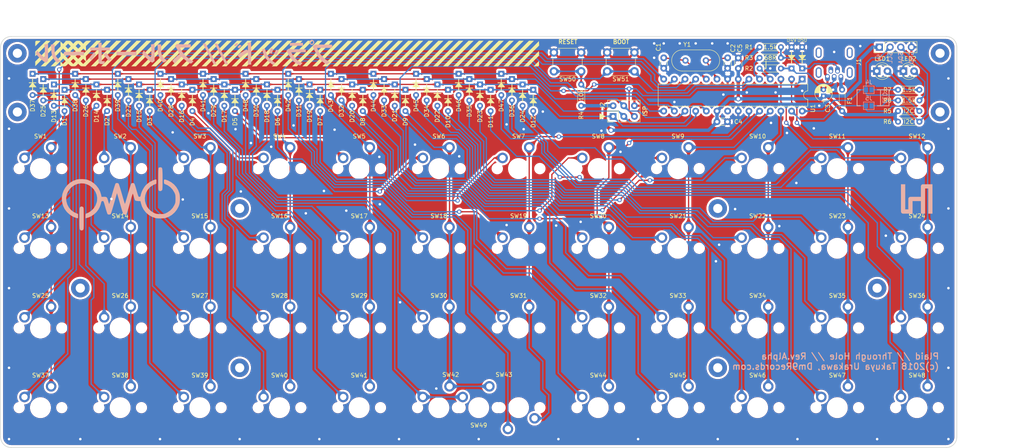
<source format=kicad_pcb>
(kicad_pcb (version 20171130) (host pcbnew "(5.0.1)-3")
  (layers (0 F.Cu signal) (31 B.Cu signal) (34 B.Paste user) (35 F.Paste user) (36 B.SilkS user) (37 F.SilkS user) (38 B.Mask user) (39 F.Mask user) (44 Edge.Cuts user))
  (net 0 "")
  (net 1 "Net-(C1-Pad1)")
  (net 2 GND)
  (net 3 /ROW0)
  (net 4 "Net-(D3-Pad2)")
  (net 5 "Net-(D4-Pad2)")
  (net 6 "Net-(D5-Pad2)")
  (net 7 "Net-(D6-Pad2)")
  (net 8 "Net-(D7-Pad2)")
  (net 9 "Net-(D8-Pad2)")
  (net 10 "Net-(D9-Pad2)")
  (net 11 "Net-(D10-Pad2)")
  (net 12 "Net-(D11-Pad2)")
  (net 13 "Net-(D12-Pad2)")
  (net 14 /ROW1)
  (net 15 "Net-(D13-Pad2)")
  (net 16 "Net-(D14-Pad2)")
  (net 17 "Net-(D15-Pad2)")
  (net 18 "Net-(D16-Pad2)")
  (net 19 "Net-(D17-Pad2)")
  (net 20 "Net-(D18-Pad2)")
  (net 21 "Net-(D19-Pad2)")
  (net 22 "Net-(D20-Pad2)")
  (net 23 "Net-(D21-Pad2)")
  (net 24 "Net-(D22-Pad2)")
  (net 25 "Net-(D23-Pad2)")
  (net 26 "Net-(D24-Pad2)")
  (net 27 "Net-(D25-Pad2)")
  (net 28 /ROW2)
  (net 29 "Net-(D26-Pad2)")
  (net 30 "Net-(D27-Pad2)")
  (net 31 "Net-(D28-Pad2)")
  (net 32 "Net-(D29-Pad2)")
  (net 33 "Net-(D30-Pad2)")
  (net 34 "Net-(D31-Pad2)")
  (net 35 "Net-(D32-Pad2)")
  (net 36 "Net-(D33-Pad2)")
  (net 37 "Net-(D34-Pad2)")
  (net 38 "Net-(D35-Pad2)")
  (net 39 "Net-(D36-Pad2)")
  (net 40 "Net-(D37-Pad2)")
  (net 41 "Net-(D38-Pad2)")
  (net 42 "Net-(D39-Pad2)")
  (net 43 "Net-(D40-Pad2)")
  (net 44 "Net-(D41-Pad2)")
  (net 45 "Net-(D42-Pad2)")
  (net 46 "Net-(D43-Pad2)")
  (net 47 "Net-(D44-Pad2)")
  (net 48 "Net-(D45-Pad2)")
  (net 49 "Net-(D46-Pad2)")
  (net 50 "Net-(D47-Pad2)")
  (net 51 "Net-(D48-Pad2)")
  (net 52 /USB_D+)
  (net 53 /USB_D-)
  (net 54 /RESET)
  (net 55 /COL0)
  (net 56 /COL1)
  (net 57 /COL2)
  (net 58 /COL3)
  (net 59 /COL4)
  (net 60 /COL5)
  (net 61 /COL6)
  (net 62 /COL7)
  (net 63 /COL8)
  (net 64 /COL9)
  (net 65 /COL10)
  (net 66 /COL11)
  (net 67 "Net-(C2-Pad1)")
  (net 68 +5V)
  (net 69 "Net-(F1-Pad1)")
  (net 70 "Net-(D1-Pad2)")
  (net 71 "Net-(D2-Pad2)")
  (net 72 "Net-(D49-Pad1)")
  (net 73 "Net-(D50-Pad1)")
  (net 74 /i2c_SCL)
  (net 75 /i2c_SDA)
  (net 76 "Net-(J4-Pad1)")
  (net 77 "Net-(J5-Pad1)")
  (net 78 "Net-(LED1-Pad2)")
  (net 79 "Net-(LED2-Pad2)")
  (net 80 /ROW3)
  (module SMKJP:SW_Cherry_MX1A_1.00u_PCB (layer F.Cu) (at 249.5 81.5)
    (fp_text reference SW11 (at 0 -7.7) (layer F.SilkS))
    (fp_text value SW_Push hide)
    (pad 2 thru_hole circle (at 2.54 -5.08) (size 2.5 2.5) (drill 1.5) (layers *.Cu *.Mask) (net 65 /COL10))
    (pad 1 thru_hole circle (at -3.81 -2.54) (size 2.5 2.5) (drill 1.5) (layers *.Cu *.Mask) (net 12 "Net-(D11-Pad2)"))
    (pad "" np_thru_hole circle (at 0 0) (size 4 4) (drill 4) (layers *.Cu *.Mask))
    (pad "" np_thru_hole circle (at -5.08 0) (size 1.7 1.7) (drill 1.7) (layers *.Cu *.Mask))
    (pad "" np_thru_hole circle (at 5.08 0) (size 1.7 1.7) (drill 1.7) (layers *.Cu *.Mask))
  )
  (module SMKJP:SW_Cherry_MX1A_1.00u_PCB (layer F.Cu) (at 173.5 100.5)
    (fp_text reference SW19 (at 0 -7.7) (layer F.SilkS))
    (fp_text value SW_Push hide)
    (pad 2 thru_hole circle (at 2.54 -5.08) (size 2.5 2.5) (drill 1.5) (layers *.Cu *.Mask) (net 61 /COL6))
    (pad 1 thru_hole circle (at -3.81 -2.54) (size 2.5 2.5) (drill 1.5) (layers *.Cu *.Mask) (net 21 "Net-(D19-Pad2)"))
    (pad "" np_thru_hole circle (at 0 0) (size 4 4) (drill 4) (layers *.Cu *.Mask))
    (pad "" np_thru_hole circle (at -5.08 0) (size 1.7 1.7) (drill 1.7) (layers *.Cu *.Mask))
    (pad "" np_thru_hole circle (at 5.08 0) (size 1.7 1.7) (drill 1.7) (layers *.Cu *.Mask))
  )
  (module SMKJP:SW_Cherry_MX1A_1.00u_PCB (layer F.Cu) (at 192.5 81.5)
    (fp_text reference SW8 (at 0 -7.7) (layer F.SilkS))
    (fp_text value SW_Push hide)
    (pad 2 thru_hole circle (at 2.54 -5.08) (size 2.5 2.5) (drill 1.5) (layers *.Cu *.Mask) (net 62 /COL7))
    (pad 1 thru_hole circle (at -3.81 -2.54) (size 2.5 2.5) (drill 1.5) (layers *.Cu *.Mask) (net 9 "Net-(D8-Pad2)"))
    (pad "" np_thru_hole circle (at 0 0) (size 4 4) (drill 4) (layers *.Cu *.Mask))
    (pad "" np_thru_hole circle (at -5.08 0) (size 1.7 1.7) (drill 1.7) (layers *.Cu *.Mask))
    (pad "" np_thru_hole circle (at 5.08 0) (size 1.7 1.7) (drill 1.7) (layers *.Cu *.Mask))
  )
  (module SMKJP:SW_Cherry_MX1A_1.00u_PCB (layer F.Cu) (at 211.5 81.5)
    (fp_text reference SW9 (at 0 -7.7) (layer F.SilkS))
    (fp_text value SW_Push hide)
    (pad 2 thru_hole circle (at 2.54 -5.08) (size 2.5 2.5) (drill 1.5) (layers *.Cu *.Mask) (net 63 /COL8))
    (pad 1 thru_hole circle (at -3.81 -2.54) (size 2.5 2.5) (drill 1.5) (layers *.Cu *.Mask) (net 10 "Net-(D9-Pad2)"))
    (pad "" np_thru_hole circle (at 0 0) (size 4 4) (drill 4) (layers *.Cu *.Mask))
    (pad "" np_thru_hole circle (at -5.08 0) (size 1.7 1.7) (drill 1.7) (layers *.Cu *.Mask))
    (pad "" np_thru_hole circle (at 5.08 0) (size 1.7 1.7) (drill 1.7) (layers *.Cu *.Mask))
  )
  (module SMKJP:SW_Cherry_MX1A_1.00u_PCB (layer F.Cu) (at 173.5 81.5)
    (fp_text reference SW7 (at 0 -7.7) (layer F.SilkS))
    (fp_text value SW_Push hide)
    (pad 2 thru_hole circle (at 2.54 -5.08) (size 2.5 2.5) (drill 1.5) (layers *.Cu *.Mask) (net 61 /COL6))
    (pad 1 thru_hole circle (at -3.81 -2.54) (size 2.5 2.5) (drill 1.5) (layers *.Cu *.Mask) (net 8 "Net-(D7-Pad2)"))
    (pad "" np_thru_hole circle (at 0 0) (size 4 4) (drill 4) (layers *.Cu *.Mask))
    (pad "" np_thru_hole circle (at -5.08 0) (size 1.7 1.7) (drill 1.7) (layers *.Cu *.Mask))
    (pad "" np_thru_hole circle (at 5.08 0) (size 1.7 1.7) (drill 1.7) (layers *.Cu *.Mask))
  )
  (module SMKJP:SW_Cherry_MX1A_1.00u_PCB (layer F.Cu) (at 78.5 81.5)
    (fp_text reference SW2 (at 0 -7.7) (layer F.SilkS))
    (fp_text value SW_Push hide)
    (pad 2 thru_hole circle (at 2.54 -5.08) (size 2.5 2.5) (drill 1.5) (layers *.Cu *.Mask) (net 56 /COL1))
    (pad 1 thru_hole circle (at -3.81 -2.54) (size 2.5 2.5) (drill 1.5) (layers *.Cu *.Mask) (net 71 "Net-(D2-Pad2)"))
    (pad "" np_thru_hole circle (at 0 0) (size 4 4) (drill 4) (layers *.Cu *.Mask))
    (pad "" np_thru_hole circle (at -5.08 0) (size 1.7 1.7) (drill 1.7) (layers *.Cu *.Mask))
    (pad "" np_thru_hole circle (at 5.08 0) (size 1.7 1.7) (drill 1.7) (layers *.Cu *.Mask))
  )
  (module SMKJP:SW_Cherry_MX1A_1.00u_PCB (layer F.Cu) (at 116.5 138.5)
    (fp_text reference SW40 (at 0 -7.7) (layer F.SilkS))
    (fp_text value SW_Push hide)
    (pad 2 thru_hole circle (at 2.54 -5.08) (size 2.5 2.5) (drill 1.5) (layers *.Cu *.Mask) (net 58 /COL3))
    (pad 1 thru_hole circle (at -3.81 -2.54) (size 2.5 2.5) (drill 1.5) (layers *.Cu *.Mask) (net 43 "Net-(D40-Pad2)"))
    (pad "" np_thru_hole circle (at 0 0) (size 4 4) (drill 4) (layers *.Cu *.Mask))
    (pad "" np_thru_hole circle (at -5.08 0) (size 1.7 1.7) (drill 1.7) (layers *.Cu *.Mask))
    (pad "" np_thru_hole circle (at 5.08 0) (size 1.7 1.7) (drill 1.7) (layers *.Cu *.Mask))
  )
  (module SMKJP:SW_Cherry_MX1A_1.00u_PCB (layer F.Cu) (at 116.5 119.5)
    (fp_text reference SW28 (at 0 -7.7) (layer F.SilkS))
    (fp_text value SW_Push hide)
    (pad 2 thru_hole circle (at 2.54 -5.08) (size 2.5 2.5) (drill 1.5) (layers *.Cu *.Mask) (net 58 /COL3))
    (pad 1 thru_hole circle (at -3.81 -2.54) (size 2.5 2.5) (drill 1.5) (layers *.Cu *.Mask) (net 31 "Net-(D28-Pad2)"))
    (pad "" np_thru_hole circle (at 0 0) (size 4 4) (drill 4) (layers *.Cu *.Mask))
    (pad "" np_thru_hole circle (at -5.08 0) (size 1.7 1.7) (drill 1.7) (layers *.Cu *.Mask))
    (pad "" np_thru_hole circle (at 5.08 0) (size 1.7 1.7) (drill 1.7) (layers *.Cu *.Mask))
  )
  (module SMKJP:SW_Cherry_MX1A_1.00u_PCB (layer F.Cu) (at 59.5 81.5)
    (fp_text reference SW1 (at 0 -7.7) (layer F.SilkS))
    (fp_text value SW_Push hide)
    (pad 2 thru_hole circle (at 2.54 -5.08) (size 2.5 2.5) (drill 1.5) (layers *.Cu *.Mask) (net 55 /COL0))
    (pad 1 thru_hole circle (at -3.81 -2.54) (size 2.5 2.5) (drill 1.5) (layers *.Cu *.Mask) (net 70 "Net-(D1-Pad2)"))
    (pad "" np_thru_hole circle (at 0 0) (size 4 4) (drill 4) (layers *.Cu *.Mask))
    (pad "" np_thru_hole circle (at -5.08 0) (size 1.7 1.7) (drill 1.7) (layers *.Cu *.Mask))
    (pad "" np_thru_hole circle (at 5.08 0) (size 1.7 1.7) (drill 1.7) (layers *.Cu *.Mask))
  )
  (module SMKJP:SW_Cherry_MX1A_1.00u_PCB (layer F.Cu) (at 97.5 81.5)
    (fp_text reference SW3 (at 0 -7.7) (layer F.SilkS))
    (fp_text value SW_Push hide)
    (pad 2 thru_hole circle (at 2.54 -5.08) (size 2.5 2.5) (drill 1.5) (layers *.Cu *.Mask) (net 57 /COL2))
    (pad 1 thru_hole circle (at -3.81 -2.54) (size 2.5 2.5) (drill 1.5) (layers *.Cu *.Mask) (net 4 "Net-(D3-Pad2)"))
    (pad "" np_thru_hole circle (at 0 0) (size 4 4) (drill 4) (layers *.Cu *.Mask))
    (pad "" np_thru_hole circle (at -5.08 0) (size 1.7 1.7) (drill 1.7) (layers *.Cu *.Mask))
    (pad "" np_thru_hole circle (at 5.08 0) (size 1.7 1.7) (drill 1.7) (layers *.Cu *.Mask))
  )
  (module SMKJP:SW_Cherry_MX1A_1.00u_PCB (layer F.Cu) (at 116.5 81.5)
    (fp_text reference SW4 (at 0 -7.7) (layer F.SilkS))
    (fp_text value SW_Push hide)
    (pad 2 thru_hole circle (at 2.54 -5.08) (size 2.5 2.5) (drill 1.5) (layers *.Cu *.Mask) (net 58 /COL3))
    (pad 1 thru_hole circle (at -3.81 -2.54) (size 2.5 2.5) (drill 1.5) (layers *.Cu *.Mask) (net 5 "Net-(D4-Pad2)"))
    (pad "" np_thru_hole circle (at 0 0) (size 4 4) (drill 4) (layers *.Cu *.Mask))
    (pad "" np_thru_hole circle (at -5.08 0) (size 1.7 1.7) (drill 1.7) (layers *.Cu *.Mask))
    (pad "" np_thru_hole circle (at 5.08 0) (size 1.7 1.7) (drill 1.7) (layers *.Cu *.Mask))
  )
  (module SMKJP:SW_Cherry_MX1A_1.00u_PCB (layer F.Cu) (at 135.5 81.5)
    (fp_text reference SW5 (at 0 -7.7) (layer F.SilkS))
    (fp_text value SW_Push hide)
    (pad 2 thru_hole circle (at 2.54 -5.08) (size 2.5 2.5) (drill 1.5) (layers *.Cu *.Mask) (net 59 /COL4))
    (pad 1 thru_hole circle (at -3.81 -2.54) (size 2.5 2.5) (drill 1.5) (layers *.Cu *.Mask) (net 6 "Net-(D5-Pad2)"))
    (pad "" np_thru_hole circle (at 0 0) (size 4 4) (drill 4) (layers *.Cu *.Mask))
    (pad "" np_thru_hole circle (at -5.08 0) (size 1.7 1.7) (drill 1.7) (layers *.Cu *.Mask))
    (pad "" np_thru_hole circle (at 5.08 0) (size 1.7 1.7) (drill 1.7) (layers *.Cu *.Mask))
  )
  (module SMKJP:SW_Cherry_MX1A_1.00u_PCB (layer F.Cu) (at 154.5 81.5)
    (fp_text reference SW6 (at 0 -7.7) (layer F.SilkS))
    (fp_text value SW_Push hide)
    (pad 2 thru_hole circle (at 2.54 -5.08) (size 2.5 2.5) (drill 1.5) (layers *.Cu *.Mask) (net 60 /COL5))
    (pad 1 thru_hole circle (at -3.81 -2.54) (size 2.5 2.5) (drill 1.5) (layers *.Cu *.Mask) (net 7 "Net-(D6-Pad2)"))
    (pad "" np_thru_hole circle (at 0 0) (size 4 4) (drill 4) (layers *.Cu *.Mask))
    (pad "" np_thru_hole circle (at -5.08 0) (size 1.7 1.7) (drill 1.7) (layers *.Cu *.Mask))
    (pad "" np_thru_hole circle (at 5.08 0) (size 1.7 1.7) (drill 1.7) (layers *.Cu *.Mask))
  )
  (module SMKJP:SW_Cherry_MX1A_1.00u_PCB (layer F.Cu) (at 230.5 81.5)
    (fp_text reference SW10 (at 0 -7.7) (layer F.SilkS))
    (fp_text value SW_Push hide)
    (pad 2 thru_hole circle (at 2.54 -5.08) (size 2.5 2.5) (drill 1.5) (layers *.Cu *.Mask) (net 64 /COL9))
    (pad 1 thru_hole circle (at -3.81 -2.54) (size 2.5 2.5) (drill 1.5) (layers *.Cu *.Mask) (net 11 "Net-(D10-Pad2)"))
    (pad "" np_thru_hole circle (at 0 0) (size 4 4) (drill 4) (layers *.Cu *.Mask))
    (pad "" np_thru_hole circle (at -5.08 0) (size 1.7 1.7) (drill 1.7) (layers *.Cu *.Mask))
    (pad "" np_thru_hole circle (at 5.08 0) (size 1.7 1.7) (drill 1.7) (layers *.Cu *.Mask))
  )
  (module SMKJP:SW_Cherry_MX1A_1.00u_PCB (layer F.Cu) (at 268.5 81.5)
    (fp_text reference SW12 (at 0 -7.7) (layer F.SilkS))
    (fp_text value SW_Push hide)
    (pad 2 thru_hole circle (at 2.54 -5.08) (size 2.5 2.5) (drill 1.5) (layers *.Cu *.Mask) (net 66 /COL11))
    (pad 1 thru_hole circle (at -3.81 -2.54) (size 2.5 2.5) (drill 1.5) (layers *.Cu *.Mask) (net 13 "Net-(D12-Pad2)"))
    (pad "" np_thru_hole circle (at 0 0) (size 4 4) (drill 4) (layers *.Cu *.Mask))
    (pad "" np_thru_hole circle (at -5.08 0) (size 1.7 1.7) (drill 1.7) (layers *.Cu *.Mask))
    (pad "" np_thru_hole circle (at 5.08 0) (size 1.7 1.7) (drill 1.7) (layers *.Cu *.Mask))
  )
  (module SMKJP:SW_Cherry_MX1A_1.00u_PCB (layer F.Cu) (at 59.5 100.5)
    (fp_text reference SW13 (at 0 -7.7) (layer F.SilkS))
    (fp_text value SW_Push hide)
    (pad 2 thru_hole circle (at 2.54 -5.08) (size 2.5 2.5) (drill 1.5) (layers *.Cu *.Mask) (net 55 /COL0))
    (pad 1 thru_hole circle (at -3.81 -2.54) (size 2.5 2.5) (drill 1.5) (layers *.Cu *.Mask) (net 15 "Net-(D13-Pad2)"))
    (pad "" np_thru_hole circle (at 0 0) (size 4 4) (drill 4) (layers *.Cu *.Mask))
    (pad "" np_thru_hole circle (at -5.08 0) (size 1.7 1.7) (drill 1.7) (layers *.Cu *.Mask))
    (pad "" np_thru_hole circle (at 5.08 0) (size 1.7 1.7) (drill 1.7) (layers *.Cu *.Mask))
  )
  (module SMKJP:SW_Cherry_MX1A_1.00u_PCB (layer F.Cu) (at 78.5 100.5)
    (fp_text reference SW14 (at 0 -7.7) (layer F.SilkS))
    (fp_text value SW_Push hide)
    (pad 2 thru_hole circle (at 2.54 -5.08) (size 2.5 2.5) (drill 1.5) (layers *.Cu *.Mask) (net 56 /COL1))
    (pad 1 thru_hole circle (at -3.81 -2.54) (size 2.5 2.5) (drill 1.5) (layers *.Cu *.Mask) (net 16 "Net-(D14-Pad2)"))
    (pad "" np_thru_hole circle (at 0 0) (size 4 4) (drill 4) (layers *.Cu *.Mask))
    (pad "" np_thru_hole circle (at -5.08 0) (size 1.7 1.7) (drill 1.7) (layers *.Cu *.Mask))
    (pad "" np_thru_hole circle (at 5.08 0) (size 1.7 1.7) (drill 1.7) (layers *.Cu *.Mask))
  )
  (module SMKJP:SW_Cherry_MX1A_1.00u_PCB (layer F.Cu) (at 97.5 100.5)
    (fp_text reference SW15 (at 0 -7.7) (layer F.SilkS))
    (fp_text value SW_Push hide)
    (pad 2 thru_hole circle (at 2.54 -5.08) (size 2.5 2.5) (drill 1.5) (layers *.Cu *.Mask) (net 57 /COL2))
    (pad 1 thru_hole circle (at -3.81 -2.54) (size 2.5 2.5) (drill 1.5) (layers *.Cu *.Mask) (net 17 "Net-(D15-Pad2)"))
    (pad "" np_thru_hole circle (at 0 0) (size 4 4) (drill 4) (layers *.Cu *.Mask))
    (pad "" np_thru_hole circle (at -5.08 0) (size 1.7 1.7) (drill 1.7) (layers *.Cu *.Mask))
    (pad "" np_thru_hole circle (at 5.08 0) (size 1.7 1.7) (drill 1.7) (layers *.Cu *.Mask))
  )
  (module SMKJP:SW_Cherry_MX1A_1.00u_PCB (layer F.Cu) (at 116.5 100.5)
    (fp_text reference SW16 (at 0 -7.7) (layer F.SilkS))
    (fp_text value SW_Push hide)
    (pad 2 thru_hole circle (at 2.54 -5.08) (size 2.5 2.5) (drill 1.5) (layers *.Cu *.Mask) (net 58 /COL3))
    (pad 1 thru_hole circle (at -3.81 -2.54) (size 2.5 2.5) (drill 1.5) (layers *.Cu *.Mask) (net 18 "Net-(D16-Pad2)"))
    (pad "" np_thru_hole circle (at 0 0) (size 4 4) (drill 4) (layers *.Cu *.Mask))
    (pad "" np_thru_hole circle (at -5.08 0) (size 1.7 1.7) (drill 1.7) (layers *.Cu *.Mask))
    (pad "" np_thru_hole circle (at 5.08 0) (size 1.7 1.7) (drill 1.7) (layers *.Cu *.Mask))
  )
  (module SMKJP:SW_Cherry_MX1A_1.00u_PCB (layer F.Cu) (at 135.5 100.5)
    (fp_text reference SW17 (at 0 -7.7) (layer F.SilkS))
    (fp_text value SW_Push hide)
    (pad 2 thru_hole circle (at 2.54 -5.08) (size 2.5 2.5) (drill 1.5) (layers *.Cu *.Mask) (net 59 /COL4))
    (pad 1 thru_hole circle (at -3.81 -2.54) (size 2.5 2.5) (drill 1.5) (layers *.Cu *.Mask) (net 19 "Net-(D17-Pad2)"))
    (pad "" np_thru_hole circle (at 0 0) (size 4 4) (drill 4) (layers *.Cu *.Mask))
    (pad "" np_thru_hole circle (at -5.08 0) (size 1.7 1.7) (drill 1.7) (layers *.Cu *.Mask))
    (pad "" np_thru_hole circle (at 5.08 0) (size 1.7 1.7) (drill 1.7) (layers *.Cu *.Mask))
  )
  (module SMKJP:SW_Cherry_MX1A_1.00u_PCB (layer F.Cu) (at 154.5 100.5)
    (fp_text reference SW18 (at 0 -7.7) (layer F.SilkS))
    (fp_text value SW_Push hide)
    (pad 2 thru_hole circle (at 2.54 -5.08) (size 2.5 2.5) (drill 1.5) (layers *.Cu *.Mask) (net 60 /COL5))
    (pad 1 thru_hole circle (at -3.81 -2.54) (size 2.5 2.5) (drill 1.5) (layers *.Cu *.Mask) (net 20 "Net-(D18-Pad2)"))
    (pad "" np_thru_hole circle (at 0 0) (size 4 4) (drill 4) (layers *.Cu *.Mask))
    (pad "" np_thru_hole circle (at -5.08 0) (size 1.7 1.7) (drill 1.7) (layers *.Cu *.Mask))
    (pad "" np_thru_hole circle (at 5.08 0) (size 1.7 1.7) (drill 1.7) (layers *.Cu *.Mask))
  )
  (module SMKJP:SW_Cherry_MX1A_1.00u_PCB (layer F.Cu) (at 192.5 100.5)
    (fp_text reference SW20 (at 0 -7.7) (layer F.SilkS))
    (fp_text value SW_Push hide)
    (pad 2 thru_hole circle (at 2.54 -5.08) (size 2.5 2.5) (drill 1.5) (layers *.Cu *.Mask) (net 62 /COL7))
    (pad 1 thru_hole circle (at -3.81 -2.54) (size 2.5 2.5) (drill 1.5) (layers *.Cu *.Mask) (net 22 "Net-(D20-Pad2)"))
    (pad "" np_thru_hole circle (at 0 0) (size 4 4) (drill 4) (layers *.Cu *.Mask))
    (pad "" np_thru_hole circle (at -5.08 0) (size 1.7 1.7) (drill 1.7) (layers *.Cu *.Mask))
    (pad "" np_thru_hole circle (at 5.08 0) (size 1.7 1.7) (drill 1.7) (layers *.Cu *.Mask))
  )
  (module SMKJP:SW_Cherry_MX1A_1.00u_PCB (layer F.Cu) (at 211.5 100.5)
    (fp_text reference SW21 (at 0 -7.7) (layer F.SilkS))
    (fp_text value SW_Push hide)
    (pad 2 thru_hole circle (at 2.54 -5.08) (size 2.5 2.5) (drill 1.5) (layers *.Cu *.Mask) (net 63 /COL8))
    (pad 1 thru_hole circle (at -3.81 -2.54) (size 2.5 2.5) (drill 1.5) (layers *.Cu *.Mask) (net 23 "Net-(D21-Pad2)"))
    (pad "" np_thru_hole circle (at 0 0) (size 4 4) (drill 4) (layers *.Cu *.Mask))
    (pad "" np_thru_hole circle (at -5.08 0) (size 1.7 1.7) (drill 1.7) (layers *.Cu *.Mask))
    (pad "" np_thru_hole circle (at 5.08 0) (size 1.7 1.7) (drill 1.7) (layers *.Cu *.Mask))
  )
  (module SMKJP:SW_Cherry_MX1A_1.00u_PCB (layer F.Cu) (at 230.5 100.5)
    (fp_text reference SW22 (at 0 -7.7) (layer F.SilkS))
    (fp_text value SW_Push hide)
    (pad 2 thru_hole circle (at 2.54 -5.08) (size 2.5 2.5) (drill 1.5) (layers *.Cu *.Mask) (net 64 /COL9))
    (pad 1 thru_hole circle (at -3.81 -2.54) (size 2.5 2.5) (drill 1.5) (layers *.Cu *.Mask) (net 24 "Net-(D22-Pad2)"))
    (pad "" np_thru_hole circle (at 0 0) (size 4 4) (drill 4) (layers *.Cu *.Mask))
    (pad "" np_thru_hole circle (at -5.08 0) (size 1.7 1.7) (drill 1.7) (layers *.Cu *.Mask))
    (pad "" np_thru_hole circle (at 5.08 0) (size 1.7 1.7) (drill 1.7) (layers *.Cu *.Mask))
  )
  (module SMKJP:SW_Cherry_MX1A_1.00u_PCB (layer F.Cu) (at 249.5 100.5)
    (fp_text reference SW23 (at 0 -7.7) (layer F.SilkS))
    (fp_text value SW_Push hide)
    (pad 2 thru_hole circle (at 2.54 -5.08) (size 2.5 2.5) (drill 1.5) (layers *.Cu *.Mask) (net 65 /COL10))
    (pad 1 thru_hole circle (at -3.81 -2.54) (size 2.5 2.5) (drill 1.5) (layers *.Cu *.Mask) (net 25 "Net-(D23-Pad2)"))
    (pad "" np_thru_hole circle (at 0 0) (size 4 4) (drill 4) (layers *.Cu *.Mask))
    (pad "" np_thru_hole circle (at -5.08 0) (size 1.7 1.7) (drill 1.7) (layers *.Cu *.Mask))
    (pad "" np_thru_hole circle (at 5.08 0) (size 1.7 1.7) (drill 1.7) (layers *.Cu *.Mask))
  )
  (module SMKJP:SW_Cherry_MX1A_1.00u_PCB (layer F.Cu) (at 268.5 100.5)
    (fp_text reference SW24 (at 0 -7.7) (layer F.SilkS))
    (fp_text value SW_Push hide)
    (pad 2 thru_hole circle (at 2.54 -5.08) (size 2.5 2.5) (drill 1.5) (layers *.Cu *.Mask) (net 66 /COL11))
    (pad 1 thru_hole circle (at -3.81 -2.54) (size 2.5 2.5) (drill 1.5) (layers *.Cu *.Mask) (net 26 "Net-(D24-Pad2)"))
    (pad "" np_thru_hole circle (at 0 0) (size 4 4) (drill 4) (layers *.Cu *.Mask))
    (pad "" np_thru_hole circle (at -5.08 0) (size 1.7 1.7) (drill 1.7) (layers *.Cu *.Mask))
    (pad "" np_thru_hole circle (at 5.08 0) (size 1.7 1.7) (drill 1.7) (layers *.Cu *.Mask))
  )
  (module SMKJP:SW_Cherry_MX1A_1.00u_PCB (layer F.Cu) (at 59.5 119.5)
    (fp_text reference SW25 (at 0 -7.7) (layer F.SilkS))
    (fp_text value SW_Push hide)
    (pad 2 thru_hole circle (at 2.54 -5.08) (size 2.5 2.5) (drill 1.5) (layers *.Cu *.Mask) (net 55 /COL0))
    (pad 1 thru_hole circle (at -3.81 -2.54) (size 2.5 2.5) (drill 1.5) (layers *.Cu *.Mask) (net 27 "Net-(D25-Pad2)"))
    (pad "" np_thru_hole circle (at 0 0) (size 4 4) (drill 4) (layers *.Cu *.Mask))
    (pad "" np_thru_hole circle (at -5.08 0) (size 1.7 1.7) (drill 1.7) (layers *.Cu *.Mask))
    (pad "" np_thru_hole circle (at 5.08 0) (size 1.7 1.7) (drill 1.7) (layers *.Cu *.Mask))
  )
  (module SMKJP:SW_Cherry_MX1A_1.00u_PCB (layer F.Cu) (at 78.5 119.5)
    (fp_text reference SW26 (at 0 -7.7) (layer F.SilkS))
    (fp_text value SW_Push hide)
    (pad 2 thru_hole circle (at 2.54 -5.08) (size 2.5 2.5) (drill 1.5) (layers *.Cu *.Mask) (net 56 /COL1))
    (pad 1 thru_hole circle (at -3.81 -2.54) (size 2.5 2.5) (drill 1.5) (layers *.Cu *.Mask) (net 29 "Net-(D26-Pad2)"))
    (pad "" np_thru_hole circle (at 0 0) (size 4 4) (drill 4) (layers *.Cu *.Mask))
    (pad "" np_thru_hole circle (at -5.08 0) (size 1.7 1.7) (drill 1.7) (layers *.Cu *.Mask))
    (pad "" np_thru_hole circle (at 5.08 0) (size 1.7 1.7) (drill 1.7) (layers *.Cu *.Mask))
  )
  (module SMKJP:SW_Cherry_MX1A_1.00u_PCB (layer F.Cu) (at 97.5 119.5)
    (fp_text reference SW27 (at 0 -7.7) (layer F.SilkS))
    (fp_text value SW_Push hide)
    (pad 2 thru_hole circle (at 2.54 -5.08) (size 2.5 2.5) (drill 1.5) (layers *.Cu *.Mask) (net 57 /COL2))
    (pad 1 thru_hole circle (at -3.81 -2.54) (size 2.5 2.5) (drill 1.5) (layers *.Cu *.Mask) (net 30 "Net-(D27-Pad2)"))
    (pad "" np_thru_hole circle (at 0 0) (size 4 4) (drill 4) (layers *.Cu *.Mask))
    (pad "" np_thru_hole circle (at -5.08 0) (size 1.7 1.7) (drill 1.7) (layers *.Cu *.Mask))
    (pad "" np_thru_hole circle (at 5.08 0) (size 1.7 1.7) (drill 1.7) (layers *.Cu *.Mask))
  )
  (module SMKJP:SW_Cherry_MX1A_1.00u_PCB (layer F.Cu) (at 135.5 119.5)
    (fp_text reference SW29 (at 0 -7.7) (layer F.SilkS))
    (fp_text value SW_Push hide)
    (pad 2 thru_hole circle (at 2.54 -5.08) (size 2.5 2.5) (drill 1.5) (layers *.Cu *.Mask) (net 59 /COL4))
    (pad 1 thru_hole circle (at -3.81 -2.54) (size 2.5 2.5) (drill 1.5) (layers *.Cu *.Mask) (net 32 "Net-(D29-Pad2)"))
    (pad "" np_thru_hole circle (at 0 0) (size 4 4) (drill 4) (layers *.Cu *.Mask))
    (pad "" np_thru_hole circle (at -5.08 0) (size 1.7 1.7) (drill 1.7) (layers *.Cu *.Mask))
    (pad "" np_thru_hole circle (at 5.08 0) (size 1.7 1.7) (drill 1.7) (layers *.Cu *.Mask))
  )
  (module SMKJP:SW_Cherry_MX1A_1.00u_PCB (layer F.Cu) (at 154.5 119.5)
    (fp_text reference SW30 (at 0 -7.7) (layer F.SilkS))
    (fp_text value SW_Push hide)
    (pad 2 thru_hole circle (at 2.54 -5.08) (size 2.5 2.5) (drill 1.5) (layers *.Cu *.Mask) (net 60 /COL5))
    (pad 1 thru_hole circle (at -3.81 -2.54) (size 2.5 2.5) (drill 1.5) (layers *.Cu *.Mask) (net 33 "Net-(D30-Pad2)"))
    (pad "" np_thru_hole circle (at 0 0) (size 4 4) (drill 4) (layers *.Cu *.Mask))
    (pad "" np_thru_hole circle (at -5.08 0) (size 1.7 1.7) (drill 1.7) (layers *.Cu *.Mask))
    (pad "" np_thru_hole circle (at 5.08 0) (size 1.7 1.7) (drill 1.7) (layers *.Cu *.Mask))
  )
  (module SMKJP:SW_Cherry_MX1A_1.00u_PCB (layer F.Cu) (at 173.5 119.5)
    (fp_text reference SW31 (at 0 -7.7) (layer F.SilkS))
    (fp_text value SW_Push hide)
    (pad 2 thru_hole circle (at 2.54 -5.08) (size 2.5 2.5) (drill 1.5) (layers *.Cu *.Mask) (net 61 /COL6))
    (pad 1 thru_hole circle (at -3.81 -2.54) (size 2.5 2.5) (drill 1.5) (layers *.Cu *.Mask) (net 34 "Net-(D31-Pad2)"))
    (pad "" np_thru_hole circle (at 0 0) (size 4 4) (drill 4) (layers *.Cu *.Mask))
    (pad "" np_thru_hole circle (at -5.08 0) (size 1.7 1.7) (drill 1.7) (layers *.Cu *.Mask))
    (pad "" np_thru_hole circle (at 5.08 0) (size 1.7 1.7) (drill 1.7) (layers *.Cu *.Mask))
  )
  (module SMKJP:SW_Cherry_MX1A_1.00u_PCB (layer F.Cu) (at 192.5 119.5)
    (fp_text reference SW32 (at 0 -7.7) (layer F.SilkS))
    (fp_text value SW_Push hide)
    (pad 2 thru_hole circle (at 2.54 -5.08) (size 2.5 2.5) (drill 1.5) (layers *.Cu *.Mask) (net 62 /COL7))
    (pad 1 thru_hole circle (at -3.81 -2.54) (size 2.5 2.5) (drill 1.5) (layers *.Cu *.Mask) (net 35 "Net-(D32-Pad2)"))
    (pad "" np_thru_hole circle (at 0 0) (size 4 4) (drill 4) (layers *.Cu *.Mask))
    (pad "" np_thru_hole circle (at -5.08 0) (size 1.7 1.7) (drill 1.7) (layers *.Cu *.Mask))
    (pad "" np_thru_hole circle (at 5.08 0) (size 1.7 1.7) (drill 1.7) (layers *.Cu *.Mask))
  )
  (module SMKJP:SW_Cherry_MX1A_1.00u_PCB (layer F.Cu) (at 211.5 119.5)
    (fp_text reference SW33 (at 0 -7.7) (layer F.SilkS))
    (fp_text value SW_Push hide)
    (pad 2 thru_hole circle (at 2.54 -5.08) (size 2.5 2.5) (drill 1.5) (layers *.Cu *.Mask) (net 63 /COL8))
    (pad 1 thru_hole circle (at -3.81 -2.54) (size 2.5 2.5) (drill 1.5) (layers *.Cu *.Mask) (net 36 "Net-(D33-Pad2)"))
    (pad "" np_thru_hole circle (at 0 0) (size 4 4) (drill 4) (layers *.Cu *.Mask))
    (pad "" np_thru_hole circle (at -5.08 0) (size 1.7 1.7) (drill 1.7) (layers *.Cu *.Mask))
    (pad "" np_thru_hole circle (at 5.08 0) (size 1.7 1.7) (drill 1.7) (layers *.Cu *.Mask))
  )
  (module SMKJP:SW_Cherry_MX1A_1.00u_PCB (layer F.Cu) (at 230.5 119.5)
    (fp_text reference SW34 (at 0 -7.7) (layer F.SilkS))
    (fp_text value SW_Push hide)
    (pad 2 thru_hole circle (at 2.54 -5.08) (size 2.5 2.5) (drill 1.5) (layers *.Cu *.Mask) (net 64 /COL9))
    (pad 1 thru_hole circle (at -3.81 -2.54) (size 2.5 2.5) (drill 1.5) (layers *.Cu *.Mask) (net 37 "Net-(D34-Pad2)"))
    (pad "" np_thru_hole circle (at 0 0) (size 4 4) (drill 4) (layers *.Cu *.Mask))
    (pad "" np_thru_hole circle (at -5.08 0) (size 1.7 1.7) (drill 1.7) (layers *.Cu *.Mask))
    (pad "" np_thru_hole circle (at 5.08 0) (size 1.7 1.7) (drill 1.7) (layers *.Cu *.Mask))
  )
  (module SMKJP:SW_Cherry_MX1A_1.00u_PCB (layer F.Cu) (at 249.5 119.5)
    (fp_text reference SW35 (at 0 -7.7) (layer F.SilkS))
    (fp_text value SW_Push hide)
    (pad 2 thru_hole circle (at 2.54 -5.08) (size 2.5 2.5) (drill 1.5) (layers *.Cu *.Mask) (net 65 /COL10))
    (pad 1 thru_hole circle (at -3.81 -2.54) (size 2.5 2.5) (drill 1.5) (layers *.Cu *.Mask) (net 38 "Net-(D35-Pad2)"))
    (pad "" np_thru_hole circle (at 0 0) (size 4 4) (drill 4) (layers *.Cu *.Mask))
    (pad "" np_thru_hole circle (at -5.08 0) (size 1.7 1.7) (drill 1.7) (layers *.Cu *.Mask))
    (pad "" np_thru_hole circle (at 5.08 0) (size 1.7 1.7) (drill 1.7) (layers *.Cu *.Mask))
  )
  (module SMKJP:SW_Cherry_MX1A_1.00u_PCB (layer F.Cu) (at 268.5 119.5)
    (fp_text reference SW36 (at 0 -7.7) (layer F.SilkS))
    (fp_text value SW_Push hide)
    (pad 2 thru_hole circle (at 2.54 -5.08) (size 2.5 2.5) (drill 1.5) (layers *.Cu *.Mask) (net 66 /COL11))
    (pad 1 thru_hole circle (at -3.81 -2.54) (size 2.5 2.5) (drill 1.5) (layers *.Cu *.Mask) (net 39 "Net-(D36-Pad2)"))
    (pad "" np_thru_hole circle (at 0 0) (size 4 4) (drill 4) (layers *.Cu *.Mask))
    (pad "" np_thru_hole circle (at -5.08 0) (size 1.7 1.7) (drill 1.7) (layers *.Cu *.Mask))
    (pad "" np_thru_hole circle (at 5.08 0) (size 1.7 1.7) (drill 1.7) (layers *.Cu *.Mask))
  )
  (module SMKJP:SW_Cherry_MX1A_1.00u_PCB (layer F.Cu) (at 59.5 138.5)
    (fp_text reference SW37 (at 0 -7.7) (layer F.SilkS))
    (fp_text value SW_Push hide)
    (pad 2 thru_hole circle (at 2.54 -5.08) (size 2.5 2.5) (drill 1.5) (layers *.Cu *.Mask) (net 55 /COL0))
    (pad 1 thru_hole circle (at -3.81 -2.54) (size 2.5 2.5) (drill 1.5) (layers *.Cu *.Mask) (net 40 "Net-(D37-Pad2)"))
    (pad "" np_thru_hole circle (at 0 0) (size 4 4) (drill 4) (layers *.Cu *.Mask))
    (pad "" np_thru_hole circle (at -5.08 0) (size 1.7 1.7) (drill 1.7) (layers *.Cu *.Mask))
    (pad "" np_thru_hole circle (at 5.08 0) (size 1.7 1.7) (drill 1.7) (layers *.Cu *.Mask))
  )
  (module SMKJP:SW_Cherry_MX1A_1.00u_PCB (layer F.Cu) (at 78.5 138.5)
    (fp_text reference SW38 (at 0 -7.7) (layer F.SilkS))
    (fp_text value SW_Push hide)
    (pad 2 thru_hole circle (at 2.54 -5.08) (size 2.5 2.5) (drill 1.5) (layers *.Cu *.Mask) (net 56 /COL1))
    (pad 1 thru_hole circle (at -3.81 -2.54) (size 2.5 2.5) (drill 1.5) (layers *.Cu *.Mask) (net 41 "Net-(D38-Pad2)"))
    (pad "" np_thru_hole circle (at 0 0) (size 4 4) (drill 4) (layers *.Cu *.Mask))
    (pad "" np_thru_hole circle (at -5.08 0) (size 1.7 1.7) (drill 1.7) (layers *.Cu *.Mask))
    (pad "" np_thru_hole circle (at 5.08 0) (size 1.7 1.7) (drill 1.7) (layers *.Cu *.Mask))
  )
  (module SMKJP:SW_Cherry_MX1A_1.00u_PCB (layer F.Cu) (at 97.5 138.5)
    (fp_text reference SW39 (at 0 -7.7) (layer F.SilkS))
    (fp_text value SW_Push hide)
    (pad 2 thru_hole circle (at 2.54 -5.08) (size 2.5 2.5) (drill 1.5) (layers *.Cu *.Mask) (net 57 /COL2))
    (pad 1 thru_hole circle (at -3.81 -2.54) (size 2.5 2.5) (drill 1.5) (layers *.Cu *.Mask) (net 42 "Net-(D39-Pad2)"))
    (pad "" np_thru_hole circle (at 0 0) (size 4 4) (drill 4) (layers *.Cu *.Mask))
    (pad "" np_thru_hole circle (at -5.08 0) (size 1.7 1.7) (drill 1.7) (layers *.Cu *.Mask))
    (pad "" np_thru_hole circle (at 5.08 0) (size 1.7 1.7) (drill 1.7) (layers *.Cu *.Mask))
  )
  (module SMKJP:SW_Cherry_MX1A_1.00u_PCB (layer F.Cu) (at 135.5 138.5)
    (fp_text reference SW41 (at 0 -7.7) (layer F.SilkS))
    (fp_text value SW_Push hide)
    (pad 2 thru_hole circle (at 2.54 -5.08) (size 2.5 2.5) (drill 1.5) (layers *.Cu *.Mask) (net 59 /COL4))
    (pad 1 thru_hole circle (at -3.81 -2.54) (size 2.5 2.5) (drill 1.5) (layers *.Cu *.Mask) (net 44 "Net-(D41-Pad2)"))
    (pad "" np_thru_hole circle (at 0 0) (size 4 4) (drill 4) (layers *.Cu *.Mask))
    (pad "" np_thru_hole circle (at -5.08 0) (size 1.7 1.7) (drill 1.7) (layers *.Cu *.Mask))
    (pad "" np_thru_hole circle (at 5.08 0) (size 1.7 1.7) (drill 1.7) (layers *.Cu *.Mask))
  )
  (module SMKJP:SW_Cherry_MX1A_1.00u_PCB (layer F.Cu) (at 154.5 138.5)
    (fp_text reference SW42 (at 2.815 -7.855) (layer F.SilkS))
    (fp_text value SW_Push hide)
    (pad 2 thru_hole circle (at 2.54 -5.08) (size 2.5 2.5) (drill 1.5) (layers *.Cu *.Mask) (net 60 /COL5))
    (pad 1 thru_hole circle (at -3.81 -2.54) (size 2.5 2.5) (drill 1.5) (layers *.Cu *.Mask) (net 51 "Net-(D48-Pad2)"))
    (pad "" np_thru_hole circle (at 0 0) (size 4 4) (drill 4) (layers *.Cu *.Mask))
    (pad "" np_thru_hole circle (at -5.08 0) (size 1.7 1.7) (drill 1.7) (layers *.Cu *.Mask))
    (pad "" np_thru_hole circle (at 5.08 0) (size 1.7 1.7) (drill 1.7) (layers *.Cu *.Mask))
  )
  (module SMKJP:SW_Cherry_MX1A_1.00u_PCB (layer F.Cu) (at 173.5 138.5 180)
    (fp_text reference SW43 (at 3.485 7.855 180) (layer F.SilkS))
    (fp_text value SW_Push hide)
    (pad 2 thru_hole circle (at 2.54 -5.08 180) (size 2.5 2.5) (drill 1.5) (layers *.Cu *.Mask) (net 45 "Net-(D42-Pad2)"))
    (pad 1 thru_hole circle (at -3.81 -2.54 180) (size 2.5 2.5) (drill 1.5) (layers *.Cu *.Mask) (net 61 /COL6))
    (pad "" np_thru_hole circle (at 0 0 180) (size 4 4) (drill 4) (layers *.Cu *.Mask))
    (pad "" np_thru_hole circle (at -5.08 0 180) (size 1.7 1.7) (drill 1.7) (layers *.Cu *.Mask))
    (pad "" np_thru_hole circle (at 5.08 0 180) (size 1.7 1.7) (drill 1.7) (layers *.Cu *.Mask))
  )
  (module SMKJP:SW_Cherry_MX1A_1.00u_PCB (layer F.Cu) (at 192.5 138.5)
    (fp_text reference SW44 (at 0 -7.7) (layer F.SilkS))
    (fp_text value SW_Push hide)
    (pad 2 thru_hole circle (at 2.54 -5.08) (size 2.5 2.5) (drill 1.5) (layers *.Cu *.Mask) (net 62 /COL7))
    (pad 1 thru_hole circle (at -3.81 -2.54) (size 2.5 2.5) (drill 1.5) (layers *.Cu *.Mask) (net 46 "Net-(D43-Pad2)"))
    (pad "" np_thru_hole circle (at 0 0) (size 4 4) (drill 4) (layers *.Cu *.Mask))
    (pad "" np_thru_hole circle (at -5.08 0) (size 1.7 1.7) (drill 1.7) (layers *.Cu *.Mask))
    (pad "" np_thru_hole circle (at 5.08 0) (size 1.7 1.7) (drill 1.7) (layers *.Cu *.Mask))
  )
  (module SMKJP:SW_Cherry_MX1A_1.00u_PCB (layer F.Cu) (at 211.5 138.5)
    (fp_text reference SW45 (at 0 -7.7) (layer F.SilkS))
    (fp_text value SW_Push hide)
    (pad 2 thru_hole circle (at 2.54 -5.08) (size 2.5 2.5) (drill 1.5) (layers *.Cu *.Mask) (net 63 /COL8))
    (pad 1 thru_hole circle (at -3.81 -2.54) (size 2.5 2.5) (drill 1.5) (layers *.Cu *.Mask) (net 47 "Net-(D44-Pad2)"))
    (pad "" np_thru_hole circle (at 0 0) (size 4 4) (drill 4) (layers *.Cu *.Mask))
    (pad "" np_thru_hole circle (at -5.08 0) (size 1.7 1.7) (drill 1.7) (layers *.Cu *.Mask))
    (pad "" np_thru_hole circle (at 5.08 0) (size 1.7 1.7) (drill 1.7) (layers *.Cu *.Mask))
  )
  (module SMKJP:SW_Cherry_MX1A_1.00u_PCB (layer F.Cu) (at 230.5 138.5)
    (fp_text reference SW46 (at 0 -7.7) (layer F.SilkS))
    (fp_text value SW_Push hide)
    (pad 2 thru_hole circle (at 2.54 -5.08) (size 2.5 2.5) (drill 1.5) (layers *.Cu *.Mask) (net 64 /COL9))
    (pad 1 thru_hole circle (at -3.81 -2.54) (size 2.5 2.5) (drill 1.5) (layers *.Cu *.Mask) (net 48 "Net-(D45-Pad2)"))
    (pad "" np_thru_hole circle (at 0 0) (size 4 4) (drill 4) (layers *.Cu *.Mask))
    (pad "" np_thru_hole circle (at -5.08 0) (size 1.7 1.7) (drill 1.7) (layers *.Cu *.Mask))
    (pad "" np_thru_hole circle (at 5.08 0) (size 1.7 1.7) (drill 1.7) (layers *.Cu *.Mask))
  )
  (module SMKJP:SW_Cherry_MX1A_1.00u_PCB (layer F.Cu) (at 249.5 138.5)
    (fp_text reference SW47 (at 0 -7.7) (layer F.SilkS))
    (fp_text value SW_Push hide)
    (pad 2 thru_hole circle (at 2.54 -5.08) (size 2.5 2.5) (drill 1.5) (layers *.Cu *.Mask) (net 65 /COL10))
    (pad 1 thru_hole circle (at -3.81 -2.54) (size 2.5 2.5) (drill 1.5) (layers *.Cu *.Mask) (net 49 "Net-(D46-Pad2)"))
    (pad "" np_thru_hole circle (at 0 0) (size 4 4) (drill 4) (layers *.Cu *.Mask))
    (pad "" np_thru_hole circle (at -5.08 0) (size 1.7 1.7) (drill 1.7) (layers *.Cu *.Mask))
    (pad "" np_thru_hole circle (at 5.08 0) (size 1.7 1.7) (drill 1.7) (layers *.Cu *.Mask))
  )
  (module SMKJP:SW_Cherry_MX1A_1.00u_PCB (layer F.Cu) (at 268.5 138.5)
    (fp_text reference SW48 (at 0 -7.7) (layer F.SilkS))
    (fp_text value SW_Push hide)
    (pad 2 thru_hole circle (at 2.54 -5.08) (size 2.5 2.5) (drill 1.5) (layers *.Cu *.Mask) (net 66 /COL11))
    (pad 1 thru_hole circle (at -3.81 -2.54) (size 2.5 2.5) (drill 1.5) (layers *.Cu *.Mask) (net 50 "Net-(D47-Pad2)"))
    (pad "" np_thru_hole circle (at 0 0) (size 4 4) (drill 4) (layers *.Cu *.Mask))
    (pad "" np_thru_hole circle (at -5.08 0) (size 1.7 1.7) (drill 1.7) (layers *.Cu *.Mask))
    (pad "" np_thru_hole circle (at 5.08 0) (size 1.7 1.7) (drill 1.7) (layers *.Cu *.Mask))
  )
  (module SMKJP:SW_Cherry_MX1A_1.00u_PCB (layer F.Cu) (at 164 138.5)
    (fp_text reference SW49 (at 0 4.21) (layer F.SilkS))
    (fp_text value SW_Push hide)
    (pad 2 thru_hole circle (at 2.54 -5.08) (size 2.5 2.5) (drill 1.5) (layers *.Cu *.Mask) (net 60 /COL5))
    (pad 1 thru_hole circle (at -3.81 -2.54) (size 2.5 2.5) (drill 1.5) (layers *.Cu *.Mask) (net 51 "Net-(D48-Pad2)"))
    (pad "" np_thru_hole circle (at 0 0) (size 4 4) (drill 4) (layers *.Cu *.Mask))
    (pad "" np_thru_hole circle (at -5.08 0) (size 1.7 1.7) (drill 1.7) (layers *.Cu *.Mask))
    (pad "" np_thru_hole circle (at 5.08 0) (size 1.7 1.7) (drill 1.7) (layers *.Cu *.Mask))
  )
  (module dm9_conn:USB_MINIB_Akizuki_MUSB-5BF01AS (layer F.Cu) (at 248.755 59.5 180)
    (fp_text reference J1 (at -5.842 3.404 270) (layer F.SilkS))
    (fp_text value USB_OTG)
    (pad 6 thru_hole oval (at -3.7 0.9 180) (size 1.4 2.5) (drill oval 0.8 1.9) (layers *.Cu *.Mask))
    (pad "" thru_hole oval (at -3.7 5.65 180) (size 1.4 2.5) (drill oval 0.8 1.9) (layers *.Cu *.Mask))
    (pad "" thru_hole oval (at 3.7 5.65 180) (size 1.4 2.5) (drill oval 0.8 1.9) (layers *.Cu *.Mask))
    (pad "" thru_hole oval (at 3.7 0.9 180) (size 1.4 2.5) (drill oval 0.8 1.9) (layers *.Cu *.Mask))
    (pad 4 thru_hole oval (at 0.8 1.2 180) (size 1.1 1.7) (drill 0.7 (offset 0 0.3)) (layers *.Cu *.Mask))
    (pad 2 thru_hole oval (at -0.8 1.2 180) (size 1.1 1.7) (drill 0.7 (offset 0 0.3)) (layers *.Cu *.Mask) (net 73 "Net-(D50-Pad1)"))
    (pad 5 thru_hole oval (at 1.6 0 180) (size 1.1 1.7) (drill 0.7 (offset 0 -0.3)) (layers *.Cu *.Mask) (net 2 GND))
    (pad 1 thru_hole oval (at -1.6 0 180) (size 1.1 1.7) (drill 0.7 (offset 0 -0.3)) (layers *.Cu *.Mask) (net 69 "Net-(F1-Pad1)"))
    (pad 3 thru_hole oval (at 0 0 180) (size 1.1 1.7) (drill 0.7 (offset 0 -0.3)) (layers *.Cu *.Mask) (net 72 "Net-(D49-Pad1)"))
  )
  (module dm9_rc:D_DO-35_SOD27_P5.08mm_Horizontal (layer F.Cu) (at 151.6 62.7 270)
    (fp_text reference D34 (at 5.08 0 270) (layer F.SilkS))
    (fp_text value 1N4148)
    (pad 1 thru_hole rect (at -2.54 0 270) (size 1.4 1.4) (drill 0.7) (layers *.Cu *.Mask) (net 28 /ROW2))
    (pad 2 thru_hole circle (at 2.54 0 270) (size 1.4 1.4) (drill 0.7) (layers *.Cu *.Mask) (net 37 "Net-(D34-Pad2)"))
  )
  (module dm9_rc:D_DO-35_SOD27_P5.08mm_Horizontal (layer F.Cu) (at 238.595 55.08 90)
    (fp_text reference D49 (at 4.191 0) (layer F.SilkS) (effects (font (size 0.8 0.8) (thickness 0.1))))
    (fp_text value 3.6V)
    (pad 1 thru_hole rect (at -2.54 0 90) (size 1.4 1.4) (drill 0.7) (layers *.Cu *.Mask) (net 72 "Net-(D49-Pad1)"))
    (pad 2 thru_hole circle (at 2.54 0 90) (size 1.4 1.4) (drill 0.7) (layers *.Cu *.Mask) (net 2 GND))
  )
  (module dm9_rc:D_DO-35_SOD27_P5.08mm_Horizontal (layer F.Cu) (at 241.135 55.08 90)
    (fp_text reference D50 (at 4.191 0) (layer F.SilkS) (effects (font (size 0.8 0.8) (thickness 0.1))))
    (fp_text value 3.6V)
    (pad 1 thru_hole rect (at -2.54 0 90) (size 1.4 1.4) (drill 0.7) (layers *.Cu *.Mask) (net 73 "Net-(D50-Pad1)"))
    (pad 2 thru_hole circle (at 2.54 0 90) (size 1.4 1.4) (drill 0.7) (layers *.Cu *.Mask) (net 2 GND))
  )
  (module dm9_rc:D_DO-35_SOD27_P5.08mm_Horizontal (layer F.Cu) (at 65.24 65.24 270)
    (fp_text reference D1 (at 5.08 0 270) (layer F.SilkS))
    (fp_text value 1N4148)
    (pad 1 thru_hole rect (at -2.54 0 270) (size 1.4 1.4) (drill 0.7) (layers *.Cu *.Mask) (net 3 /ROW0))
    (pad 2 thru_hole circle (at 2.54 0 270) (size 1.4 1.4) (drill 0.7) (layers *.Cu *.Mask) (net 70 "Net-(D1-Pad2)"))
  )
  (module dm9_rc:D_DO-35_SOD27_P5.08mm_Horizontal (layer F.Cu) (at 75.4 65.24 270)
    (fp_text reference D2 (at 5.08 0 270) (layer F.SilkS))
    (fp_text value 1N4148)
    (pad 1 thru_hole rect (at -2.54 0 270) (size 1.4 1.4) (drill 0.7) (layers *.Cu *.Mask) (net 3 /ROW0))
    (pad 2 thru_hole circle (at 2.54 0 270) (size 1.4 1.4) (drill 0.7) (layers *.Cu *.Mask) (net 71 "Net-(D2-Pad2)"))
  )
  (module dm9_rc:D_DO-35_SOD27_P5.08mm_Horizontal (layer F.Cu) (at 85.56 65.24 270)
    (fp_text reference D3 (at 5.08 0 270) (layer F.SilkS))
    (fp_text value 1N4148)
    (pad 1 thru_hole rect (at -2.54 0 270) (size 1.4 1.4) (drill 0.7) (layers *.Cu *.Mask) (net 3 /ROW0))
    (pad 2 thru_hole circle (at 2.54 0 270) (size 1.4 1.4) (drill 0.7) (layers *.Cu *.Mask) (net 4 "Net-(D3-Pad2)"))
  )
  (module dm9_rc:D_DO-35_SOD27_P5.08mm_Horizontal (layer F.Cu) (at 95.72 65.24 270)
    (fp_text reference D4 (at 5.08 0 270) (layer F.SilkS))
    (fp_text value 1N4148)
    (pad 1 thru_hole rect (at -2.54 0 270) (size 1.4 1.4) (drill 0.7) (layers *.Cu *.Mask) (net 3 /ROW0))
    (pad 2 thru_hole circle (at 2.54 0 270) (size 1.4 1.4) (drill 0.7) (layers *.Cu *.Mask) (net 5 "Net-(D4-Pad2)"))
  )
  (module dm9_rc:D_DO-35_SOD27_P5.08mm_Horizontal (layer F.Cu) (at 105.88 65.24 270)
    (fp_text reference D5 (at 5.08 0 270) (layer F.SilkS))
    (fp_text value 1N4148)
    (pad 1 thru_hole rect (at -2.54 0 270) (size 1.4 1.4) (drill 0.7) (layers *.Cu *.Mask) (net 3 /ROW0))
    (pad 2 thru_hole circle (at 2.54 0 270) (size 1.4 1.4) (drill 0.7) (layers *.Cu *.Mask) (net 6 "Net-(D5-Pad2)"))
  )
  (module dm9_rc:D_DO-35_SOD27_P5.08mm_Horizontal (layer F.Cu) (at 116.04 65.24 270)
    (fp_text reference D6 (at 5.08 0 270) (layer F.SilkS))
    (fp_text value 1N4148)
    (pad 1 thru_hole rect (at -2.54 0 270) (size 1.4 1.4) (drill 0.7) (layers *.Cu *.Mask) (net 3 /ROW0))
    (pad 2 thru_hole circle (at 2.54 0 270) (size 1.4 1.4) (drill 0.7) (layers *.Cu *.Mask) (net 7 "Net-(D6-Pad2)"))
  )
  (module dm9_rc:D_DO-35_SOD27_P5.08mm_Horizontal (layer F.Cu) (at 126.2 65.24 270)
    (fp_text reference D7 (at 5.08 0 270) (layer F.SilkS))
    (fp_text value 1N4148)
    (pad 1 thru_hole rect (at -2.54 0 270) (size 1.4 1.4) (drill 0.7) (layers *.Cu *.Mask) (net 3 /ROW0))
    (pad 2 thru_hole circle (at 2.54 0 270) (size 1.4 1.4) (drill 0.7) (layers *.Cu *.Mask) (net 8 "Net-(D7-Pad2)"))
  )
  (module dm9_rc:D_DO-35_SOD27_P5.08mm_Horizontal (layer F.Cu) (at 136.36 65.24 270)
    (fp_text reference D8 (at 5.08 0 270) (layer F.SilkS))
    (fp_text value 1N4148)
    (pad 1 thru_hole rect (at -2.54 0 270) (size 1.4 1.4) (drill 0.7) (layers *.Cu *.Mask) (net 3 /ROW0))
    (pad 2 thru_hole circle (at 2.54 0 270) (size 1.4 1.4) (drill 0.7) (layers *.Cu *.Mask) (net 9 "Net-(D8-Pad2)"))
  )
  (module dm9_rc:D_DO-35_SOD27_P5.08mm_Horizontal (layer F.Cu) (at 146.52 65.24 270)
    (fp_text reference D9 (at 5.08 0 270) (layer F.SilkS))
    (fp_text value 1N4148)
    (pad 1 thru_hole rect (at -2.54 0 270) (size 1.4 1.4) (drill 0.7) (layers *.Cu *.Mask) (net 3 /ROW0))
    (pad 2 thru_hole circle (at 2.54 0 270) (size 1.4 1.4) (drill 0.7) (layers *.Cu *.Mask) (net 10 "Net-(D9-Pad2)"))
  )
  (module dm9_rc:D_DO-35_SOD27_P5.08mm_Horizontal (layer F.Cu) (at 156.68 65.24 270)
    (fp_text reference D10 (at 5.08 0 270) (layer F.SilkS))
    (fp_text value 1N4148)
    (pad 1 thru_hole rect (at -2.54 0 270) (size 1.4 1.4) (drill 0.7) (layers *.Cu *.Mask) (net 3 /ROW0))
    (pad 2 thru_hole circle (at 2.54 0 270) (size 1.4 1.4) (drill 0.7) (layers *.Cu *.Mask) (net 11 "Net-(D10-Pad2)"))
  )
  (module dm9_rc:D_DO-35_SOD27_P5.08mm_Horizontal (layer F.Cu) (at 166.84 65.24 270)
    (fp_text reference D11 (at 5.08 0 270) (layer F.SilkS))
    (fp_text value 1N4148)
    (pad 1 thru_hole rect (at -2.54 0 270) (size 1.4 1.4) (drill 0.7) (layers *.Cu *.Mask) (net 3 /ROW0))
    (pad 2 thru_hole circle (at 2.54 0 270) (size 1.4 1.4) (drill 0.7) (layers *.Cu *.Mask) (net 12 "Net-(D11-Pad2)"))
  )
  (module dm9_rc:D_DO-35_SOD27_P5.08mm_Horizontal (layer F.Cu) (at 177 65.24 270)
    (fp_text reference D12 (at 5.08 0 270) (layer F.SilkS))
    (fp_text value 1N4148)
    (pad 1 thru_hole rect (at -2.54 0 270) (size 1.4 1.4) (drill 0.7) (layers *.Cu *.Mask) (net 3 /ROW0))
    (pad 2 thru_hole circle (at 2.54 0 270) (size 1.4 1.4) (drill 0.7) (layers *.Cu *.Mask) (net 13 "Net-(D12-Pad2)"))
  )
  (module dm9_rc:D_DO-35_SOD27_P5.08mm_Horizontal (layer F.Cu) (at 62.7 63.97 270)
    (fp_text reference D13 (at 5.08 0 270) (layer F.SilkS))
    (fp_text value 1N4148)
    (pad 1 thru_hole rect (at -2.54 0 270) (size 1.4 1.4) (drill 0.7) (layers *.Cu *.Mask) (net 14 /ROW1))
    (pad 2 thru_hole circle (at 2.54 0 270) (size 1.4 1.4) (drill 0.7) (layers *.Cu *.Mask) (net 15 "Net-(D13-Pad2)"))
  )
  (module dm9_rc:D_DO-35_SOD27_P5.08mm_Horizontal (layer F.Cu) (at 72.86 63.97 270)
    (fp_text reference D14 (at 5.08 0 270) (layer F.SilkS))
    (fp_text value 1N4148)
    (pad 1 thru_hole rect (at -2.54 0 270) (size 1.4 1.4) (drill 0.7) (layers *.Cu *.Mask) (net 14 /ROW1))
    (pad 2 thru_hole circle (at 2.54 0 270) (size 1.4 1.4) (drill 0.7) (layers *.Cu *.Mask) (net 16 "Net-(D14-Pad2)"))
  )
  (module dm9_rc:D_DO-35_SOD27_P5.08mm_Horizontal (layer F.Cu) (at 83.02 63.97 270)
    (fp_text reference D15 (at 5.08 0 270) (layer F.SilkS))
    (fp_text value 1N4148)
    (pad 1 thru_hole rect (at -2.54 0 270) (size 1.4 1.4) (drill 0.7) (layers *.Cu *.Mask) (net 14 /ROW1))
    (pad 2 thru_hole circle (at 2.54 0 270) (size 1.4 1.4) (drill 0.7) (layers *.Cu *.Mask) (net 17 "Net-(D15-Pad2)"))
  )
  (module dm9_rc:D_DO-35_SOD27_P5.08mm_Horizontal (layer F.Cu) (at 93.18 63.97 270)
    (fp_text reference D16 (at 5.08 0 270) (layer F.SilkS))
    (fp_text value 1N4148)
    (pad 1 thru_hole rect (at -2.54 0 270) (size 1.4 1.4) (drill 0.7) (layers *.Cu *.Mask) (net 14 /ROW1))
    (pad 2 thru_hole circle (at 2.54 0 270) (size 1.4 1.4) (drill 0.7) (layers *.Cu *.Mask) (net 18 "Net-(D16-Pad2)"))
  )
  (module dm9_rc:D_DO-35_SOD27_P5.08mm_Horizontal (layer F.Cu) (at 103.34 63.97 270)
    (fp_text reference D17 (at 5.08 0 270) (layer F.SilkS))
    (fp_text value 1N4148)
    (pad 1 thru_hole rect (at -2.54 0 270) (size 1.4 1.4) (drill 0.7) (layers *.Cu *.Mask) (net 14 /ROW1))
    (pad 2 thru_hole circle (at 2.54 0 270) (size 1.4 1.4) (drill 0.7) (layers *.Cu *.Mask) (net 19 "Net-(D17-Pad2)"))
  )
  (module dm9_rc:D_DO-35_SOD27_P5.08mm_Horizontal (layer F.Cu) (at 113.5 63.97 270)
    (fp_text reference D18 (at 5.08 0 270) (layer F.SilkS))
    (fp_text value 1N4148)
    (pad 1 thru_hole rect (at -2.54 0 270) (size 1.4 1.4) (drill 0.7) (layers *.Cu *.Mask) (net 14 /ROW1))
    (pad 2 thru_hole circle (at 2.54 0 270) (size 1.4 1.4) (drill 0.7) (layers *.Cu *.Mask) (net 20 "Net-(D18-Pad2)"))
  )
  (module dm9_rc:D_DO-35_SOD27_P5.08mm_Horizontal (layer F.Cu) (at 123.66 63.97 270)
    (fp_text reference D19 (at 5.08 0 270) (layer F.SilkS))
    (fp_text value 1N4148)
    (pad 1 thru_hole rect (at -2.54 0 270) (size 1.4 1.4) (drill 0.7) (layers *.Cu *.Mask) (net 14 /ROW1))
    (pad 2 thru_hole circle (at 2.54 0 270) (size 1.4 1.4) (drill 0.7) (layers *.Cu *.Mask) (net 21 "Net-(D19-Pad2)"))
  )
  (module dm9_rc:D_DO-35_SOD27_P5.08mm_Horizontal (layer F.Cu) (at 133.82 63.97 270)
    (fp_text reference D20 (at 5.08 0 270) (layer F.SilkS))
    (fp_text value 1N4148)
    (pad 1 thru_hole rect (at -2.54 0 270) (size 1.4 1.4) (drill 0.7) (layers *.Cu *.Mask) (net 14 /ROW1))
    (pad 2 thru_hole circle (at 2.54 0 270) (size 1.4 1.4) (drill 0.7) (layers *.Cu *.Mask) (net 22 "Net-(D20-Pad2)"))
  )
  (module dm9_rc:D_DO-35_SOD27_P5.08mm_Horizontal (layer F.Cu) (at 143.98 63.97 270)
    (fp_text reference D21 (at 4.924999 0 270) (layer F.SilkS))
    (fp_text value 1N4148)
    (pad 1 thru_hole rect (at -2.54 0 270) (size 1.4 1.4) (drill 0.7) (layers *.Cu *.Mask) (net 14 /ROW1))
    (pad 2 thru_hole circle (at 2.54 0 270) (size 1.4 1.4) (drill 0.7) (layers *.Cu *.Mask) (net 23 "Net-(D21-Pad2)"))
  )
  (module dm9_rc:D_DO-35_SOD27_P5.08mm_Horizontal (layer F.Cu) (at 154.14 63.97 270)
    (fp_text reference D22 (at 5.08 0 270) (layer F.SilkS))
    (fp_text value 1N4148)
    (pad 1 thru_hole rect (at -2.54 0 270) (size 1.4 1.4) (drill 0.7) (layers *.Cu *.Mask) (net 14 /ROW1))
    (pad 2 thru_hole circle (at 2.54 0 270) (size 1.4 1.4) (drill 0.7) (layers *.Cu *.Mask) (net 24 "Net-(D22-Pad2)"))
  )
  (module dm9_rc:D_DO-35_SOD27_P5.08mm_Horizontal (layer F.Cu) (at 164.3 63.97 270)
    (fp_text reference D23 (at 5.08 0 270) (layer F.SilkS))
    (fp_text value 1N4148)
    (pad 1 thru_hole rect (at -2.54 0 270) (size 1.4 1.4) (drill 0.7) (layers *.Cu *.Mask) (net 14 /ROW1))
    (pad 2 thru_hole circle (at 2.54 0 270) (size 1.4 1.4) (drill 0.7) (layers *.Cu *.Mask) (net 25 "Net-(D23-Pad2)"))
  )
  (module dm9_rc:D_DO-35_SOD27_P5.08mm_Horizontal (layer F.Cu) (at 174.46 63.97 270)
    (fp_text reference D24 (at 5.08 0 270) (layer F.SilkS))
    (fp_text value 1N4148)
    (pad 1 thru_hole rect (at -2.54 0 270) (size 1.4 1.4) (drill 0.7) (layers *.Cu *.Mask) (net 14 /ROW1))
    (pad 2 thru_hole circle (at 2.54 0 270) (size 1.4 1.4) (drill 0.7) (layers *.Cu *.Mask) (net 26 "Net-(D24-Pad2)"))
  )
  (module dm9_rc:D_DO-35_SOD27_P5.08mm_Horizontal (layer F.Cu) (at 60.16 62.7 270)
    (fp_text reference D25 (at 5.08 0 270) (layer F.SilkS))
    (fp_text value 1N4148)
    (pad 1 thru_hole rect (at -2.54 0 270) (size 1.4 1.4) (drill 0.7) (layers *.Cu *.Mask) (net 28 /ROW2))
    (pad 2 thru_hole circle (at 2.54 0 270) (size 1.4 1.4) (drill 0.7) (layers *.Cu *.Mask) (net 27 "Net-(D25-Pad2)"))
  )
  (module dm9_rc:D_DO-35_SOD27_P5.08mm_Horizontal (layer F.Cu) (at 70.32 62.7 270)
    (fp_text reference D26 (at 5.08 0 270) (layer F.SilkS))
    (fp_text value 1N4148)
    (pad 1 thru_hole rect (at -2.54 0 270) (size 1.4 1.4) (drill 0.7) (layers *.Cu *.Mask) (net 28 /ROW2))
    (pad 2 thru_hole circle (at 2.54 0 270) (size 1.4 1.4) (drill 0.7) (layers *.Cu *.Mask) (net 29 "Net-(D26-Pad2)"))
  )
  (module dm9_rc:D_DO-35_SOD27_P5.08mm_Horizontal (layer F.Cu) (at 80.48 62.7 270)
    (fp_text reference D27 (at 5.08 0 270) (layer F.SilkS))
    (fp_text value 1N4148)
    (pad 1 thru_hole rect (at -2.54 0 270) (size 1.4 1.4) (drill 0.7) (layers *.Cu *.Mask) (net 28 /ROW2))
    (pad 2 thru_hole circle (at 2.54 0 270) (size 1.4 1.4) (drill 0.7) (layers *.Cu *.Mask) (net 30 "Net-(D27-Pad2)"))
  )
  (module dm9_rc:D_DO-35_SOD27_P5.08mm_Horizontal (layer F.Cu) (at 90.64 62.7 270)
    (fp_text reference D28 (at 5.08 0 270) (layer F.SilkS))
    (fp_text value 1N4148)
    (pad 1 thru_hole rect (at -2.54 0 270) (size 1.4 1.4) (drill 0.7) (layers *.Cu *.Mask) (net 28 /ROW2))
    (pad 2 thru_hole circle (at 2.54 0 270) (size 1.4 1.4) (drill 0.7) (layers *.Cu *.Mask) (net 31 "Net-(D28-Pad2)"))
  )
  (module dm9_rc:D_DO-35_SOD27_P5.08mm_Horizontal (layer F.Cu) (at 100.8 62.7 270)
    (fp_text reference D29 (at 5.08 0 270) (layer F.SilkS))
    (fp_text value 1N4148)
    (pad 1 thru_hole rect (at -2.54 0 270) (size 1.4 1.4) (drill 0.7) (layers *.Cu *.Mask) (net 28 /ROW2))
    (pad 2 thru_hole circle (at 2.54 0 270) (size 1.4 1.4) (drill 0.7) (layers *.Cu *.Mask) (net 32 "Net-(D29-Pad2)"))
  )
  (module dm9_rc:D_DO-35_SOD27_P5.08mm_Horizontal (layer F.Cu) (at 110.96 62.7 270)
    (fp_text reference D30 (at 5.08 0 270) (layer F.SilkS))
    (fp_text value 1N4148)
    (pad 1 thru_hole rect (at -2.54 0 270) (size 1.4 1.4) (drill 0.7) (layers *.Cu *.Mask) (net 28 /ROW2))
    (pad 2 thru_hole circle (at 2.54 0 270) (size 1.4 1.4) (drill 0.7) (layers *.Cu *.Mask) (net 33 "Net-(D30-Pad2)"))
  )
  (module dm9_rc:D_DO-35_SOD27_P5.08mm_Horizontal (layer F.Cu) (at 121.12 62.7 270)
    (fp_text reference D31 (at 5.08 0 270) (layer F.SilkS))
    (fp_text value 1N4148)
    (pad 1 thru_hole rect (at -2.54 0 270) (size 1.4 1.4) (drill 0.7) (layers *.Cu *.Mask) (net 28 /ROW2))
    (pad 2 thru_hole circle (at 2.54 0 270) (size 1.4 1.4) (drill 0.7) (layers *.Cu *.Mask) (net 34 "Net-(D31-Pad2)"))
  )
  (module dm9_rc:D_DO-35_SOD27_P5.08mm_Horizontal (layer F.Cu) (at 131.28 62.7 270)
    (fp_text reference D32 (at 5.08 0 270) (layer F.SilkS))
    (fp_text value 1N4148)
    (pad 1 thru_hole rect (at -2.54 0 270) (size 1.4 1.4) (drill 0.7) (layers *.Cu *.Mask) (net 28 /ROW2))
    (pad 2 thru_hole circle (at 2.54 0 270) (size 1.4 1.4) (drill 0.7) (layers *.Cu *.Mask) (net 35 "Net-(D32-Pad2)"))
  )
  (module dm9_rc:D_DO-35_SOD27_P5.08mm_Horizontal (layer F.Cu) (at 141.44 62.7 270)
    (fp_text reference D33 (at 5.08 0 270) (layer F.SilkS))
    (fp_text value 1N4148)
    (pad 1 thru_hole rect (at -2.54 0 270) (size 1.4 1.4) (drill 0.7) (layers *.Cu *.Mask) (net 28 /ROW2))
    (pad 2 thru_hole circle (at 2.54 0 270) (size 1.4 1.4) (drill 0.7) (layers *.Cu *.Mask) (net 36 "Net-(D33-Pad2)"))
  )
  (module dm9_rc:D_DO-35_SOD27_P5.08mm_Horizontal (layer F.Cu) (at 161.76 62.7 270)
    (fp_text reference D35 (at 5.08 0 270) (layer F.SilkS))
    (fp_text value 1N4148)
    (pad 1 thru_hole rect (at -2.54 0 270) (size 1.4 1.4) (drill 0.7) (layers *.Cu *.Mask) (net 28 /ROW2))
    (pad 2 thru_hole circle (at 2.54 0 270) (size 1.4 1.4) (drill 0.7) (layers *.Cu *.Mask) (net 38 "Net-(D35-Pad2)"))
  )
  (module dm9_rc:D_DO-35_SOD27_P5.08mm_Horizontal (layer F.Cu) (at 171.92 62.7 270)
    (fp_text reference D36 (at 5.08 0 270) (layer F.SilkS))
    (fp_text value 1N4148)
    (pad 1 thru_hole rect (at -2.54 0 270) (size 1.4 1.4) (drill 0.7) (layers *.Cu *.Mask) (net 28 /ROW2))
    (pad 2 thru_hole circle (at 2.54 0 270) (size 1.4 1.4) (drill 0.7) (layers *.Cu *.Mask) (net 39 "Net-(D36-Pad2)"))
  )
  (module dm9_rc:D_DO-35_SOD27_P5.08mm_Horizontal (layer F.Cu) (at 57.62 61.43 270)
    (fp_text reference D37 (at 5.08 0 270) (layer F.SilkS))
    (fp_text value 1N4148)
    (pad 1 thru_hole rect (at -2.54 0 270) (size 1.4 1.4) (drill 0.7) (layers *.Cu *.Mask) (net 80 /ROW3))
    (pad 2 thru_hole circle (at 2.54 0 270) (size 1.4 1.4) (drill 0.7) (layers *.Cu *.Mask) (net 40 "Net-(D37-Pad2)"))
  )
  (module dm9_rc:D_DO-35_SOD27_P5.08mm_Horizontal (layer F.Cu) (at 67.78 61.43 270)
    (fp_text reference D38 (at 5.08 0 270) (layer F.SilkS))
    (fp_text value 1N4148)
    (pad 1 thru_hole rect (at -2.54 0 270) (size 1.4 1.4) (drill 0.7) (layers *.Cu *.Mask) (net 80 /ROW3))
    (pad 2 thru_hole circle (at 2.54 0 270) (size 1.4 1.4) (drill 0.7) (layers *.Cu *.Mask) (net 41 "Net-(D38-Pad2)"))
  )
  (module dm9_rc:D_DO-35_SOD27_P5.08mm_Horizontal (layer F.Cu) (at 77.94 61.43 270)
    (fp_text reference D39 (at 5.08 0 270) (layer F.SilkS))
    (fp_text value 1N4148)
    (pad 1 thru_hole rect (at -2.54 0 270) (size 1.4 1.4) (drill 0.7) (layers *.Cu *.Mask) (net 80 /ROW3))
    (pad 2 thru_hole circle (at 2.54 0 270) (size 1.4 1.4) (drill 0.7) (layers *.Cu *.Mask) (net 42 "Net-(D39-Pad2)"))
  )
  (module dm9_rc:D_DO-35_SOD27_P5.08mm_Horizontal (layer F.Cu) (at 88.1 61.43 270)
    (fp_text reference D40 (at 5.08 0 270) (layer F.SilkS))
    (fp_text value 1N4148)
    (pad 1 thru_hole rect (at -2.54 0 270) (size 1.4 1.4) (drill 0.7) (layers *.Cu *.Mask) (net 80 /ROW3))
    (pad 2 thru_hole circle (at 2.54 0 270) (size 1.4 1.4) (drill 0.7) (layers *.Cu *.Mask) (net 43 "Net-(D40-Pad2)"))
  )
  (module dm9_rc:D_DO-35_SOD27_P5.08mm_Horizontal (layer F.Cu) (at 98.26 61.43 270)
    (fp_text reference D41 (at 5.08 0 270) (layer F.SilkS))
    (fp_text value 1N4148)
    (pad 1 thru_hole rect (at -2.54 0 270) (size 1.4 1.4) (drill 0.7) (layers *.Cu *.Mask) (net 80 /ROW3))
    (pad 2 thru_hole circle (at 2.54 0 270) (size 1.4 1.4) (drill 0.7) (layers *.Cu *.Mask) (net 44 "Net-(D41-Pad2)"))
  )
  (module dm9_rc:D_DO-35_SOD27_P5.08mm_Horizontal (layer F.Cu) (at 108.42 61.43 270)
    (fp_text reference D48 (at 5.08 0 270) (layer F.SilkS))
    (fp_text value 1N4148)
    (pad 1 thru_hole rect (at -2.54 0 270) (size 1.4 1.4) (drill 0.7) (layers *.Cu *.Mask) (net 80 /ROW3))
    (pad 2 thru_hole circle (at 2.54 0 270) (size 1.4 1.4) (drill 0.7) (layers *.Cu *.Mask) (net 51 "Net-(D48-Pad2)"))
  )
  (module dm9_rc:D_DO-35_SOD27_P5.08mm_Horizontal (layer F.Cu) (at 118.58 61.43 270)
    (fp_text reference D42 (at 5.08 0 270) (layer F.SilkS))
    (fp_text value 1N4148)
    (pad 1 thru_hole rect (at -2.54 0 270) (size 1.4 1.4) (drill 0.7) (layers *.Cu *.Mask) (net 80 /ROW3))
    (pad 2 thru_hole circle (at 2.54 0 270) (size 1.4 1.4) (drill 0.7) (layers *.Cu *.Mask) (net 45 "Net-(D42-Pad2)"))
  )
  (module dm9_rc:D_DO-35_SOD27_P5.08mm_Horizontal (layer F.Cu) (at 128.74 61.43 270)
    (fp_text reference D43 (at 5.174999 0 270) (layer F.SilkS))
    (fp_text value 1N4148)
    (pad 1 thru_hole rect (at -2.54 0 270) (size 1.4 1.4) (drill 0.7) (layers *.Cu *.Mask) (net 80 /ROW3))
    (pad 2 thru_hole circle (at 2.54 0 270) (size 1.4 1.4) (drill 0.7) (layers *.Cu *.Mask) (net 46 "Net-(D43-Pad2)"))
  )
  (module dm9_rc:D_DO-35_SOD27_P5.08mm_Horizontal (layer F.Cu) (at 138.9 61.43 270)
    (fp_text reference D44 (at 5.08 0 270) (layer F.SilkS))
    (fp_text value 1N4148)
    (pad 1 thru_hole rect (at -2.54 0 270) (size 1.4 1.4) (drill 0.7) (layers *.Cu *.Mask) (net 80 /ROW3))
    (pad 2 thru_hole circle (at 2.54 0 270) (size 1.4 1.4) (drill 0.7) (layers *.Cu *.Mask) (net 47 "Net-(D44-Pad2)"))
  )
  (module dm9_rc:D_DO-35_SOD27_P5.08mm_Horizontal (layer F.Cu) (at 149.06 61.43 270)
    (fp_text reference D45 (at 5.08 0 270) (layer F.SilkS))
    (fp_text value 1N4148)
    (pad 1 thru_hole rect (at -2.54 0 270) (size 1.4 1.4) (drill 0.7) (layers *.Cu *.Mask) (net 80 /ROW3))
    (pad 2 thru_hole circle (at 2.54 0 270) (size 1.4 1.4) (drill 0.7) (layers *.Cu *.Mask) (net 48 "Net-(D45-Pad2)"))
  )
  (module dm9_rc:D_DO-35_SOD27_P5.08mm_Horizontal (layer F.Cu) (at 159.22 61.43 270)
    (fp_text reference D46 (at 5.08 0 270) (layer F.SilkS))
    (fp_text value 1N4148)
    (pad 1 thru_hole rect (at -2.54 0 270) (size 1.4 1.4) (drill 0.7) (layers *.Cu *.Mask) (net 80 /ROW3))
    (pad 2 thru_hole circle (at 2.54 0 270) (size 1.4 1.4) (drill 0.7) (layers *.Cu *.Mask) (net 49 "Net-(D46-Pad2)"))
  )
  (module dm9_rc:D_DO-35_SOD27_P5.08mm_Horizontal (layer F.Cu) (at 169.38 61.43 270)
    (fp_text reference D47 (at 5.08 0 270) (layer F.SilkS))
    (fp_text value 1N4148)
    (pad 1 thru_hole rect (at -2.54 0 270) (size 1.4 1.4) (drill 0.7) (layers *.Cu *.Mask) (net 80 /ROW3))
    (pad 2 thru_hole circle (at 2.54 0 270) (size 1.4 1.4) (drill 0.7) (layers *.Cu *.Mask) (net 50 "Net-(D47-Pad2)"))
  )
  (module Crystals:Crystal_HC49-4H_Vertical (layer F.Cu) (at 215.735 55.715 180)
    (fp_text reference Y1 (at 2.032 3.81 180) (layer F.SilkS))
    (fp_text value 16MHz)
    (pad 2 thru_hole circle (at 2.44 0 180) (size 1.5 1.5) (drill 0.8) (layers *.Cu *.Mask) (net 1 "Net-(C1-Pad1)"))
    (pad 1 thru_hole circle (at -2.44 0 180) (size 1.5 1.5) (drill 0.8) (layers *.Cu *.Mask) (net 67 "Net-(C2-Pad1)"))
  )
  (module Capacitors_THT:CP_Radial_D4.0mm_P1.50mm (layer F.Cu) (at 246.215 64.2 90)
    (fp_text reference C3 (at -2.945 1.016 90) (layer F.SilkS))
    (fp_text value 4.7u)
    (pad 2 thru_hole circle (at 1.5 0 90) (size 1.2 1.2) (drill 0.6) (layers *.Cu *.Mask) (net 2 GND))
    (pad 1 thru_hole rect (at 0 0 90) (size 1.2 1.2) (drill 0.6) (layers *.Cu *.Mask) (net 68 +5V))
  )
  (module Buttons_Switches_THT:SW_PUSH_6mm (layer F.Cu) (at 188.43 58.31 180)
    (fp_text reference SW50 (at 3.25 -1.85) (layer F.SilkS))
    (fp_text value RESET)
    (pad 2 thru_hole circle (at 0 4.5 270) (size 2 2) (drill 1.1) (layers *.Cu *.Mask) (net 2 GND))
    (pad 1 thru_hole circle (at 0 0 270) (size 2 2) (drill 1.1) (layers *.Cu *.Mask) (net 54 /RESET))
    (pad 2 thru_hole circle (at 6.5 4.5 270) (size 2 2) (drill 1.1) (layers *.Cu *.Mask) (net 2 GND))
    (pad 1 thru_hole circle (at 6.5 0 270) (size 2 2) (drill 1.1) (layers *.Cu *.Mask) (net 54 /RESET))
  )
  (module Buttons_Switches_THT:SW_PUSH_6mm (layer F.Cu) (at 201.13 58.31 180)
    (fp_text reference SW51 (at 3.25 -1.85 180) (layer F.SilkS))
    (fp_text value BOOT)
    (pad 2 thru_hole circle (at 0 4.5 270) (size 2 2) (drill 1.1) (layers *.Cu *.Mask) (net 2 GND))
    (pad 1 thru_hole circle (at 0 0 270) (size 2 2) (drill 1.1) (layers *.Cu *.Mask) (net 58 /COL3))
    (pad 2 thru_hole circle (at 6.5 4.5 270) (size 2 2) (drill 1.1) (layers *.Cu *.Mask) (net 2 GND))
    (pad 1 thru_hole circle (at 6.5 0 270) (size 2 2) (drill 1.1) (layers *.Cu *.Mask) (net 58 /COL3))
  )
  (module Capacitors_THT:C_Disc_D3.0mm_W1.6mm_P2.50mm (layer F.Cu) (at 208.115 55.08 270)
    (fp_text reference C1 (at -2.54 1.27 270) (layer F.SilkS))
    (fp_text value 20p)
    (pad 2 thru_hole circle (at 2.5 0 270) (size 1.6 1.6) (drill 0.8) (layers *.Cu *.Mask) (net 2 GND))
    (pad 1 thru_hole circle (at 0 0 270) (size 1.6 1.6) (drill 0.8) (layers *.Cu *.Mask) (net 1 "Net-(C1-Pad1)"))
  )
  (module Capacitors_THT:C_Disc_D3.0mm_W1.6mm_P2.50mm (layer F.Cu) (at 223.355 55.08 270)
    (fp_text reference C2 (at -2.286 -1.27 270) (layer F.SilkS))
    (fp_text value 20p)
    (pad 2 thru_hole circle (at 2.5 0 270) (size 1.6 1.6) (drill 0.8) (layers *.Cu *.Mask) (net 2 GND))
    (pad 1 thru_hole circle (at 0 0 270) (size 1.6 1.6) (drill 0.8) (layers *.Cu *.Mask) (net 67 "Net-(C2-Pad1)"))
  )
  (module Capacitors_THT:C_Disc_D3.0mm_W1.6mm_P2.50mm (layer F.Cu) (at 220.815 70.32)
    (fp_text reference C4 (at 5.08 0) (layer F.SilkS))
    (fp_text value 100n)
    (pad 2 thru_hole circle (at 2.5 0) (size 1.6 1.6) (drill 0.8) (layers *.Cu *.Mask) (net 2 GND))
    (pad 1 thru_hole circle (at 0 0) (size 1.6 1.6) (drill 0.8) (layers *.Cu *.Mask) (net 68 +5V))
  )
  (module Capacitors_THT:C_Disc_D3.0mm_W1.6mm_P2.50mm (layer F.Cu) (at 225.895 57.62 90)
    (fp_text reference C5 (at 4.826 0.381 90) (layer F.SilkS))
    (fp_text value 100n)
    (pad 2 thru_hole circle (at 2.5 0 90) (size 1.6 1.6) (drill 0.8) (layers *.Cu *.Mask) (net 2 GND))
    (pad 1 thru_hole circle (at 0 0 90) (size 1.6 1.6) (drill 0.8) (layers *.Cu *.Mask) (net 68 +5V))
  )
  (module Pin_Headers:Pin_Header_Straight_2x03_Pitch2.54mm (layer F.Cu) (at 196.05 69.05 90)
    (fp_text reference J2 (at 2.54 -2.54 90) (layer F.SilkS))
    (fp_text value AVR_ISP_6)
    (pad 6 thru_hole oval (at 2.54 5.08 90) (size 1.6 1.6) (drill 0.8) (layers *.Cu *.Mask) (net 2 GND))
    (pad 5 thru_hole oval (at 0 5.08 90) (size 1.6 1.6) (drill 0.8) (layers *.Cu *.Mask) (net 54 /RESET))
    (pad 4 thru_hole oval (at 2.54 2.54 90) (size 1.6 1.6) (drill 0.8) (layers *.Cu *.Mask) (net 28 /ROW2))
    (pad 3 thru_hole oval (at 0 2.54 90) (size 1.6 1.6) (drill 0.8) (layers *.Cu *.Mask) (net 14 /ROW1))
    (pad 2 thru_hole oval (at 2.54 0 90) (size 1.6 1.6) (drill 0.8) (layers *.Cu *.Mask) (net 68 +5V))
    (pad 1 thru_hole rect (at 0 0 90) (size 1.6 1.6) (drill 0.8) (layers *.Cu *.Mask) (net 3 /ROW0))
  )
  (module Housings_DIP:DIP-28_W7.62mm (layer F.Cu) (at 241.135 60.16 270)
    (fp_text reference U1 (at 6.985 -2.54 270) (layer F.SilkS))
    (fp_text value ATMEGA328-PU)
    (pad 28 thru_hole oval (at 7.62 0 270) (size 1.6 1.6) (drill 0.8) (layers *.Cu *.Mask) (net 74 /i2c_SCL))
    (pad 14 thru_hole oval (at 0 33.02 270) (size 1.6 1.6) (drill 0.8) (layers *.Cu *.Mask) (net 55 /COL0))
    (pad 27 thru_hole oval (at 7.62 2.54 270) (size 1.6 1.6) (drill 0.8) (layers *.Cu *.Mask) (net 75 /i2c_SDA))
    (pad 13 thru_hole oval (at 0 30.48 270) (size 1.6 1.6) (drill 0.8) (layers *.Cu *.Mask) (net 56 /COL1))
    (pad 26 thru_hole oval (at 7.62 5.08 270) (size 1.6 1.6) (drill 0.8) (layers *.Cu *.Mask) (net 64 /COL9))
    (pad 12 thru_hole oval (at 0 27.94 270) (size 1.6 1.6) (drill 0.8) (layers *.Cu *.Mask) (net 57 /COL2))
    (pad 25 thru_hole oval (at 7.62 7.62 270) (size 1.6 1.6) (drill 0.8) (layers *.Cu *.Mask) (net 63 /COL8))
    (pad 11 thru_hole oval (at 0 25.4 270) (size 1.6 1.6) (drill 0.8) (layers *.Cu *.Mask) (net 58 /COL3))
    (pad 24 thru_hole oval (at 7.62 10.16 270) (size 1.6 1.6) (drill 0.8) (layers *.Cu *.Mask) (net 62 /COL7))
    (pad 10 thru_hole oval (at 0 22.86 270) (size 1.6 1.6) (drill 0.8) (layers *.Cu *.Mask) (net 1 "Net-(C1-Pad1)"))
    (pad 23 thru_hole oval (at 7.62 12.7 270) (size 1.6 1.6) (drill 0.8) (layers *.Cu *.Mask) (net 61 /COL6))
    (pad 9 thru_hole oval (at 0 20.32 270) (size 1.6 1.6) (drill 0.8) (layers *.Cu *.Mask) (net 67 "Net-(C2-Pad1)"))
    (pad 22 thru_hole oval (at 7.62 15.24 270) (size 1.6 1.6) (drill 0.8) (layers *.Cu *.Mask) (net 2 GND))
    (pad 8 thru_hole oval (at 0 17.78 270) (size 1.6 1.6) (drill 0.8) (layers *.Cu *.Mask) (net 2 GND))
    (pad 21 thru_hole oval (at 7.62 17.78 270) (size 1.6 1.6) (drill 0.8) (layers *.Cu *.Mask))
    (pad 7 thru_hole oval (at 0 15.24 270) (size 1.6 1.6) (drill 0.8) (layers *.Cu *.Mask) (net 68 +5V))
    (pad 20 thru_hole oval (at 7.62 20.32 270) (size 1.6 1.6) (drill 0.8) (layers *.Cu *.Mask) (net 68 +5V))
    (pad 6 thru_hole oval (at 0 12.7 270) (size 1.6 1.6) (drill 0.8) (layers *.Cu *.Mask) (net 80 /ROW3))
    (pad 19 thru_hole oval (at 7.62 22.86 270) (size 1.6 1.6) (drill 0.8) (layers *.Cu *.Mask) (net 14 /ROW1))
    (pad 5 thru_hole oval (at 0 10.16 270) (size 1.6 1.6) (drill 0.8) (layers *.Cu *.Mask) (net 53 /USB_D-))
    (pad 18 thru_hole oval (at 7.62 25.4 270) (size 1.6 1.6) (drill 0.8) (layers *.Cu *.Mask) (net 3 /ROW0))
    (pad 4 thru_hole oval (at 0 7.62 270) (size 1.6 1.6) (drill 0.8) (layers *.Cu *.Mask) (net 52 /USB_D+))
    (pad 17 thru_hole oval (at 7.62 27.94 270) (size 1.6 1.6) (drill 0.8) (layers *.Cu *.Mask) (net 28 /ROW2))
    (pad 3 thru_hole oval (at 0 5.08 270) (size 1.6 1.6) (drill 0.8) (layers *.Cu *.Mask) (net 65 /COL10))
    (pad 16 thru_hole oval (at 7.62 30.48 270) (size 1.6 1.6) (drill 0.8) (layers *.Cu *.Mask) (net 59 /COL4))
    (pad 2 thru_hole oval (at 0 2.54 270) (size 1.6 1.6) (drill 0.8) (layers *.Cu *.Mask) (net 66 /COL11))
    (pad 15 thru_hole oval (at 7.62 33.02 270) (size 1.6 1.6) (drill 0.8) (layers *.Cu *.Mask) (net 60 /COL5))
    (pad 1 thru_hole rect (at 0 0 270) (size 1.6 1.6) (drill 0.8) (layers *.Cu *.Mask) (net 54 /RESET))
  )
  (module dm9_miscs:polyfuse_5.1mm (layer F.Cu) (at 250.66 65.23 270)
    (fp_text reference F1 (at 0.01 -1.778 270) (layer F.SilkS))
    (fp_text value 250mA)
    (pad 2 thru_hole circle (at 2.55 0 270) (size 1.4 1.4) (drill 0.7) (layers *.Cu *.Mask) (net 68 +5V))
    (pad 1 thru_hole circle (at -2.55 0 270) (size 1.4 1.4) (drill 0.7) (layers *.Cu *.Mask) (net 69 "Net-(F1-Pad1)"))
  )
  (module Resistors_THT:R_Axial_DIN0204_L3.6mm_D1.6mm_P5.08mm_Horizontal (layer F.Cu) (at 236.055 52.54 180)
    (fp_text reference R1 (at 7.62 0 180) (layer F.SilkS))
    (fp_text value 1.5k (at 2.54 0 180) (layer F.SilkS))
    (pad 1 thru_hole circle (at 0 0 180) (size 1.4 1.4) (drill 0.7) (layers *.Cu *.Mask) (net 73 "Net-(D50-Pad1)"))
    (pad 2 thru_hole oval (at 5.08 0 180) (size 1.4 1.4) (drill 0.7) (layers *.Cu *.Mask) (net 68 +5V))
  )
  (module Resistors_THT:R_Axial_DIN0204_L3.6mm_D1.6mm_P5.08mm_Horizontal (layer F.Cu) (at 230.975 57.62)
    (fp_text reference R2 (at -2.54 0) (layer F.SilkS))
    (fp_text value 68R)
    (pad 2 thru_hole oval (at 5.08 0) (size 1.4 1.4) (drill 0.7) (layers *.Cu *.Mask) (net 72 "Net-(D49-Pad1)"))
    (pad 1 thru_hole circle (at 0 0) (size 1.4 1.4) (drill 0.7) (layers *.Cu *.Mask) (net 52 /USB_D+))
  )
  (module Resistors_THT:R_Axial_DIN0204_L3.6mm_D1.6mm_P5.08mm_Horizontal (layer F.Cu) (at 230.975 55.08)
    (fp_text reference R3 (at -2.54 0) (layer F.SilkS))
    (fp_text value 68R (at 2.54 0) (layer F.SilkS))
    (pad 1 thru_hole circle (at 0 0) (size 1.4 1.4) (drill 0.7) (layers *.Cu *.Mask) (net 53 /USB_D-))
    (pad 2 thru_hole oval (at 5.08 0) (size 1.4 1.4) (drill 0.7) (layers *.Cu *.Mask) (net 73 "Net-(D50-Pad1)"))
  )
  (module Resistors_THT:R_Axial_DIN0204_L3.6mm_D1.6mm_P5.08mm_Horizontal (layer F.Cu) (at 188.43 66.51 90)
    (fp_text reference R4 (at -2.286 0 90) (layer F.SilkS))
    (fp_text value 10k (at 2.54 0 90) (layer F.SilkS))
    (pad 1 thru_hole circle (at 0 0 90) (size 1.4 1.4) (drill 0.7) (layers *.Cu *.Mask) (net 68 +5V))
    (pad 2 thru_hole oval (at 5.08 0 90) (size 1.4 1.4) (drill 0.7) (layers *.Cu *.Mask) (net 54 /RESET))
  )
  (module Mounting_Holes:MountingHole_2.2mm_M2_Pad (layer F.Cu) (at 54 54)
    (fp_text reference H1 hide)
    (fp_text value M2)
    (pad 1 thru_hole circle (at 0 0) (size 4.4 4.4) (drill 2.2) (layers *.Cu *.Mask))
  )
  (module Mounting_Holes:MountingHole_2.2mm_M2_Pad (layer F.Cu) (at 54 68)
    (fp_text reference H2 hide)
    (fp_text value M2)
    (pad 1 thru_hole circle (at 0 0) (size 4.4 4.4) (drill 2.2) (layers *.Cu *.Mask))
  )
  (module Mounting_Holes:MountingHole_2.2mm_M2_Pad (layer F.Cu) (at 274 54)
    (fp_text reference H3 hide)
    (fp_text value M2)
    (pad 1 thru_hole circle (at 0 0) (size 4.4 4.4) (drill 2.2) (layers *.Cu *.Mask))
  )
  (module Mounting_Holes:MountingHole_2.2mm_M2_Pad (layer F.Cu) (at 274 68)
    (fp_text reference H4 hide)
    (fp_text value M2)
    (pad 1 thru_hole circle (at 0 0) (size 4.4 4.4) (drill 2.2) (layers *.Cu *.Mask))
  )
  (module Mounting_Holes:MountingHole_2.2mm_M2_Pad (layer F.Cu) (at 69 110)
    (fp_text reference H5 hide)
    (fp_text value M2)
    (pad 1 thru_hole circle (at 0 0) (size 4.4 4.4) (drill 2.2) (layers *.Cu *.Mask))
  )
  (module Mounting_Holes:MountingHole_2.2mm_M2_Pad (layer F.Cu) (at 107 91)
    (fp_text reference H6 hide)
    (fp_text value M2)
    (pad 1 thru_hole circle (at 0 0) (size 4.4 4.4) (drill 2.2) (layers *.Cu *.Mask))
  )
  (module Mounting_Holes:MountingHole_2.2mm_M2_Pad (layer F.Cu) (at 107 129)
    (fp_text reference H7 hide)
    (fp_text value M2)
    (pad 1 thru_hole circle (at 0 0) (size 4.4 4.4) (drill 2.2) (layers *.Cu *.Mask))
  )
  (module Mounting_Holes:MountingHole_2.2mm_M2_Pad (layer F.Cu) (at 221 91)
    (fp_text reference H8 hide)
    (fp_text value M2)
    (pad 1 thru_hole circle (at 0 0) (size 4.4 4.4) (drill 2.2) (layers *.Cu *.Mask))
  )
  (module Mounting_Holes:MountingHole_2.2mm_M2_Pad (layer F.Cu) (at 221 129)
    (fp_text reference H9 hide)
    (fp_text value M2)
    (pad 1 thru_hole circle (at 0 0) (size 4.4 4.4) (drill 2.2) (layers *.Cu *.Mask))
  )
  (module Mounting_Holes:MountingHole_2.2mm_M2_Pad (layer F.Cu) (at 259 110)
    (fp_text reference H10 hide)
    (fp_text value M2)
    (pad 1 thru_hole circle (at 0 0) (size 4.4 4.4) (drill 2.2) (layers *.Cu *.Mask))
  )
  (module Pin_Headers:Pin_Header_Straight_1x04_Pitch2.54mm (layer F.Cu) (at 259.55 52.54 90)
    (fp_text reference J3 hide)
    (fp_text value Conn_01x04)
    (pad 4 thru_hole oval (at 0 7.62 90) (size 1.7 1.7) (drill 1) (layers *.Cu *.Mask) (net 2 GND))
    (pad 3 thru_hole oval (at 0 5.08 90) (size 1.7 1.7) (drill 1) (layers *.Cu *.Mask) (net 75 /i2c_SDA))
    (pad 2 thru_hole oval (at 0 2.54 90) (size 1.7 1.7) (drill 1) (layers *.Cu *.Mask) (net 74 /i2c_SCL))
    (pad 1 thru_hole rect (at 0 0 90) (size 1.7 1.7) (drill 1) (layers *.Cu *.Mask) (net 68 +5V))
  )
  (module Resistors_THT:R_Axial_DIN0204_L3.6mm_D1.6mm_P5.08mm_Horizontal (layer F.Cu) (at 263.995 67.78)
    (fp_text reference R5 (at -2.54 0) (layer F.SilkS))
    (fp_text value I2C (at 2.54 0) (layer F.SilkS))
    (pad 2 thru_hole oval (at 5.08 0) (size 1.4 1.4) (drill 0.7) (layers *.Cu *.Mask) (net 74 /i2c_SCL))
    (pad 1 thru_hole circle (at 0 0) (size 1.4 1.4) (drill 0.7) (layers *.Cu *.Mask) (net 68 +5V))
  )
  (module Resistors_THT:R_Axial_DIN0204_L3.6mm_D1.6mm_P5.08mm_Horizontal (layer F.Cu) (at 263.995 70.32)
    (fp_text reference R6 (at -2.54 0) (layer F.SilkS))
    (fp_text value I2C (at 2.54 0) (layer F.SilkS))
    (pad 1 thru_hole circle (at 0 0) (size 1.4 1.4) (drill 0.7) (layers *.Cu *.Mask) (net 68 +5V))
    (pad 2 thru_hole oval (at 5.08 0) (size 1.4 1.4) (drill 0.7) (layers *.Cu *.Mask) (net 75 /i2c_SDA))
  )
  (module Connectors:GS2 (layer B.Cu) (at 257.01 62.7 90)
    (fp_text reference J4 (at 1.78 0) (layer B.SilkS) (effects (justify mirror)))
    (fp_text value GS2)
    (pad 2 smd rect (at 0 -0.64 90) (size 1.27 0.97) (layers B.Cu B.Paste B.Mask) (net 74 /i2c_SCL))
    (pad 1 smd rect (at 0 0.64 90) (size 1.27 0.97) (layers B.Cu B.Paste B.Mask) (net 76 "Net-(J4-Pad1)"))
  )
  (module Connectors:GS2 (layer B.Cu) (at 257.01 66.51 90)
    (fp_text reference J5 (at 1.78 0) (layer B.SilkS) (effects (justify mirror)))
    (fp_text value GS2)
    (pad 1 smd rect (at 0 0.64 90) (size 1.27 0.97) (layers B.Cu B.Paste B.Mask) (net 77 "Net-(J5-Pad1)"))
    (pad 2 smd rect (at 0 -0.64 90) (size 1.27 0.97) (layers B.Cu B.Paste B.Mask) (net 75 /i2c_SDA))
  )
  (module LEDs:LED_D3.0mm (layer F.Cu) (at 258.915 58.255)
    (fp_text reference LED1 (at 1.27 -2.96) (layer F.SilkS))
    (fp_text value RED)
    (pad 1 thru_hole rect (at 0 0) (size 1.8 1.8) (drill 0.9) (layers *.Cu *.Mask) (net 2 GND))
    (pad 2 thru_hole circle (at 2.54 0) (size 1.8 1.8) (drill 0.9) (layers *.Cu *.Mask) (net 78 "Net-(LED1-Pad2)"))
  )
  (module LEDs:LED_D3.0mm (layer F.Cu) (at 265.265 58.255)
    (fp_text reference LED2 (at 1.27 -2.96) (layer F.SilkS))
    (fp_text value GREEN)
    (pad 2 thru_hole circle (at 2.54 0) (size 1.8 1.8) (drill 0.9) (layers *.Cu *.Mask) (net 79 "Net-(LED2-Pad2)"))
    (pad 1 thru_hole rect (at 0 0) (size 1.8 1.8) (drill 0.9) (layers *.Cu *.Mask) (net 2 GND))
  )
  (module Resistors_THT:R_Axial_DIN0204_L3.6mm_D1.6mm_P5.08mm_Horizontal (layer F.Cu) (at 263.995 62.7)
    (fp_text reference R7 (at -2.54 0) (layer F.SilkS))
    (fp_text value 1.5k (at 2.54 0) (layer F.SilkS))
    (pad 2 thru_hole oval (at 5.08 0) (size 1.4 1.4) (drill 0.7) (layers *.Cu *.Mask) (net 78 "Net-(LED1-Pad2)"))
    (pad 1 thru_hole circle (at 0 0) (size 1.4 1.4) (drill 0.7) (layers *.Cu *.Mask) (net 76 "Net-(J4-Pad1)"))
  )
  (module Resistors_THT:R_Axial_DIN0204_L3.6mm_D1.6mm_P5.08mm_Horizontal (layer F.Cu) (at 263.995 65.24)
    (fp_text reference R8 (at -2.54 0) (layer F.SilkS))
    (fp_text value 1.5k (at 2.54 0) (layer F.SilkS))
    (pad 1 thru_hole circle (at 0 0) (size 1.4 1.4) (drill 0.7) (layers *.Cu *.Mask) (net 77 "Net-(J5-Pad1)"))
    (pad 2 thru_hole oval (at 5.08 0) (size 1.4 1.4) (drill 0.7) (layers *.Cu *.Mask) (net 79 "Net-(LED2-Pad2)"))
  )
  (module plaid_silk:plaid_silk (layer F.Cu) (at 119.723 51.016)
    (fp_text reference G*** hide)
    (fp_text value LOGO hide)
  )
  (module dm9_silks:logo_hsgw_7_5mm (layer B.Cu) (at 268.44 88.735 180)
    (fp_text reference G*** hide)
    (fp_text value LOGO hide)
  )
  (module dm9_silks:logo_dm9_15mm (layer B.Cu) (at 78.702 88.735 180)
    (fp_text reference G*** hide)
    (fp_text value LOGO hide)
  )
  (module plaid_silk:plaid_katakana (layer B.Cu) (at 71.209 54.572 180)
    (fp_text reference G*** hide)
    (fp_text value LOGO hide)
  )
  (gr_line (start 232.499 57.62) (end 232.118 57.62) (layer F.SilkS) (width 0.2))
  (gr_line (start 232.499 55.842) (end 232.499 57.62) (layer F.SilkS) (width 0.2))
  (gr_text GND (at 267.17 55.08 90) (layer B.SilkS) (effects (font (size 1 1)) (justify mirror)))
  (gr_text SDA (at 264.63 55.08 90) (layer B.SilkS) (effects (font (size 1 1)) (justify mirror)))
  (gr_text SCL (at 262.09 55.08 90) (layer B.SilkS) (effects (font (size 1 1)) (justify mirror)))
  (gr_text 5V (at 259.55 55.08 90) (layer B.SilkS) (effects (font (size 1 1)) (justify mirror)))
  (gr_text LED (at 260.82 64.605 270) (layer B.SilkS) (effects (font (size 1 1)) (justify mirror)))
  (gr_line (start 261.836 66.51) (end 259.804 66.51) (layer B.SilkS) (width 0.2))
  (gr_line (start 261.836 62.7) (end 261.836 66.51) (layer B.SilkS) (width 0.2))
  (gr_line (start 259.804 62.7) (end 261.836 62.7) (layer B.SilkS) (width 0.2))
  (gr_line (start 259.804 66.51) (end 259.042 66.51) (layer B.SilkS) (width 0.2))
  (gr_line (start 259.804 62.7) (end 259.804 66.51) (layer B.SilkS) (width 0.2))
  (gr_line (start 259.042 62.7) (end 259.804 62.7) (layer B.SilkS) (width 0.2))
  (gr_line (start 254.216 66.51) (end 254.978 66.51) (layer B.SilkS) (width 0.2))
  (gr_line (start 254.216 62.7) (end 254.216 66.51) (layer B.SilkS) (width 0.2))
  (gr_line (start 254.978 62.7) (end 254.216 62.7) (layer B.SilkS) (width 0.2))
  (gr_text "Plaid // Through Hole // Rev.Alpha\n(c)2018 Takuya Urakawa, Dm9Records.com" (at 273.901 127.47) (layer B.SilkS) (effects (font (size 1.5 1.5) (thickness 0.25)) (justify left mirror)))
  (gr_text ISP (at 203.67 67.78 90) (layer F.SilkS) (effects (font (size 1 1) (thickness 0.2))))
  (gr_text BOOT (at 197.955 51.27) (layer F.SilkS) (effects (font (size 1 1) (thickness 0.2))))
  (gr_text RESET (at 185.255 51.27) (layer F.SilkS) (effects (font (size 1 1) (thickness 0.2))))
  (gr_poly (pts (xy 194.145 69.05) (xy 192.875 68.415) (xy 192.875 69.685)) (layer F.SilkS) (width 0.15))
  (gr_arc (start 52.5 145.5) (end 50 145.5) (angle -90) (layer Edge.Cuts) (width 0.15))
  (gr_arc (start 275.5 145.5) (end 275.5 148) (angle -90) (layer Edge.Cuts) (width 0.15))
  (gr_arc (start 275.5 52.5) (end 278 52.5) (angle -90) (layer Edge.Cuts) (width 0.15))
  (gr_arc (start 52.5 52.5) (end 52.5 50) (angle -90) (layer Edge.Cuts) (width 0.15))
  (gr_line (start 50 145.5) (end 50 52.5) (layer Edge.Cuts) (width 0.15))
  (gr_line (start 275.5 148) (end 52.5 148) (layer Edge.Cuts) (width 0.15))
  (gr_line (start 278 52.5) (end 278 145.5) (layer Edge.Cuts) (width 0.15))
  (gr_line (start 275.5 50) (end 52.5 50) (layer Edge.Cuts) (width 0.15))
  (segment (start 213.295 55.715) (end 218.275 60.16) (width 0.3) (layer F.Cu) (net 1))
  (segment (start 208.115 55.08) (end 213.295 55.715) (width 0.3) (layer F.Cu) (net 1))
  (via (at 193.256 72.479) (size 1) (drill 0.6) (layers F.Cu B.Cu) (net 2))
  (via (at 179.286 67.907) (size 1) (drill 0.6) (layers F.Cu B.Cu) (net 2))
  (via (at 174.714 72.098) (size 1) (drill 0.6) (layers F.Cu B.Cu) (net 2))
  (via (at 170.65 70.955) (size 1) (drill 0.6) (layers F.Cu B.Cu) (net 2))
  (via (at 248.755 53.683) (size 1) (drill 0.6) (layers F.Cu B.Cu) (net 2))
  (via (at 233.515 57.62) (size 1) (drill 0.6) (layers F.Cu B.Cu) (net 2))
  (via (at 222.339 63.843) (size 1) (drill 0.6) (layers F.Cu B.Cu) (net 2))
  (via (at 205.829 55.08) (size 1) (drill 0.6) (layers F.Cu B.Cu) (net 2))
  (via (at 215.735 51.651) (size 1) (drill 0.6) (layers F.Cu B.Cu) (net 2))
  (via (at 211.925 51.651) (size 1) (drill 0.6) (layers F.Cu B.Cu) (net 2))
  (via (at 219.672 51.651) (size 1) (drill 0.6) (layers F.Cu B.Cu) (net 2))
  (segment (start 223.355 57.58) (end 223.435 57.58) (width 0.6) (layer F.Cu) (net 2))
  (via (at 243.9 71.9) (size 1) (drill 0.6) (layers F.Cu B.Cu) (net 2))
  (via (at 197.8 77.5) (size 1) (drill 0.6) (layers F.Cu B.Cu) (net 2))
  (via (at 233.7 70.6) (size 1) (drill 0.6) (layers F.Cu B.Cu) (net 2))
  (via (at 237.5 73) (size 1) (drill 0.6) (layers F.Cu B.Cu) (net 2))
  (via (at 52 60) (size 1) (drill 0.6) (layers F.Cu B.Cu) (net 2))
  (via (at 276 60) (size 1) (drill 0.6) (layers F.Cu B.Cu) (net 2))
  (via (at 276 72) (size 1) (drill 0.6) (layers F.Cu B.Cu) (net 2))
  (via (at 52 72) (size 1) (drill 0.6) (layers F.Cu B.Cu) (net 2))
  (via (at 52 110) (size 1) (drill 0.6) (layers F.Cu B.Cu) (net 2))
  (via (at 52 91) (size 1) (drill 0.6) (layers F.Cu B.Cu) (net 2))
  (via (at 52 129) (size 1) (drill 0.6) (layers F.Cu B.Cu) (net 2))
  (via (at 52 146) (size 1) (drill 0.6) (layers F.Cu B.Cu) (net 2))
  (via (at 69 146) (size 1) (drill 0.6) (layers F.Cu B.Cu) (net 2))
  (via (at 88 146) (size 1) (drill 0.6) (layers F.Cu B.Cu) (net 2))
  (via (at 107 146) (size 1) (drill 0.6) (layers F.Cu B.Cu) (net 2))
  (via (at 126 146) (size 1) (drill 0.6) (layers F.Cu B.Cu) (net 2))
  (via (at 145 146) (size 1) (drill 0.6) (layers F.Cu B.Cu) (net 2))
  (via (at 164 146) (size 1) (drill 0.6) (layers F.Cu B.Cu) (net 2))
  (via (at 183 146) (size 1) (drill 0.6) (layers F.Cu B.Cu) (net 2))
  (via (at 202 146) (size 1) (drill 0.6) (layers F.Cu B.Cu) (net 2))
  (via (at 221 146) (size 1) (drill 0.6) (layers F.Cu B.Cu) (net 2))
  (via (at 240 146) (size 1) (drill 0.6) (layers F.Cu B.Cu) (net 2))
  (via (at 259 146) (size 1) (drill 0.6) (layers F.Cu B.Cu) (net 2))
  (via (at 276 146) (size 1) (drill 0.6) (layers F.Cu B.Cu) (net 2))
  (via (at 276 129) (size 1) (drill 0.6) (layers F.Cu B.Cu) (net 2))
  (via (at 276 110) (size 1) (drill 0.6) (layers F.Cu B.Cu) (net 2))
  (via (at 276 91) (size 1) (drill 0.6) (layers F.Cu B.Cu) (net 2))
  (segment (start 223.355 60.16) (end 221.45 58.255) (width 0.6) (layer B.Cu) (net 2))
  (segment (start 223.355 60.16) (end 224.154999 59.360001) (width 0.6) (layer B.Cu) (net 2))
  (segment (start 224.154999 59.360001) (end 224.625 58.89) (width 0.6) (layer B.Cu) (net 2))
  (segment (start 246.215 62.7) (end 243.675 62.7) (width 0.6) (layer B.Cu) (net 2))
  (via (at 140.424 90.005) (size 1) (drill 0.6) (layers F.Cu B.Cu) (net 2))
  (via (at 145.25 113.373) (size 1) (drill 0.6) (layers F.Cu B.Cu) (net 2))
  (via (at 153.886 133.947) (size 1) (drill 0.6) (layers F.Cu B.Cu) (net 2))
  (segment (start 247.155 59.5) (end 246.596 58.89) (width 0.6) (layer F.Cu) (net 2))
  (segment (start 246.596 58.89) (end 246.596 58.001) (width 0.6) (layer F.Cu) (net 2))
  (via (at 241.135 62.954) (size 1) (drill 0.6) (layers F.Cu B.Cu) (net 2))
  (via (at 234.785 63.335) (size 1) (drill 0.6) (layers F.Cu B.Cu) (net 2))
  (via (at 227.927 63.335) (size 1) (drill 0.6) (layers F.Cu B.Cu) (net 2))
  (via (at 210.655 65.621) (size 1) (drill 0.6) (layers F.Cu B.Cu) (net 2))
  (via (at 245.199 66.51) (size 1) (drill 0.6) (layers F.Cu B.Cu) (net 2))
  (via (at 248.501 62.7) (size 1) (drill 0.6) (layers F.Cu B.Cu) (net 2))
  (via (at 254.978 52.286) (size 1) (drill 0.6) (layers F.Cu B.Cu) (net 2))
  (via (at 127.089 86.83) (size 1) (drill 0.6) (layers F.Cu B.Cu) (net 2))
  (via (at 114.516 76.289) (size 1) (drill 0.6) (layers F.Cu B.Cu) (net 2))
  (via (at 109.69 75.4) (size 1) (drill 0.6) (layers F.Cu B.Cu) (net 2))
  (via (at 106.007 72.098) (size 1) (drill 0.6) (layers F.Cu B.Cu) (net 2))
  (via (at 99.53 68.288) (size 1) (drill 0.6) (layers F.Cu B.Cu) (net 2))
  (via (at 119.85 71.209) (size 1) (drill 0.6) (layers F.Cu B.Cu) (net 2))
  (via (at 148.806 75.781) (size 1) (drill 0.6) (layers F.Cu B.Cu) (net 2))
  (via (at 223.355 51.651) (size 1) (drill 0.6) (layers F.Cu B.Cu) (net 2))
  (via (at 208.115 51.651) (size 1) (drill 0.6) (layers F.Cu B.Cu) (net 2))
  (via (at 205.829 51.651) (size 1) (drill 0.6) (layers F.Cu B.Cu) (net 2))
  (via (at 79.21 68.923) (size 1) (drill 0.6) (layers F.Cu B.Cu) (net 2))
  (via (at 91.021 72.86) (size 1) (drill 0.6) (layers F.Cu B.Cu) (net 2))
  (via (at 140.297 78.702) (size 1) (drill 0.6) (layers F.Cu B.Cu) (net 2))
  (via (at 129.629 72.225) (size 1) (drill 0.6) (layers F.Cu B.Cu) (net 2))
  (via (at 159.347 78.575) (size 1) (drill 0.6) (layers F.Cu B.Cu) (net 2))
  (via (at 76.416 88.735) (size 1) (drill 0.6) (layers F.Cu B.Cu) (net 2))
  (via (at 93.434 88.862) (size 1) (drill 0.6) (layers F.Cu B.Cu) (net 2))
  (via (at 107.277 86.957) (size 1) (drill 0.6) (layers F.Cu B.Cu) (net 2))
  (via (at 122.771 92.164) (size 1) (drill 0.6) (layers F.Cu B.Cu) (net 2))
  (via (at 132.423 91.529) (size 1) (drill 0.6) (layers F.Cu B.Cu) (net 2))
  (via (at 170.65 94.958) (size 1) (drill 0.6) (layers F.Cu B.Cu) (net 2))
  (via (at 182.461 95.085) (size 1) (drill 0.6) (layers F.Cu B.Cu) (net 2))
  (via (at 188.303 94.196) (size 1) (drill 0.6) (layers F.Cu B.Cu) (net 2))
  (via (at 221.323 99.657) (size 1) (drill 0.6) (layers F.Cu B.Cu) (net 2))
  (via (at 220.561 103.594) (size 1) (drill 0.6) (layers F.Cu B.Cu) (net 2))
  (via (at 235.674 95.212) (size 1) (drill 0.6) (layers F.Cu B.Cu) (net 2))
  (via (at 225.133 91.148) (size 1) (drill 0.6) (layers F.Cu B.Cu) (net 2))
  (via (at 261.074 97.498) (size 1) (drill 0.6) (layers F.Cu B.Cu) (net 2))
  (via (at 239.738 84.925) (size 1) (drill 0.6) (layers F.Cu B.Cu) (net 2))
  (segment (start 65.24 62.7) (end 75.4 62.7) (width 0.3) (layer B.Cu) (net 3))
  (segment (start 75.4 62.7) (end 85.56 62.7) (width 0.3) (layer F.Cu) (net 3))
  (segment (start 85.56 62.7) (end 95.72 62.7) (width 0.3) (layer F.Cu) (net 3))
  (segment (start 116.04 62.7) (end 126.2 62.7) (width 0.3) (layer F.Cu) (net 3))
  (segment (start 126.2 62.7) (end 136.36 62.7) (width 0.3) (layer F.Cu) (net 3))
  (segment (start 146.52 62.7) (end 156.68 62.7) (width 0.3) (layer F.Cu) (net 3))
  (segment (start 183.35 69.05) (end 177 62.7) (width 0.3) (layer B.Cu) (net 3))
  (segment (start 196.05 69.05) (end 183.35 69.05) (width 0.3) (layer B.Cu) (net 3))
  (segment (start 198.336 71.336) (end 196.05 69.05) (width 0.3) (layer B.Cu) (net 3))
  (segment (start 213.449 71.336) (end 198.336 71.336) (width 0.3) (layer B.Cu) (net 3))
  (segment (start 215.735 67.78) (end 215.735 69.05) (width 0.3) (layer B.Cu) (net 3))
  (segment (start 215.735 69.05) (end 213.449 71.336) (width 0.3) (layer B.Cu) (net 3))
  (segment (start 177 62.7) (end 166.84 62.7) (width 0.3) (layer B.Cu) (net 3))
  (segment (start 166.84 62.7) (end 156.68 62.7) (width 0.3) (layer B.Cu) (net 3))
  (segment (start 146.52 62.7) (end 136.36 62.7) (width 0.3) (layer F.Cu) (net 3))
  (segment (start 116.04 62.7) (end 105.88 62.7) (width 0.3) (layer B.Cu) (net 3))
  (segment (start 95.72 62.7) (end 105.88 62.7) (width 0.3) (layer B.Cu) (net 3))
  (segment (start 85.56 70.83) (end 93.69 78.96) (width 0.3) (layer B.Cu) (net 4))
  (segment (start 85.56 67.78) (end 85.56 70.83) (width 0.3) (layer B.Cu) (net 4))
  (segment (start 106.9 78.96) (end 112.69 78.96) (width 0.3) (layer F.Cu) (net 5))
  (segment (start 95.72 67.78) (end 106.9 78.96) (width 0.3) (layer F.Cu) (net 5))
  (segment (start 126.86 74.13) (end 131.69 78.96) (width 0.3) (layer F.Cu) (net 6))
  (segment (start 105.88 67.78) (end 112.23 74.13) (width 0.3) (layer F.Cu) (net 6))
  (segment (start 112.23 74.13) (end 126.86 74.13) (width 0.3) (layer F.Cu) (net 6))
  (segment (start 116.04 76.416) (end 116.04 67.78) (width 0.3) (layer B.Cu) (net 7))
  (segment (start 118.834 79.21) (end 116.04 76.416) (width 0.3) (layer B.Cu) (net 7))
  (segment (start 140.424 86.957) (end 129.629 86.957) (width 0.3) (layer B.Cu) (net 7))
  (segment (start 121.882 79.21) (end 118.834 79.21) (width 0.3) (layer B.Cu) (net 7))
  (segment (start 129.629 86.957) (end 121.882 79.21) (width 0.3) (layer B.Cu) (net 7))
  (via (at 140.424 86.957) (size 1) (drill 0.6) (layers F.Cu B.Cu) (net 7))
  (segment (start 148.421 78.96) (end 150.69 78.96) (width 0.3) (layer F.Cu) (net 7))
  (segment (start 140.424 86.957) (end 148.421 78.96) (width 0.3) (layer F.Cu) (net 7))
  (segment (start 167.725 78.96) (end 169.69 78.96) (width 0.3) (layer F.Cu) (net 8))
  (segment (start 158.966 89.116) (end 158.966 87.719) (width 0.3) (layer F.Cu) (net 8))
  (segment (start 158.966 89.116) (end 146.774 89.116) (width 0.3) (layer B.Cu) (net 8))
  (segment (start 146.774 89.116) (end 141.694 84.036) (width 0.3) (layer B.Cu) (net 8))
  (segment (start 141.694 84.036) (end 130.264 84.036) (width 0.3) (layer B.Cu) (net 8))
  (segment (start 158.966 87.719) (end 167.725 78.96) (width 0.3) (layer F.Cu) (net 8))
  (segment (start 130.264 84.036) (end 126.2 79.972) (width 0.3) (layer B.Cu) (net 8))
  (segment (start 126.2 79.972) (end 126.2 67.78) (width 0.3) (layer B.Cu) (net 8))
  (via (at 158.966 89.116) (size 1) (drill 0.6) (layers F.Cu B.Cu) (net 8))
  (segment (start 178.524 91.529) (end 165.443 91.529) (width 0.3) (layer B.Cu) (net 9))
  (via (at 178.524 91.529) (size 1) (drill 0.6) (layers F.Cu B.Cu) (net 9))
  (segment (start 136.36 67.86) (end 136.36 67.78) (width 0.3) (layer B.Cu) (net 9))
  (segment (start 144.77699 76.27699) (end 136.36 67.86) (width 0.3) (layer B.Cu) (net 9))
  (segment (start 144.77699 82.92799) (end 144.77699 76.27699) (width 0.3) (layer B.Cu) (net 9))
  (segment (start 148.07899 86.22999) (end 144.77699 82.92799) (width 0.3) (layer B.Cu) (net 9))
  (segment (start 160.14399 86.22999) (end 148.07899 86.22999) (width 0.3) (layer B.Cu) (net 9))
  (segment (start 164.554 90.64) (end 164.808 90.894) (width 0.3) (layer B.Cu) (net 9))
  (segment (start 164.554 90.64) (end 160.14399 86.22999) (width 0.3) (layer B.Cu) (net 9))
  (segment (start 165.443 91.529) (end 164.554 90.64) (width 0.3) (layer B.Cu) (net 9))
  (segment (start 185.378 78.96) (end 188.69 78.96) (width 0.3) (layer F.Cu) (net 9))
  (segment (start 181.445 82.893) (end 185.378 78.96) (width 0.3) (layer F.Cu) (net 9))
  (segment (start 178.524 91.529) (end 181.445 88.608) (width 0.3) (layer F.Cu) (net 9))
  (segment (start 181.445 88.608) (end 181.445 82.893) (width 0.3) (layer F.Cu) (net 9))
  (via (at 193.51 91.402) (size 1) (drill 0.6) (layers F.Cu B.Cu) (net 10))
  (segment (start 153.124 74.384) (end 146.52 67.78) (width 0.3) (layer B.Cu) (net 10))
  (segment (start 158.712 74.384) (end 153.124 74.384) (width 0.3) (layer B.Cu) (net 10))
  (segment (start 183.223 91.402) (end 180.429 88.608) (width 0.3) (layer B.Cu) (net 10))
  (segment (start 193.51 91.402) (end 183.223 91.402) (width 0.3) (layer B.Cu) (net 10))
  (segment (start 166.078 88.608) (end 161.252 83.782) (width 0.3) (layer B.Cu) (net 10))
  (segment (start 180.429 88.608) (end 166.078 88.608) (width 0.3) (layer B.Cu) (net 10))
  (segment (start 161.252 83.782) (end 161.252 76.924) (width 0.3) (layer B.Cu) (net 10))
  (segment (start 161.252 76.924) (end 158.712 74.384) (width 0.3) (layer B.Cu) (net 10))
  (segment (start 205.952 78.96) (end 207.69 78.96) (width 0.3) (layer F.Cu) (net 10))
  (segment (start 193.51 91.402) (end 205.952 78.96) (width 0.3) (layer F.Cu) (net 10))
  (segment (start 226.69 78.96) (end 222.716 78.96) (width 0.3) (layer B.Cu) (net 11))
  (segment (start 222.716 78.96) (end 218.275 83.401) (width 0.3) (layer B.Cu) (net 11))
  (via (at 197.574 88.989) (size 1) (drill 0.6) (layers F.Cu B.Cu) (net 11))
  (segment (start 202.273 84.29) (end 197.574 88.989) (width 0.3) (layer F.Cu) (net 11))
  (segment (start 204.813 84.29) (end 202.273 84.29) (width 0.3) (layer F.Cu) (net 11))
  (segment (start 217.386 84.29) (end 218.402 83.274) (width 0.3) (layer B.Cu) (net 11))
  (via (at 204.813 84.29) (size 1) (drill 0.6) (layers F.Cu B.Cu) (net 11))
  (segment (start 204.813 84.29) (end 217.386 84.29) (width 0.3) (layer B.Cu) (net 11))
  (segment (start 156.68 68.669) (end 156.68 67.78) (width 0.3) (layer B.Cu) (net 11))
  (segment (start 163.792 75.781) (end 156.68 68.669) (width 0.3) (layer B.Cu) (net 11))
  (segment (start 163.792 82.766) (end 163.792 75.781) (width 0.3) (layer B.Cu) (net 11))
  (segment (start 196.05 88.989) (end 195.542 88.481) (width 0.3) (layer B.Cu) (net 11))
  (segment (start 197.574 88.989) (end 196.05 88.989) (width 0.3) (layer B.Cu) (net 11))
  (segment (start 195.542 88.481) (end 183.985 88.481) (width 0.3) (layer B.Cu) (net 11))
  (segment (start 183.985 88.481) (end 181.572 86.068) (width 0.3) (layer B.Cu) (net 11))
  (segment (start 181.572 86.068) (end 167.094 86.068) (width 0.3) (layer B.Cu) (net 11))
  (segment (start 167.094 86.068) (end 163.792 82.766) (width 0.3) (layer B.Cu) (net 11))
  (segment (start 243.036 78.96) (end 245.69 78.96) (width 0.3) (layer B.Cu) (net 12))
  (segment (start 188.049 83.528) (end 188.557 84.036) (width 0.3) (layer B.Cu) (net 12))
  (segment (start 188.557 84.036) (end 199.86 84.036) (width 0.3) (layer B.Cu) (net 12))
  (segment (start 199.86 84.036) (end 201.765 85.941) (width 0.3) (layer B.Cu) (net 12))
  (segment (start 236.055 85.941) (end 243.036 78.96) (width 0.3) (layer B.Cu) (net 12))
  (segment (start 201.765 85.941) (end 236.055 85.941) (width 0.3) (layer B.Cu) (net 12))
  (via (at 188.049 83.528) (size 1) (drill 0.6) (layers F.Cu B.Cu) (net 12))
  (via (at 183.35 83.528) (size 1) (drill 0.6) (layers F.Cu B.Cu) (net 12))
  (segment (start 183.35 83.528) (end 188.049 83.528) (width 0.3) (layer F.Cu) (net 12))
  (segment (start 166.84 72.352) (end 166.84 67.78) (width 0.3) (layer B.Cu) (net 12))
  (segment (start 173.063 78.575) (end 166.84 72.352) (width 0.3) (layer B.Cu) (net 12))
  (segment (start 178.397 78.575) (end 173.063 78.575) (width 0.3) (layer B.Cu) (net 12))
  (segment (start 183.35 83.528) (end 178.397 78.575) (width 0.3) (layer B.Cu) (net 12))
  (segment (start 251.299 78.96) (end 264.69 78.96) (width 0.3) (layer B.Cu) (net 13))
  (segment (start 243.167 77.051) (end 249.39 77.051) (width 0.3) (layer B.Cu) (net 13))
  (segment (start 234.912 85.306) (end 243.167 77.051) (width 0.3) (layer B.Cu) (net 13))
  (segment (start 204.178 85.306) (end 234.912 85.306) (width 0.3) (layer B.Cu) (net 13))
  (segment (start 177 70.32) (end 183.223 76.543) (width 0.3) (layer B.Cu) (net 13))
  (segment (start 177 67.78) (end 177 70.32) (width 0.3) (layer B.Cu) (net 13))
  (segment (start 183.223 76.543) (end 191.732 76.543) (width 0.3) (layer B.Cu) (net 13))
  (segment (start 249.39 77.051) (end 251.299 78.96) (width 0.3) (layer B.Cu) (net 13))
  (segment (start 191.732 76.543) (end 194.399 79.21) (width 0.3) (layer B.Cu) (net 13))
  (segment (start 194.399 79.21) (end 198.082 79.21) (width 0.3) (layer B.Cu) (net 13))
  (segment (start 198.082 79.21) (end 204.178 85.306) (width 0.3) (layer B.Cu) (net 13))
  (segment (start 103.34 61.43) (end 113.5 61.43) (width 0.3) (layer B.Cu) (net 14))
  (segment (start 113.5 61.43) (end 123.66 61.43) (width 0.3) (layer F.Cu) (net 14))
  (segment (start 123.66 61.43) (end 133.82 61.43) (width 0.3) (layer F.Cu) (net 14))
  (segment (start 143.98 61.43) (end 154.14 61.43) (width 0.3) (layer F.Cu) (net 14))
  (segment (start 72.86 61.43) (end 62.7 61.43) (width 0.3) (layer B.Cu) (net 14))
  (segment (start 197.32 67.78) (end 198.59 69.05) (width 0.3) (layer B.Cu) (net 14))
  (segment (start 184.239 67.78) (end 197.32 67.78) (width 0.3) (layer B.Cu) (net 14))
  (segment (start 174.46 61.43) (end 177.889 61.43) (width 0.3) (layer B.Cu) (net 14))
  (segment (start 177.889 61.43) (end 184.239 67.78) (width 0.3) (layer B.Cu) (net 14))
  (segment (start 200.114 70.574) (end 212.941 70.574) (width 0.3) (layer B.Cu) (net 14))
  (segment (start 198.59 69.05) (end 200.114 70.574) (width 0.3) (layer B.Cu) (net 14))
  (segment (start 217.005 66.51) (end 218.275 67.78) (width 0.3) (layer B.Cu) (net 14))
  (segment (start 212.941 70.574) (end 214.465 69.05) (width 0.3) (layer B.Cu) (net 14))
  (segment (start 214.465 69.05) (end 214.465 67.145) (width 0.3) (layer B.Cu) (net 14))
  (segment (start 214.465 67.145) (end 215.1 66.51) (width 0.3) (layer B.Cu) (net 14))
  (segment (start 215.1 66.51) (end 217.005 66.51) (width 0.3) (layer B.Cu) (net 14))
  (segment (start 164.3 61.43) (end 174.46 61.43) (width 0.3) (layer B.Cu) (net 14))
  (segment (start 154.14 61.43) (end 164.3 61.43) (width 0.3) (layer B.Cu) (net 14))
  (segment (start 133.82 61.43) (end 143.98 61.43) (width 0.3) (layer B.Cu) (net 14))
  (segment (start 103.34 61.43) (end 93.18 61.43) (width 0.3) (layer B.Cu) (net 14))
  (segment (start 93.18 61.43) (end 83.02 61.43) (width 0.3) (layer F.Cu) (net 14))
  (segment (start 83.02 61.43) (end 72.86 61.43) (width 0.3) (layer F.Cu) (net 14))
  (segment (start 66.5 87.15) (end 55.69 97.96) (width 0.3) (layer B.Cu) (net 15))
  (segment (start 66.5 67.135) (end 66.5 87.15) (width 0.3) (layer B.Cu) (net 15))
  (segment (start 62.7 66.51) (end 65.875 66.51) (width 0.3) (layer B.Cu) (net 15))
  (segment (start 65.875 66.51) (end 66.5 67.135) (width 0.3) (layer B.Cu) (net 15))
  (segment (start 72.86 66.51) (end 71.59 67.78) (width 0.3) (layer B.Cu) (net 16))
  (segment (start 71.59 94.86) (end 74.69 97.96) (width 0.3) (layer B.Cu) (net 16))
  (segment (start 71.59 67.78) (end 71.59 94.86) (width 0.3) (layer B.Cu) (net 16))
  (segment (start 83.02 66.51) (end 83.02 71.59) (width 0.3) (layer B.Cu) (net 17))
  (segment (start 83.02 71.59) (end 86.83 75.4) (width 0.3) (layer B.Cu) (net 17))
  (segment (start 86.83 91.1) (end 93.69 97.96) (width 0.3) (layer B.Cu) (net 17))
  (segment (start 86.83 75.4) (end 86.83 91.1) (width 0.3) (layer B.Cu) (net 17))
  (segment (start 109.39 97.96) (end 112.69 97.96) (width 0.3) (layer B.Cu) (net 18))
  (segment (start 104.102 92.672) (end 109.39 97.96) (width 0.3) (layer B.Cu) (net 18))
  (segment (start 104.102 88.1) (end 104.102 92.672) (width 0.3) (layer B.Cu) (net 18))
  (segment (start 93.18 67.907) (end 97.117 71.844) (width 0.3) (layer B.Cu) (net 18))
  (segment (start 93.18 66.51) (end 93.18 67.907) (width 0.3) (layer B.Cu) (net 18))
  (segment (start 97.117 71.844) (end 99.911 71.844) (width 0.3) (layer B.Cu) (net 18))
  (segment (start 99.911 71.844) (end 105.372 77.305) (width 0.3) (layer B.Cu) (net 18))
  (segment (start 105.372 77.305) (end 105.372 86.83) (width 0.3) (layer B.Cu) (net 18))
  (segment (start 105.372 86.83) (end 104.102 88.1) (width 0.3) (layer B.Cu) (net 18))
  (segment (start 124.23 90.5) (end 131.69 97.96) (width 0.3) (layer B.Cu) (net 19))
  (segment (start 115.519 90.5) (end 124.23 90.5) (width 0.3) (layer B.Cu) (net 19))
  (segment (start 107.658 82.639) (end 115.519 90.5) (width 0.3) (layer B.Cu) (net 19))
  (segment (start 107.658 76.924) (end 107.658 82.639) (width 0.3) (layer B.Cu) (net 19))
  (segment (start 103.34 66.51) (end 103.34 72.606) (width 0.3) (layer B.Cu) (net 19))
  (segment (start 103.34 72.606) (end 107.658 76.924) (width 0.3) (layer B.Cu) (net 19))
  (segment (start 141.084 88.354) (end 150.69 97.96) (width 0.3) (layer B.Cu) (net 20))
  (segment (start 116.04 88.354) (end 141.084 88.354) (width 0.3) (layer B.Cu) (net 20))
  (segment (start 110.071 82.385) (end 116.04 88.354) (width 0.3) (layer B.Cu) (net 20))
  (segment (start 110.071 78.067) (end 110.071 82.385) (width 0.3) (layer B.Cu) (net 20))
  (segment (start 113.5 66.51) (end 113.5 74.638) (width 0.3) (layer B.Cu) (net 20))
  (segment (start 113.5 74.638) (end 110.071 78.067) (width 0.3) (layer B.Cu) (net 20))
  (segment (start 148.552 91.783) (end 159.347 91.783) (width 0.3) (layer B.Cu) (net 21))
  (segment (start 123.66 66.51) (end 123.66 75.146) (width 0.3) (layer B.Cu) (net 21))
  (segment (start 125.438 76.924) (end 125.438 80.099) (width 0.3) (layer B.Cu) (net 21))
  (segment (start 125.438 80.099) (end 130.01 84.671) (width 0.3) (layer B.Cu) (net 21))
  (segment (start 123.66 75.146) (end 125.438 76.924) (width 0.3) (layer B.Cu) (net 21))
  (segment (start 130.01 84.671) (end 141.44 84.671) (width 0.3) (layer B.Cu) (net 21))
  (segment (start 141.44 84.671) (end 148.552 91.783) (width 0.3) (layer B.Cu) (net 21))
  (via (at 159.347 91.783) (size 1) (drill 0.6) (layers F.Cu B.Cu) (net 21))
  (segment (start 163.513 91.783) (end 169.69 97.96) (width 0.3) (layer F.Cu) (net 21))
  (segment (start 159.347 91.783) (end 163.513 91.783) (width 0.3) (layer F.Cu) (net 21))
  (via (at 178.524 93.434) (size 1) (drill 0.6) (layers F.Cu B.Cu) (net 22))
  (segment (start 184.164 93.434) (end 188.69 97.96) (width 0.3) (layer F.Cu) (net 22))
  (segment (start 178.524 93.434) (end 184.164 93.434) (width 0.3) (layer F.Cu) (net 22))
  (segment (start 166.459 93.434) (end 178.524 93.434) (width 0.3) (layer B.Cu) (net 22))
  (segment (start 133.82 66.51) (end 133.82 67.32) (width 0.3) (layer B.Cu) (net 22))
  (segment (start 133.82 67.32) (end 143.599 77.099) (width 0.3) (layer B.Cu) (net 22))
  (segment (start 143.599 77.099) (end 143.599 83.147) (width 0.3) (layer B.Cu) (net 22))
  (segment (start 143.599 83.147) (end 147.282 86.83) (width 0.3) (layer B.Cu) (net 22))
  (segment (start 147.282 86.83) (end 159.855 86.83) (width 0.3) (layer B.Cu) (net 22))
  (segment (start 159.855 86.83) (end 166.459 93.434) (width 0.3) (layer B.Cu) (net 22))
  (segment (start 146.647 70.647) (end 143.98 67.98) (width 0.3) (layer B.Cu) (net 23))
  (segment (start 146.647 81.623) (end 146.647 70.647) (width 0.3) (layer B.Cu) (net 23))
  (segment (start 149.314 84.29) (end 146.647 81.623) (width 0.3) (layer B.Cu) (net 23))
  (segment (start 143.98 67.98) (end 143.98 66.51) (width 0.3) (layer B.Cu) (net 23))
  (segment (start 200.703 97.96) (end 195.288 92.545) (width 0.3) (layer B.Cu) (net 23))
  (segment (start 207.69 97.96) (end 200.703 97.96) (width 0.3) (layer B.Cu) (net 23))
  (segment (start 195.288 92.545) (end 183.223 92.545) (width 0.3) (layer B.Cu) (net 23))
  (segment (start 183.223 92.545) (end 179.921 89.243) (width 0.3) (layer B.Cu) (net 23))
  (segment (start 179.921 89.243) (end 165.824 89.243) (width 0.3) (layer B.Cu) (net 23))
  (segment (start 160.871 84.29) (end 149.314 84.29) (width 0.3) (layer B.Cu) (net 23))
  (segment (start 165.824 89.243) (end 160.871 84.29) (width 0.3) (layer B.Cu) (net 23))
  (segment (start 159.347 72.225) (end 158.725 72.225) (width 0.3) (layer B.Cu) (net 24))
  (segment (start 158.725 72.225) (end 154.14 67.64) (width 0.3) (layer B.Cu) (net 24))
  (segment (start 163.157 76.035) (end 159.347 72.225) (width 0.3) (layer B.Cu) (net 24))
  (segment (start 154.14 67.64) (end 154.14 66.51) (width 0.3) (layer B.Cu) (net 24))
  (segment (start 163.157 83.02) (end 163.157 76.035) (width 0.3) (layer B.Cu) (net 24))
  (segment (start 181.318 86.703) (end 166.84 86.703) (width 0.3) (layer B.Cu) (net 24))
  (segment (start 219.88 97.96) (end 214.973 93.053) (width 0.3) (layer B.Cu) (net 24))
  (segment (start 226.69 97.96) (end 219.88 97.96) (width 0.3) (layer B.Cu) (net 24))
  (segment (start 214.973 93.053) (end 199.225 93.053) (width 0.3) (layer B.Cu) (net 24))
  (segment (start 166.84 86.703) (end 163.157 83.02) (width 0.3) (layer B.Cu) (net 24))
  (segment (start 199.225 93.053) (end 195.288 89.116) (width 0.3) (layer B.Cu) (net 24))
  (segment (start 195.288 89.116) (end 183.731 89.116) (width 0.3) (layer B.Cu) (net 24))
  (segment (start 183.731 89.116) (end 181.318 86.703) (width 0.3) (layer B.Cu) (net 24))
  (segment (start 230.467 93.053) (end 240.783 93.053) (width 0.3) (layer B.Cu) (net 25))
  (segment (start 229.451 94.069) (end 230.467 93.053) (width 0.3) (layer B.Cu) (net 25))
  (segment (start 219.926 94.069) (end 229.451 94.069) (width 0.3) (layer B.Cu) (net 25))
  (segment (start 216.751 90.894) (end 219.926 94.069) (width 0.3) (layer B.Cu) (net 25))
  (segment (start 202.908 90.894) (end 216.751 90.894) (width 0.3) (layer B.Cu) (net 25))
  (segment (start 198.59 86.576) (end 202.908 90.894) (width 0.3) (layer B.Cu) (net 25))
  (segment (start 184.747 86.576) (end 198.59 86.576) (width 0.3) (layer B.Cu) (net 25))
  (segment (start 164.3 72.733) (end 165.824 74.257) (width 0.3) (layer B.Cu) (net 25))
  (segment (start 164.3 66.51) (end 164.3 72.733) (width 0.3) (layer B.Cu) (net 25))
  (segment (start 165.824 74.257) (end 165.824 82.004) (width 0.3) (layer B.Cu) (net 25))
  (segment (start 240.783 93.053) (end 245.69 97.96) (width 0.3) (layer B.Cu) (net 25))
  (segment (start 167.983 84.163) (end 182.334 84.163) (width 0.3) (layer B.Cu) (net 25))
  (segment (start 165.824 82.004) (end 167.983 84.163) (width 0.3) (layer B.Cu) (net 25))
  (segment (start 182.334 84.163) (end 184.747 86.576) (width 0.3) (layer B.Cu) (net 25))
  (segment (start 174.46 69.304) (end 174.46 66.51) (width 0.3) (layer B.Cu) (net 26))
  (segment (start 180.429 75.273) (end 174.46 69.304) (width 0.3) (layer B.Cu) (net 26))
  (segment (start 253.306 86.576) (end 201.257 86.576) (width 0.3) (layer B.Cu) (net 26))
  (segment (start 201.257 86.576) (end 199.352 84.671) (width 0.3) (layer B.Cu) (net 26))
  (segment (start 264.69 97.96) (end 253.306 86.576) (width 0.3) (layer B.Cu) (net 26))
  (segment (start 199.352 84.671) (end 187.795 84.671) (width 0.3) (layer B.Cu) (net 26))
  (segment (start 187.795 84.671) (end 180.429 77.305) (width 0.3) (layer B.Cu) (net 26))
  (segment (start 180.429 77.305) (end 180.429 75.273) (width 0.3) (layer B.Cu) (net 26))
  (segment (start 65.494 65.24) (end 60.16 65.24) (width 0.3) (layer B.Cu) (net 27))
  (segment (start 67.272 67.018) (end 65.494 65.24) (width 0.3) (layer B.Cu) (net 27))
  (segment (start 55.69 116.96) (end 67.272 105.378) (width 0.3) (layer B.Cu) (net 27))
  (segment (start 67.272 105.378) (end 67.272 67.018) (width 0.3) (layer B.Cu) (net 27))
  (segment (start 60.16 60.16) (end 70.32 60.16) (width 0.3) (layer B.Cu) (net 28))
  (segment (start 70.32 60.16) (end 80.48 60.16) (width 0.3) (layer F.Cu) (net 28))
  (segment (start 80.48 60.16) (end 90.64 60.16) (width 0.3) (layer F.Cu) (net 28))
  (segment (start 100.8 60.16) (end 110.96 60.16) (width 0.3) (layer B.Cu) (net 28))
  (segment (start 199.86 67.78) (end 198.59 66.51) (width 0.3) (layer B.Cu) (net 28))
  (segment (start 202.273 67.78) (end 199.86 67.78) (width 0.3) (layer B.Cu) (net 28))
  (segment (start 203.797 69.304) (end 202.273 67.78) (width 0.3) (layer B.Cu) (net 28))
  (segment (start 213.195 67.78) (end 211.671 69.304) (width 0.3) (layer B.Cu) (net 28))
  (segment (start 211.671 69.304) (end 203.797 69.304) (width 0.3) (layer B.Cu) (net 28))
  (segment (start 177.508 60.16) (end 171.92 60.16) (width 0.3) (layer B.Cu) (net 28))
  (segment (start 182.207 64.859) (end 177.508 60.16) (width 0.3) (layer B.Cu) (net 28))
  (segment (start 198.59 66.51) (end 196.939 64.859) (width 0.3) (layer B.Cu) (net 28))
  (segment (start 196.939 64.859) (end 182.207 64.859) (width 0.3) (layer B.Cu) (net 28))
  (segment (start 171.92 60.16) (end 161.76 60.16) (width 0.3) (layer B.Cu) (net 28))
  (segment (start 161.76 60.16) (end 151.6 60.16) (width 0.3) (layer B.Cu) (net 28))
  (segment (start 151.6 60.16) (end 141.44 60.16) (width 0.3) (layer F.Cu) (net 28))
  (segment (start 141.44 60.16) (end 131.28 60.16) (width 0.3) (layer B.Cu) (net 28))
  (segment (start 131.28 60.16) (end 121.12 60.16) (width 0.3) (layer F.Cu) (net 28))
  (segment (start 121.12 60.16) (end 110.96 60.16) (width 0.3) (layer F.Cu) (net 28))
  (segment (start 90.64 60.16) (end 100.8 60.16) (width 0.3) (layer B.Cu) (net 28))
  (segment (start 70.32 65.24) (end 70.32 104.61) (width 0.3) (layer B.Cu) (net 29))
  (segment (start 74.69 108.98) (end 74.69 116.96) (width 0.3) (layer B.Cu) (net 29))
  (segment (start 70.32 104.61) (end 74.69 108.98) (width 0.3) (layer B.Cu) (net 29))
  (segment (start 86.195 109.465) (end 93.69 116.96) (width 0.3) (layer B.Cu) (net 30))
  (segment (start 86.195 76.035) (end 86.195 109.465) (width 0.3) (layer B.Cu) (net 30))
  (segment (start 82.319002 72.159002) (end 86.195 76.035) (width 0.3) (layer B.Cu) (net 30))
  (segment (start 81.293998 72.159002) (end 82.319002 72.159002) (width 0.3) (layer B.Cu) (net 30))
  (segment (start 80.48 65.24) (end 80.48 71.345004) (width 0.3) (layer B.Cu) (net 30))
  (segment (start 80.48 71.345004) (end 81.293998 72.159002) (width 0.3) (layer B.Cu) (net 30))
  (segment (start 96.736 72.606) (end 90.64 66.51) (width 0.3) (layer B.Cu) (net 31))
  (segment (start 99.784 72.606) (end 96.736 72.606) (width 0.3) (layer B.Cu) (net 31))
  (segment (start 104.61 77.432) (end 99.784 72.606) (width 0.3) (layer B.Cu) (net 31))
  (segment (start 105.5 109.77) (end 105.5 95.5) (width 0.3) (layer B.Cu) (net 31))
  (segment (start 112.69 116.96) (end 105.5 109.77) (width 0.3) (layer B.Cu) (net 31))
  (segment (start 105.5 95.5) (end 103.467 93.467) (width 0.3) (layer B.Cu) (net 31))
  (segment (start 90.64 66.51) (end 90.64 65.24) (width 0.3) (layer B.Cu) (net 31))
  (segment (start 103.467 93.467) (end 103.467 87.846) (width 0.3) (layer B.Cu) (net 31))
  (segment (start 103.467 87.846) (end 104.61 86.703) (width 0.3) (layer B.Cu) (net 31))
  (segment (start 104.61 86.703) (end 104.61 77.432) (width 0.3) (layer B.Cu) (net 31))
  (segment (start 125.946 111.216) (end 131.69 116.96) (width 0.3) (layer B.Cu) (net 32))
  (segment (start 125.946 98.446) (end 125.946 111.216) (width 0.3) (layer B.Cu) (net 32))
  (segment (start 100.8 70.955) (end 106.896 77.051) (width 0.3) (layer B.Cu) (net 32))
  (segment (start 106.896 77.051) (end 106.896 82.893) (width 0.3) (layer B.Cu) (net 32))
  (segment (start 100.8 65.24) (end 100.8 70.955) (width 0.3) (layer B.Cu) (net 32))
  (segment (start 106.896 82.893) (end 115.503 91.5) (width 0.3) (layer B.Cu) (net 32))
  (segment (start 115.503 91.5) (end 119 91.5) (width 0.3) (layer B.Cu) (net 32))
  (segment (start 119 91.5) (end 125.946 98.446) (width 0.3) (layer B.Cu) (net 32))
  (segment (start 144.742 96.482) (end 144.742 111.012) (width 0.3) (layer B.Cu) (net 33))
  (segment (start 110.96 76.162) (end 109.309 77.813) (width 0.3) (layer B.Cu) (net 33))
  (segment (start 110.96 65.24) (end 110.96 76.162) (width 0.3) (layer B.Cu) (net 33))
  (segment (start 109.309 77.813) (end 109.309 82.512) (width 0.3) (layer B.Cu) (net 33))
  (segment (start 109.309 82.512) (end 115.913 89.116) (width 0.3) (layer B.Cu) (net 33))
  (segment (start 144.742 111.012) (end 150.69 116.96) (width 0.3) (layer B.Cu) (net 33))
  (segment (start 115.913 89.116) (end 137.376 89.116) (width 0.3) (layer B.Cu) (net 33))
  (segment (start 137.376 89.116) (end 144.742 96.482) (width 0.3) (layer B.Cu) (net 33))
  (segment (start 158.585 92.418) (end 162.141 95.974) (width 0.3) (layer B.Cu) (net 34))
  (segment (start 148.298 92.418) (end 158.585 92.418) (width 0.3) (layer B.Cu) (net 34))
  (segment (start 121.12 73.749) (end 124.803 77.432) (width 0.3) (layer B.Cu) (net 34))
  (segment (start 121.12 65.24) (end 121.12 73.749) (width 0.3) (layer B.Cu) (net 34))
  (segment (start 162.141 95.974) (end 162.141 109.411) (width 0.3) (layer B.Cu) (net 34))
  (segment (start 124.803 77.432) (end 124.803 80.353) (width 0.3) (layer B.Cu) (net 34))
  (segment (start 124.803 80.353) (end 129.756 85.306) (width 0.3) (layer B.Cu) (net 34))
  (segment (start 129.756 85.306) (end 141.186 85.306) (width 0.3) (layer B.Cu) (net 34))
  (segment (start 162.141 109.411) (end 169.69 116.96) (width 0.3) (layer B.Cu) (net 34))
  (segment (start 141.186 85.306) (end 148.298 92.418) (width 0.3) (layer B.Cu) (net 34))
  (segment (start 170.523 105.372) (end 177.102 105.372) (width 0.3) (layer B.Cu) (net 35))
  (segment (start 163.538 98.387) (end 170.523 105.372) (width 0.3) (layer B.Cu) (net 35))
  (segment (start 163.538 91.402) (end 163.538 98.387) (width 0.3) (layer B.Cu) (net 35))
  (segment (start 131.28 65.24) (end 131.28 65.78) (width 0.3) (layer B.Cu) (net 35))
  (segment (start 131.28 65.78) (end 142.964 77.464) (width 0.3) (layer B.Cu) (net 35))
  (segment (start 142.964 77.464) (end 142.964 83.401) (width 0.3) (layer B.Cu) (net 35))
  (segment (start 142.964 83.401) (end 147.028 87.465) (width 0.3) (layer B.Cu) (net 35))
  (segment (start 177.102 105.372) (end 188.69 116.96) (width 0.3) (layer B.Cu) (net 35))
  (segment (start 147.028 87.465) (end 159.601 87.465) (width 0.3) (layer B.Cu) (net 35))
  (segment (start 159.601 87.465) (end 163.538 91.402) (width 0.3) (layer B.Cu) (net 35))
  (segment (start 197.753 107.023) (end 207.69 116.96) (width 0.3) (layer B.Cu) (net 36))
  (segment (start 190.208 107.023) (end 197.753 107.023) (width 0.3) (layer B.Cu) (net 36))
  (segment (start 184.747 101.562) (end 190.208 107.023) (width 0.3) (layer B.Cu) (net 36))
  (segment (start 184.747 95.212) (end 184.747 101.562) (width 0.3) (layer B.Cu) (net 36))
  (segment (start 179.413 89.878) (end 184.747 95.212) (width 0.3) (layer B.Cu) (net 36))
  (segment (start 165.57 89.878) (end 179.413 89.878) (width 0.3) (layer B.Cu) (net 36))
  (segment (start 141.44 67.94) (end 146.012 72.512) (width 0.3) (layer B.Cu) (net 36))
  (segment (start 141.44 65.24) (end 141.44 67.94) (width 0.3) (layer B.Cu) (net 36))
  (segment (start 146.012 72.512) (end 146.012 81.877) (width 0.3) (layer B.Cu) (net 36))
  (segment (start 146.012 81.877) (end 149.06 84.925) (width 0.3) (layer B.Cu) (net 36))
  (segment (start 149.06 84.925) (end 160.617 84.925) (width 0.3) (layer B.Cu) (net 36))
  (segment (start 160.617 84.925) (end 165.57 89.878) (width 0.3) (layer B.Cu) (net 36))
  (segment (start 222.593 112.863) (end 226.69 116.96) (width 0.3) (layer B.Cu) (net 37))
  (segment (start 216.751 97.498) (end 222.593 103.34) (width 0.3) (layer B.Cu) (net 37))
  (segment (start 212.941 97.498) (end 216.751 97.498) (width 0.3) (layer B.Cu) (net 37))
  (segment (start 210.147 94.704) (end 212.941 97.498) (width 0.3) (layer B.Cu) (net 37))
  (segment (start 194.907 89.751) (end 199.86 94.704) (width 0.3) (layer B.Cu) (net 37))
  (segment (start 183.477 89.751) (end 194.907 89.751) (width 0.3) (layer B.Cu) (net 37))
  (segment (start 222.593 103.34) (end 222.593 112.863) (width 0.3) (layer B.Cu) (net 37))
  (segment (start 151.6 67.1) (end 157.36 72.86) (width 0.3) (layer B.Cu) (net 37))
  (segment (start 151.6 65.24) (end 151.6 67.1) (width 0.3) (layer B.Cu) (net 37))
  (segment (start 199.86 94.704) (end 210.147 94.704) (width 0.3) (layer B.Cu) (net 37))
  (segment (start 159.093 72.86) (end 162.522 76.289) (width 0.3) (layer B.Cu) (net 37))
  (segment (start 181.064 87.338) (end 183.477 89.751) (width 0.3) (layer B.Cu) (net 37))
  (segment (start 166.586 87.338) (end 181.064 87.338) (width 0.3) (layer B.Cu) (net 37))
  (segment (start 162.522 76.289) (end 162.522 83.274) (width 0.3) (layer B.Cu) (net 37))
  (segment (start 157.36 72.86) (end 159.093 72.86) (width 0.3) (layer B.Cu) (net 37))
  (segment (start 162.522 83.274) (end 166.586 87.338) (width 0.3) (layer B.Cu) (net 37))
  (segment (start 241.77 113.04) (end 245.69 116.96) (width 0.3) (layer B.Cu) (net 38))
  (segment (start 241.77 102.832) (end 241.77 113.04) (width 0.3) (layer B.Cu) (net 38))
  (segment (start 231.864 97.244) (end 236.182 97.244) (width 0.3) (layer B.Cu) (net 38))
  (segment (start 229.324 94.704) (end 231.864 97.244) (width 0.3) (layer B.Cu) (net 38))
  (segment (start 219.291 94.704) (end 229.324 94.704) (width 0.3) (layer B.Cu) (net 38))
  (segment (start 216.116 91.529) (end 219.291 94.704) (width 0.3) (layer B.Cu) (net 38))
  (segment (start 236.182 97.244) (end 241.77 102.832) (width 0.3) (layer B.Cu) (net 38))
  (segment (start 202.654 91.529) (end 216.116 91.529) (width 0.3) (layer B.Cu) (net 38))
  (segment (start 184.493 87.211) (end 198.336 87.211) (width 0.3) (layer B.Cu) (net 38))
  (segment (start 161.76 71.59) (end 165.189 75.019) (width 0.3) (layer B.Cu) (net 38))
  (segment (start 161.76 65.24) (end 161.76 71.59) (width 0.3) (layer B.Cu) (net 38))
  (segment (start 165.189 75.019) (end 165.189 82.258) (width 0.3) (layer B.Cu) (net 38))
  (segment (start 165.189 82.258) (end 167.729 84.798) (width 0.3) (layer B.Cu) (net 38))
  (segment (start 198.336 87.211) (end 202.654 91.529) (width 0.3) (layer B.Cu) (net 38))
  (segment (start 167.729 84.798) (end 182.08 84.798) (width 0.3) (layer B.Cu) (net 38))
  (segment (start 182.08 84.798) (end 184.493 87.211) (width 0.3) (layer B.Cu) (net 38))
  (segment (start 264.69 105.686) (end 264.69 116.96) (width 0.3) (layer B.Cu) (net 39))
  (segment (start 259.042 100.038) (end 264.69 105.686) (width 0.3) (layer B.Cu) (net 39))
  (segment (start 259.042 94.45) (end 259.042 100.038) (width 0.3) (layer B.Cu) (net 39))
  (segment (start 251.803 87.211) (end 259.042 94.45) (width 0.3) (layer B.Cu) (net 39))
  (segment (start 201.003 87.211) (end 251.803 87.211) (width 0.3) (layer B.Cu) (net 39))
  (segment (start 199.098 85.306) (end 201.003 87.211) (width 0.3) (layer B.Cu) (net 39))
  (segment (start 187.414 85.306) (end 199.098 85.306) (width 0.3) (layer B.Cu) (net 39))
  (segment (start 171.92 72.098) (end 173.571 73.749) (width 0.3) (layer B.Cu) (net 39))
  (segment (start 171.92 65.24) (end 171.92 72.098) (width 0.3) (layer B.Cu) (net 39))
  (segment (start 173.571 73.749) (end 178.016 73.749) (width 0.3) (layer B.Cu) (net 39))
  (segment (start 178.016 73.749) (end 179.667 75.4) (width 0.3) (layer B.Cu) (net 39))
  (segment (start 179.667 75.4) (end 179.667 77.559) (width 0.3) (layer B.Cu) (net 39))
  (segment (start 179.667 77.559) (end 187.414 85.306) (width 0.3) (layer B.Cu) (net 39))
  (segment (start 66 125.65) (end 55.69 135.96) (width 0.3) (layer B.Cu) (net 40))
  (segment (start 65.24 63.97) (end 68.034 66.764) (width 0.3) (layer B.Cu) (net 40))
  (segment (start 57.62 63.97) (end 65.24 63.97) (width 0.3) (layer B.Cu) (net 40))
  (segment (start 68.034 66.764) (end 68.034 105.626) (width 0.3) (layer B.Cu) (net 40))
  (segment (start 68.034 105.626) (end 66 107.66) (width 0.3) (layer B.Cu) (net 40))
  (segment (start 66 107.66) (end 66 125.65) (width 0.3) (layer B.Cu) (net 40))
  (segment (start 71.59 132.86) (end 74.69 135.96) (width 0.3) (layer B.Cu) (net 41))
  (segment (start 67.78 63.97) (end 68.796 64.986) (width 0.3) (layer B.Cu) (net 41))
  (segment (start 68.796 104.356) (end 72.225 107.785) (width 0.3) (layer B.Cu) (net 41))
  (segment (start 72.225 107.785) (end 72.225 112.23) (width 0.3) (layer B.Cu) (net 41))
  (segment (start 68.796 64.986) (end 68.796 104.356) (width 0.3) (layer B.Cu) (net 41))
  (segment (start 72.225 112.23) (end 71.59 112.865) (width 0.3) (layer B.Cu) (net 41))
  (segment (start 71.59 112.865) (end 71.59 132.86) (width 0.3) (layer B.Cu) (net 41))
  (segment (start 85.56 127.83) (end 93.69 135.96) (width 0.3) (layer B.Cu) (net 42))
  (segment (start 85.56 77.273547) (end 85.56 127.83) (width 0.3) (layer B.Cu) (net 42))
  (segment (start 77.94 63.97) (end 77.94 69.653547) (width 0.3) (layer B.Cu) (net 42))
  (segment (start 77.94 69.653547) (end 85.56 77.273547) (width 0.3) (layer B.Cu) (net 42))
  (segment (start 96.101 73.368) (end 88.1 65.367) (width 0.3) (layer B.Cu) (net 43))
  (segment (start 104.009989 77.720989) (end 99.657 73.368) (width 0.3) (layer B.Cu) (net 43))
  (segment (start 104.009989 86.414011) (end 104.009989 77.720989) (width 0.3) (layer B.Cu) (net 43))
  (segment (start 112.69 125.19) (end 104.5 117) (width 0.3) (layer B.Cu) (net 43))
  (segment (start 88.1 65.367) (end 88.1 63.97) (width 0.3) (layer B.Cu) (net 43))
  (segment (start 112.69 135.96) (end 112.69 125.19) (width 0.3) (layer B.Cu) (net 43))
  (segment (start 104.5 117) (end 104.5 95.61) (width 0.3) (layer B.Cu) (net 43))
  (segment (start 104.5 95.61) (end 102.832 93.942) (width 0.3) (layer B.Cu) (net 43))
  (segment (start 99.657 73.368) (end 96.101 73.368) (width 0.3) (layer B.Cu) (net 43))
  (segment (start 102.832 93.942) (end 102.832 87.592) (width 0.3) (layer B.Cu) (net 43))
  (segment (start 102.832 87.592) (end 104.009989 86.414011) (width 0.3) (layer B.Cu) (net 43))
  (segment (start 125 129.27) (end 131.69 135.96) (width 0.3) (layer B.Cu) (net 44))
  (segment (start 125 98.5) (end 125 129.27) (width 0.3) (layer B.Cu) (net 44))
  (segment (start 98.26 63.97) (end 98.26 69.304) (width 0.3) (layer B.Cu) (net 44))
  (segment (start 106.134 77.178) (end 106.134 83.02) (width 0.3) (layer B.Cu) (net 44))
  (segment (start 106.134 83.02) (end 115.614 92.5) (width 0.3) (layer B.Cu) (net 44))
  (segment (start 98.26 69.304) (end 106.134 77.178) (width 0.3) (layer B.Cu) (net 44))
  (segment (start 115.614 92.5) (end 119 92.5) (width 0.3) (layer B.Cu) (net 44))
  (segment (start 119 92.5) (end 125 98.5) (width 0.3) (layer B.Cu) (net 44))
  (segment (start 118.58 72.098) (end 118.58 63.97) (width 0.3) (layer B.Cu) (net 45))
  (segment (start 124.168 80.607) (end 124.168 77.686) (width 0.3) (layer B.Cu) (net 45))
  (segment (start 140.932 85.941) (end 129.502 85.941) (width 0.3) (layer B.Cu) (net 45))
  (segment (start 170.96 125.494) (end 161.379 115.913) (width 0.3) (layer B.Cu) (net 45))
  (segment (start 170.96 143.58) (end 170.96 125.494) (width 0.3) (layer B.Cu) (net 45))
  (segment (start 124.168 77.686) (end 118.58 72.098) (width 0.3) (layer B.Cu) (net 45))
  (segment (start 161.379 115.913) (end 161.379 96.228) (width 0.3) (layer B.Cu) (net 45))
  (segment (start 161.379 96.228) (end 158.204 93.053) (width 0.3) (layer B.Cu) (net 45))
  (segment (start 129.502 85.941) (end 124.168 80.607) (width 0.3) (layer B.Cu) (net 45))
  (segment (start 158.204 93.053) (end 148.044 93.053) (width 0.3) (layer B.Cu) (net 45))
  (segment (start 148.044 93.053) (end 140.932 85.941) (width 0.3) (layer B.Cu) (net 45))
  (segment (start 176.365 106.388) (end 182.969 112.992) (width 0.3) (layer B.Cu) (net 46))
  (segment (start 182.969 130.239) (end 188.69 135.96) (width 0.3) (layer B.Cu) (net 46))
  (segment (start 169.888 106.388) (end 176.365 106.388) (width 0.3) (layer B.Cu) (net 46))
  (segment (start 162.903 99.403) (end 169.888 106.388) (width 0.3) (layer B.Cu) (net 46))
  (segment (start 162.903 91.656) (end 162.903 99.403) (width 0.3) (layer B.Cu) (net 46))
  (segment (start 128.74 63.97) (end 128.74 64.478) (width 0.3) (layer B.Cu) (net 46))
  (segment (start 128.74 64.478) (end 142.329 78.067) (width 0.3) (layer B.Cu) (net 46))
  (segment (start 142.329 78.067) (end 142.329 83.655) (width 0.3) (layer B.Cu) (net 46))
  (segment (start 182.969 112.992) (end 182.969 130.239) (width 0.3) (layer B.Cu) (net 46))
  (segment (start 142.329 83.655) (end 146.774 88.1) (width 0.3) (layer B.Cu) (net 46))
  (segment (start 146.774 88.1) (end 159.347 88.1) (width 0.3) (layer B.Cu) (net 46))
  (segment (start 159.347 88.1) (end 162.903 91.656) (width 0.3) (layer B.Cu) (net 46))
  (segment (start 138.9 67.4) (end 138.9 63.97) (width 0.3) (layer B.Cu) (net 47))
  (segment (start 145.377 73.877) (end 138.9 67.4) (width 0.3) (layer B.Cu) (net 47))
  (segment (start 145.377 82.131) (end 145.377 73.877) (width 0.3) (layer B.Cu) (net 47))
  (segment (start 148.806 85.56) (end 145.377 82.131) (width 0.3) (layer B.Cu) (net 47))
  (segment (start 160.363 85.56) (end 148.806 85.56) (width 0.3) (layer B.Cu) (net 47))
  (segment (start 165.316 90.513) (end 160.363 85.56) (width 0.3) (layer B.Cu) (net 47))
  (segment (start 178.905 90.513) (end 165.316 90.513) (width 0.3) (layer B.Cu) (net 47))
  (segment (start 207.69 135.96) (end 202.019 130.289) (width 0.3) (layer B.Cu) (net 47))
  (segment (start 202.019 130.289) (end 202.019 116.548) (width 0.3) (layer B.Cu) (net 47))
  (segment (start 180.937 92.545) (end 178.905 90.513) (width 0.3) (layer B.Cu) (net 47))
  (segment (start 202.019 116.548) (end 195.669 110.198) (width 0.3) (layer B.Cu) (net 47))
  (segment (start 187.16 110.198) (end 180.937 103.975) (width 0.3) (layer B.Cu) (net 47))
  (segment (start 195.669 110.198) (end 187.16 110.198) (width 0.3) (layer B.Cu) (net 47))
  (segment (start 180.937 103.975) (end 180.937 92.545) (width 0.3) (layer B.Cu) (net 47))
  (segment (start 226.69 127.63) (end 226.69 135.96) (width 0.3) (layer B.Cu) (net 48))
  (segment (start 161.887 83.528) (end 166.332 87.973) (width 0.3) (layer B.Cu) (net 48))
  (segment (start 161.887 76.543) (end 161.887 83.528) (width 0.3) (layer B.Cu) (net 48))
  (segment (start 158.839 73.495) (end 161.887 76.543) (width 0.3) (layer B.Cu) (net 48))
  (segment (start 149.06 63.97) (end 149.06 67.06) (width 0.3) (layer B.Cu) (net 48))
  (segment (start 155.495 73.495) (end 158.839 73.495) (width 0.3) (layer B.Cu) (net 48))
  (segment (start 149.06 67.06) (end 155.495 73.495) (width 0.3) (layer B.Cu) (net 48))
  (segment (start 199.479 95.339) (end 209.893 95.339) (width 0.3) (layer B.Cu) (net 48))
  (segment (start 218.783 119.723) (end 226.69 127.63) (width 0.3) (layer B.Cu) (net 48))
  (segment (start 166.332 87.973) (end 180.683 87.973) (width 0.3) (layer B.Cu) (net 48))
  (segment (start 180.683 87.973) (end 183.096 90.386) (width 0.3) (layer B.Cu) (net 48))
  (segment (start 194.526 90.386) (end 199.479 95.339) (width 0.3) (layer B.Cu) (net 48))
  (segment (start 209.893 95.339) (end 212.687 98.133) (width 0.3) (layer B.Cu) (net 48))
  (segment (start 183.096 90.386) (end 194.526 90.386) (width 0.3) (layer B.Cu) (net 48))
  (segment (start 212.687 98.133) (end 216.243 98.133) (width 0.3) (layer B.Cu) (net 48))
  (segment (start 216.243 98.133) (end 218.783 100.673) (width 0.3) (layer B.Cu) (net 48))
  (segment (start 218.783 100.673) (end 218.783 119.723) (width 0.3) (layer B.Cu) (net 48))
  (segment (start 238.468 128.738) (end 245.69 135.96) (width 0.3) (layer B.Cu) (net 49))
  (segment (start 238.468 100.673) (end 238.468 128.738) (width 0.3) (layer B.Cu) (net 49))
  (segment (start 235.674 97.879) (end 238.468 100.673) (width 0.3) (layer B.Cu) (net 49))
  (segment (start 231.356 97.879) (end 235.674 97.879) (width 0.3) (layer B.Cu) (net 49))
  (segment (start 218.656 95.339) (end 228.816 95.339) (width 0.3) (layer B.Cu) (net 49))
  (segment (start 215.481 92.164) (end 218.656 95.339) (width 0.3) (layer B.Cu) (net 49))
  (segment (start 202.4 92.164) (end 215.481 92.164) (width 0.3) (layer B.Cu) (net 49))
  (segment (start 198.082 87.846) (end 202.4 92.164) (width 0.3) (layer B.Cu) (net 49))
  (segment (start 159.22 70.066) (end 164.427 75.273) (width 0.3) (layer B.Cu) (net 49))
  (segment (start 228.816 95.339) (end 231.356 97.879) (width 0.3) (layer B.Cu) (net 49))
  (segment (start 184.239 87.846) (end 198.082 87.846) (width 0.3) (layer B.Cu) (net 49))
  (segment (start 159.22 63.97) (end 159.22 70.066) (width 0.3) (layer B.Cu) (net 49))
  (segment (start 164.427 82.512) (end 167.348 85.433) (width 0.3) (layer B.Cu) (net 49))
  (segment (start 167.348 85.433) (end 181.826 85.433) (width 0.3) (layer B.Cu) (net 49))
  (segment (start 164.427 75.273) (end 164.427 82.512) (width 0.3) (layer B.Cu) (net 49))
  (segment (start 181.826 85.433) (end 184.239 87.846) (width 0.3) (layer B.Cu) (net 49))
  (segment (start 262.09 122.898) (end 264.69 125.498) (width 0.3) (layer B.Cu) (net 50))
  (segment (start 262.09 107.912) (end 262.09 122.898) (width 0.3) (layer B.Cu) (net 50))
  (segment (start 256.883 102.705) (end 262.09 107.912) (width 0.3) (layer B.Cu) (net 50))
  (segment (start 264.69 125.498) (end 264.69 135.96) (width 0.3) (layer B.Cu) (net 50))
  (segment (start 256.883 94.45) (end 256.883 102.705) (width 0.3) (layer B.Cu) (net 50))
  (segment (start 250.279 87.846) (end 256.883 94.45) (width 0.3) (layer B.Cu) (net 50))
  (segment (start 200.749 87.846) (end 250.279 87.846) (width 0.3) (layer B.Cu) (net 50))
  (segment (start 198.844 85.941) (end 200.749 87.846) (width 0.3) (layer B.Cu) (net 50))
  (segment (start 187.16 85.941) (end 198.844 85.941) (width 0.3) (layer B.Cu) (net 50))
  (segment (start 169.38 72.098) (end 171.666 74.384) (width 0.3) (layer B.Cu) (net 50))
  (segment (start 177.762 74.384) (end 179.032 75.654) (width 0.3) (layer B.Cu) (net 50))
  (segment (start 169.38 63.97) (end 169.38 72.098) (width 0.3) (layer B.Cu) (net 50))
  (segment (start 179.032 75.654) (end 179.032 77.813) (width 0.3) (layer B.Cu) (net 50))
  (segment (start 171.666 74.384) (end 177.762 74.384) (width 0.3) (layer B.Cu) (net 50))
  (segment (start 179.032 77.813) (end 187.16 85.941) (width 0.3) (layer B.Cu) (net 50))
  (segment (start 150.69 135.96) (end 160.19 135.96) (width 0.3) (layer B.Cu) (net 51))
  (segment (start 143.98 129.25) (end 150.69 135.96) (width 0.3) (layer B.Cu) (net 51))
  (segment (start 143.98 96.736) (end 143.98 129.25) (width 0.3) (layer B.Cu) (net 51))
  (segment (start 136.995 89.751) (end 143.98 96.736) (width 0.3) (layer B.Cu) (net 51))
  (segment (start 115.659 89.751) (end 136.995 89.751) (width 0.3) (layer B.Cu) (net 51))
  (segment (start 108.42 63.97) (end 108.42 82.512) (width 0.3) (layer B.Cu) (net 51))
  (segment (start 108.42 82.512) (end 115.659 89.751) (width 0.3) (layer B.Cu) (net 51))
  (segment (start 230.975 57.62) (end 233.515 60.16) (width 0.3) (layer B.Cu) (net 52))
  (segment (start 229.705 56.35) (end 230.975 55.08) (width 0.3) (layer B.Cu) (net 53))
  (segment (start 230.975 60.16) (end 229.705 58.89) (width 0.3) (layer B.Cu) (net 53))
  (segment (start 229.705 58.89) (end 229.705 56.35) (width 0.3) (layer B.Cu) (net 53))
  (segment (start 188.43 58.31) (end 181.93 58.31) (width 0.3) (layer B.Cu) (net 54))
  (segment (start 188.43 58.31) (end 188.43 61.43) (width 0.3) (layer F.Cu) (net 54))
  (segment (start 199.86 62.446) (end 199.86 67.78) (width 0.3) (layer F.Cu) (net 54))
  (segment (start 199.86 67.78) (end 201.13 69.05) (width 0.3) (layer F.Cu) (net 54))
  (via (at 199.86 62.446) (size 1) (drill 0.6) (layers F.Cu B.Cu) (net 54))
  (segment (start 227.927 61.557) (end 239.738 61.557) (width 0.3) (layer B.Cu) (net 54))
  (segment (start 201.511 62.446) (end 203.162 64.097) (width 0.3) (layer B.Cu) (net 54))
  (segment (start 199.86 62.446) (end 201.511 62.446) (width 0.3) (layer B.Cu) (net 54))
  (segment (start 203.162 64.097) (end 214.211 64.097) (width 0.3) (layer B.Cu) (net 54))
  (segment (start 214.211 64.097) (end 215.989 62.319) (width 0.3) (layer B.Cu) (net 54))
  (segment (start 239.738 61.557) (end 241.135 60.16) (width 0.3) (layer B.Cu) (net 54))
  (segment (start 215.989 62.319) (end 227.165 62.319) (width 0.3) (layer B.Cu) (net 54))
  (segment (start 227.165 62.319) (end 227.927 61.557) (width 0.3) (layer B.Cu) (net 54))
  (segment (start 189.446 62.446) (end 188.43 61.43) (width 0.3) (layer B.Cu) (net 54))
  (segment (start 199.86 62.446) (end 189.446 62.446) (width 0.3) (layer B.Cu) (net 54))
  (segment (start 63.97 57.874) (end 63.97 74.49) (width 0.3) (layer F.Cu) (net 55))
  (segment (start 63.97 74.49) (end 62.04 76.42) (width 0.3) (layer F.Cu) (net 55))
  (via (at 63.97 57.874) (size 1) (drill 0.6) (layers F.Cu B.Cu) (net 55))
  (segment (start 62.04 133.42) (end 62.04 114.42) (width 0.3) (layer F.Cu) (net 55))
  (segment (start 62.04 114.42) (end 62.04 95.42) (width 0.3) (layer F.Cu) (net 55))
  (segment (start 62.04 95.42) (end 62.04 76.42) (width 0.3) (layer F.Cu) (net 55))
  (segment (start 203.289 55.334) (end 208.115 60.16) (width 0.3) (layer B.Cu) (net 55))
  (segment (start 180.429 55.334) (end 203.289 55.334) (width 0.3) (layer B.Cu) (net 55))
  (segment (start 179.032 53.937) (end 180.429 55.334) (width 0.3) (layer B.Cu) (net 55))
  (segment (start 63.97 57.874) (end 67.907 53.937) (width 0.3) (layer B.Cu) (net 55))
  (segment (start 67.907 53.937) (end 179.032 53.937) (width 0.3) (layer B.Cu) (net 55))
  (segment (start 81.04 76.42) (end 81.04 133.42) (width 0.3) (layer B.Cu) (net 56))
  (segment (start 76.67 72.05) (end 81.04 76.42) (width 0.3) (layer B.Cu) (net 56))
  (segment (start 76.67 57.874) (end 76.67 72.05) (width 0.3) (layer B.Cu) (net 56))
  (segment (start 79.972 54.572) (end 76.67 57.874) (width 0.3) (layer B.Cu) (net 56))
  (segment (start 178.524 54.572) (end 79.972 54.572) (width 0.3) (layer B.Cu) (net 56))
  (segment (start 179.921 55.969) (end 178.524 54.572) (width 0.3) (layer B.Cu) (net 56))
  (segment (start 209.223011 61.591989) (end 207.133989 61.591989) (width 0.3) (layer B.Cu) (net 56))
  (segment (start 210.655 60.16) (end 209.223011 61.591989) (width 0.3) (layer B.Cu) (net 56))
  (segment (start 205.956 60.414) (end 205.956 59.144) (width 0.3) (layer B.Cu) (net 56))
  (segment (start 205.956 59.144) (end 202.781 55.969) (width 0.3) (layer B.Cu) (net 56))
  (segment (start 207.133989 61.591989) (end 205.956 60.414) (width 0.3) (layer B.Cu) (net 56))
  (segment (start 202.781 55.969) (end 179.921 55.969) (width 0.3) (layer B.Cu) (net 56))
  (segment (start 100.04 76.42) (end 100.04 133.42) (width 0.3) (layer B.Cu) (net 57))
  (segment (start 97.883 76.42) (end 100.04 76.42) (width 0.3) (layer B.Cu) (net 57))
  (segment (start 86.83 57.874) (end 86.83 65.367) (width 0.3) (layer B.Cu) (net 57))
  (segment (start 177.762 55.207) (end 89.497 55.207) (width 0.3) (layer B.Cu) (net 57))
  (segment (start 211.163 62.192) (end 206.718 62.192) (width 0.3) (layer B.Cu) (net 57))
  (segment (start 206.718 62.192) (end 205.067 60.541) (width 0.3) (layer B.Cu) (net 57))
  (segment (start 89.497 55.207) (end 86.83 57.874) (width 0.3) (layer B.Cu) (net 57))
  (segment (start 213.195 60.16) (end 211.163 62.192) (width 0.3) (layer B.Cu) (net 57))
  (segment (start 205.067 60.541) (end 205.067 59.398) (width 0.3) (layer B.Cu) (net 57))
  (segment (start 205.067 59.398) (end 202.273 56.604) (width 0.3) (layer B.Cu) (net 57))
  (segment (start 86.83 65.367) (end 97.883 76.42) (width 0.3) (layer B.Cu) (net 57))
  (segment (start 179.159 56.604) (end 177.762 55.207) (width 0.3) (layer B.Cu) (net 57))
  (segment (start 202.273 56.604) (end 179.159 56.604) (width 0.3) (layer B.Cu) (net 57))
  (segment (start 119.04 76.42) (end 119.04 95.42) (width 0.3) (layer F.Cu) (net 58))
  (segment (start 119.04 95.42) (end 119.04 133.42) (width 0.3) (layer B.Cu) (net 58))
  (segment (start 117.31 57.949998) (end 117.31 74.69) (width 0.3) (layer B.Cu) (net 58))
  (segment (start 119.417998 55.842) (end 117.31 57.949998) (width 0.3) (layer B.Cu) (net 58))
  (segment (start 117.31 74.69) (end 119.04 76.42) (width 0.3) (layer B.Cu) (net 58))
  (segment (start 181.064 60.033) (end 176.873 55.842) (width 0.3) (layer B.Cu) (net 58))
  (segment (start 176.873 55.842) (end 119.417998 55.842) (width 0.3) (layer B.Cu) (net 58))
  (segment (start 213.068 62.827) (end 215.735 60.16) (width 0.3) (layer B.Cu) (net 58))
  (segment (start 205.647 62.827) (end 213.068 62.827) (width 0.3) (layer B.Cu) (net 58))
  (segment (start 201.13 58.31) (end 205.647 62.827) (width 0.3) (layer B.Cu) (net 58))
  (segment (start 201.13 58.31) (end 194.63 58.31) (width 0.3) (layer B.Cu) (net 58))
  (segment (start 192.907 60.033) (end 192.621 60.033) (width 0.3) (layer B.Cu) (net 58))
  (segment (start 194.63 58.31) (end 192.907 60.033) (width 0.3) (layer B.Cu) (net 58))
  (segment (start 192.621 60.033) (end 181.064 60.033) (width 0.3) (layer B.Cu) (net 58))
  (segment (start 138.04 76.42) (end 138.04 95.42) (width 0.3) (layer F.Cu) (net 59))
  (segment (start 138.04 95.42) (end 138.04 114.42) (width 0.3) (layer B.Cu) (net 59))
  (segment (start 138.04 114.42) (end 138.04 133.42) (width 0.3) (layer B.Cu) (net 59))
  (segment (start 127.47 65.85) (end 138.04 76.42) (width 0.3) (layer B.Cu) (net 59))
  (segment (start 127.47 57.62) (end 127.47 65.85) (width 0.3) (layer B.Cu) (net 59))
  (segment (start 128.613 56.477) (end 127.47 57.62) (width 0.3) (layer B.Cu) (net 59))
  (segment (start 210.655 67.78) (end 209.131 66.256) (width 0.3) (layer B.Cu) (net 59))
  (segment (start 209.131 66.256) (end 204.432 66.256) (width 0.3) (layer B.Cu) (net 59))
  (segment (start 204.432 66.256) (end 201.638 63.462) (width 0.3) (layer B.Cu) (net 59))
  (segment (start 176.619 56.477) (end 128.613 56.477) (width 0.3) (layer B.Cu) (net 59))
  (segment (start 185.255 61.049) (end 187.668 63.462) (width 0.3) (layer B.Cu) (net 59))
  (segment (start 181.191 61.049) (end 185.255 61.049) (width 0.3) (layer B.Cu) (net 59))
  (segment (start 201.638 63.462) (end 187.668 63.462) (width 0.3) (layer B.Cu) (net 59))
  (segment (start 181.191 61.049) (end 176.619 56.477) (width 0.3) (layer B.Cu) (net 59))
  (segment (start 157.04 133.42) (end 166.54 133.42) (width 0.3) (layer B.Cu) (net 60))
  (segment (start 157.04 95.42) (end 157.04 114.42) (width 0.3) (layer B.Cu) (net 60))
  (segment (start 157.04 114.42) (end 157.04 133.42) (width 0.3) (layer B.Cu) (net 60))
  (segment (start 204.813 67.78) (end 208.115 67.78) (width 0.3) (layer B.Cu) (net 60))
  (segment (start 201.257 64.224) (end 204.813 67.78) (width 0.3) (layer B.Cu) (net 60))
  (segment (start 153.382 76.42) (end 145.25 68.288) (width 0.3) (layer B.Cu) (net 60))
  (segment (start 157.04 76.42) (end 153.382 76.42) (width 0.3) (layer B.Cu) (net 60))
  (segment (start 145.25 59.906) (end 148.044 57.112) (width 0.3) (layer B.Cu) (net 60))
  (segment (start 145.25 68.288) (end 145.25 59.906) (width 0.3) (layer B.Cu) (net 60))
  (segment (start 148.044 57.112) (end 176.238 57.112) (width 0.3) (layer B.Cu) (net 60))
  (segment (start 184.747 61.811) (end 187.16 64.224) (width 0.3) (layer B.Cu) (net 60))
  (segment (start 180.937 61.811) (end 184.747 61.811) (width 0.3) (layer B.Cu) (net 60))
  (segment (start 187.16 64.224) (end 201.257 64.224) (width 0.3) (layer B.Cu) (net 60))
  (segment (start 176.238 57.112) (end 180.937 61.811) (width 0.3) (layer B.Cu) (net 60))
  (segment (start 157.04 95.42) (end 157.04 76.42) (width 0.3) (layer F.Cu) (net 60))
  (segment (start 176.04 76.42) (end 176.04 95.42) (width 0.3) (layer F.Cu) (net 61))
  (segment (start 176.04 95.42) (end 176.04 114.42) (width 0.3) (layer F.Cu) (net 61))
  (segment (start 176.04 124.224) (end 176.04 114.42) (width 0.3) (layer B.Cu) (net 61))
  (segment (start 179.286 127.47) (end 176.04 124.224) (width 0.3) (layer B.Cu) (net 61))
  (segment (start 179.286 134.074) (end 179.286 127.47) (width 0.3) (layer B.Cu) (net 61))
  (segment (start 177.31 141.04) (end 179.305 141.04) (width 0.3) (layer B.Cu) (net 61))
  (segment (start 179.305 141.04) (end 180.683 139.662) (width 0.3) (layer B.Cu) (net 61))
  (segment (start 180.683 135.471) (end 179.286 134.074) (width 0.3) (layer B.Cu) (net 61))
  (segment (start 180.683 139.662) (end 180.683 135.471) (width 0.3) (layer B.Cu) (net 61))
  (via (at 183.096 73.876) (size 1) (drill 0.6) (layers F.Cu B.Cu) (net 61))
  (segment (start 178.584 73.876) (end 176.04 76.42) (width 0.3) (layer F.Cu) (net 61))
  (segment (start 183.096 73.876) (end 178.584 73.876) (width 0.3) (layer F.Cu) (net 61))
  (segment (start 228.435 69.05) (end 228.435 67.78) (width 0.3) (layer B.Cu) (net 61))
  (segment (start 223.609 73.876) (end 228.435 69.05) (width 0.3) (layer B.Cu) (net 61))
  (segment (start 183.096 73.876) (end 223.609 73.876) (width 0.3) (layer B.Cu) (net 61))
  (segment (start 195.04 133.42) (end 195.04 114.42) (width 0.3) (layer B.Cu) (net 62))
  (segment (start 195.04 95.42) (end 195.04 114.42) (width 0.3) (layer F.Cu) (net 62))
  (segment (start 195.04 76.42) (end 195.04 83.649) (width 0.3) (layer F.Cu) (net 62))
  (segment (start 195.04 83.649) (end 192.24 86.449) (width 0.3) (layer F.Cu) (net 62))
  (segment (start 192.24 92.62) (end 195.04 95.42) (width 0.3) (layer F.Cu) (net 62))
  (segment (start 192.24 86.449) (end 192.24 92.62) (width 0.3) (layer F.Cu) (net 62))
  (via (at 199.86 75.4) (size 1) (drill 0.6) (layers F.Cu B.Cu) (net 62))
  (segment (start 200.749 74.511) (end 224.244 74.511) (width 0.3) (layer B.Cu) (net 62))
  (segment (start 199.86 75.4) (end 200.749 74.511) (width 0.3) (layer B.Cu) (net 62))
  (segment (start 224.244 74.511) (end 230.975 67.78) (width 0.3) (layer B.Cu) (net 62))
  (segment (start 198.84 76.42) (end 199.86 75.4) (width 0.3) (layer F.Cu) (net 62))
  (segment (start 195.04 76.42) (end 198.84 76.42) (width 0.3) (layer F.Cu) (net 62))
  (segment (start 214.04 76.42) (end 214.04 95.42) (width 0.3) (layer F.Cu) (net 63))
  (segment (start 214.04 114.42) (end 214.04 133.42) (width 0.3) (layer B.Cu) (net 63))
  (segment (start 214.04 95.42) (end 214.04 114.42) (width 0.3) (layer F.Cu) (net 63))
  (segment (start 224.875 76.42) (end 233.515 67.78) (width 0.3) (layer B.Cu) (net 63))
  (segment (start 214.04 76.42) (end 224.875 76.42) (width 0.3) (layer B.Cu) (net 63))
  (segment (start 233.04 76.42) (end 233.04 95.42) (width 0.3) (layer F.Cu) (net 64))
  (segment (start 233.04 114.42) (end 233.04 133.42) (width 0.3) (layer B.Cu) (net 64))
  (segment (start 236.055 73.405) (end 233.04 76.42) (width 0.3) (layer B.Cu) (net 64))
  (segment (start 236.055 67.78) (end 236.055 73.405) (width 0.3) (layer B.Cu) (net 64))
  (segment (start 233.04 95.42) (end 233.04 114.42) (width 0.3) (layer F.Cu) (net 64))
  (segment (start 252.04 76.42) (end 252.04 95.42) (width 0.3) (layer F.Cu) (net 65))
  (segment (start 252.04 114.42) (end 252.04 133.42) (width 0.3) (layer B.Cu) (net 65))
  (segment (start 252.04 95.42) (end 252.04 114.42) (width 0.3) (layer B.Cu) (net 65))
  (via (at 237.325 70.574) (size 1) (drill 0.6) (layers F.Cu B.Cu) (net 65))
  (segment (start 252.036 76.416) (end 252.04 76.42) (width 0.3) (layer B.Cu) (net 65))
  (segment (start 237.325 70.574) (end 243.167 76.416) (width 0.3) (layer B.Cu) (net 65))
  (segment (start 243.167 76.416) (end 252.036 76.416) (width 0.3) (layer B.Cu) (net 65))
  (segment (start 236.055 65.621) (end 236.055 60.16) (width 0.3) (layer F.Cu) (net 65))
  (segment (start 237.325 70.574) (end 237.325 66.891) (width 0.3) (layer F.Cu) (net 65))
  (segment (start 237.325 66.891) (end 236.055 65.621) (width 0.3) (layer F.Cu) (net 65))
  (segment (start 271.04 114.42) (end 271.04 133.42) (width 0.3) (layer B.Cu) (net 66))
  (segment (start 271.04 95.42) (end 271.04 114.42) (width 0.3) (layer B.Cu) (net 66))
  (segment (start 269.004 74.384) (end 271.04 76.42) (width 0.3) (layer B.Cu) (net 66))
  (segment (start 244.437 74.384) (end 246.85 74.384) (width 0.3) (layer B.Cu) (net 66))
  (segment (start 246.85 74.384) (end 269.004 74.384) (width 0.3) (layer B.Cu) (net 66))
  (via (at 239.865 70.574) (size 1) (drill 0.6) (layers F.Cu B.Cu) (net 66))
  (segment (start 243.675 74.384) (end 246.85 74.384) (width 0.3) (layer B.Cu) (net 66))
  (segment (start 239.865 70.574) (end 243.675 74.384) (width 0.3) (layer B.Cu) (net 66))
  (segment (start 238.595 65.621) (end 238.595 60.16) (width 0.3) (layer F.Cu) (net 66))
  (segment (start 239.865 70.574) (end 239.865 66.891) (width 0.3) (layer F.Cu) (net 66))
  (segment (start 239.865 66.891) (end 238.595 65.621) (width 0.3) (layer F.Cu) (net 66))
  (segment (start 271.04 76.42) (end 271.04 95.42) (width 0.3) (layer B.Cu) (net 66))
  (segment (start 218.175 55.715) (end 220.815 60.16) (width 0.3) (layer F.Cu) (net 67))
  (segment (start 223.355 55.08) (end 218.175 55.715) (width 0.3) (layer F.Cu) (net 67))
  (segment (start 225.895 57.62) (end 225.895 60.16) (width 0.8) (layer B.Cu) (net 68))
  (segment (start 225.895 57.62) (end 230.975 52.54) (width 0.8) (layer B.Cu) (net 68))
  (segment (start 220.815 67.78) (end 220.815 70.32) (width 0.8) (layer B.Cu) (net 68))
  (segment (start 188.43 66.51) (end 190.97 66.51) (width 0.8) (layer B.Cu) (net 68))
  (segment (start 190.97 66.51) (end 196.05 66.51) (width 0.8) (layer B.Cu) (net 68))
  (via (at 225.895 64.859) (size 1.2) (drill 0.8) (layers F.Cu B.Cu) (net 68))
  (segment (start 225.895 60.16) (end 225.895 64.859) (width 0.8) (layer F.Cu) (net 68))
  (segment (start 223.736 64.859) (end 220.815 67.78) (width 0.8) (layer B.Cu) (net 68))
  (segment (start 225.895 64.859) (end 223.736 64.859) (width 0.8) (layer B.Cu) (net 68))
  (via (at 195.542 72.352) (size 1.2) (drill 0.8) (layers F.Cu B.Cu) (net 68))
  (segment (start 194.145 70.955) (end 194.145 67.145) (width 0.8) (layer F.Cu) (net 68))
  (segment (start 195.542 72.352) (end 194.145 70.955) (width 0.8) (layer F.Cu) (net 68))
  (segment (start 194.145 67.145) (end 194.78 66.51) (width 0.8) (layer F.Cu) (net 68))
  (segment (start 194.78 66.51) (end 196.05 66.51) (width 0.8) (layer F.Cu) (net 68))
  (segment (start 195.542 72.352) (end 218.783 72.352) (width 0.8) (layer B.Cu) (net 68))
  (segment (start 218.783 72.352) (end 220.815 70.32) (width 0.8) (layer B.Cu) (net 68))
  (segment (start 263.295001 68.479999) (end 263.995 67.78) (width 0.8) (layer B.Cu) (net 68))
  (segment (start 263.295001 69.620001) (end 263.995 70.32) (width 0.8) (layer B.Cu) (net 68))
  (segment (start 263.295001 68.479999) (end 263.295001 69.620001) (width 0.8) (layer B.Cu) (net 68))
  (segment (start 251.510011 68.630011) (end 263.144989 68.630011) (width 0.8) (layer B.Cu) (net 68))
  (segment (start 263.144989 68.630011) (end 263.295001 68.479999) (width 0.8) (layer B.Cu) (net 68))
  (segment (start 250.66 67.78) (end 251.510011 68.630011) (width 0.8) (layer B.Cu) (net 68))
  (segment (start 257.9 52.54) (end 259.55 52.54) (width 0.8) (layer B.Cu) (net 68))
  (segment (start 254.978 55.462) (end 257.9 52.54) (width 0.8) (layer B.Cu) (net 68))
  (segment (start 254.978 60.795) (end 254.978 55.462) (width 0.8) (layer B.Cu) (net 68))
  (segment (start 246.215 64.2) (end 251.573 64.2) (width 0.8) (layer B.Cu) (net 68))
  (segment (start 251.573 64.2) (end 254.978 60.795) (width 0.8) (layer B.Cu) (net 68))
  (segment (start 245.556 64.859) (end 225.895 64.859) (width 0.8) (layer B.Cu) (net 68))
  (segment (start 246.215 64.2) (end 245.556 64.859) (width 0.8) (layer B.Cu) (net 68))
  (segment (start 247.08 64.2) (end 250.66 67.78) (width 0.8) (layer F.Cu) (net 68))
  (segment (start 246.215 64.2) (end 247.08 64.2) (width 0.8) (layer F.Cu) (net 68))
  (segment (start 250.355 62.375) (end 250.66 62.68) (width 0.8) (layer B.Cu) (net 69))
  (segment (start 250.355 59.5) (end 250.355 62.375) (width 0.8) (layer B.Cu) (net 69))
  (segment (start 65.24 69.41) (end 55.69 78.96) (width 0.3) (layer B.Cu) (net 70))
  (segment (start 65.24 67.78) (end 65.24 69.41) (width 0.3) (layer B.Cu) (net 70))
  (segment (start 74.69 68.49) (end 75.4 67.78) (width 0.3) (layer B.Cu) (net 71))
  (segment (start 74.69 78.96) (end 74.69 68.49) (width 0.3) (layer B.Cu) (net 71))
  (segment (start 238.595 57.62) (end 236.055 57.62) (width 0.3) (layer B.Cu) (net 72))
  (segment (start 239.745001 58.770001) (end 238.595 57.62) (width 0.3) (layer B.Cu) (net 72))
  (segment (start 242.539001 58.770001) (end 239.745001 58.770001) (width 0.3) (layer B.Cu) (net 72))
  (segment (start 245.072 61.303) (end 242.539001 58.770001) (width 0.3) (layer B.Cu) (net 72))
  (segment (start 247.993 61.303) (end 245.072 61.303) (width 0.3) (layer B.Cu) (net 72))
  (segment (start 248.755 59.5) (end 248.755 60.541) (width 0.3) (layer B.Cu) (net 72))
  (segment (start 248.755 60.541) (end 247.993 61.303) (width 0.3) (layer B.Cu) (net 72))
  (segment (start 238.595 55.08) (end 241.135 57.62) (width 0.3) (layer B.Cu) (net 73))
  (segment (start 236.055 55.08) (end 238.595 55.08) (width 0.3) (layer B.Cu) (net 73))
  (segment (start 236.055 52.54) (end 236.055 55.08) (width 0.3) (layer B.Cu) (net 73))
  (segment (start 249.555 57.277) (end 249.555 58.3) (width 0.3) (layer B.Cu) (net 73))
  (segment (start 248.755 56.477) (end 249.555 57.277) (width 0.3) (layer B.Cu) (net 73))
  (segment (start 244.056 56.477) (end 248.755 56.477) (width 0.3) (layer B.Cu) (net 73))
  (segment (start 241.135 57.62) (end 242.913 57.62) (width 0.3) (layer B.Cu) (net 73))
  (segment (start 242.913 57.62) (end 244.056 56.477) (width 0.3) (layer B.Cu) (net 73))
  (segment (start 246.215 67.78) (end 241.135 67.78) (width 0.3) (layer B.Cu) (net 74))
  (segment (start 248.755 65.24) (end 246.215 67.78) (width 0.3) (layer B.Cu) (net 74))
  (segment (start 252.565 65.24) (end 248.755 65.24) (width 0.3) (layer B.Cu) (net 74))
  (segment (start 255.105 62.7) (end 252.565 65.24) (width 0.3) (layer B.Cu) (net 74))
  (segment (start 256.37 62.7) (end 255.105 62.7) (width 0.3) (layer B.Cu) (net 74))
  (segment (start 256.37 63.635) (end 256.705 63.97) (width 0.3) (layer B.Cu) (net 74))
  (segment (start 256.37 62.7) (end 256.37 63.635) (width 0.3) (layer B.Cu) (net 74))
  (segment (start 265.265 63.97) (end 269.075 67.78) (width 0.3) (layer B.Cu) (net 74))
  (segment (start 256.705 63.97) (end 265.265 63.97) (width 0.3) (layer B.Cu) (net 74))
  (segment (start 256.37 56.355) (end 256.37 62.7) (width 0.3) (layer B.Cu) (net 74))
  (segment (start 257.645 55.08) (end 256.37 56.355) (width 0.3) (layer B.Cu) (net 74))
  (segment (start 262.09 52.54) (end 259.55 55.08) (width 0.3) (layer B.Cu) (net 74))
  (segment (start 259.55 55.08) (end 257.645 55.08) (width 0.3) (layer B.Cu) (net 74))
  (segment (start 238.595 67.78) (end 240.5 69.685) (width 0.3) (layer B.Cu) (net 75))
  (segment (start 246.215 69.685) (end 249.39 66.51) (width 0.3) (layer B.Cu) (net 75))
  (segment (start 240.5 69.685) (end 246.215 69.685) (width 0.3) (layer B.Cu) (net 75))
  (segment (start 249.39 66.51) (end 256.37 66.51) (width 0.3) (layer B.Cu) (net 75))
  (segment (start 256.37 67.445) (end 256.705 67.78) (width 0.3) (layer B.Cu) (net 75))
  (segment (start 256.37 66.51) (end 256.37 67.445) (width 0.3) (layer B.Cu) (net 75))
  (segment (start 256.705 67.78) (end 261.455 67.78) (width 0.3) (layer B.Cu) (net 75))
  (segment (start 268.375001 69.620001) (end 269.075 70.32) (width 0.3) (layer B.Cu) (net 75))
  (segment (start 265.384999 66.629999) (end 268.375001 69.620001) (width 0.3) (layer B.Cu) (net 75))
  (segment (start 262.605001 66.629999) (end 265.384999 66.629999) (width 0.3) (layer B.Cu) (net 75))
  (segment (start 261.455 67.78) (end 262.605001 66.629999) (width 0.3) (layer B.Cu) (net 75))
  (segment (start 269.774999 69.620001) (end 269.075 70.32) (width 0.3) (layer B.Cu) (net 75))
  (segment (start 270.98 68.415) (end 269.774999 69.620001) (width 0.3) (layer B.Cu) (net 75))
  (segment (start 270.98 58.89) (end 270.98 68.415) (width 0.3) (layer B.Cu) (net 75))
  (segment (start 264.63 52.54) (end 270.98 58.89) (width 0.3) (layer B.Cu) (net 75))
  (segment (start 257.65 62.7) (end 263.995 62.7) (width 0.3) (layer B.Cu) (net 76))
  (segment (start 257.65 66.51) (end 260.185 66.51) (width 0.3) (layer B.Cu) (net 77))
  (segment (start 261.455 65.24) (end 263.995 65.24) (width 0.3) (layer B.Cu) (net 77))
  (segment (start 260.185 66.51) (end 261.455 65.24) (width 0.3) (layer B.Cu) (net 77))
  (segment (start 265.9 62.7) (end 269.075 62.7) (width 0.3) (layer B.Cu) (net 78))
  (segment (start 261.455 58.255) (end 265.9 62.7) (width 0.3) (layer B.Cu) (net 78))
  (segment (start 269.075 65.24) (end 270.345 63.97) (width 0.3) (layer B.Cu) (net 79))
  (segment (start 270.345 60.795) (end 267.805 58.255) (width 0.3) (layer B.Cu) (net 79))
  (segment (start 270.345 63.97) (end 270.345 60.795) (width 0.3) (layer B.Cu) (net 79))
  (segment (start 159.22 58.89) (end 169.38 58.89) (width 0.3) (layer B.Cu) (net 80))
  (segment (start 159.22 58.89) (end 149.06 58.89) (width 0.3) (layer B.Cu) (net 80))
  (segment (start 149.06 58.89) (end 138.9 58.89) (width 0.3) (layer F.Cu) (net 80))
  (segment (start 138.9 58.89) (end 128.74 58.89) (width 0.3) (layer B.Cu) (net 80))
  (segment (start 128.74 58.89) (end 118.58 58.89) (width 0.3) (layer F.Cu) (net 80))
  (segment (start 118.58 58.89) (end 108.42 58.89) (width 0.3) (layer F.Cu) (net 80))
  (segment (start 98.26 58.89) (end 88.1 58.89) (width 0.3) (layer B.Cu) (net 80))
  (segment (start 88.1 58.89) (end 77.94 58.89) (width 0.3) (layer F.Cu) (net 80))
  (segment (start 77.94 58.89) (end 67.78 58.89) (width 0.3) (layer F.Cu) (net 80))
  (segment (start 67.78 58.89) (end 57.62 58.89) (width 0.3) (layer B.Cu) (net 80))
  (segment (start 169.38 58.89) (end 177.127 58.89) (width 0.3) (layer B.Cu) (net 80))
  (segment (start 177.127 58.89) (end 181.191 62.954) (width 0.3) (layer B.Cu) (net 80))
  (via (at 184.239 62.954) (size 1) (drill 0.6) (layers F.Cu B.Cu) (net 80))
  (segment (start 181.191 62.954) (end 184.239 62.954) (width 0.3) (layer B.Cu) (net 80))
  (segment (start 108.42 58.89) (end 98.26 58.89) (width 0.3) (layer B.Cu) (net 80))
  (segment (start 228.435 60.16) (end 226.911 61.684) (width 0.3) (layer B.Cu) (net 80))
  (segment (start 226.911 61.684) (end 215.481 61.684) (width 0.3) (layer B.Cu) (net 80))
  (segment (start 215.481 61.684) (end 213.703 63.462) (width 0.3) (layer B.Cu) (net 80))
  (segment (start 213.703 63.462) (end 204.178 63.462) (width 0.3) (layer B.Cu) (net 80))
  (via (at 191.51 61.43) (size 1) (drill 0.6) (layers F.Cu B.Cu) (net 80))
  (segment (start 204.178 63.462) (end 202.146 61.43) (width 0.3) (layer B.Cu) (net 80))
  (segment (start 202.146 61.43) (end 191.51 61.43) (width 0.3) (layer B.Cu) (net 80))
  (segment (start 189.986 62.954) (end 189.827 62.954) (width 0.3) (layer F.Cu) (net 80))
  (segment (start 191.51 61.43) (end 189.986 62.954) (width 0.3) (layer F.Cu) (net 80))
  (segment (start 189.827 62.954) (end 184.239 62.954) (width 0.3) (layer F.Cu) (net 80))
  (zone (net 2) (net_name GND) (layer F.Cu) (connect_pads (clearance 0.508)) (min_thickness 0.254) (fill yes (arc_segments 32) (thermal_gap 0.508) (thermal_bridge_width 0.508) (smoothing fillet) (radius 0.5))
    (polygon (pts (xy 50 50) (xy 278 50) (xy 278 148) (xy 50 148)))
  )
  (zone (net 2) (net_name GND) (layer B.Cu) (connect_pads (clearance 0.508)) (min_thickness 0.254) (fill yes (arc_segments 32) (thermal_gap 0.508) (thermal_bridge_width 0.508) (smoothing fillet) (radius 0.5))
    (polygon (pts (xy 278 50) (xy 278 148) (xy 50 148) (xy 50 50)))
  )
  (zone (net 0) (net_name "") (layer F.Cu) (connect_pads (clearance 0.508)) (min_thickness 0.254)
    (keepout (tracks allowed) (vias allowed) (copperpour not_allowed))
    (fill (arc_segments 16) (thermal_gap 0.508) (thermal_bridge_width 0.508))
    (polygon (pts (xy 206.845 52.794) (xy 209.512 52.794) (xy 221.831 52.794) (xy 224.625 52.794) (xy 224.625 58.89) (xy 222.085 58.89) (xy 222.0215 58.89) (xy 217.0685 58.89) (xy 217.005 58.89) (xy 209.385 58.89) (xy 206.845 58.89) (xy 206.845 56.35)))
  )
  (zone (net 1) (net_name "Net-(C1-Pad1)") (layer F.Cu) (priority 16962) (connect_pads yes (clearance 0.3)) (min_thickness 0.0254) (fill yes (arc_segments 16) (thermal_gap 0.508) (thermal_bridge_width 0.508))
    (polygon (pts (xy 217.004401 59.226962) (xy 217.089156 59.308107) (xy 217.165553 59.392784) (xy 217.233594 59.480993) (xy 217.293277 59.572734) (xy 217.344603 59.668007) (xy 217.387572 59.766812) (xy 217.422183 59.869148) (xy 217.448437 59.975016) (xy 217.466333 60.084416) (xy 217.475873 60.197348) (xy 218.573417 60.426358) (xy 218.221677 59.36178) (xy 218.108391 59.365081) (xy 217.997668 59.35968) (xy 217.889509 59.345575) (xy 217.783913 59.322767) (xy 217.680881 59.291255) (xy 217.580412 59.251041) (xy 217.482506 59.202122) (xy 217.387164 59.144501) (xy 217.294385 59.078176) (xy 217.20417 59.003149)))
  )
  (zone (net 2) (net_name GND) (layer B.Cu) (priority 16962) (connect_pads yes (clearance 0.3)) (min_thickness 0.0254) (fill yes (arc_segments 16) (thermal_gap 0.508) (thermal_bridge_width 0.508))
    (polygon (pts (xy 222.28932 59.518584) (xy 222.340462 59.573403) (xy 222.386144 59.630116) (xy 222.426366 59.688723) (xy 222.461128 59.749223) (xy 222.49043 59.811618) (xy 222.514272 59.875907) (xy 222.532654 59.942089) (xy 222.545576 60.010165) (xy 222.553038 60.080135) (xy 222.555041 60.152) (xy 223.637842 60.442842) (xy 223.347 59.360041) (xy 223.275135 59.358038) (xy 223.205165 59.350576) (xy 223.137089 59.337654) (xy 223.070907 59.319272) (xy 223.006618 59.29543) (xy 222.944223 59.266128) (xy 222.883723 59.231366) (xy 222.825116 59.191144) (xy 222.768403 59.145462) (xy 222.713584 59.09432)))
  )
  (zone (net 2) (net_name GND) (layer B.Cu) (priority 16962) (connect_pads yes (clearance 0.3)) (min_thickness 0.0254) (fill yes (arc_segments 16) (thermal_gap 0.508) (thermal_bridge_width 0.508))
    (polygon (pts (xy 223.942866 59.147869) (xy 223.898221 59.188836) (xy 223.850611 59.225415) (xy 223.800037 59.257605) (xy 223.746498 59.285406) (xy 223.689994 59.308818) (xy 223.630524 59.32784) (xy 223.568091 59.342474) (xy 223.502692 59.352718) (xy 223.434328 59.358574) (xy 223.363 59.360041) (xy 223.072158 60.442842) (xy 224.154959 60.152) (xy 224.156425 60.080671) (xy 224.162281 60.012307) (xy 224.172525 59.946908) (xy 224.187159 59.884475) (xy 224.206182 59.825006) (xy 224.229593 59.768501) (xy 224.257394 59.714962) (xy 224.289584 59.664388) (xy 224.326163 59.616778) (xy 224.367131 59.572134)))
  )
  (zone (net 2) (net_name GND) (layer B.Cu) (priority 16962) (connect_pads yes (clearance 0.3)) (min_thickness 0.0254) (fill yes (arc_segments 16) (thermal_gap 0.508) (thermal_bridge_width 0.508))
    (polygon (pts (xy 245.435 63) (xy 245.480615 63.0012) (xy 245.523905 63.0048) (xy 245.56487 63.0108) (xy 245.60351 63.0192) (xy 245.639824 63.03) (xy 245.673813 63.0432) (xy 245.705476 63.0588) (xy 245.734814 63.0768) (xy 245.761827 63.0972) (xy 245.786515 63.12) (xy 246.515 62.7) (xy 245.786515 62.28) (xy 245.761827 62.3028) (xy 245.734814 62.3232) (xy 245.705476 62.3412) (xy 245.673813 62.3568) (xy 245.639824 62.37) (xy 245.60351 62.3808) (xy 245.56487 62.3892) (xy 245.523905 62.3952) (xy 245.480615 62.3988) (xy 245.435 62.4)))
  )
  (zone (net 2) (net_name GND) (layer F.Cu) (priority 16962) (connect_pads yes (clearance 0.3)) (min_thickness 0.0254) (fill yes (arc_segments 16) (thermal_gap 0.508) (thermal_bridge_width 0.508))
    (polygon (pts (xy 246.450759 59.175548) (xy 246.481362 59.210201) (xy 246.50861 59.24371) (xy 246.532503 59.276073) (xy 246.553039 59.30729) (xy 246.57022 59.337361) (xy 246.584046 59.366287) (xy 246.594515 59.394067) (xy 246.601629 59.420702) (xy 246.605387 59.446191) (xy 246.60579 59.470535) (xy 247.340794 59.702744) (xy 247.173475 58.950311) (xy 247.149259 58.94779) (xy 247.124194 58.941826) (xy 247.098281 58.932419) (xy 247.071518 58.91957) (xy 247.043906 58.903279) (xy 247.015445 58.883544) (xy 246.986136 58.860367) (xy 246.955977 58.833747) (xy 246.924969 58.803684) (xy 246.893112 58.770179)))
  )
  (zone (net 3) (net_name /ROW0) (layer B.Cu) (priority 16962) (connect_pads yes (clearance 0.3)) (min_thickness 0.0254) (fill yes (arc_segments 16) (thermal_gap 0.508) (thermal_bridge_width 0.508))
    (polygon (pts (xy 66.56781 62.55) (xy 66.470494 62.5466) (xy 66.376407 62.5364) (xy 66.285547 62.5194) (xy 66.197915 62.4956) (xy 66.11351 62.465) (xy 66.032332 62.4276) (xy 65.954383 62.3834) (xy 65.87966 62.3324) (xy 65.808166 62.2746) (xy 65.739899 62.210001) (xy 64.89 62.7) (xy 65.739899 63.189999) (xy 65.808166 63.125399) (xy 65.87966 63.067599) (xy 65.954383 63.016599) (xy 66.032332 62.972399) (xy 66.11351 62.934999) (xy 66.197915 62.904399) (xy 66.285547 62.880599) (xy 66.376407 62.863599) (xy 66.470494 62.853399) (xy 66.56781 62.85)))
  )
  (zone (net 3) (net_name /ROW0) (layer B.Cu) (priority 16962) (connect_pads yes (clearance 0.3)) (min_thickness 0.0254) (fill yes (arc_segments 16) (thermal_gap 0.508) (thermal_bridge_width 0.508))
    (polygon (pts (xy 74.07219 62.85) (xy 74.169505 62.853399) (xy 74.263592 62.863599) (xy 74.354452 62.880599) (xy 74.442084 62.904399) (xy 74.526489 62.934999) (xy 74.607667 62.972399) (xy 74.685616 63.016599) (xy 74.760339 63.067599) (xy 74.831833 63.125399) (xy 74.900101 63.189999) (xy 75.75 62.7) (xy 74.900101 62.210001) (xy 74.831833 62.2746) (xy 74.760339 62.3324) (xy 74.685616 62.3834) (xy 74.607667 62.4276) (xy 74.526489 62.465) (xy 74.442084 62.4956) (xy 74.354452 62.5194) (xy 74.263592 62.5364) (xy 74.169505 62.5466) (xy 74.07219 62.55)))
  )
  (zone (net 3) (net_name /ROW0) (layer F.Cu) (priority 16962) (connect_pads yes (clearance 0.3)) (min_thickness 0.0254) (fill yes (arc_segments 16) (thermal_gap 0.508) (thermal_bridge_width 0.508))
    (polygon (pts (xy 76.72781 62.55) (xy 76.630494 62.5466) (xy 76.536407 62.5364) (xy 76.445547 62.5194) (xy 76.357915 62.4956) (xy 76.27351 62.465) (xy 76.192332 62.4276) (xy 76.114383 62.3834) (xy 76.03966 62.3324) (xy 75.968166 62.2746) (xy 75.899899 62.210001) (xy 75.05 62.7) (xy 75.899899 63.189999) (xy 75.968166 63.125399) (xy 76.03966 63.067599) (xy 76.114383 63.016599) (xy 76.192332 62.972399) (xy 76.27351 62.934999) (xy 76.357915 62.904399) (xy 76.445547 62.880599) (xy 76.536407 62.863599) (xy 76.630494 62.853399) (xy 76.72781 62.85)))
  )
  (zone (net 3) (net_name /ROW0) (layer F.Cu) (priority 16962) (connect_pads yes (clearance 0.3)) (min_thickness 0.0254) (fill yes (arc_segments 16) (thermal_gap 0.508) (thermal_bridge_width 0.508))
    (polygon (pts (xy 84.23219 62.85) (xy 84.329505 62.853399) (xy 84.423592 62.863599) (xy 84.514452 62.880599) (xy 84.602084 62.904399) (xy 84.686489 62.934999) (xy 84.767667 62.972399) (xy 84.845616 63.016599) (xy 84.920339 63.067599) (xy 84.991833 63.125399) (xy 85.060101 63.189999) (xy 85.91 62.7) (xy 85.060101 62.210001) (xy 84.991833 62.2746) (xy 84.920339 62.3324) (xy 84.845616 62.3834) (xy 84.767667 62.4276) (xy 84.686489 62.465) (xy 84.602084 62.4956) (xy 84.514452 62.5194) (xy 84.423592 62.5364) (xy 84.329505 62.5466) (xy 84.23219 62.55)))
  )
  (zone (net 3) (net_name /ROW0) (layer F.Cu) (priority 16962) (connect_pads yes (clearance 0.3)) (min_thickness 0.0254) (fill yes (arc_segments 16) (thermal_gap 0.508) (thermal_bridge_width 0.508))
    (polygon (pts (xy 86.88781 62.55) (xy 86.790494 62.5466) (xy 86.696407 62.5364) (xy 86.605547 62.5194) (xy 86.517915 62.4956) (xy 86.43351 62.465) (xy 86.352332 62.4276) (xy 86.274383 62.3834) (xy 86.19966 62.3324) (xy 86.128166 62.2746) (xy 86.059899 62.210001) (xy 85.21 62.7) (xy 86.059899 63.189999) (xy 86.128166 63.125399) (xy 86.19966 63.067599) (xy 86.274383 63.016599) (xy 86.352332 62.972399) (xy 86.43351 62.934999) (xy 86.517915 62.904399) (xy 86.605547 62.880599) (xy 86.696407 62.863599) (xy 86.790494 62.853399) (xy 86.88781 62.85)))
  )
  (zone (net 3) (net_name /ROW0) (layer F.Cu) (priority 16962) (connect_pads yes (clearance 0.3)) (min_thickness 0.0254) (fill yes (arc_segments 16) (thermal_gap 0.508) (thermal_bridge_width 0.508))
    (polygon (pts (xy 94.39219 62.85) (xy 94.489505 62.853399) (xy 94.583592 62.863599) (xy 94.674452 62.880599) (xy 94.762084 62.904399) (xy 94.846489 62.934999) (xy 94.927667 62.972399) (xy 95.005616 63.016599) (xy 95.080339 63.067599) (xy 95.151833 63.125399) (xy 95.220101 63.189999) (xy 96.07 62.7) (xy 95.220101 62.210001) (xy 95.151833 62.2746) (xy 95.080339 62.3324) (xy 95.005616 62.3834) (xy 94.927667 62.4276) (xy 94.846489 62.465) (xy 94.762084 62.4956) (xy 94.674452 62.5194) (xy 94.583592 62.5364) (xy 94.489505 62.5466) (xy 94.39219 62.55)))
  )
  (zone (net 3) (net_name /ROW0) (layer F.Cu) (priority 16962) (connect_pads yes (clearance 0.3)) (min_thickness 0.0254) (fill yes (arc_segments 16) (thermal_gap 0.508) (thermal_bridge_width 0.508))
    (polygon (pts (xy 117.36781 62.55) (xy 117.270494 62.5466) (xy 117.176407 62.5364) (xy 117.085547 62.5194) (xy 116.997915 62.4956) (xy 116.91351 62.465) (xy 116.832332 62.4276) (xy 116.754383 62.3834) (xy 116.67966 62.3324) (xy 116.608166 62.2746) (xy 116.539899 62.210001) (xy 115.69 62.7) (xy 116.539899 63.189999) (xy 116.608166 63.125399) (xy 116.67966 63.067599) (xy 116.754383 63.016599) (xy 116.832332 62.972399) (xy 116.91351 62.934999) (xy 116.997915 62.904399) (xy 117.085547 62.880599) (xy 117.176407 62.863599) (xy 117.270494 62.853399) (xy 117.36781 62.85)))
  )
  (zone (net 3) (net_name /ROW0) (layer F.Cu) (priority 16962) (connect_pads yes (clearance 0.3)) (min_thickness 0.0254) (fill yes (arc_segments 16) (thermal_gap 0.508) (thermal_bridge_width 0.508))
    (polygon (pts (xy 124.87219 62.85) (xy 124.969505 62.853399) (xy 125.063592 62.863599) (xy 125.154452 62.880599) (xy 125.242084 62.904399) (xy 125.326489 62.934999) (xy 125.407667 62.972399) (xy 125.485616 63.016599) (xy 125.560339 63.067599) (xy 125.631833 63.125399) (xy 125.700101 63.189999) (xy 126.55 62.7) (xy 125.700101 62.210001) (xy 125.631833 62.2746) (xy 125.560339 62.3324) (xy 125.485616 62.3834) (xy 125.407667 62.4276) (xy 125.326489 62.465) (xy 125.242084 62.4956) (xy 125.154452 62.5194) (xy 125.063592 62.5364) (xy 124.969505 62.5466) (xy 124.87219 62.55)))
  )
  (zone (net 3) (net_name /ROW0) (layer F.Cu) (priority 16962) (connect_pads yes (clearance 0.3)) (min_thickness 0.0254) (fill yes (arc_segments 16) (thermal_gap 0.508) (thermal_bridge_width 0.508))
    (polygon (pts (xy 127.52781 62.55) (xy 127.430494 62.5466) (xy 127.336407 62.5364) (xy 127.245547 62.5194) (xy 127.157915 62.4956) (xy 127.07351 62.465) (xy 126.992332 62.4276) (xy 126.914383 62.3834) (xy 126.83966 62.3324) (xy 126.768166 62.2746) (xy 126.699899 62.210001) (xy 125.85 62.7) (xy 126.699899 63.189999) (xy 126.768166 63.125399) (xy 126.83966 63.067599) (xy 126.914383 63.016599) (xy 126.992332 62.972399) (xy 127.07351 62.934999) (xy 127.157915 62.904399) (xy 127.245547 62.880599) (xy 127.336407 62.863599) (xy 127.430494 62.853399) (xy 127.52781 62.85)))
  )
  (zone (net 3) (net_name /ROW0) (layer F.Cu) (priority 16962) (connect_pads yes (clearance 0.3)) (min_thickness 0.0254) (fill yes (arc_segments 16) (thermal_gap 0.508) (thermal_bridge_width 0.508))
    (polygon (pts (xy 135.03219 62.85) (xy 135.129505 62.853399) (xy 135.223592 62.863599) (xy 135.314452 62.880599) (xy 135.402084 62.904399) (xy 135.486489 62.934999) (xy 135.567667 62.972399) (xy 135.645616 63.016599) (xy 135.720339 63.067599) (xy 135.791833 63.125399) (xy 135.860101 63.189999) (xy 136.71 62.7) (xy 135.860101 62.210001) (xy 135.791833 62.2746) (xy 135.720339 62.3324) (xy 135.645616 62.3834) (xy 135.567667 62.4276) (xy 135.486489 62.465) (xy 135.402084 62.4956) (xy 135.314452 62.5194) (xy 135.223592 62.5364) (xy 135.129505 62.5466) (xy 135.03219 62.55)))
  )
  (zone (net 3) (net_name /ROW0) (layer F.Cu) (priority 16962) (connect_pads yes (clearance 0.3)) (min_thickness 0.0254) (fill yes (arc_segments 16) (thermal_gap 0.508) (thermal_bridge_width 0.508))
    (polygon (pts (xy 147.84781 62.55) (xy 147.750494 62.5466) (xy 147.656407 62.5364) (xy 147.565547 62.5194) (xy 147.477915 62.4956) (xy 147.39351 62.465) (xy 147.312332 62.4276) (xy 147.234383 62.3834) (xy 147.15966 62.3324) (xy 147.088166 62.2746) (xy 147.019899 62.210001) (xy 146.17 62.7) (xy 147.019899 63.189999) (xy 147.088166 63.125399) (xy 147.15966 63.067599) (xy 147.234383 63.016599) (xy 147.312332 62.972399) (xy 147.39351 62.934999) (xy 147.477915 62.904399) (xy 147.565547 62.880599) (xy 147.656407 62.863599) (xy 147.750494 62.853399) (xy 147.84781 62.85)))
  )
  (zone (net 3) (net_name /ROW0) (layer F.Cu) (priority 16962) (connect_pads yes (clearance 0.3)) (min_thickness 0.0254) (fill yes (arc_segments 16) (thermal_gap 0.508) (thermal_bridge_width 0.508))
    (polygon (pts (xy 155.35219 62.85) (xy 155.449505 62.853399) (xy 155.543592 62.863599) (xy 155.634452 62.880599) (xy 155.722084 62.904399) (xy 155.806489 62.934999) (xy 155.887667 62.972399) (xy 155.965616 63.016599) (xy 156.040339 63.067599) (xy 156.111833 63.125399) (xy 156.180101 63.189999) (xy 157.03 62.7) (xy 156.180101 62.210001) (xy 156.111833 62.2746) (xy 156.040339 62.3324) (xy 155.965616 62.3834) (xy 155.887667 62.4276) (xy 155.806489 62.465) (xy 155.722084 62.4956) (xy 155.634452 62.5194) (xy 155.543592 62.5364) (xy 155.449505 62.5466) (xy 155.35219 62.55)))
  )
  (zone (net 3) (net_name /ROW0) (layer B.Cu) (priority 16962) (connect_pads yes (clearance 0.3)) (min_thickness 0.0254) (fill yes (arc_segments 16) (thermal_gap 0.508) (thermal_bridge_width 0.508))
    (polygon (pts (xy 178.044969 63.532837) (xy 177.978561 63.46162) (xy 177.919243 63.387878) (xy 177.867016 63.311609) (xy 177.82188 63.232815) (xy 177.783834 63.151494) (xy 177.752879 63.067648) (xy 177.729014 62.981275) (xy 177.71224 62.892376) (xy 177.702557 62.800951) (xy 177.699964 62.707) (xy 176.752513 62.452513) (xy 177.007 63.399964) (xy 177.100951 63.402557) (xy 177.192376 63.41224) (xy 177.281275 63.429014) (xy 177.367648 63.452879) (xy 177.451494 63.483834) (xy 177.532815 63.52188) (xy 177.611609 63.567016) (xy 177.687878 63.619243) (xy 177.76162 63.678561) (xy 177.832837 63.744969)))
  )
  (zone (net 3) (net_name /ROW0) (layer B.Cu) (priority 16962) (connect_pads yes (clearance 0.3)) (min_thickness 0.0254) (fill yes (arc_segments 16) (thermal_gap 0.508) (thermal_bridge_width 0.508))
    (polygon (pts (xy 194.48077 69.2) (xy 194.598035 69.2041) (xy 194.711418 69.2164) (xy 194.820917 69.2369) (xy 194.926533 69.2656) (xy 195.028267 69.3025) (xy 195.126117 69.3476) (xy 195.220083 69.4009) (xy 195.310167 69.4624) (xy 195.396368 69.5321) (xy 195.478686 69.61) (xy 196.45 69.05) (xy 195.478686 68.49) (xy 195.396368 68.5679) (xy 195.310167 68.6376) (xy 195.220083 68.6991) (xy 195.126117 68.7524) (xy 195.028267 68.7975) (xy 194.926533 68.8344) (xy 194.820917 68.8631) (xy 194.711418 68.8836) (xy 194.598035 68.8959) (xy 194.48077 68.9)))
  )
  (zone (net 3) (net_name /ROW0) (layer B.Cu) (priority 16962) (connect_pads yes (clearance 0.3)) (min_thickness 0.0254) (fill yes (arc_segments 16) (thermal_gap 0.508) (thermal_bridge_width 0.508))
    (polygon (pts (xy 197.265679 70.053547) (xy 197.185658 69.967728) (xy 197.114182 69.878857) (xy 197.05125 69.786934) (xy 196.996862 69.691958) (xy 196.951018 69.593929) (xy 196.913718 69.492848) (xy 196.884962 69.388715) (xy 196.86475 69.281529) (xy 196.853082 69.17129) (xy 196.849959 69.058) (xy 195.767158 68.767158) (xy 196.058 69.849959) (xy 196.17129 69.853082) (xy 196.281529 69.86475) (xy 196.388715 69.884962) (xy 196.492848 69.913718) (xy 196.593929 69.951018) (xy 196.691958 69.996862) (xy 196.786934 70.05125) (xy 196.878857 70.114182) (xy 196.967728 70.185658) (xy 197.053547 70.265679)))
  )
  (zone (net 3) (net_name /ROW0) (layer B.Cu) (priority 16962) (connect_pads yes (clearance 0.3)) (min_thickness 0.0254) (fill yes (arc_segments 16) (thermal_gap 0.508) (thermal_bridge_width 0.508))
    (polygon (pts (xy 215.885 69.05) (xy 215.8891 68.989588) (xy 215.9014 68.927074) (xy 215.9219 68.862459) (xy 215.9506 68.795743) (xy 215.9875 68.726925) (xy 216.0326 68.656006) (xy 216.0859 68.582985) (xy 216.1474 68.507863) (xy 216.2171 68.430639) (xy 216.295 68.351314) (xy 215.735 67.38) (xy 215.175 68.351314) (xy 215.2529 68.430639) (xy 215.3226 68.507863) (xy 215.3841 68.582985) (xy 215.4374 68.656006) (xy 215.4825 68.726925) (xy 215.5194 68.795743) (xy 215.5481 68.862459) (xy 215.5686 68.927074) (xy 215.5809 68.989588) (xy 215.585 69.05)))
  )
  (zone (net 3) (net_name /ROW0) (layer B.Cu) (priority 16962) (connect_pads yes (clearance 0.3)) (min_thickness 0.0254) (fill yes (arc_segments 16) (thermal_gap 0.508) (thermal_bridge_width 0.508))
    (polygon (pts (xy 168.16781 62.55) (xy 168.070494 62.5466) (xy 167.976407 62.5364) (xy 167.885547 62.5194) (xy 167.797915 62.4956) (xy 167.71351 62.465) (xy 167.632332 62.4276) (xy 167.554383 62.3834) (xy 167.47966 62.3324) (xy 167.408166 62.2746) (xy 167.339899 62.210001) (xy 166.49 62.7) (xy 167.339899 63.189999) (xy 167.408166 63.125399) (xy 167.47966 63.067599) (xy 167.554383 63.016599) (xy 167.632332 62.972399) (xy 167.71351 62.934999) (xy 167.797915 62.904399) (xy 167.885547 62.880599) (xy 167.976407 62.863599) (xy 168.070494 62.853399) (xy 168.16781 62.85)))
  )
  (zone (net 3) (net_name /ROW0) (layer B.Cu) (priority 16962) (connect_pads yes (clearance 0.3)) (min_thickness 0.0254) (fill yes (arc_segments 16) (thermal_gap 0.508) (thermal_bridge_width 0.508))
    (polygon (pts (xy 175.67219 62.85) (xy 175.769505 62.853399) (xy 175.863592 62.863599) (xy 175.954452 62.880599) (xy 176.042084 62.904399) (xy 176.126489 62.934999) (xy 176.207667 62.972399) (xy 176.285616 63.016599) (xy 176.360339 63.067599) (xy 176.431833 63.125399) (xy 176.500101 63.189999) (xy 177.35 62.7) (xy 176.500101 62.210001) (xy 176.431833 62.2746) (xy 176.360339 62.3324) (xy 176.285616 62.3834) (xy 176.207667 62.4276) (xy 176.126489 62.465) (xy 176.042084 62.4956) (xy 175.954452 62.5194) (xy 175.863592 62.5364) (xy 175.769505 62.5466) (xy 175.67219 62.55)))
  )
  (zone (net 3) (net_name /ROW0) (layer B.Cu) (priority 16962) (connect_pads yes (clearance 0.3)) (min_thickness 0.0254) (fill yes (arc_segments 16) (thermal_gap 0.508) (thermal_bridge_width 0.508))
    (polygon (pts (xy 158.00781 62.55) (xy 157.910494 62.5466) (xy 157.816407 62.5364) (xy 157.725547 62.5194) (xy 157.637915 62.4956) (xy 157.55351 62.465) (xy 157.472332 62.4276) (xy 157.394383 62.3834) (xy 157.31966 62.3324) (xy 157.248166 62.2746) (xy 157.179899 62.210001) (xy 156.33 62.7) (xy 157.179899 63.189999) (xy 157.248166 63.125399) (xy 157.31966 63.067599) (xy 157.394383 63.016599) (xy 157.472332 62.972399) (xy 157.55351 62.934999) (xy 157.637915 62.904399) (xy 157.725547 62.880599) (xy 157.816407 62.863599) (xy 157.910494 62.853399) (xy 158.00781 62.85)))
  )
  (zone (net 3) (net_name /ROW0) (layer B.Cu) (priority 16962) (connect_pads yes (clearance 0.3)) (min_thickness 0.0254) (fill yes (arc_segments 16) (thermal_gap 0.508) (thermal_bridge_width 0.508))
    (polygon (pts (xy 165.51219 62.85) (xy 165.609505 62.853399) (xy 165.703592 62.863599) (xy 165.794452 62.880599) (xy 165.882084 62.904399) (xy 165.966489 62.934999) (xy 166.047667 62.972399) (xy 166.125616 63.016599) (xy 166.200339 63.067599) (xy 166.271833 63.125399) (xy 166.340101 63.189999) (xy 167.19 62.7) (xy 166.340101 62.210001) (xy 166.271833 62.2746) (xy 166.200339 62.3324) (xy 166.125616 62.3834) (xy 166.047667 62.4276) (xy 165.966489 62.465) (xy 165.882084 62.4956) (xy 165.794452 62.5194) (xy 165.703592 62.5364) (xy 165.609505 62.5466) (xy 165.51219 62.55)))
  )
  (zone (net 3) (net_name /ROW0) (layer F.Cu) (priority 16962) (connect_pads yes (clearance 0.3)) (min_thickness 0.0254) (fill yes (arc_segments 16) (thermal_gap 0.508) (thermal_bridge_width 0.508))
    (polygon (pts (xy 137.68781 62.55) (xy 137.590494 62.5466) (xy 137.496407 62.5364) (xy 137.405547 62.5194) (xy 137.317915 62.4956) (xy 137.23351 62.465) (xy 137.152332 62.4276) (xy 137.074383 62.3834) (xy 136.99966 62.3324) (xy 136.928166 62.2746) (xy 136.859899 62.210001) (xy 136.01 62.7) (xy 136.859899 63.189999) (xy 136.928166 63.125399) (xy 136.99966 63.067599) (xy 137.074383 63.016599) (xy 137.152332 62.972399) (xy 137.23351 62.934999) (xy 137.317915 62.904399) (xy 137.405547 62.880599) (xy 137.496407 62.863599) (xy 137.590494 62.853399) (xy 137.68781 62.85)))
  )
  (zone (net 3) (net_name /ROW0) (layer F.Cu) (priority 16962) (connect_pads yes (clearance 0.3)) (min_thickness 0.0254) (fill yes (arc_segments 16) (thermal_gap 0.508) (thermal_bridge_width 0.508))
    (polygon (pts (xy 145.19219 62.85) (xy 145.289505 62.853399) (xy 145.383592 62.863599) (xy 145.474452 62.880599) (xy 145.562084 62.904399) (xy 145.646489 62.934999) (xy 145.727667 62.972399) (xy 145.805616 63.016599) (xy 145.880339 63.067599) (xy 145.951833 63.125399) (xy 146.020101 63.189999) (xy 146.87 62.7) (xy 146.020101 62.210001) (xy 145.951833 62.2746) (xy 145.880339 62.3324) (xy 145.805616 62.3834) (xy 145.727667 62.4276) (xy 145.646489 62.465) (xy 145.562084 62.4956) (xy 145.474452 62.5194) (xy 145.383592 62.5364) (xy 145.289505 62.5466) (xy 145.19219 62.55)))
  )
  (zone (net 3) (net_name /ROW0) (layer B.Cu) (priority 16962) (connect_pads yes (clearance 0.3)) (min_thickness 0.0254) (fill yes (arc_segments 16) (thermal_gap 0.508) (thermal_bridge_width 0.508))
    (polygon (pts (xy 107.20781 62.55) (xy 107.110494 62.5466) (xy 107.016407 62.5364) (xy 106.925547 62.5194) (xy 106.837915 62.4956) (xy 106.75351 62.465) (xy 106.672332 62.4276) (xy 106.594383 62.3834) (xy 106.51966 62.3324) (xy 106.448166 62.2746) (xy 106.379899 62.210001) (xy 105.53 62.7) (xy 106.379899 63.189999) (xy 106.448166 63.125399) (xy 106.51966 63.067599) (xy 106.594383 63.016599) (xy 106.672332 62.972399) (xy 106.75351 62.934999) (xy 106.837915 62.904399) (xy 106.925547 62.880599) (xy 107.016407 62.863599) (xy 107.110494 62.853399) (xy 107.20781 62.85)))
  )
  (zone (net 3) (net_name /ROW0) (layer B.Cu) (priority 16962) (connect_pads yes (clearance 0.3)) (min_thickness 0.0254) (fill yes (arc_segments 16) (thermal_gap 0.508) (thermal_bridge_width 0.508))
    (polygon (pts (xy 114.71219 62.85) (xy 114.809505 62.853399) (xy 114.903592 62.863599) (xy 114.994452 62.880599) (xy 115.082084 62.904399) (xy 115.166489 62.934999) (xy 115.247667 62.972399) (xy 115.325616 63.016599) (xy 115.400339 63.067599) (xy 115.471833 63.125399) (xy 115.540101 63.189999) (xy 116.39 62.7) (xy 115.540101 62.210001) (xy 115.471833 62.2746) (xy 115.400339 62.3324) (xy 115.325616 62.3834) (xy 115.247667 62.4276) (xy 115.166489 62.465) (xy 115.082084 62.4956) (xy 114.994452 62.5194) (xy 114.903592 62.5364) (xy 114.809505 62.5466) (xy 114.71219 62.55)))
  )
  (zone (net 3) (net_name /ROW0) (layer B.Cu) (priority 16962) (connect_pads yes (clearance 0.3)) (min_thickness 0.0254) (fill yes (arc_segments 16) (thermal_gap 0.508) (thermal_bridge_width 0.508))
    (polygon (pts (xy 97.04781 62.55) (xy 96.950494 62.5466) (xy 96.856407 62.5364) (xy 96.765547 62.5194) (xy 96.677915 62.4956) (xy 96.59351 62.465) (xy 96.512332 62.4276) (xy 96.434383 62.3834) (xy 96.35966 62.3324) (xy 96.288166 62.2746) (xy 96.219899 62.210001) (xy 95.37 62.7) (xy 96.219899 63.189999) (xy 96.288166 63.125399) (xy 96.35966 63.067599) (xy 96.434383 63.016599) (xy 96.512332 62.972399) (xy 96.59351 62.934999) (xy 96.677915 62.904399) (xy 96.765547 62.880599) (xy 96.856407 62.863599) (xy 96.950494 62.853399) (xy 97.04781 62.85)))
  )
  (zone (net 3) (net_name /ROW0) (layer B.Cu) (priority 16962) (connect_pads yes (clearance 0.3)) (min_thickness 0.0254) (fill yes (arc_segments 16) (thermal_gap 0.508) (thermal_bridge_width 0.508))
    (polygon (pts (xy 104.55219 62.85) (xy 104.649505 62.853399) (xy 104.743592 62.863599) (xy 104.834452 62.880599) (xy 104.922084 62.904399) (xy 105.006489 62.934999) (xy 105.087667 62.972399) (xy 105.165616 63.016599) (xy 105.240339 63.067599) (xy 105.311833 63.125399) (xy 105.380101 63.189999) (xy 106.23 62.7) (xy 105.380101 62.210001) (xy 105.311833 62.2746) (xy 105.240339 62.3324) (xy 105.165616 62.3834) (xy 105.087667 62.4276) (xy 105.006489 62.465) (xy 104.922084 62.4956) (xy 104.834452 62.5194) (xy 104.743592 62.5364) (xy 104.649505 62.5466) (xy 104.55219 62.55)))
  )
  (zone (net 4) (net_name "Net-(D3-Pad2)") (layer B.Cu) (priority 16962) (connect_pads yes (clearance 0.3)) (min_thickness 0.0254) (fill yes (arc_segments 16) (thermal_gap 0.508) (thermal_bridge_width 0.508))
    (polygon (pts (xy 91.706128 77.18826) (xy 91.847403 77.339788) (xy 91.973593 77.496737) (xy 92.084699 77.659108) (xy 92.180719 77.8269) (xy 92.261655 78.000114) (xy 92.327506 78.178748) (xy 92.378273 78.362804) (xy 92.413954 78.552281) (xy 92.434551 78.74718) (xy 92.440063 78.9475) (xy 94.131941 79.401941) (xy 93.6775 77.710063) (xy 93.47718 77.704551) (xy 93.282281 77.683954) (xy 93.092804 77.648273) (xy 92.908748 77.597506) (xy 92.730114 77.531655) (xy 92.5569 77.450719) (xy 92.389108 77.354699) (xy 92.226737 77.243593) (xy 92.069788 77.117403) (xy 91.91826 76.976128)))
  )
  (zone (net 4) (net_name "Net-(D3-Pad2)") (layer B.Cu) (priority 16962) (connect_pads yes (clearance 0.3)) (min_thickness 0.0254) (fill yes (arc_segments 16) (thermal_gap 0.508) (thermal_bridge_width 0.508))
    (polygon (pts (xy 85.71 69.10781) (xy 85.713399 69.010494) (xy 85.723599 68.916407) (xy 85.740599 68.825547) (xy 85.764399 68.737915) (xy 85.794999 68.65351) (xy 85.832399 68.572332) (xy 85.876599 68.494383) (xy 85.927599 68.41966) (xy 85.985399 68.348166) (xy 86.049999 68.279899) (xy 85.56 67.43) (xy 85.070001 68.279899) (xy 85.1346 68.348166) (xy 85.1924 68.41966) (xy 85.2434 68.494383) (xy 85.2876 68.572332) (xy 85.325 68.65351) (xy 85.3556 68.737915) (xy 85.3794 68.825547) (xy 85.3964 68.916407) (xy 85.4066 69.010494) (xy 85.41 69.10781)))
  )
  (zone (net 5) (net_name "Net-(D4-Pad2)") (layer F.Cu) (priority 16962) (connect_pads yes (clearance 0.3)) (min_thickness 0.0254) (fill yes (arc_segments 16) (thermal_gap 0.508) (thermal_bridge_width 0.508))
    (polygon (pts (xy 110.03438 79.11) (xy 110.241423 79.117249) (xy 110.441633 79.138999) (xy 110.63501 79.175249) (xy 110.821554 79.225999) (xy 111.001265 79.291249) (xy 111.174143 79.370999) (xy 111.340187 79.465249) (xy 111.499398 79.573999) (xy 111.651777 79.697249) (xy 111.797322 79.835) (xy 113.315 78.96) (xy 111.797322 78.085) (xy 111.651777 78.22275) (xy 111.499398 78.346) (xy 111.340187 78.45475) (xy 111.174143 78.549) (xy 111.001265 78.62875) (xy 110.821554 78.694) (xy 110.63501 78.74475) (xy 110.441633 78.781) (xy 110.241423 78.80275) (xy 110.03438 78.81)))
  )
  (zone (net 5) (net_name "Net-(D4-Pad2)") (layer F.Cu) (priority 16962) (connect_pads yes (clearance 0.3)) (min_thickness 0.0254) (fill yes (arc_segments 16) (thermal_gap 0.508) (thermal_bridge_width 0.508))
    (polygon (pts (xy 96.764969 68.612837) (xy 96.698561 68.54162) (xy 96.639243 68.467878) (xy 96.587016 68.391609) (xy 96.54188 68.312815) (xy 96.503834 68.231494) (xy 96.472879 68.147648) (xy 96.449014 68.061275) (xy 96.43224 67.972376) (xy 96.422557 67.880951) (xy 96.419964 67.787) (xy 95.472513 67.532513) (xy 95.727 68.479964) (xy 95.820951 68.482557) (xy 95.912376 68.49224) (xy 96.001275 68.509014) (xy 96.087648 68.532879) (xy 96.171494 68.563834) (xy 96.252815 68.60188) (xy 96.331609 68.647016) (xy 96.407878 68.699243) (xy 96.48162 68.758561) (xy 96.552837 68.824969)))
  )
  (zone (net 6) (net_name "Net-(D5-Pad2)") (layer F.Cu) (priority 16962) (connect_pads yes (clearance 0.3)) (min_thickness 0.0254) (fill yes (arc_segments 16) (thermal_gap 0.508) (thermal_bridge_width 0.508))
    (polygon (pts (xy 129.706128 77.18826) (xy 129.847403 77.339788) (xy 129.973593 77.496737) (xy 130.084699 77.659108) (xy 130.180719 77.8269) (xy 130.261655 78.000114) (xy 130.327506 78.178748) (xy 130.378273 78.362804) (xy 130.413954 78.552281) (xy 130.434551 78.74718) (xy 130.440063 78.9475) (xy 132.131941 79.401941) (xy 131.6775 77.710063) (xy 131.47718 77.704551) (xy 131.282281 77.683954) (xy 131.092804 77.648273) (xy 130.908748 77.597506) (xy 130.730114 77.531655) (xy 130.5569 77.450719) (xy 130.389108 77.354699) (xy 130.226737 77.243593) (xy 130.069788 77.117403) (xy 129.91826 76.976128)))
  )
  (zone (net 6) (net_name "Net-(D5-Pad2)") (layer F.Cu) (priority 16962) (connect_pads yes (clearance 0.3)) (min_thickness 0.0254) (fill yes (arc_segments 16) (thermal_gap 0.508) (thermal_bridge_width 0.508))
    (polygon (pts (xy 106.924969 68.612837) (xy 106.858561 68.54162) (xy 106.799243 68.467878) (xy 106.747016 68.391609) (xy 106.70188 68.312815) (xy 106.663834 68.231494) (xy 106.632879 68.147648) (xy 106.609014 68.061275) (xy 106.59224 67.972376) (xy 106.582557 67.880951) (xy 106.579964 67.787) (xy 105.632513 67.532513) (xy 105.887 68.479964) (xy 105.980951 68.482557) (xy 106.072376 68.49224) (xy 106.161275 68.509014) (xy 106.247648 68.532879) (xy 106.331494 68.563834) (xy 106.412815 68.60188) (xy 106.491609 68.647016) (xy 106.567878 68.699243) (xy 106.64162 68.758561) (xy 106.712837 68.824969)))
  )
  (zone (net 7) (net_name "Net-(D6-Pad2)") (layer B.Cu) (priority 16962) (connect_pads yes (clearance 0.3)) (min_thickness 0.0254) (fill yes (arc_segments 16) (thermal_gap 0.508) (thermal_bridge_width 0.508))
    (polygon (pts (xy 116.19 69.10781) (xy 116.193399 69.010494) (xy 116.203599 68.916407) (xy 116.220599 68.825547) (xy 116.244399 68.737915) (xy 116.274999 68.65351) (xy 116.312399 68.572332) (xy 116.356599 68.494383) (xy 116.407599 68.41966) (xy 116.465399 68.348166) (xy 116.529999 68.279899) (xy 116.04 67.43) (xy 115.550001 68.279899) (xy 115.6146 68.348166) (xy 115.6724 68.41966) (xy 115.7234 68.494383) (xy 115.7676 68.572332) (xy 115.805 68.65351) (xy 115.8356 68.737915) (xy 115.8594 68.825547) (xy 115.8764 68.916407) (xy 115.8866 69.010494) (xy 115.89 69.10781)))
  )
  (zone (net 7) (net_name "Net-(D6-Pad2)") (layer B.Cu) (priority 16962) (connect_pads yes (clearance 0.3)) (min_thickness 0.0254) (fill yes (arc_segments 16) (thermal_gap 0.508) (thermal_bridge_width 0.508))
    (polygon (pts (xy 139.57903 87.107) (xy 139.636443 87.109) (xy 139.691941 87.115) (xy 139.745522 87.125) (xy 139.797186 87.139) (xy 139.846934 87.157) (xy 139.894766 87.179) (xy 139.940681 87.205) (xy 139.98468 87.235) (xy 140.026762 87.269) (xy 140.066929 87.307) (xy 140.674 86.957) (xy 140.066929 86.607) (xy 140.026762 86.645) (xy 139.98468 86.679) (xy 139.940681 86.709) (xy 139.894766 86.735) (xy 139.846934 86.757) (xy 139.797186 86.775) (xy 139.745522 86.789) (xy 139.691941 86.799) (xy 139.636443 86.805) (xy 139.57903 86.807)))
  )
  (zone (net 7) (net_name "Net-(D6-Pad2)") (layer F.Cu) (priority 16962) (connect_pads yes (clearance 0.3)) (min_thickness 0.0254) (fill yes (arc_segments 16) (thermal_gap 0.508) (thermal_bridge_width 0.508))
    (polygon (pts (xy 148.421 79.11) (xy 148.554585 79.117249) (xy 148.68907 79.138999) (xy 148.824454 79.175249) (xy 148.960737 79.225999) (xy 149.09792 79.291249) (xy 149.236002 79.370999) (xy 149.374983 79.465249) (xy 149.514863 79.573999) (xy 149.655643 79.697249) (xy 149.797322 79.835) (xy 151.315 78.96) (xy 149.797322 78.085) (xy 149.655643 78.22275) (xy 149.514863 78.346) (xy 149.374983 78.45475) (xy 149.236002 78.549) (xy 149.09792 78.62875) (xy 148.960737 78.694) (xy 148.824454 78.74475) (xy 148.68907 78.781) (xy 148.554585 78.80275) (xy 148.421 78.81)))
  )
  (zone (net 7) (net_name "Net-(D6-Pad2)") (layer F.Cu) (priority 16962) (connect_pads yes (clearance 0.3)) (min_thickness 0.0254) (fill yes (arc_segments 16) (thermal_gap 0.508) (thermal_bridge_width 0.508))
    (polygon (pts (xy 140.915417 86.25345) (xy 140.873405 86.292633) (xy 140.82992 86.327633) (xy 140.784961 86.358449) (xy 140.73853 86.385082) (xy 140.690625 86.407532) (xy 140.641246 86.425797) (xy 140.590395 86.43988) (xy 140.53807 86.449778) (xy 140.484271 86.455494) (xy 140.429 86.457026) (xy 140.247224 87.133776) (xy 140.923974 86.952) (xy 140.925505 86.896728) (xy 140.931221 86.842929) (xy 140.941119 86.790604) (xy 140.955202 86.739753) (xy 140.973468 86.690374) (xy 140.995917 86.642469) (xy 141.02255 86.596038) (xy 141.053366 86.551079) (xy 141.088366 86.507594) (xy 141.12755 86.465583)))
  )
  (zone (net 8) (net_name "Net-(D7-Pad2)") (layer F.Cu) (priority 16962) (connect_pads yes (clearance 0.3)) (min_thickness 0.0254) (fill yes (arc_segments 16) (thermal_gap 0.508) (thermal_bridge_width 0.508))
    (polygon (pts (xy 167.725 79.11) (xy 167.800825 79.117249) (xy 167.88363 79.138999) (xy 167.973414 79.175249) (xy 168.070177 79.225999) (xy 168.17392 79.291249) (xy 168.284642 79.370999) (xy 168.402343 79.465249) (xy 168.527023 79.573999) (xy 168.658683 79.697249) (xy 168.797322 79.835) (xy 170.315 78.96) (xy 168.797322 78.085) (xy 168.658683 78.22275) (xy 168.527023 78.346) (xy 168.402343 78.45475) (xy 168.284642 78.549) (xy 168.17392 78.62875) (xy 168.070177 78.694) (xy 167.973414 78.74475) (xy 167.88363 78.781) (xy 167.800825 78.80275) (xy 167.725 78.81)))
  )
  (zone (net 8) (net_name "Net-(D7-Pad2)") (layer F.Cu) (priority 16962) (connect_pads yes (clearance 0.3)) (min_thickness 0.0254) (fill yes (arc_segments 16) (thermal_gap 0.508) (thermal_bridge_width 0.508))
    (polygon (pts (xy 158.816 88.27103) (xy 158.814 88.328443) (xy 158.808 88.383941) (xy 158.798 88.437522) (xy 158.784 88.489186) (xy 158.766 88.538934) (xy 158.744 88.586766) (xy 158.718 88.632681) (xy 158.688 88.67668) (xy 158.654 88.718762) (xy 158.616 88.758929) (xy 158.966 89.366) (xy 159.316 88.758929) (xy 159.278 88.718762) (xy 159.244 88.67668) (xy 159.214 88.632681) (xy 159.188 88.586766) (xy 159.166 88.538934) (xy 159.148 88.489186) (xy 159.134 88.437522) (xy 159.124 88.383941) (xy 159.118 88.328443) (xy 159.116 88.27103)))
  )
  (zone (net 8) (net_name "Net-(D7-Pad2)") (layer B.Cu) (priority 16962) (connect_pads yes (clearance 0.3)) (min_thickness 0.0254) (fill yes (arc_segments 16) (thermal_gap 0.508) (thermal_bridge_width 0.508))
    (polygon (pts (xy 158.12103 89.266) (xy 158.178443 89.268) (xy 158.233941 89.274) (xy 158.287522 89.284) (xy 158.339186 89.298) (xy 158.388934 89.316) (xy 158.436766 89.338) (xy 158.482681 89.364) (xy 158.52668 89.394) (xy 158.568762 89.428) (xy 158.608929 89.466) (xy 159.216 89.116) (xy 158.608929 88.766) (xy 158.568762 88.804) (xy 158.52668 88.838) (xy 158.482681 88.868) (xy 158.436766 88.894) (xy 158.388934 88.916) (xy 158.339186 88.934) (xy 158.287522 88.948) (xy 158.233941 88.958) (xy 158.178443 88.964) (xy 158.12103 88.966)))
  )
  (zone (net 8) (net_name "Net-(D7-Pad2)") (layer B.Cu) (priority 16962) (connect_pads yes (clearance 0.3)) (min_thickness 0.0254) (fill yes (arc_segments 16) (thermal_gap 0.508) (thermal_bridge_width 0.508))
    (polygon (pts (xy 126.35 69.10781) (xy 126.353399 69.010494) (xy 126.363599 68.916407) (xy 126.380599 68.825547) (xy 126.404399 68.737915) (xy 126.434999 68.65351) (xy 126.472399 68.572332) (xy 126.516599 68.494383) (xy 126.567599 68.41966) (xy 126.625399 68.348166) (xy 126.689999 68.279899) (xy 126.2 67.43) (xy 125.710001 68.279899) (xy 125.7746 68.348166) (xy 125.8324 68.41966) (xy 125.8834 68.494383) (xy 125.9276 68.572332) (xy 125.965 68.65351) (xy 125.9956 68.737915) (xy 126.0194 68.825547) (xy 126.0364 68.916407) (xy 126.0466 69.010494) (xy 126.05 69.10781)))
  )
  (zone (net 9) (net_name "Net-(D8-Pad2)") (layer B.Cu) (priority 16962) (connect_pads yes (clearance 0.3)) (min_thickness 0.0254) (fill yes (arc_segments 16) (thermal_gap 0.508) (thermal_bridge_width 0.508))
    (polygon (pts (xy 177.67903 91.679) (xy 177.736443 91.681) (xy 177.791941 91.687) (xy 177.845522 91.697) (xy 177.897186 91.711) (xy 177.946934 91.729) (xy 177.994766 91.751) (xy 178.040681 91.777) (xy 178.08468 91.807) (xy 178.126762 91.841) (xy 178.166929 91.879) (xy 178.774 91.529) (xy 178.166929 91.179) (xy 178.126762 91.217) (xy 178.08468 91.251) (xy 178.040681 91.281) (xy 177.994766 91.307) (xy 177.946934 91.329) (xy 177.897186 91.347) (xy 177.845522 91.361) (xy 177.791941 91.371) (xy 177.736443 91.377) (xy 177.67903 91.379)))
  )
  (zone (net 9) (net_name "Net-(D8-Pad2)") (layer B.Cu) (priority 16962) (connect_pads yes (clearance 0.3)) (min_thickness 0.0254) (fill yes (arc_segments 16) (thermal_gap 0.508) (thermal_bridge_width 0.508))
    (polygon (pts (xy 137.404969 68.692837) (xy 137.338561 68.60642) (xy 137.279243 68.519078) (xy 137.227016 68.430809) (xy 137.18188 68.341615) (xy 137.143834 68.251494) (xy 137.112879 68.160448) (xy 137.089014 68.068475) (xy 137.07224 67.975576) (xy 137.062557 67.881751) (xy 137.059964 67.787) (xy 136.112513 67.532513) (xy 136.367 68.479964) (xy 136.460951 68.483357) (xy 136.552376 68.49544) (xy 136.641275 68.516214) (xy 136.727648 68.545679) (xy 136.811494 68.583834) (xy 136.892815 68.63068) (xy 136.971609 68.686216) (xy 137.047878 68.750443) (xy 137.12162 68.823361) (xy 137.192837 68.904969)))
  )
  (zone (net 9) (net_name "Net-(D8-Pad2)") (layer F.Cu) (priority 16962) (connect_pads yes (clearance 0.3)) (min_thickness 0.0254) (fill yes (arc_segments 16) (thermal_gap 0.508) (thermal_bridge_width 0.508))
    (polygon (pts (xy 186.03438 79.11) (xy 186.241423 79.117249) (xy 186.441633 79.138999) (xy 186.63501 79.175249) (xy 186.821554 79.225999) (xy 187.001265 79.291249) (xy 187.174143 79.370999) (xy 187.340187 79.465249) (xy 187.499398 79.573999) (xy 187.651777 79.697249) (xy 187.797322 79.835) (xy 189.315 78.96) (xy 187.797322 78.085) (xy 187.651777 78.22275) (xy 187.499398 78.346) (xy 187.340187 78.45475) (xy 187.174143 78.549) (xy 187.001265 78.62875) (xy 186.821554 78.694) (xy 186.63501 78.74475) (xy 186.441633 78.781) (xy 186.241423 78.80275) (xy 186.03438 78.81)))
  )
  (zone (net 9) (net_name "Net-(D8-Pad2)") (layer F.Cu) (priority 16962) (connect_pads yes (clearance 0.3)) (min_thickness 0.0254) (fill yes (arc_segments 16) (thermal_gap 0.508) (thermal_bridge_width 0.508))
    (polygon (pts (xy 179.015417 90.82545) (xy 178.973405 90.864633) (xy 178.92992 90.899633) (xy 178.884961 90.930449) (xy 178.83853 90.957082) (xy 178.790625 90.979532) (xy 178.741246 90.997797) (xy 178.690395 91.01188) (xy 178.63807 91.021778) (xy 178.584271 91.027494) (xy 178.529 91.029026) (xy 178.347224 91.705776) (xy 179.023974 91.524) (xy 179.025505 91.468728) (xy 179.031221 91.414929) (xy 179.041119 91.362604) (xy 179.055202 91.311753) (xy 179.073468 91.262374) (xy 179.095917 91.214469) (xy 179.12255 91.168038) (xy 179.153366 91.123079) (xy 179.188366 91.079594) (xy 179.22755 91.037583)))
  )
  (zone (net 10) (net_name "Net-(D9-Pad2)") (layer B.Cu) (priority 16962) (connect_pads yes (clearance 0.3)) (min_thickness 0.0254) (fill yes (arc_segments 16) (thermal_gap 0.508) (thermal_bridge_width 0.508))
    (polygon (pts (xy 147.564969 68.612837) (xy 147.498561 68.54162) (xy 147.439243 68.467878) (xy 147.387016 68.391609) (xy 147.34188 68.312815) (xy 147.303834 68.231494) (xy 147.272879 68.147648) (xy 147.249014 68.061275) (xy 147.23224 67.972376) (xy 147.222557 67.880951) (xy 147.219964 67.787) (xy 146.272513 67.532513) (xy 146.527 68.479964) (xy 146.620951 68.482557) (xy 146.712376 68.49224) (xy 146.801275 68.509014) (xy 146.887648 68.532879) (xy 146.971494 68.563834) (xy 147.052815 68.60188) (xy 147.131609 68.647016) (xy 147.207878 68.699243) (xy 147.28162 68.758561) (xy 147.352837 68.824969)))
  )
  (zone (net 10) (net_name "Net-(D9-Pad2)") (layer B.Cu) (priority 16962) (connect_pads yes (clearance 0.3)) (min_thickness 0.0254) (fill yes (arc_segments 16) (thermal_gap 0.508) (thermal_bridge_width 0.508))
    (polygon (pts (xy 192.66503 91.552) (xy 192.722443 91.554) (xy 192.777941 91.56) (xy 192.831522 91.57) (xy 192.883186 91.584) (xy 192.932934 91.602) (xy 192.980766 91.624) (xy 193.026681 91.65) (xy 193.07068 91.68) (xy 193.112762 91.714) (xy 193.152929 91.752) (xy 193.76 91.402) (xy 193.152929 91.052) (xy 193.112762 91.09) (xy 193.07068 91.124) (xy 193.026681 91.154) (xy 192.980766 91.18) (xy 192.932934 91.202) (xy 192.883186 91.22) (xy 192.831522 91.234) (xy 192.777941 91.244) (xy 192.722443 91.25) (xy 192.66503 91.252)))
  )
  (zone (net 10) (net_name "Net-(D9-Pad2)") (layer F.Cu) (priority 16962) (connect_pads yes (clearance 0.3)) (min_thickness 0.0254) (fill yes (arc_segments 16) (thermal_gap 0.508) (thermal_bridge_width 0.508))
    (polygon (pts (xy 205.952 79.11) (xy 205.984695 79.117249) (xy 206.02891 79.138999) (xy 206.084644 79.175249) (xy 206.151897 79.225999) (xy 206.23067 79.291249) (xy 206.320962 79.370999) (xy 206.422773 79.465249) (xy 206.536103 79.573999) (xy 206.660953 79.697249) (xy 206.797322 79.835) (xy 208.315 78.96) (xy 206.797322 78.085) (xy 206.660953 78.22275) (xy 206.536103 78.346) (xy 206.422773 78.45475) (xy 206.320962 78.549) (xy 206.23067 78.62875) (xy 206.151897 78.694) (xy 206.084644 78.74475) (xy 206.02891 78.781) (xy 205.984695 78.80275) (xy 205.952 78.81)))
  )
  (zone (net 10) (net_name "Net-(D9-Pad2)") (layer F.Cu) (priority 16962) (connect_pads yes (clearance 0.3)) (min_thickness 0.0254) (fill yes (arc_segments 16) (thermal_gap 0.508) (thermal_bridge_width 0.508))
    (polygon (pts (xy 194.001417 90.69845) (xy 193.959405 90.737633) (xy 193.91592 90.772633) (xy 193.870961 90.803449) (xy 193.82453 90.830082) (xy 193.776625 90.852532) (xy 193.727246 90.870797) (xy 193.676395 90.88488) (xy 193.62407 90.894778) (xy 193.570271 90.900494) (xy 193.515 90.902026) (xy 193.333224 91.578776) (xy 194.009974 91.397) (xy 194.011505 91.341728) (xy 194.017221 91.287929) (xy 194.027119 91.235604) (xy 194.041202 91.184753) (xy 194.059468 91.135374) (xy 194.081917 91.087469) (xy 194.10855 91.041038) (xy 194.139366 90.996079) (xy 194.174366 90.952594) (xy 194.21355 90.910583)))
  )
  (zone (net 11) (net_name "Net-(D10-Pad2)") (layer B.Cu) (priority 16962) (connect_pads yes (clearance 0.3)) (min_thickness 0.0254) (fill yes (arc_segments 16) (thermal_gap 0.508) (thermal_bridge_width 0.508))
    (polygon (pts (xy 224.03438 79.11) (xy 224.241423 79.117249) (xy 224.441633 79.138999) (xy 224.63501 79.175249) (xy 224.821554 79.225999) (xy 225.001265 79.291249) (xy 225.174143 79.370999) (xy 225.340187 79.465249) (xy 225.499398 79.573999) (xy 225.651777 79.697249) (xy 225.797322 79.835) (xy 227.315 78.96) (xy 225.797322 78.085) (xy 225.651777 78.22275) (xy 225.499398 78.346) (xy 225.340187 78.45475) (xy 225.174143 78.549) (xy 225.001265 78.62875) (xy 224.821554 78.694) (xy 224.63501 78.74475) (xy 224.441633 78.781) (xy 224.241423 78.80275) (xy 224.03438 78.81)))
  )
  (zone (net 11) (net_name "Net-(D10-Pad2)") (layer F.Cu) (priority 16962) (connect_pads yes (clearance 0.3)) (min_thickness 0.0254) (fill yes (arc_segments 16) (thermal_gap 0.508) (thermal_bridge_width 0.508))
    (polygon (pts (xy 198.065417 88.28545) (xy 198.023405 88.324633) (xy 197.97992 88.359633) (xy 197.934961 88.390449) (xy 197.88853 88.417082) (xy 197.840625 88.439532) (xy 197.791246 88.457797) (xy 197.740395 88.47188) (xy 197.68807 88.481778) (xy 197.634271 88.487494) (xy 197.579 88.489026) (xy 197.397224 89.165776) (xy 198.073974 88.984) (xy 198.075505 88.928728) (xy 198.081221 88.874929) (xy 198.091119 88.822604) (xy 198.105202 88.771753) (xy 198.123468 88.722374) (xy 198.145917 88.674469) (xy 198.17255 88.628038) (xy 198.203366 88.583079) (xy 198.238366 88.539594) (xy 198.27755 88.497583)))
  )
  (zone (net 11) (net_name "Net-(D10-Pad2)") (layer F.Cu) (priority 16962) (connect_pads yes (clearance 0.3)) (min_thickness 0.0254) (fill yes (arc_segments 16) (thermal_gap 0.508) (thermal_bridge_width 0.508))
    (polygon (pts (xy 203.96803 84.44) (xy 204.025443 84.442) (xy 204.080941 84.448) (xy 204.134522 84.458) (xy 204.186186 84.472) (xy 204.235934 84.49) (xy 204.283766 84.512) (xy 204.329681 84.538) (xy 204.37368 84.568) (xy 204.415762 84.602) (xy 204.455929 84.64) (xy 205.063 84.29) (xy 204.455929 83.94) (xy 204.415762 83.978) (xy 204.37368 84.012) (xy 204.329681 84.042) (xy 204.283766 84.068) (xy 204.235934 84.09) (xy 204.186186 84.108) (xy 204.134522 84.122) (xy 204.080941 84.132) (xy 204.025443 84.138) (xy 203.96803 84.14)))
  )
  (zone (net 11) (net_name "Net-(D10-Pad2)") (layer B.Cu) (priority 16962) (connect_pads yes (clearance 0.3)) (min_thickness 0.0254) (fill yes (arc_segments 16) (thermal_gap 0.508) (thermal_bridge_width 0.508))
    (polygon (pts (xy 205.65797 84.14) (xy 205.600556 84.138) (xy 205.545058 84.132) (xy 205.491477 84.122) (xy 205.439813 84.108) (xy 205.390065 84.09) (xy 205.342233 84.068) (xy 205.296318 84.042) (xy 205.252319 84.012) (xy 205.210237 83.978) (xy 205.170071 83.94) (xy 204.563 84.29) (xy 205.170071 84.64) (xy 205.210237 84.602) (xy 205.252319 84.568) (xy 205.296318 84.538) (xy 205.342233 84.512) (xy 205.390065 84.49) (xy 205.439813 84.472) (xy 205.491477 84.458) (xy 205.545058 84.448) (xy 205.600556 84.442) (xy 205.65797 84.44)))
  )
  (zone (net 11) (net_name "Net-(D10-Pad2)") (layer B.Cu) (priority 16962) (connect_pads yes (clearance 0.3)) (min_thickness 0.0254) (fill yes (arc_segments 16) (thermal_gap 0.508) (thermal_bridge_width 0.508))
    (polygon (pts (xy 196.72903 89.139) (xy 196.786443 89.141) (xy 196.841941 89.147) (xy 196.895522 89.157) (xy 196.947186 89.171) (xy 196.996934 89.189) (xy 197.044766 89.211) (xy 197.090681 89.237) (xy 197.13468 89.267) (xy 197.176762 89.301) (xy 197.216929 89.339) (xy 197.824 88.989) (xy 197.216929 88.639) (xy 197.176762 88.677) (xy 197.13468 88.711) (xy 197.090681 88.741) (xy 197.044766 88.767) (xy 196.996934 88.789) (xy 196.947186 88.807) (xy 196.895522 88.821) (xy 196.841941 88.831) (xy 196.786443 88.837) (xy 196.72903 88.839)))
  )
  (zone (net 12) (net_name "Net-(D11-Pad2)") (layer B.Cu) (priority 16962) (connect_pads yes (clearance 0.3)) (min_thickness 0.0254) (fill yes (arc_segments 16) (thermal_gap 0.508) (thermal_bridge_width 0.508))
    (polygon (pts (xy 243.036 79.11) (xy 243.242735 79.117249) (xy 243.44267 79.138999) (xy 243.635804 79.175249) (xy 243.822137 79.225999) (xy 244.00167 79.291249) (xy 244.174402 79.370999) (xy 244.340333 79.465249) (xy 244.499463 79.573999) (xy 244.651793 79.697249) (xy 244.797322 79.835) (xy 246.315 78.96) (xy 244.797322 78.085) (xy 244.651793 78.22275) (xy 244.499463 78.346) (xy 244.340333 78.45475) (xy 244.174402 78.549) (xy 244.00167 78.62875) (xy 243.822137 78.694) (xy 243.635804 78.74475) (xy 243.44267 78.781) (xy 243.242735 78.80275) (xy 243.036 78.81)))
  )
  (zone (net 12) (net_name "Net-(D11-Pad2)") (layer B.Cu) (priority 16962) (connect_pads yes (clearance 0.3)) (min_thickness 0.0254) (fill yes (arc_segments 16) (thermal_gap 0.508) (thermal_bridge_width 0.508))
    (polygon (pts (xy 188.663066 83.929933) (xy 188.640884 83.904923) (xy 188.621096 83.87665) (xy 188.603703 83.845114) (xy 188.588703 83.810316) (xy 188.576097 83.772254) (xy 188.565884 83.730929) (xy 188.558066 83.686341) (xy 188.552641 83.63849) (xy 188.54961 83.587376) (xy 188.548974 83.533) (xy 187.872224 83.351224) (xy 188.054 84.027974) (xy 188.108376 84.02861) (xy 188.15949 84.031641) (xy 188.207341 84.037066) (xy 188.251929 84.044884) (xy 188.293254 84.055097) (xy 188.331316 84.067703) (xy 188.366114 84.082703) (xy 188.39765 84.100096) (xy 188.425923 84.119884) (xy 188.450933 84.142066)))
  )
  (zone (net 12) (net_name "Net-(D11-Pad2)") (layer F.Cu) (priority 16962) (connect_pads yes (clearance 0.3)) (min_thickness 0.0254) (fill yes (arc_segments 16) (thermal_gap 0.508) (thermal_bridge_width 0.508))
    (polygon (pts (xy 187.20403 83.678) (xy 187.261443 83.68) (xy 187.316941 83.686) (xy 187.370522 83.696) (xy 187.422186 83.71) (xy 187.471934 83.728) (xy 187.519766 83.75) (xy 187.565681 83.776) (xy 187.60968 83.806) (xy 187.651762 83.84) (xy 187.691929 83.878) (xy 188.299 83.528) (xy 187.691929 83.178) (xy 187.651762 83.216) (xy 187.60968 83.25) (xy 187.565681 83.28) (xy 187.519766 83.306) (xy 187.471934 83.328) (xy 187.422186 83.346) (xy 187.370522 83.36) (xy 187.316941 83.37) (xy 187.261443 83.376) (xy 187.20403 83.378)))
  )
  (zone (net 12) (net_name "Net-(D11-Pad2)") (layer F.Cu) (priority 16962) (connect_pads yes (clearance 0.3)) (min_thickness 0.0254) (fill yes (arc_segments 16) (thermal_gap 0.508) (thermal_bridge_width 0.508))
    (polygon (pts (xy 184.19497 83.378) (xy 184.137556 83.376) (xy 184.082058 83.37) (xy 184.028477 83.36) (xy 183.976813 83.346) (xy 183.927065 83.328) (xy 183.879233 83.306) (xy 183.833318 83.28) (xy 183.789319 83.25) (xy 183.747237 83.216) (xy 183.707071 83.178) (xy 183.1 83.528) (xy 183.707071 83.878) (xy 183.747237 83.84) (xy 183.789319 83.806) (xy 183.833318 83.776) (xy 183.879233 83.75) (xy 183.927065 83.728) (xy 183.976813 83.71) (xy 184.028477 83.696) (xy 184.082058 83.686) (xy 184.137556 83.68) (xy 184.19497 83.678)))
  )
  (zone (net 12) (net_name "Net-(D11-Pad2)") (layer B.Cu) (priority 16962) (connect_pads yes (clearance 0.3)) (min_thickness 0.0254) (fill yes (arc_segments 16) (thermal_gap 0.508) (thermal_bridge_width 0.508))
    (polygon (pts (xy 166.99 69.10781) (xy 166.993399 69.010494) (xy 167.003599 68.916407) (xy 167.020599 68.825547) (xy 167.044399 68.737915) (xy 167.074999 68.65351) (xy 167.112399 68.572332) (xy 167.156599 68.494383) (xy 167.207599 68.41966) (xy 167.265399 68.348166) (xy 167.329999 68.279899) (xy 166.84 67.43) (xy 166.350001 68.279899) (xy 166.4146 68.348166) (xy 166.4724 68.41966) (xy 166.5234 68.494383) (xy 166.5676 68.572332) (xy 166.605 68.65351) (xy 166.6356 68.737915) (xy 166.6594 68.825547) (xy 166.6764 68.916407) (xy 166.6866 69.010494) (xy 166.69 69.10781)))
  )
  (zone (net 12) (net_name "Net-(D11-Pad2)") (layer B.Cu) (priority 16962) (connect_pads yes (clearance 0.3)) (min_thickness 0.0254) (fill yes (arc_segments 16) (thermal_gap 0.508) (thermal_bridge_width 0.508))
    (polygon (pts (xy 182.64645 83.036583) (xy 182.685633 83.078594) (xy 182.720633 83.122079) (xy 182.751449 83.167038) (xy 182.778082 83.213469) (xy 182.800532 83.261374) (xy 182.818797 83.310753) (xy 182.83288 83.361604) (xy 182.842778 83.413929) (xy 182.848494 83.467728) (xy 182.850026 83.523) (xy 183.526776 83.704776) (xy 183.345 83.028026) (xy 183.289728 83.026494) (xy 183.235929 83.020778) (xy 183.183604 83.01088) (xy 183.132753 82.996797) (xy 183.083374 82.978532) (xy 183.035469 82.956082) (xy 182.989038 82.929449) (xy 182.944079 82.898633) (xy 182.900594 82.863633) (xy 182.858583 82.82445)))
  )
  (zone (net 13) (net_name "Net-(D12-Pad2)") (layer B.Cu) (priority 16962) (connect_pads yes (clearance 0.3)) (min_thickness 0.0254) (fill yes (arc_segments 16) (thermal_gap 0.508) (thermal_bridge_width 0.508))
    (polygon (pts (xy 262.03438 79.11) (xy 262.241423 79.117249) (xy 262.441633 79.138999) (xy 262.63501 79.175249) (xy 262.821554 79.225999) (xy 263.001265 79.291249) (xy 263.174143 79.370999) (xy 263.340187 79.465249) (xy 263.499398 79.573999) (xy 263.651777 79.697249) (xy 263.797322 79.835) (xy 265.315 78.96) (xy 263.797322 78.085) (xy 263.651777 78.22275) (xy 263.499398 78.346) (xy 263.340187 78.45475) (xy 263.174143 78.549) (xy 263.001265 78.62875) (xy 262.821554 78.694) (xy 262.63501 78.74475) (xy 262.441633 78.781) (xy 262.241423 78.80275) (xy 262.03438 78.81)))
  )
  (zone (net 13) (net_name "Net-(D12-Pad2)") (layer B.Cu) (priority 16962) (connect_pads yes (clearance 0.3)) (min_thickness 0.0254) (fill yes (arc_segments 16) (thermal_gap 0.508) (thermal_bridge_width 0.508))
    (polygon (pts (xy 177.15 69.10781) (xy 177.153399 69.010494) (xy 177.163599 68.916407) (xy 177.180599 68.825547) (xy 177.204399 68.737915) (xy 177.234999 68.65351) (xy 177.272399 68.572332) (xy 177.316599 68.494383) (xy 177.367599 68.41966) (xy 177.425399 68.348166) (xy 177.489999 68.279899) (xy 177 67.43) (xy 176.510001 68.279899) (xy 176.5746 68.348166) (xy 176.6324 68.41966) (xy 176.6834 68.494383) (xy 176.7276 68.572332) (xy 176.765 68.65351) (xy 176.7956 68.737915) (xy 176.8194 68.825547) (xy 176.8364 68.916407) (xy 176.8466 69.010494) (xy 176.85 69.10781)))
  )
  (zone (net 14) (net_name /ROW1) (layer B.Cu) (priority 16962) (connect_pads yes (clearance 0.3)) (min_thickness 0.0254) (fill yes (arc_segments 16) (thermal_gap 0.508) (thermal_bridge_width 0.508))
    (polygon (pts (xy 104.66781 61.28) (xy 104.570494 61.2766) (xy 104.476407 61.2664) (xy 104.385547 61.2494) (xy 104.297915 61.2256) (xy 104.21351 61.195) (xy 104.132332 61.1576) (xy 104.054383 61.1134) (xy 103.97966 61.0624) (xy 103.908166 61.0046) (xy 103.839899 60.940001) (xy 102.99 61.43) (xy 103.839899 61.919999) (xy 103.908166 61.855399) (xy 103.97966 61.797599) (xy 104.054383 61.746599) (xy 104.132332 61.702399) (xy 104.21351 61.664999) (xy 104.297915 61.634399) (xy 104.385547 61.610599) (xy 104.476407 61.593599) (xy 104.570494 61.583399) (xy 104.66781 61.58)))
  )
  (zone (net 14) (net_name /ROW1) (layer B.Cu) (priority 16962) (connect_pads yes (clearance 0.3)) (min_thickness 0.0254) (fill yes (arc_segments 16) (thermal_gap 0.508) (thermal_bridge_width 0.508))
    (polygon (pts (xy 112.17219 61.58) (xy 112.269505 61.583399) (xy 112.363592 61.593599) (xy 112.454452 61.610599) (xy 112.542084 61.634399) (xy 112.626489 61.664999) (xy 112.707667 61.702399) (xy 112.785616 61.746599) (xy 112.860339 61.797599) (xy 112.931833 61.855399) (xy 113.000101 61.919999) (xy 113.85 61.43) (xy 113.000101 60.940001) (xy 112.931833 61.0046) (xy 112.860339 61.0624) (xy 112.785616 61.1134) (xy 112.707667 61.1576) (xy 112.626489 61.195) (xy 112.542084 61.2256) (xy 112.454452 61.2494) (xy 112.363592 61.2664) (xy 112.269505 61.2766) (xy 112.17219 61.28)))
  )
  (zone (net 14) (net_name /ROW1) (layer F.Cu) (priority 16962) (connect_pads yes (clearance 0.3)) (min_thickness 0.0254) (fill yes (arc_segments 16) (thermal_gap 0.508) (thermal_bridge_width 0.508))
    (polygon (pts (xy 114.82781 61.28) (xy 114.730494 61.2766) (xy 114.636407 61.2664) (xy 114.545547 61.2494) (xy 114.457915 61.2256) (xy 114.37351 61.195) (xy 114.292332 61.1576) (xy 114.214383 61.1134) (xy 114.13966 61.0624) (xy 114.068166 61.0046) (xy 113.999899 60.940001) (xy 113.15 61.43) (xy 113.999899 61.919999) (xy 114.068166 61.855399) (xy 114.13966 61.797599) (xy 114.214383 61.746599) (xy 114.292332 61.702399) (xy 114.37351 61.664999) (xy 114.457915 61.634399) (xy 114.545547 61.610599) (xy 114.636407 61.593599) (xy 114.730494 61.583399) (xy 114.82781 61.58)))
  )
  (zone (net 14) (net_name /ROW1) (layer F.Cu) (priority 16962) (connect_pads yes (clearance 0.3)) (min_thickness 0.0254) (fill yes (arc_segments 16) (thermal_gap 0.508) (thermal_bridge_width 0.508))
    (polygon (pts (xy 122.33219 61.58) (xy 122.429505 61.583399) (xy 122.523592 61.593599) (xy 122.614452 61.610599) (xy 122.702084 61.634399) (xy 122.786489 61.664999) (xy 122.867667 61.702399) (xy 122.945616 61.746599) (xy 123.020339 61.797599) (xy 123.091833 61.855399) (xy 123.160101 61.919999) (xy 124.01 61.43) (xy 123.160101 60.940001) (xy 123.091833 61.0046) (xy 123.020339 61.0624) (xy 122.945616 61.1134) (xy 122.867667 61.1576) (xy 122.786489 61.195) (xy 122.702084 61.2256) (xy 122.614452 61.2494) (xy 122.523592 61.2664) (xy 122.429505 61.2766) (xy 122.33219 61.28)))
  )
  (zone (net 14) (net_name /ROW1) (layer F.Cu) (priority 16962) (connect_pads yes (clearance 0.3)) (min_thickness 0.0254) (fill yes (arc_segments 16) (thermal_gap 0.508) (thermal_bridge_width 0.508))
    (polygon (pts (xy 124.98781 61.28) (xy 124.890494 61.2766) (xy 124.796407 61.2664) (xy 124.705547 61.2494) (xy 124.617915 61.2256) (xy 124.53351 61.195) (xy 124.452332 61.1576) (xy 124.374383 61.1134) (xy 124.29966 61.0624) (xy 124.228166 61.0046) (xy 124.159899 60.940001) (xy 123.31 61.43) (xy 124.159899 61.919999) (xy 124.228166 61.855399) (xy 124.29966 61.797599) (xy 124.374383 61.746599) (xy 124.452332 61.702399) (xy 124.53351 61.664999) (xy 124.617915 61.634399) (xy 124.705547 61.610599) (xy 124.796407 61.593599) (xy 124.890494 61.583399) (xy 124.98781 61.58)))
  )
  (zone (net 14) (net_name /ROW1) (layer F.Cu) (priority 16962) (connect_pads yes (clearance 0.3)) (min_thickness 0.0254) (fill yes (arc_segments 16) (thermal_gap 0.508) (thermal_bridge_width 0.508))
    (polygon (pts (xy 132.49219 61.58) (xy 132.589505 61.583399) (xy 132.683592 61.593599) (xy 132.774452 61.610599) (xy 132.862084 61.634399) (xy 132.946489 61.664999) (xy 133.027667 61.702399) (xy 133.105616 61.746599) (xy 133.180339 61.797599) (xy 133.251833 61.855399) (xy 133.320101 61.919999) (xy 134.17 61.43) (xy 133.320101 60.940001) (xy 133.251833 61.0046) (xy 133.180339 61.0624) (xy 133.105616 61.1134) (xy 133.027667 61.1576) (xy 132.946489 61.195) (xy 132.862084 61.2256) (xy 132.774452 61.2494) (xy 132.683592 61.2664) (xy 132.589505 61.2766) (xy 132.49219 61.28)))
  )
  (zone (net 14) (net_name /ROW1) (layer F.Cu) (priority 16962) (connect_pads yes (clearance 0.3)) (min_thickness 0.0254) (fill yes (arc_segments 16) (thermal_gap 0.508) (thermal_bridge_width 0.508))
    (polygon (pts (xy 145.30781 61.28) (xy 145.210494 61.2766) (xy 145.116407 61.2664) (xy 145.025547 61.2494) (xy 144.937915 61.2256) (xy 144.85351 61.195) (xy 144.772332 61.1576) (xy 144.694383 61.1134) (xy 144.61966 61.0624) (xy 144.548166 61.0046) (xy 144.479899 60.940001) (xy 143.63 61.43) (xy 144.479899 61.919999) (xy 144.548166 61.855399) (xy 144.61966 61.797599) (xy 144.694383 61.746599) (xy 144.772332 61.702399) (xy 144.85351 61.664999) (xy 144.937915 61.634399) (xy 145.025547 61.610599) (xy 145.116407 61.593599) (xy 145.210494 61.583399) (xy 145.30781 61.58)))
  )
  (zone (net 14) (net_name /ROW1) (layer F.Cu) (priority 16962) (connect_pads yes (clearance 0.3)) (min_thickness 0.0254) (fill yes (arc_segments 16) (thermal_gap 0.508) (thermal_bridge_width 0.508))
    (polygon (pts (xy 152.81219 61.58) (xy 152.909505 61.583399) (xy 153.003592 61.593599) (xy 153.094452 61.610599) (xy 153.182084 61.634399) (xy 153.266489 61.664999) (xy 153.347667 61.702399) (xy 153.425616 61.746599) (xy 153.500339 61.797599) (xy 153.571833 61.855399) (xy 153.640101 61.919999) (xy 154.49 61.43) (xy 153.640101 60.940001) (xy 153.571833 61.0046) (xy 153.500339 61.0624) (xy 153.425616 61.1134) (xy 153.347667 61.1576) (xy 153.266489 61.195) (xy 153.182084 61.2256) (xy 153.094452 61.2494) (xy 153.003592 61.2664) (xy 152.909505 61.2766) (xy 152.81219 61.28)))
  )
  (zone (net 14) (net_name /ROW1) (layer B.Cu) (priority 16962) (connect_pads yes (clearance 0.3)) (min_thickness 0.0254) (fill yes (arc_segments 16) (thermal_gap 0.508) (thermal_bridge_width 0.508))
    (polygon (pts (xy 64.02781 61.28) (xy 63.930494 61.2766) (xy 63.836407 61.2664) (xy 63.745547 61.2494) (xy 63.657915 61.2256) (xy 63.57351 61.195) (xy 63.492332 61.1576) (xy 63.414383 61.1134) (xy 63.33966 61.0624) (xy 63.268166 61.0046) (xy 63.199899 60.940001) (xy 62.35 61.43) (xy 63.199899 61.919999) (xy 63.268166 61.855399) (xy 63.33966 61.797599) (xy 63.414383 61.746599) (xy 63.492332 61.702399) (xy 63.57351 61.664999) (xy 63.657915 61.634399) (xy 63.745547 61.610599) (xy 63.836407 61.593599) (xy 63.930494 61.583399) (xy 64.02781 61.58)))
  )
  (zone (net 14) (net_name /ROW1) (layer B.Cu) (priority 16962) (connect_pads yes (clearance 0.3)) (min_thickness 0.0254) (fill yes (arc_segments 16) (thermal_gap 0.508) (thermal_bridge_width 0.508))
    (polygon (pts (xy 71.53219 61.58) (xy 71.629505 61.583399) (xy 71.723592 61.593599) (xy 71.814452 61.610599) (xy 71.902084 61.634399) (xy 71.986489 61.664999) (xy 72.067667 61.702399) (xy 72.145616 61.746599) (xy 72.220339 61.797599) (xy 72.291833 61.855399) (xy 72.360101 61.919999) (xy 73.21 61.43) (xy 72.360101 60.940001) (xy 72.291833 61.0046) (xy 72.220339 61.0624) (xy 72.145616 61.1134) (xy 72.067667 61.1576) (xy 71.986489 61.195) (xy 71.902084 61.2256) (xy 71.814452 61.2494) (xy 71.723592 61.2664) (xy 71.629505 61.2766) (xy 71.53219 61.28)))
  )
  (zone (net 14) (net_name /ROW1) (layer B.Cu) (priority 16962) (connect_pads yes (clearance 0.3)) (min_thickness 0.0254) (fill yes (arc_segments 16) (thermal_gap 0.508) (thermal_bridge_width 0.508))
    (polygon (pts (xy 197.374321 68.046453) (xy 197.454341 68.132271) (xy 197.525817 68.221142) (xy 197.588749 68.313065) (xy 197.643137 68.408041) (xy 197.688981 68.50607) (xy 197.726281 68.607151) (xy 197.755037 68.711284) (xy 197.775249 68.81847) (xy 197.786917 68.928709) (xy 197.790041 69.042) (xy 198.872842 69.332842) (xy 198.582 68.250041) (xy 198.468709 68.246917) (xy 198.35847 68.235249) (xy 198.251284 68.215037) (xy 198.147151 68.186281) (xy 198.04607 68.148981) (xy 197.948041 68.103137) (xy 197.853065 68.048749) (xy 197.761142 67.985817) (xy 197.672271 67.914341) (xy 197.586453 67.834321)))
  )
  (zone (net 14) (net_name /ROW1) (layer B.Cu) (priority 16962) (connect_pads yes (clearance 0.3)) (min_thickness 0.0254) (fill yes (arc_segments 16) (thermal_gap 0.508) (thermal_bridge_width 0.508))
    (polygon (pts (xy 175.78781 61.28) (xy 175.690494 61.2766) (xy 175.596407 61.2664) (xy 175.505547 61.2494) (xy 175.417915 61.2256) (xy 175.33351 61.195) (xy 175.252332 61.1576) (xy 175.174383 61.1134) (xy 175.09966 61.0624) (xy 175.028166 61.0046) (xy 174.959899 60.940001) (xy 174.11 61.43) (xy 174.959899 61.919999) (xy 175.028166 61.855399) (xy 175.09966 61.797599) (xy 175.174383 61.746599) (xy 175.252332 61.702399) (xy 175.33351 61.664999) (xy 175.417915 61.634399) (xy 175.505547 61.610599) (xy 175.596407 61.593599) (xy 175.690494 61.583399) (xy 175.78781 61.58)))
  )
  (zone (net 14) (net_name /ROW1) (layer B.Cu) (priority 16962) (connect_pads yes (clearance 0.3)) (min_thickness 0.0254) (fill yes (arc_segments 16) (thermal_gap 0.508) (thermal_bridge_width 0.508))
    (polygon (pts (xy 199.805679 70.053547) (xy 199.725658 69.967728) (xy 199.654182 69.878857) (xy 199.59125 69.786934) (xy 199.536862 69.691958) (xy 199.491018 69.593929) (xy 199.453718 69.492848) (xy 199.424962 69.388715) (xy 199.40475 69.281529) (xy 199.393082 69.17129) (xy 199.389959 69.058) (xy 198.307158 68.767158) (xy 198.598 69.849959) (xy 198.71129 69.853082) (xy 198.821529 69.86475) (xy 198.928715 69.884962) (xy 199.032848 69.913718) (xy 199.133929 69.951018) (xy 199.231958 69.996862) (xy 199.326934 70.05125) (xy 199.418857 70.114182) (xy 199.507728 70.185658) (xy 199.593547 70.265679)))
  )
  (zone (net 14) (net_name /ROW1) (layer B.Cu) (priority 16962) (connect_pads yes (clearance 0.3)) (min_thickness 0.0254) (fill yes (arc_segments 16) (thermal_gap 0.508) (thermal_bridge_width 0.508))
    (polygon (pts (xy 217.059321 66.776453) (xy 217.139341 66.862271) (xy 217.210817 66.951142) (xy 217.273749 67.043065) (xy 217.328137 67.138041) (xy 217.373981 67.23607) (xy 217.411281 67.337151) (xy 217.440037 67.441284) (xy 217.460249 67.54847) (xy 217.471917 67.658709) (xy 217.475041 67.772) (xy 218.557842 68.062842) (xy 218.267 66.980041) (xy 218.153709 66.976917) (xy 218.04347 66.965249) (xy 217.936284 66.945037) (xy 217.832151 66.916281) (xy 217.73107 66.878981) (xy 217.633041 66.833137) (xy 217.538065 66.778749) (xy 217.446142 66.715817) (xy 217.357271 66.644341) (xy 217.271453 66.564321)))
  )
  (zone (net 14) (net_name /ROW1) (layer B.Cu) (priority 16962) (connect_pads yes (clearance 0.3)) (min_thickness 0.0254) (fill yes (arc_segments 16) (thermal_gap 0.508) (thermal_bridge_width 0.508))
    (polygon (pts (xy 165.62781 61.28) (xy 165.530494 61.2766) (xy 165.436407 61.2664) (xy 165.345547 61.2494) (xy 165.257915 61.2256) (xy 165.17351 61.195) (xy 165.092332 61.1576) (xy 165.014383 61.1134) (xy 164.93966 61.0624) (xy 164.868166 61.0046) (xy 164.799899 60.940001) (xy 163.95 61.43) (xy 164.799899 61.919999) (xy 164.868166 61.855399) (xy 164.93966 61.797599) (xy 165.014383 61.746599) (xy 165.092332 61.702399) (xy 165.17351 61.664999) (xy 165.257915 61.634399) (xy 165.345547 61.610599) (xy 165.436407 61.593599) (xy 165.530494 61.583399) (xy 165.62781 61.58)))
  )
  (zone (net 14) (net_name /ROW1) (layer B.Cu) (priority 16962) (connect_pads yes (clearance 0.3)) (min_thickness 0.0254) (fill yes (arc_segments 16) (thermal_gap 0.508) (thermal_bridge_width 0.508))
    (polygon (pts (xy 173.13219 61.58) (xy 173.229505 61.583399) (xy 173.323592 61.593599) (xy 173.414452 61.610599) (xy 173.502084 61.634399) (xy 173.586489 61.664999) (xy 173.667667 61.702399) (xy 173.745616 61.746599) (xy 173.820339 61.797599) (xy 173.891833 61.855399) (xy 173.960101 61.919999) (xy 174.81 61.43) (xy 173.960101 60.940001) (xy 173.891833 61.0046) (xy 173.820339 61.0624) (xy 173.745616 61.1134) (xy 173.667667 61.1576) (xy 173.586489 61.195) (xy 173.502084 61.2256) (xy 173.414452 61.2494) (xy 173.323592 61.2664) (xy 173.229505 61.2766) (xy 173.13219 61.28)))
  )
  (zone (net 14) (net_name /ROW1) (layer B.Cu) (priority 16962) (connect_pads yes (clearance 0.3)) (min_thickness 0.0254) (fill yes (arc_segments 16) (thermal_gap 0.508) (thermal_bridge_width 0.508))
    (polygon (pts (xy 155.46781 61.28) (xy 155.370494 61.2766) (xy 155.276407 61.2664) (xy 155.185547 61.2494) (xy 155.097915 61.2256) (xy 155.01351 61.195) (xy 154.932332 61.1576) (xy 154.854383 61.1134) (xy 154.77966 61.0624) (xy 154.708166 61.0046) (xy 154.639899 60.940001) (xy 153.79 61.43) (xy 154.639899 61.919999) (xy 154.708166 61.855399) (xy 154.77966 61.797599) (xy 154.854383 61.746599) (xy 154.932332 61.702399) (xy 155.01351 61.664999) (xy 155.097915 61.634399) (xy 155.185547 61.610599) (xy 155.276407 61.593599) (xy 155.370494 61.583399) (xy 155.46781 61.58)))
  )
  (zone (net 14) (net_name /ROW1) (layer B.Cu) (priority 16962) (connect_pads yes (clearance 0.3)) (min_thickness 0.0254) (fill yes (arc_segments 16) (thermal_gap 0.508) (thermal_bridge_width 0.508))
    (polygon (pts (xy 162.97219 61.58) (xy 163.069505 61.583399) (xy 163.163592 61.593599) (xy 163.254452 61.610599) (xy 163.342084 61.634399) (xy 163.426489 61.664999) (xy 163.507667 61.702399) (xy 163.585616 61.746599) (xy 163.660339 61.797599) (xy 163.731833 61.855399) (xy 163.800101 61.919999) (xy 164.65 61.43) (xy 163.800101 60.940001) (xy 163.731833 61.0046) (xy 163.660339 61.0624) (xy 163.585616 61.1134) (xy 163.507667 61.1576) (xy 163.426489 61.195) (xy 163.342084 61.2256) (xy 163.254452 61.2494) (xy 163.163592 61.2664) (xy 163.069505 61.2766) (xy 162.97219 61.28)))
  )
  (zone (net 14) (net_name /ROW1) (layer B.Cu) (priority 16962) (connect_pads yes (clearance 0.3)) (min_thickness 0.0254) (fill yes (arc_segments 16) (thermal_gap 0.508) (thermal_bridge_width 0.508))
    (polygon (pts (xy 135.14781 61.28) (xy 135.050494 61.2766) (xy 134.956407 61.2664) (xy 134.865547 61.2494) (xy 134.777915 61.2256) (xy 134.69351 61.195) (xy 134.612332 61.1576) (xy 134.534383 61.1134) (xy 134.45966 61.0624) (xy 134.388166 61.0046) (xy 134.319899 60.940001) (xy 133.47 61.43) (xy 134.319899 61.919999) (xy 134.388166 61.855399) (xy 134.45966 61.797599) (xy 134.534383 61.746599) (xy 134.612332 61.702399) (xy 134.69351 61.664999) (xy 134.777915 61.634399) (xy 134.865547 61.610599) (xy 134.956407 61.593599) (xy 135.050494 61.583399) (xy 135.14781 61.58)))
  )
  (zone (net 14) (net_name /ROW1) (layer B.Cu) (priority 16962) (connect_pads yes (clearance 0.3)) (min_thickness 0.0254) (fill yes (arc_segments 16) (thermal_gap 0.508) (thermal_bridge_width 0.508))
    (polygon (pts (xy 142.65219 61.58) (xy 142.749505 61.583399) (xy 142.843592 61.593599) (xy 142.934452 61.610599) (xy 143.022084 61.634399) (xy 143.106489 61.664999) (xy 143.187667 61.702399) (xy 143.265616 61.746599) (xy 143.340339 61.797599) (xy 143.411833 61.855399) (xy 143.480101 61.919999) (xy 144.33 61.43) (xy 143.480101 60.940001) (xy 143.411833 61.0046) (xy 143.340339 61.0624) (xy 143.265616 61.1134) (xy 143.187667 61.1576) (xy 143.106489 61.195) (xy 143.022084 61.2256) (xy 142.934452 61.2494) (xy 142.843592 61.2664) (xy 142.749505 61.2766) (xy 142.65219 61.28)))
  )
  (zone (net 14) (net_name /ROW1) (layer B.Cu) (priority 16962) (connect_pads yes (clearance 0.3)) (min_thickness 0.0254) (fill yes (arc_segments 16) (thermal_gap 0.508) (thermal_bridge_width 0.508))
    (polygon (pts (xy 94.50781 61.28) (xy 94.410494 61.2766) (xy 94.316407 61.2664) (xy 94.225547 61.2494) (xy 94.137915 61.2256) (xy 94.05351 61.195) (xy 93.972332 61.1576) (xy 93.894383 61.1134) (xy 93.81966 61.0624) (xy 93.748166 61.0046) (xy 93.679899 60.940001) (xy 92.83 61.43) (xy 93.679899 61.919999) (xy 93.748166 61.855399) (xy 93.81966 61.797599) (xy 93.894383 61.746599) (xy 93.972332 61.702399) (xy 94.05351 61.664999) (xy 94.137915 61.634399) (xy 94.225547 61.610599) (xy 94.316407 61.593599) (xy 94.410494 61.583399) (xy 94.50781 61.58)))
  )
  (zone (net 14) (net_name /ROW1) (layer B.Cu) (priority 16962) (connect_pads yes (clearance 0.3)) (min_thickness 0.0254) (fill yes (arc_segments 16) (thermal_gap 0.508) (thermal_bridge_width 0.508))
    (polygon (pts (xy 102.01219 61.58) (xy 102.109505 61.583399) (xy 102.203592 61.593599) (xy 102.294452 61.610599) (xy 102.382084 61.634399) (xy 102.466489 61.664999) (xy 102.547667 61.702399) (xy 102.625616 61.746599) (xy 102.700339 61.797599) (xy 102.771833 61.855399) (xy 102.840101 61.919999) (xy 103.69 61.43) (xy 102.840101 60.940001) (xy 102.771833 61.0046) (xy 102.700339 61.0624) (xy 102.625616 61.1134) (xy 102.547667 61.1576) (xy 102.466489 61.195) (xy 102.382084 61.2256) (xy 102.294452 61.2494) (xy 102.203592 61.2664) (xy 102.109505 61.2766) (xy 102.01219 61.28)))
  )
  (zone (net 14) (net_name /ROW1) (layer F.Cu) (priority 16962) (connect_pads yes (clearance 0.3)) (min_thickness 0.0254) (fill yes (arc_segments 16) (thermal_gap 0.508) (thermal_bridge_width 0.508))
    (polygon (pts (xy 84.34781 61.28) (xy 84.250494 61.2766) (xy 84.156407 61.2664) (xy 84.065547 61.2494) (xy 83.977915 61.2256) (xy 83.89351 61.195) (xy 83.812332 61.1576) (xy 83.734383 61.1134) (xy 83.65966 61.0624) (xy 83.588166 61.0046) (xy 83.519899 60.940001) (xy 82.67 61.43) (xy 83.519899 61.919999) (xy 83.588166 61.855399) (xy 83.65966 61.797599) (xy 83.734383 61.746599) (xy 83.812332 61.702399) (xy 83.89351 61.664999) (xy 83.977915 61.634399) (xy 84.065547 61.610599) (xy 84.156407 61.593599) (xy 84.250494 61.583399) (xy 84.34781 61.58)))
  )
  (zone (net 14) (net_name /ROW1) (layer F.Cu) (priority 16962) (connect_pads yes (clearance 0.3)) (min_thickness 0.0254) (fill yes (arc_segments 16) (thermal_gap 0.508) (thermal_bridge_width 0.508))
    (polygon (pts (xy 91.85219 61.58) (xy 91.949505 61.583399) (xy 92.043592 61.593599) (xy 92.134452 61.610599) (xy 92.222084 61.634399) (xy 92.306489 61.664999) (xy 92.387667 61.702399) (xy 92.465616 61.746599) (xy 92.540339 61.797599) (xy 92.611833 61.855399) (xy 92.680101 61.919999) (xy 93.53 61.43) (xy 92.680101 60.940001) (xy 92.611833 61.0046) (xy 92.540339 61.0624) (xy 92.465616 61.1134) (xy 92.387667 61.1576) (xy 92.306489 61.195) (xy 92.222084 61.2256) (xy 92.134452 61.2494) (xy 92.043592 61.2664) (xy 91.949505 61.2766) (xy 91.85219 61.28)))
  )
  (zone (net 14) (net_name /ROW1) (layer F.Cu) (priority 16962) (connect_pads yes (clearance 0.3)) (min_thickness 0.0254) (fill yes (arc_segments 16) (thermal_gap 0.508) (thermal_bridge_width 0.508))
    (polygon (pts (xy 74.18781 61.28) (xy 74.090494 61.2766) (xy 73.996407 61.2664) (xy 73.905547 61.2494) (xy 73.817915 61.2256) (xy 73.73351 61.195) (xy 73.652332 61.1576) (xy 73.574383 61.1134) (xy 73.49966 61.0624) (xy 73.428166 61.0046) (xy 73.359899 60.940001) (xy 72.51 61.43) (xy 73.359899 61.919999) (xy 73.428166 61.855399) (xy 73.49966 61.797599) (xy 73.574383 61.746599) (xy 73.652332 61.702399) (xy 73.73351 61.664999) (xy 73.817915 61.634399) (xy 73.905547 61.610599) (xy 73.996407 61.593599) (xy 74.090494 61.583399) (xy 74.18781 61.58)))
  )
  (zone (net 14) (net_name /ROW1) (layer F.Cu) (priority 16962) (connect_pads yes (clearance 0.3)) (min_thickness 0.0254) (fill yes (arc_segments 16) (thermal_gap 0.508) (thermal_bridge_width 0.508))
    (polygon (pts (xy 81.69219 61.58) (xy 81.789505 61.583399) (xy 81.883592 61.593599) (xy 81.974452 61.610599) (xy 82.062084 61.634399) (xy 82.146489 61.664999) (xy 82.227667 61.702399) (xy 82.305616 61.746599) (xy 82.380339 61.797599) (xy 82.451833 61.855399) (xy 82.520101 61.919999) (xy 83.37 61.43) (xy 82.520101 60.940001) (xy 82.451833 61.0046) (xy 82.380339 61.0624) (xy 82.305616 61.1134) (xy 82.227667 61.1576) (xy 82.146489 61.195) (xy 82.062084 61.2256) (xy 81.974452 61.2494) (xy 81.883592 61.2664) (xy 81.789505 61.2766) (xy 81.69219 61.28)))
  )
  (zone (net 15) (net_name "Net-(D13-Pad2)") (layer B.Cu) (priority 16962) (connect_pads yes (clearance 0.3)) (min_thickness 0.0254) (fill yes (arc_segments 16) (thermal_gap 0.508) (thermal_bridge_width 0.508))
    (polygon (pts (xy 57.46174 95.976128) (xy 57.310211 96.117403) (xy 57.153262 96.243593) (xy 56.990891 96.354699) (xy 56.823099 96.450719) (xy 56.649886 96.531655) (xy 56.471251 96.597506) (xy 56.287195 96.648273) (xy 56.097718 96.683954) (xy 55.902819 96.704551) (xy 55.7025 96.710063) (xy 55.248059 98.401941) (xy 56.939937 97.9475) (xy 56.945448 97.74718) (xy 56.966045 97.552281) (xy 57.001726 97.362804) (xy 57.052493 97.178748) (xy 57.118344 97.000114) (xy 57.19928 96.8269) (xy 57.2953 96.659108) (xy 57.406406 96.496737) (xy 57.532596 96.339788) (xy 57.673872 96.18826)))
  )
  (zone (net 15) (net_name "Net-(D13-Pad2)") (layer B.Cu) (priority 16962) (connect_pads yes (clearance 0.3)) (min_thickness 0.0254) (fill yes (arc_segments 16) (thermal_gap 0.508) (thermal_bridge_width 0.508))
    (polygon (pts (xy 64.02781 66.36) (xy 63.930494 66.3566) (xy 63.836407 66.3464) (xy 63.745547 66.3294) (xy 63.657915 66.3056) (xy 63.57351 66.275) (xy 63.492332 66.2376) (xy 63.414383 66.1934) (xy 63.33966 66.1424) (xy 63.268166 66.0846) (xy 63.199899 66.020001) (xy 62.35 66.51) (xy 63.199899 66.999999) (xy 63.268166 66.935399) (xy 63.33966 66.877599) (xy 63.414383 66.826599) (xy 63.492332 66.782399) (xy 63.57351 66.744999) (xy 63.657915 66.714399) (xy 63.745547 66.690599) (xy 63.836407 66.673599) (xy 63.930494 66.663399) (xy 64.02781 66.66)))
  )
  (zone (net 16) (net_name "Net-(D14-Pad2)") (layer B.Cu) (priority 16962) (connect_pads yes (clearance 0.3)) (min_thickness 0.0254) (fill yes (arc_segments 16) (thermal_gap 0.508) (thermal_bridge_width 0.508))
    (polygon (pts (xy 72.027163 67.554969) (xy 72.098379 67.488561) (xy 72.172121 67.429243) (xy 72.24839 67.377016) (xy 72.327184 67.33188) (xy 72.408505 67.293834) (xy 72.492352 67.262879) (xy 72.578724 67.239014) (xy 72.667623 67.22224) (xy 72.759048 67.212557) (xy 72.853 67.209964) (xy 73.107487 66.262513) (xy 72.160036 66.517) (xy 72.157442 66.610951) (xy 72.147759 66.702376) (xy 72.130985 66.791275) (xy 72.10712 66.877648) (xy 72.076165 66.961494) (xy 72.038119 67.042815) (xy 71.992983 67.121609) (xy 71.940756 67.197878) (xy 71.881438 67.27162) (xy 71.815031 67.342837)))
  )
  (zone (net 16) (net_name "Net-(D14-Pad2)") (layer B.Cu) (priority 16962) (connect_pads yes (clearance 0.3)) (min_thickness 0.0254) (fill yes (arc_segments 16) (thermal_gap 0.508) (thermal_bridge_width 0.508))
    (polygon (pts (xy 72.706128 96.18826) (xy 72.847403 96.339788) (xy 72.973593 96.496737) (xy 73.084699 96.659108) (xy 73.180719 96.8269) (xy 73.261655 97.000114) (xy 73.327506 97.178748) (xy 73.378273 97.362804) (xy 73.413954 97.552281) (xy 73.434551 97.74718) (xy 73.440063 97.9475) (xy 75.131941 98.401941) (xy 74.6775 96.710063) (xy 74.47718 96.704551) (xy 74.282281 96.683954) (xy 74.092804 96.648273) (xy 73.908748 96.597506) (xy 73.730114 96.531655) (xy 73.5569 96.450719) (xy 73.389108 96.354699) (xy 73.226737 96.243593) (xy 73.069788 96.117403) (xy 72.91826 95.976128)))
  )
  (zone (net 17) (net_name "Net-(D15-Pad2)") (layer B.Cu) (priority 16962) (connect_pads yes (clearance 0.3)) (min_thickness 0.0254) (fill yes (arc_segments 16) (thermal_gap 0.508) (thermal_bridge_width 0.508))
    (polygon (pts (xy 83.17 67.83781) (xy 83.173399 67.740494) (xy 83.183599 67.646407) (xy 83.200599 67.555547) (xy 83.224399 67.467915) (xy 83.254999 67.38351) (xy 83.292399 67.302332) (xy 83.336599 67.224383) (xy 83.387599 67.14966) (xy 83.445399 67.078166) (xy 83.509999 67.009899) (xy 83.02 66.16) (xy 82.530001 67.009899) (xy 82.5946 67.078166) (xy 82.6524 67.14966) (xy 82.7034 67.224383) (xy 82.7476 67.302332) (xy 82.785 67.38351) (xy 82.8156 67.467915) (xy 82.8394 67.555547) (xy 82.8564 67.646407) (xy 82.8666 67.740494) (xy 82.87 67.83781)))
  )
  (zone (net 17) (net_name "Net-(D15-Pad2)") (layer B.Cu) (priority 16962) (connect_pads yes (clearance 0.3)) (min_thickness 0.0254) (fill yes (arc_segments 16) (thermal_gap 0.508) (thermal_bridge_width 0.508))
    (polygon (pts (xy 91.706128 96.18826) (xy 91.847403 96.339788) (xy 91.973593 96.496737) (xy 92.084699 96.659108) (xy 92.180719 96.8269) (xy 92.261655 97.000114) (xy 92.327506 97.178748) (xy 92.378273 97.362804) (xy 92.413954 97.552281) (xy 92.434551 97.74718) (xy 92.440063 97.9475) (xy 94.131941 98.401941) (xy 93.6775 96.710063) (xy 93.47718 96.704551) (xy 93.282281 96.683954) (xy 93.092804 96.648273) (xy 92.908748 96.597506) (xy 92.730114 96.531655) (xy 92.5569 96.450719) (xy 92.389108 96.354699) (xy 92.226737 96.243593) (xy 92.069788 96.117403) (xy 91.91826 95.976128)))
  )
  (zone (net 18) (net_name "Net-(D16-Pad2)") (layer B.Cu) (priority 16962) (connect_pads yes (clearance 0.3)) (min_thickness 0.0254) (fill yes (arc_segments 16) (thermal_gap 0.508) (thermal_bridge_width 0.508))
    (polygon (pts (xy 110.03438 98.11) (xy 110.241423 98.117249) (xy 110.441633 98.138999) (xy 110.63501 98.175249) (xy 110.821554 98.225999) (xy 111.001265 98.291249) (xy 111.174143 98.370999) (xy 111.340187 98.465249) (xy 111.499398 98.573999) (xy 111.651777 98.697249) (xy 111.797322 98.835) (xy 113.315 97.96) (xy 111.797322 97.085) (xy 111.651777 97.22275) (xy 111.499398 97.346) (xy 111.340187 97.45475) (xy 111.174143 97.549) (xy 111.001265 97.62875) (xy 110.821554 97.694) (xy 110.63501 97.74475) (xy 110.441633 97.781) (xy 110.241423 97.80275) (xy 110.03438 97.81)))
  )
  (zone (net 18) (net_name "Net-(D16-Pad2)") (layer B.Cu) (priority 16962) (connect_pads yes (clearance 0.3)) (min_thickness 0.0254) (fill yes (arc_segments 16) (thermal_gap 0.508) (thermal_bridge_width 0.508))
    (polygon (pts (xy 93.33 67.83781) (xy 93.333399 67.740494) (xy 93.343599 67.646407) (xy 93.360599 67.555547) (xy 93.384399 67.467915) (xy 93.414999 67.38351) (xy 93.452399 67.302332) (xy 93.496599 67.224383) (xy 93.547599 67.14966) (xy 93.605399 67.078166) (xy 93.669999 67.009899) (xy 93.18 66.16) (xy 92.690001 67.009899) (xy 92.7546 67.078166) (xy 92.8124 67.14966) (xy 92.8634 67.224383) (xy 92.9076 67.302332) (xy 92.945 67.38351) (xy 92.9756 67.467915) (xy 92.9994 67.555547) (xy 93.0164 67.646407) (xy 93.0266 67.740494) (xy 93.03 67.83781)))
  )
  (zone (net 19) (net_name "Net-(D17-Pad2)") (layer B.Cu) (priority 16962) (connect_pads yes (clearance 0.3)) (min_thickness 0.0254) (fill yes (arc_segments 16) (thermal_gap 0.508) (thermal_bridge_width 0.508))
    (polygon (pts (xy 129.706128 96.18826) (xy 129.847403 96.339788) (xy 129.973593 96.496737) (xy 130.084699 96.659108) (xy 130.180719 96.8269) (xy 130.261655 97.000114) (xy 130.327506 97.178748) (xy 130.378273 97.362804) (xy 130.413954 97.552281) (xy 130.434551 97.74718) (xy 130.440063 97.9475) (xy 132.131941 98.401941) (xy 131.6775 96.710063) (xy 131.47718 96.704551) (xy 131.282281 96.683954) (xy 131.092804 96.648273) (xy 130.908748 96.597506) (xy 130.730114 96.531655) (xy 130.5569 96.450719) (xy 130.389108 96.354699) (xy 130.226737 96.243593) (xy 130.069788 96.117403) (xy 129.91826 95.976128)))
  )
  (zone (net 19) (net_name "Net-(D17-Pad2)") (layer B.Cu) (priority 16962) (connect_pads yes (clearance 0.3)) (min_thickness 0.0254) (fill yes (arc_segments 16) (thermal_gap 0.508) (thermal_bridge_width 0.508))
    (polygon (pts (xy 103.49 67.83781) (xy 103.493399 67.740494) (xy 103.503599 67.646407) (xy 103.520599 67.555547) (xy 103.544399 67.467915) (xy 103.574999 67.38351) (xy 103.612399 67.302332) (xy 103.656599 67.224383) (xy 103.707599 67.14966) (xy 103.765399 67.078166) (xy 103.829999 67.009899) (xy 103.34 66.16) (xy 102.850001 67.009899) (xy 102.9146 67.078166) (xy 102.9724 67.14966) (xy 103.0234 67.224383) (xy 103.0676 67.302332) (xy 103.105 67.38351) (xy 103.1356 67.467915) (xy 103.1594 67.555547) (xy 103.1764 67.646407) (xy 103.1866 67.740494) (xy 103.19 67.83781)))
  )
  (zone (net 20) (net_name "Net-(D18-Pad2)") (layer B.Cu) (priority 16962) (connect_pads yes (clearance 0.3)) (min_thickness 0.0254) (fill yes (arc_segments 16) (thermal_gap 0.508) (thermal_bridge_width 0.508))
    (polygon (pts (xy 148.706128 96.18826) (xy 148.847403 96.339788) (xy 148.973593 96.496737) (xy 149.084699 96.659108) (xy 149.180719 96.8269) (xy 149.261655 97.000114) (xy 149.327506 97.178748) (xy 149.378273 97.362804) (xy 149.413954 97.552281) (xy 149.434551 97.74718) (xy 149.440063 97.9475) (xy 151.131941 98.401941) (xy 150.6775 96.710063) (xy 150.47718 96.704551) (xy 150.282281 96.683954) (xy 150.092804 96.648273) (xy 149.908748 96.597506) (xy 149.730114 96.531655) (xy 149.5569 96.450719) (xy 149.389108 96.354699) (xy 149.226737 96.243593) (xy 149.069788 96.117403) (xy 148.91826 95.976128)))
  )
  (zone (net 20) (net_name "Net-(D18-Pad2)") (layer B.Cu) (priority 16962) (connect_pads yes (clearance 0.3)) (min_thickness 0.0254) (fill yes (arc_segments 16) (thermal_gap 0.508) (thermal_bridge_width 0.508))
    (polygon (pts (xy 113.65 67.83781) (xy 113.653399 67.740494) (xy 113.663599 67.646407) (xy 113.680599 67.555547) (xy 113.704399 67.467915) (xy 113.734999 67.38351) (xy 113.772399 67.302332) (xy 113.816599 67.224383) (xy 113.867599 67.14966) (xy 113.925399 67.078166) (xy 113.989999 67.009899) (xy 113.5 66.16) (xy 113.010001 67.009899) (xy 113.0746 67.078166) (xy 113.1324 67.14966) (xy 113.1834 67.224383) (xy 113.2276 67.302332) (xy 113.265 67.38351) (xy 113.2956 67.467915) (xy 113.3194 67.555547) (xy 113.3364 67.646407) (xy 113.3466 67.740494) (xy 113.35 67.83781)))
  )
  (zone (net 21) (net_name "Net-(D19-Pad2)") (layer B.Cu) (priority 16962) (connect_pads yes (clearance 0.3)) (min_thickness 0.0254) (fill yes (arc_segments 16) (thermal_gap 0.508) (thermal_bridge_width 0.508))
    (polygon (pts (xy 158.50203 91.933) (xy 158.559443 91.935) (xy 158.614941 91.941) (xy 158.668522 91.951) (xy 158.720186 91.965) (xy 158.769934 91.983) (xy 158.817766 92.005) (xy 158.863681 92.031) (xy 158.90768 92.061) (xy 158.949762 92.095) (xy 158.989929 92.133) (xy 159.597 91.783) (xy 158.989929 91.433) (xy 158.949762 91.471) (xy 158.90768 91.505) (xy 158.863681 91.535) (xy 158.817766 91.561) (xy 158.769934 91.583) (xy 158.720186 91.601) (xy 158.668522 91.615) (xy 158.614941 91.625) (xy 158.559443 91.631) (xy 158.50203 91.633)))
  )
  (zone (net 21) (net_name "Net-(D19-Pad2)") (layer B.Cu) (priority 16962) (connect_pads yes (clearance 0.3)) (min_thickness 0.0254) (fill yes (arc_segments 16) (thermal_gap 0.508) (thermal_bridge_width 0.508))
    (polygon (pts (xy 123.81 67.83781) (xy 123.813399 67.740494) (xy 123.823599 67.646407) (xy 123.840599 67.555547) (xy 123.864399 67.467915) (xy 123.894999 67.38351) (xy 123.932399 67.302332) (xy 123.976599 67.224383) (xy 124.027599 67.14966) (xy 124.085399 67.078166) (xy 124.149999 67.009899) (xy 123.66 66.16) (xy 123.170001 67.009899) (xy 123.2346 67.078166) (xy 123.2924 67.14966) (xy 123.3434 67.224383) (xy 123.3876 67.302332) (xy 123.425 67.38351) (xy 123.4556 67.467915) (xy 123.4794 67.555547) (xy 123.4964 67.646407) (xy 123.5066 67.740494) (xy 123.51 67.83781)))
  )
  (zone (net 21) (net_name "Net-(D19-Pad2)") (layer F.Cu) (priority 16962) (connect_pads yes (clearance 0.3)) (min_thickness 0.0254) (fill yes (arc_segments 16) (thermal_gap 0.508) (thermal_bridge_width 0.508))
    (polygon (pts (xy 167.706128 96.18826) (xy 167.847403 96.339788) (xy 167.973593 96.496737) (xy 168.084699 96.659108) (xy 168.180719 96.8269) (xy 168.261655 97.000114) (xy 168.327506 97.178748) (xy 168.378273 97.362804) (xy 168.413954 97.552281) (xy 168.434551 97.74718) (xy 168.440063 97.9475) (xy 170.131941 98.401941) (xy 169.6775 96.710063) (xy 169.47718 96.704551) (xy 169.282281 96.683954) (xy 169.092804 96.648273) (xy 168.908748 96.597506) (xy 168.730114 96.531655) (xy 168.5569 96.450719) (xy 168.389108 96.354699) (xy 168.226737 96.243593) (xy 168.069788 96.117403) (xy 167.91826 95.976128)))
  )
  (zone (net 21) (net_name "Net-(D19-Pad2)") (layer F.Cu) (priority 16962) (connect_pads yes (clearance 0.3)) (min_thickness 0.0254) (fill yes (arc_segments 16) (thermal_gap 0.508) (thermal_bridge_width 0.508))
    (polygon (pts (xy 160.19197 91.633) (xy 160.134556 91.631) (xy 160.079058 91.625) (xy 160.025477 91.615) (xy 159.973813 91.601) (xy 159.924065 91.583) (xy 159.876233 91.561) (xy 159.830318 91.535) (xy 159.786319 91.505) (xy 159.744237 91.471) (xy 159.704071 91.433) (xy 159.097 91.783) (xy 159.704071 92.133) (xy 159.744237 92.095) (xy 159.786319 92.061) (xy 159.830318 92.031) (xy 159.876233 92.005) (xy 159.924065 91.983) (xy 159.973813 91.965) (xy 160.025477 91.951) (xy 160.079058 91.941) (xy 160.134556 91.935) (xy 160.19197 91.933)))
  )
  (zone (net 22) (net_name "Net-(D20-Pad2)") (layer F.Cu) (priority 16962) (connect_pads yes (clearance 0.3)) (min_thickness 0.0254) (fill yes (arc_segments 16) (thermal_gap 0.508) (thermal_bridge_width 0.508))
    (polygon (pts (xy 186.706128 96.18826) (xy 186.847403 96.339788) (xy 186.973593 96.496737) (xy 187.084699 96.659108) (xy 187.180719 96.8269) (xy 187.261655 97.000114) (xy 187.327506 97.178748) (xy 187.378273 97.362804) (xy 187.413954 97.552281) (xy 187.434551 97.74718) (xy 187.440063 97.9475) (xy 189.131941 98.401941) (xy 188.6775 96.710063) (xy 188.47718 96.704551) (xy 188.282281 96.683954) (xy 188.092804 96.648273) (xy 187.908748 96.597506) (xy 187.730114 96.531655) (xy 187.5569 96.450719) (xy 187.389108 96.354699) (xy 187.226737 96.243593) (xy 187.069788 96.117403) (xy 186.91826 95.976128)))
  )
  (zone (net 22) (net_name "Net-(D20-Pad2)") (layer F.Cu) (priority 16962) (connect_pads yes (clearance 0.3)) (min_thickness 0.0254) (fill yes (arc_segments 16) (thermal_gap 0.508) (thermal_bridge_width 0.508))
    (polygon (pts (xy 179.36897 93.284) (xy 179.311556 93.282) (xy 179.256058 93.276) (xy 179.202477 93.266) (xy 179.150813 93.252) (xy 179.101065 93.234) (xy 179.053233 93.212) (xy 179.007318 93.186) (xy 178.963319 93.156) (xy 178.921237 93.122) (xy 178.881071 93.084) (xy 178.274 93.434) (xy 178.881071 93.784) (xy 178.921237 93.746) (xy 178.963319 93.712) (xy 179.007318 93.682) (xy 179.053233 93.656) (xy 179.101065 93.634) (xy 179.150813 93.616) (xy 179.202477 93.602) (xy 179.256058 93.592) (xy 179.311556 93.586) (xy 179.36897 93.584)))
  )
  (zone (net 22) (net_name "Net-(D20-Pad2)") (layer B.Cu) (priority 16962) (connect_pads yes (clearance 0.3)) (min_thickness 0.0254) (fill yes (arc_segments 16) (thermal_gap 0.508) (thermal_bridge_width 0.508))
    (polygon (pts (xy 177.67903 93.584) (xy 177.736443 93.586) (xy 177.791941 93.592) (xy 177.845522 93.602) (xy 177.897186 93.616) (xy 177.946934 93.634) (xy 177.994766 93.656) (xy 178.040681 93.682) (xy 178.08468 93.712) (xy 178.126762 93.746) (xy 178.166929 93.784) (xy 178.774 93.434) (xy 178.166929 93.084) (xy 178.126762 93.122) (xy 178.08468 93.156) (xy 178.040681 93.186) (xy 177.994766 93.212) (xy 177.946934 93.234) (xy 177.897186 93.252) (xy 177.845522 93.266) (xy 177.791941 93.276) (xy 177.736443 93.282) (xy 177.67903 93.284)))
  )
  (zone (net 23) (net_name "Net-(D21-Pad2)") (layer B.Cu) (priority 16962) (connect_pads yes (clearance 0.3)) (min_thickness 0.0254) (fill yes (arc_segments 16) (thermal_gap 0.508) (thermal_bridge_width 0.508))
    (polygon (pts (xy 144.13 67.83781) (xy 144.133399 67.740494) (xy 144.143599 67.646407) (xy 144.160599 67.555547) (xy 144.184399 67.467915) (xy 144.214999 67.38351) (xy 144.252399 67.302332) (xy 144.296599 67.224383) (xy 144.347599 67.14966) (xy 144.405399 67.078166) (xy 144.469999 67.009899) (xy 143.98 66.16) (xy 143.490001 67.009899) (xy 143.5546 67.078166) (xy 143.6124 67.14966) (xy 143.6634 67.224383) (xy 143.7076 67.302332) (xy 143.745 67.38351) (xy 143.7756 67.467915) (xy 143.7994 67.555547) (xy 143.8164 67.646407) (xy 143.8266 67.740494) (xy 143.83 67.83781)))
  )
  (zone (net 23) (net_name "Net-(D21-Pad2)") (layer B.Cu) (priority 16962) (connect_pads yes (clearance 0.3)) (min_thickness 0.0254) (fill yes (arc_segments 16) (thermal_gap 0.508) (thermal_bridge_width 0.508))
    (polygon (pts (xy 205.03438 98.11) (xy 205.241423 98.117249) (xy 205.441633 98.138999) (xy 205.63501 98.175249) (xy 205.821554 98.225999) (xy 206.001265 98.291249) (xy 206.174143 98.370999) (xy 206.340187 98.465249) (xy 206.499398 98.573999) (xy 206.651777 98.697249) (xy 206.797322 98.835) (xy 208.315 97.96) (xy 206.797322 97.085) (xy 206.651777 97.22275) (xy 206.499398 97.346) (xy 206.340187 97.45475) (xy 206.174143 97.549) (xy 206.001265 97.62875) (xy 205.821554 97.694) (xy 205.63501 97.74475) (xy 205.441633 97.781) (xy 205.241423 97.80275) (xy 205.03438 97.81)))
  )
  (zone (net 24) (net_name "Net-(D22-Pad2)") (layer B.Cu) (priority 16962) (connect_pads yes (clearance 0.3)) (min_thickness 0.0254) (fill yes (arc_segments 16) (thermal_gap 0.508) (thermal_bridge_width 0.508))
    (polygon (pts (xy 154.29 67.64) (xy 154.293399 67.580268) (xy 154.303599 67.519809) (xy 154.320599 67.45862) (xy 154.344399 67.396703) (xy 154.374999 67.334057) (xy 154.412399 67.270683) (xy 154.456599 67.20658) (xy 154.507599 67.141748) (xy 154.565399 67.076188) (xy 154.629999 67.009899) (xy 154.14 66.16) (xy 153.650001 67.009899) (xy 153.7146 67.076188) (xy 153.7724 67.141748) (xy 153.8234 67.20658) (xy 153.8676 67.270683) (xy 153.905 67.334057) (xy 153.9356 67.396703) (xy 153.9594 67.45862) (xy 153.9764 67.519809) (xy 153.9866 67.580268) (xy 153.99 67.64)))
  )
  (zone (net 24) (net_name "Net-(D22-Pad2)") (layer B.Cu) (priority 16962) (connect_pads yes (clearance 0.3)) (min_thickness 0.0254) (fill yes (arc_segments 16) (thermal_gap 0.508) (thermal_bridge_width 0.508))
    (polygon (pts (xy 224.03438 98.11) (xy 224.241423 98.117249) (xy 224.441633 98.138999) (xy 224.63501 98.175249) (xy 224.821554 98.225999) (xy 225.001265 98.291249) (xy 225.174143 98.370999) (xy 225.340187 98.465249) (xy 225.499398 98.573999) (xy 225.651777 98.697249) (xy 225.797322 98.835) (xy 227.315 97.96) (xy 225.797322 97.085) (xy 225.651777 97.22275) (xy 225.499398 97.346) (xy 225.340187 97.45475) (xy 225.174143 97.549) (xy 225.001265 97.62875) (xy 224.821554 97.694) (xy 224.63501 97.74475) (xy 224.441633 97.781) (xy 224.241423 97.80275) (xy 224.03438 97.81)))
  )
  (zone (net 25) (net_name "Net-(D23-Pad2)") (layer B.Cu) (priority 16962) (connect_pads yes (clearance 0.3)) (min_thickness 0.0254) (fill yes (arc_segments 16) (thermal_gap 0.508) (thermal_bridge_width 0.508))
    (polygon (pts (xy 164.45 67.83781) (xy 164.453399 67.740494) (xy 164.463599 67.646407) (xy 164.480599 67.555547) (xy 164.504399 67.467915) (xy 164.534999 67.38351) (xy 164.572399 67.302332) (xy 164.616599 67.224383) (xy 164.667599 67.14966) (xy 164.725399 67.078166) (xy 164.789999 67.009899) (xy 164.3 66.16) (xy 163.810001 67.009899) (xy 163.8746 67.078166) (xy 163.9324 67.14966) (xy 163.9834 67.224383) (xy 164.0276 67.302332) (xy 164.065 67.38351) (xy 164.0956 67.467915) (xy 164.1194 67.555547) (xy 164.1364 67.646407) (xy 164.1466 67.740494) (xy 164.15 67.83781)))
  )
  (zone (net 25) (net_name "Net-(D23-Pad2)") (layer B.Cu) (priority 16962) (connect_pads yes (clearance 0.3)) (min_thickness 0.0254) (fill yes (arc_segments 16) (thermal_gap 0.508) (thermal_bridge_width 0.508))
    (polygon (pts (xy 243.706128 96.18826) (xy 243.847403 96.339788) (xy 243.973593 96.496737) (xy 244.084699 96.659108) (xy 244.180719 96.8269) (xy 244.261655 97.000114) (xy 244.327506 97.178748) (xy 244.378273 97.362804) (xy 244.413954 97.552281) (xy 244.434551 97.74718) (xy 244.440063 97.9475) (xy 246.131941 98.401941) (xy 245.6775 96.710063) (xy 245.47718 96.704551) (xy 245.282281 96.683954) (xy 245.092804 96.648273) (xy 244.908748 96.597506) (xy 244.730114 96.531655) (xy 244.5569 96.450719) (xy 244.389108 96.354699) (xy 244.226737 96.243593) (xy 244.069788 96.117403) (xy 243.91826 95.976128)))
  )
  (zone (net 26) (net_name "Net-(D24-Pad2)") (layer B.Cu) (priority 16962) (connect_pads yes (clearance 0.3)) (min_thickness 0.0254) (fill yes (arc_segments 16) (thermal_gap 0.508) (thermal_bridge_width 0.508))
    (polygon (pts (xy 174.61 67.83781) (xy 174.613399 67.740494) (xy 174.623599 67.646407) (xy 174.640599 67.555547) (xy 174.664399 67.467915) (xy 174.694999 67.38351) (xy 174.732399 67.302332) (xy 174.776599 67.224383) (xy 174.827599 67.14966) (xy 174.885399 67.078166) (xy 174.949999 67.009899) (xy 174.46 66.16) (xy 173.970001 67.009899) (xy 174.0346 67.078166) (xy 174.0924 67.14966) (xy 174.1434 67.224383) (xy 174.1876 67.302332) (xy 174.225 67.38351) (xy 174.2556 67.467915) (xy 174.2794 67.555547) (xy 174.2964 67.646407) (xy 174.3066 67.740494) (xy 174.31 67.83781)))
  )
  (zone (net 26) (net_name "Net-(D24-Pad2)") (layer B.Cu) (priority 16962) (connect_pads yes (clearance 0.3)) (min_thickness 0.0254) (fill yes (arc_segments 16) (thermal_gap 0.508) (thermal_bridge_width 0.508))
    (polygon (pts (xy 262.706128 96.18826) (xy 262.847403 96.339788) (xy 262.973593 96.496737) (xy 263.084699 96.659108) (xy 263.180719 96.8269) (xy 263.261655 97.000114) (xy 263.327506 97.178748) (xy 263.378273 97.362804) (xy 263.413954 97.552281) (xy 263.434551 97.74718) (xy 263.440063 97.9475) (xy 265.131941 98.401941) (xy 264.6775 96.710063) (xy 264.47718 96.704551) (xy 264.282281 96.683954) (xy 264.092804 96.648273) (xy 263.908748 96.597506) (xy 263.730114 96.531655) (xy 263.5569 96.450719) (xy 263.389108 96.354699) (xy 263.226737 96.243593) (xy 263.069788 96.117403) (xy 262.91826 95.976128)))
  )
  (zone (net 27) (net_name "Net-(D25-Pad2)") (layer B.Cu) (priority 16962) (connect_pads yes (clearance 0.3)) (min_thickness 0.0254) (fill yes (arc_segments 16) (thermal_gap 0.508) (thermal_bridge_width 0.508))
    (polygon (pts (xy 61.48781 65.09) (xy 61.390494 65.0866) (xy 61.296407 65.0764) (xy 61.205547 65.0594) (xy 61.117915 65.0356) (xy 61.03351 65.005) (xy 60.952332 64.9676) (xy 60.874383 64.9234) (xy 60.79966 64.8724) (xy 60.728166 64.8146) (xy 60.659899 64.750001) (xy 59.81 65.24) (xy 60.659899 65.729999) (xy 60.728166 65.665399) (xy 60.79966 65.607599) (xy 60.874383 65.556599) (xy 60.952332 65.512399) (xy 61.03351 65.474999) (xy 61.117915 65.444399) (xy 61.205547 65.420599) (xy 61.296407 65.403599) (xy 61.390494 65.393399) (xy 61.48781 65.39)))
  )
  (zone (net 27) (net_name "Net-(D25-Pad2)") (layer B.Cu) (priority 16962) (connect_pads yes (clearance 0.3)) (min_thickness 0.0254) (fill yes (arc_segments 16) (thermal_gap 0.508) (thermal_bridge_width 0.508))
    (polygon (pts (xy 57.46174 114.976128) (xy 57.310211 115.117403) (xy 57.153262 115.243593) (xy 56.990891 115.354699) (xy 56.823099 115.450719) (xy 56.649886 115.531655) (xy 56.471251 115.597506) (xy 56.287195 115.648273) (xy 56.097718 115.683954) (xy 55.902819 115.704551) (xy 55.7025 115.710063) (xy 55.248059 117.401941) (xy 56.939937 116.9475) (xy 56.945448 116.74718) (xy 56.966045 116.552281) (xy 57.001726 116.362804) (xy 57.052493 116.178748) (xy 57.118344 116.000114) (xy 57.19928 115.8269) (xy 57.2953 115.659108) (xy 57.406406 115.496737) (xy 57.532596 115.339788) (xy 57.673872 115.18826)))
  )
  (zone (net 28) (net_name /ROW2) (layer B.Cu) (priority 16962) (connect_pads yes (clearance 0.3)) (min_thickness 0.0254) (fill yes (arc_segments 16) (thermal_gap 0.508) (thermal_bridge_width 0.508))
    (polygon (pts (xy 61.48781 60.01) (xy 61.390494 60.0066) (xy 61.296407 59.9964) (xy 61.205547 59.9794) (xy 61.117915 59.9556) (xy 61.03351 59.925) (xy 60.952332 59.8876) (xy 60.874383 59.8434) (xy 60.79966 59.7924) (xy 60.728166 59.7346) (xy 60.659899 59.670001) (xy 59.81 60.16) (xy 60.659899 60.649999) (xy 60.728166 60.585399) (xy 60.79966 60.527599) (xy 60.874383 60.476599) (xy 60.952332 60.432399) (xy 61.03351 60.394999) (xy 61.117915 60.364399) (xy 61.205547 60.340599) (xy 61.296407 60.323599) (xy 61.390494 60.313399) (xy 61.48781 60.31)))
  )
  (zone (net 28) (net_name /ROW2) (layer B.Cu) (priority 16962) (connect_pads yes (clearance 0.3)) (min_thickness 0.0254) (fill yes (arc_segments 16) (thermal_gap 0.508) (thermal_bridge_width 0.508))
    (polygon (pts (xy 68.99219 60.31) (xy 69.089505 60.313399) (xy 69.183592 60.323599) (xy 69.274452 60.340599) (xy 69.362084 60.364399) (xy 69.446489 60.394999) (xy 69.527667 60.432399) (xy 69.605616 60.476599) (xy 69.680339 60.527599) (xy 69.751833 60.585399) (xy 69.820101 60.649999) (xy 70.67 60.16) (xy 69.820101 59.670001) (xy 69.751833 59.7346) (xy 69.680339 59.7924) (xy 69.605616 59.8434) (xy 69.527667 59.8876) (xy 69.446489 59.925) (xy 69.362084 59.9556) (xy 69.274452 59.9794) (xy 69.183592 59.9964) (xy 69.089505 60.0066) (xy 68.99219 60.01)))
  )
  (zone (net 28) (net_name /ROW2) (layer F.Cu) (priority 16962) (connect_pads yes (clearance 0.3)) (min_thickness 0.0254) (fill yes (arc_segments 16) (thermal_gap 0.508) (thermal_bridge_width 0.508))
    (polygon (pts (xy 71.64781 60.01) (xy 71.550494 60.0066) (xy 71.456407 59.9964) (xy 71.365547 59.9794) (xy 71.277915 59.9556) (xy 71.19351 59.925) (xy 71.112332 59.8876) (xy 71.034383 59.8434) (xy 70.95966 59.7924) (xy 70.888166 59.7346) (xy 70.819899 59.670001) (xy 69.97 60.16) (xy 70.819899 60.649999) (xy 70.888166 60.585399) (xy 70.95966 60.527599) (xy 71.034383 60.476599) (xy 71.112332 60.432399) (xy 71.19351 60.394999) (xy 71.277915 60.364399) (xy 71.365547 60.340599) (xy 71.456407 60.323599) (xy 71.550494 60.313399) (xy 71.64781 60.31)))
  )
  (zone (net 28) (net_name /ROW2) (layer F.Cu) (priority 16962) (connect_pads yes (clearance 0.3)) (min_thickness 0.0254) (fill yes (arc_segments 16) (thermal_gap 0.508) (thermal_bridge_width 0.508))
    (polygon (pts (xy 79.15219 60.31) (xy 79.249505 60.313399) (xy 79.343592 60.323599) (xy 79.434452 60.340599) (xy 79.522084 60.364399) (xy 79.606489 60.394999) (xy 79.687667 60.432399) (xy 79.765616 60.476599) (xy 79.840339 60.527599) (xy 79.911833 60.585399) (xy 79.980101 60.649999) (xy 80.83 60.16) (xy 79.980101 59.670001) (xy 79.911833 59.7346) (xy 79.840339 59.7924) (xy 79.765616 59.8434) (xy 79.687667 59.8876) (xy 79.606489 59.925) (xy 79.522084 59.9556) (xy 79.434452 59.9794) (xy 79.343592 59.9964) (xy 79.249505 60.0066) (xy 79.15219 60.01)))
  )
  (zone (net 28) (net_name /ROW2) (layer F.Cu) (priority 16962) (connect_pads yes (clearance 0.3)) (min_thickness 0.0254) (fill yes (arc_segments 16) (thermal_gap 0.508) (thermal_bridge_width 0.508))
    (polygon (pts (xy 81.80781 60.01) (xy 81.710494 60.0066) (xy 81.616407 59.9964) (xy 81.525547 59.9794) (xy 81.437915 59.9556) (xy 81.35351 59.925) (xy 81.272332 59.8876) (xy 81.194383 59.8434) (xy 81.11966 59.7924) (xy 81.048166 59.7346) (xy 80.979899 59.670001) (xy 80.13 60.16) (xy 80.979899 60.649999) (xy 81.048166 60.585399) (xy 81.11966 60.527599) (xy 81.194383 60.476599) (xy 81.272332 60.432399) (xy 81.35351 60.394999) (xy 81.437915 60.364399) (xy 81.525547 60.340599) (xy 81.616407 60.323599) (xy 81.710494 60.313399) (xy 81.80781 60.31)))
  )
  (zone (net 28) (net_name /ROW2) (layer F.Cu) (priority 16962) (connect_pads yes (clearance 0.3)) (min_thickness 0.0254) (fill yes (arc_segments 16) (thermal_gap 0.508) (thermal_bridge_width 0.508))
    (polygon (pts (xy 89.31219 60.31) (xy 89.409505 60.313399) (xy 89.503592 60.323599) (xy 89.594452 60.340599) (xy 89.682084 60.364399) (xy 89.766489 60.394999) (xy 89.847667 60.432399) (xy 89.925616 60.476599) (xy 90.000339 60.527599) (xy 90.071833 60.585399) (xy 90.140101 60.649999) (xy 90.99 60.16) (xy 90.140101 59.670001) (xy 90.071833 59.7346) (xy 90.000339 59.7924) (xy 89.925616 59.8434) (xy 89.847667 59.8876) (xy 89.766489 59.925) (xy 89.682084 59.9556) (xy 89.594452 59.9794) (xy 89.503592 59.9964) (xy 89.409505 60.0066) (xy 89.31219 60.01)))
  )
  (zone (net 28) (net_name /ROW2) (layer B.Cu) (priority 16962) (connect_pads yes (clearance 0.3)) (min_thickness 0.0254) (fill yes (arc_segments 16) (thermal_gap 0.508) (thermal_bridge_width 0.508))
    (polygon (pts (xy 102.12781 60.01) (xy 102.030494 60.0066) (xy 101.936407 59.9964) (xy 101.845547 59.9794) (xy 101.757915 59.9556) (xy 101.67351 59.925) (xy 101.592332 59.8876) (xy 101.514383 59.8434) (xy 101.43966 59.7924) (xy 101.368166 59.7346) (xy 101.299899 59.670001) (xy 100.45 60.16) (xy 101.299899 60.649999) (xy 101.368166 60.585399) (xy 101.43966 60.527599) (xy 101.514383 60.476599) (xy 101.592332 60.432399) (xy 101.67351 60.394999) (xy 101.757915 60.364399) (xy 101.845547 60.340599) (xy 101.936407 60.323599) (xy 102.030494 60.313399) (xy 102.12781 60.31)))
  )
  (zone (net 28) (net_name /ROW2) (layer B.Cu) (priority 16962) (connect_pads yes (clearance 0.3)) (min_thickness 0.0254) (fill yes (arc_segments 16) (thermal_gap 0.508) (thermal_bridge_width 0.508))
    (polygon (pts (xy 109.63219 60.31) (xy 109.729505 60.313399) (xy 109.823592 60.323599) (xy 109.914452 60.340599) (xy 110.002084 60.364399) (xy 110.086489 60.394999) (xy 110.167667 60.432399) (xy 110.245616 60.476599) (xy 110.320339 60.527599) (xy 110.391833 60.585399) (xy 110.460101 60.649999) (xy 111.31 60.16) (xy 110.460101 59.670001) (xy 110.391833 59.7346) (xy 110.320339 59.7924) (xy 110.245616 59.8434) (xy 110.167667 59.8876) (xy 110.086489 59.925) (xy 110.002084 59.9556) (xy 109.914452 59.9794) (xy 109.823592 59.9964) (xy 109.729505 60.0066) (xy 109.63219 60.01)))
  )
  (zone (net 28) (net_name /ROW2) (layer B.Cu) (priority 16962) (connect_pads yes (clearance 0.3)) (min_thickness 0.0254) (fill yes (arc_segments 16) (thermal_gap 0.508) (thermal_bridge_width 0.508))
    (polygon (pts (xy 199.805679 67.513547) (xy 199.725658 67.427728) (xy 199.654182 67.338857) (xy 199.59125 67.246934) (xy 199.536862 67.151958) (xy 199.491018 67.053929) (xy 199.453718 66.952848) (xy 199.424962 66.848715) (xy 199.40475 66.741529) (xy 199.393082 66.63129) (xy 199.389959 66.518) (xy 198.307158 66.227158) (xy 198.598 67.309959) (xy 198.71129 67.313082) (xy 198.821529 67.32475) (xy 198.928715 67.344962) (xy 199.032848 67.373718) (xy 199.133929 67.411018) (xy 199.231958 67.456862) (xy 199.326934 67.51125) (xy 199.418857 67.574182) (xy 199.507728 67.645658) (xy 199.593547 67.725679)))
  )
  (zone (net 28) (net_name /ROW2) (layer B.Cu) (priority 16962) (connect_pads yes (clearance 0.3)) (min_thickness 0.0254) (fill yes (arc_segments 16) (thermal_gap 0.508) (thermal_bridge_width 0.508))
    (polygon (pts (xy 212.191453 68.995679) (xy 212.277271 68.915658) (xy 212.366142 68.844182) (xy 212.458065 68.78125) (xy 212.553041 68.726862) (xy 212.65107 68.681018) (xy 212.752151 68.643718) (xy 212.856284 68.614962) (xy 212.96347 68.59475) (xy 213.073709 68.583082) (xy 213.187 68.579959) (xy 213.477842 67.497158) (xy 212.395041 67.788) (xy 212.391917 67.90129) (xy 212.380249 68.011529) (xy 212.360037 68.118715) (xy 212.331281 68.222848) (xy 212.293981 68.323929) (xy 212.248137 68.421958) (xy 212.193749 68.516934) (xy 212.130817 68.608857) (xy 212.059341 68.697728) (xy 211.979321 68.783547)))
  )
  (zone (net 28) (net_name /ROW2) (layer B.Cu) (priority 16962) (connect_pads yes (clearance 0.3)) (min_thickness 0.0254) (fill yes (arc_segments 16) (thermal_gap 0.508) (thermal_bridge_width 0.508))
    (polygon (pts (xy 173.24781 60.01) (xy 173.150494 60.0066) (xy 173.056407 59.9964) (xy 172.965547 59.9794) (xy 172.877915 59.9556) (xy 172.79351 59.925) (xy 172.712332 59.8876) (xy 172.634383 59.8434) (xy 172.55966 59.7924) (xy 172.488166 59.7346) (xy 172.419899 59.670001) (xy 171.57 60.16) (xy 172.419899 60.649999) (xy 172.488166 60.585399) (xy 172.55966 60.527599) (xy 172.634383 60.476599) (xy 172.712332 60.432399) (xy 172.79351 60.394999) (xy 172.877915 60.364399) (xy 172.965547 60.340599) (xy 173.056407 60.323599) (xy 173.150494 60.313399) (xy 173.24781 60.31)))
  )
  (zone (net 28) (net_name /ROW2) (layer B.Cu) (priority 16962) (connect_pads yes (clearance 0.3)) (min_thickness 0.0254) (fill yes (arc_segments 16) (thermal_gap 0.508) (thermal_bridge_width 0.508))
    (polygon (pts (xy 197.374321 65.506453) (xy 197.454341 65.592271) (xy 197.525817 65.681142) (xy 197.588749 65.773065) (xy 197.643137 65.868041) (xy 197.688981 65.96607) (xy 197.726281 66.067151) (xy 197.755037 66.171284) (xy 197.775249 66.27847) (xy 197.786917 66.388709) (xy 197.790041 66.502) (xy 198.872842 66.792842) (xy 198.582 65.710041) (xy 198.468709 65.706917) (xy 198.35847 65.695249) (xy 198.251284 65.675037) (xy 198.147151 65.646281) (xy 198.04607 65.608981) (xy 197.948041 65.563137) (xy 197.853065 65.508749) (xy 197.761142 65.445817) (xy 197.672271 65.374341) (xy 197.586453 65.294321)))
  )
  (zone (net 28) (net_name /ROW2) (layer B.Cu) (priority 16962) (connect_pads yes (clearance 0.3)) (min_thickness 0.0254) (fill yes (arc_segments 16) (thermal_gap 0.508) (thermal_bridge_width 0.508))
    (polygon (pts (xy 163.08781 60.01) (xy 162.990494 60.0066) (xy 162.896407 59.9964) (xy 162.805547 59.9794) (xy 162.717915 59.9556) (xy 162.63351 59.925) (xy 162.552332 59.8876) (xy 162.474383 59.8434) (xy 162.39966 59.7924) (xy 162.328166 59.7346) (xy 162.259899 59.670001) (xy 161.41 60.16) (xy 162.259899 60.649999) (xy 162.328166 60.585399) (xy 162.39966 60.527599) (xy 162.474383 60.476599) (xy 162.552332 60.432399) (xy 162.63351 60.394999) (xy 162.717915 60.364399) (xy 162.805547 60.340599) (xy 162.896407 60.323599) (xy 162.990494 60.313399) (xy 163.08781 60.31)))
  )
  (zone (net 28) (net_name /ROW2) (layer B.Cu) (priority 16962) (connect_pads yes (clearance 0.3)) (min_thickness 0.0254) (fill yes (arc_segments 16) (thermal_gap 0.508) (thermal_bridge_width 0.508))
    (polygon (pts (xy 170.59219 60.31) (xy 170.689505 60.313399) (xy 170.783592 60.323599) (xy 170.874452 60.340599) (xy 170.962084 60.364399) (xy 171.046489 60.394999) (xy 171.127667 60.432399) (xy 171.205616 60.476599) (xy 171.280339 60.527599) (xy 171.351833 60.585399) (xy 171.420101 60.649999) (xy 172.27 60.16) (xy 171.420101 59.670001) (xy 171.351833 59.7346) (xy 171.280339 59.7924) (xy 171.205616 59.8434) (xy 171.127667 59.8876) (xy 171.046489 59.925) (xy 170.962084 59.9556) (xy 170.874452 59.9794) (xy 170.783592 59.9964) (xy 170.689505 60.0066) (xy 170.59219 60.01)))
  )
  (zone (net 28) (net_name /ROW2) (layer B.Cu) (priority 16962) (connect_pads yes (clearance 0.3)) (min_thickness 0.0254) (fill yes (arc_segments 16) (thermal_gap 0.508) (thermal_bridge_width 0.508))
    (polygon (pts (xy 152.92781 60.01) (xy 152.830494 60.0066) (xy 152.736407 59.9964) (xy 152.645547 59.9794) (xy 152.557915 59.9556) (xy 152.47351 59.925) (xy 152.392332 59.8876) (xy 152.314383 59.8434) (xy 152.23966 59.7924) (xy 152.168166 59.7346) (xy 152.099899 59.670001) (xy 151.25 60.16) (xy 152.099899 60.649999) (xy 152.168166 60.585399) (xy 152.23966 60.527599) (xy 152.314383 60.476599) (xy 152.392332 60.432399) (xy 152.47351 60.394999) (xy 152.557915 60.364399) (xy 152.645547 60.340599) (xy 152.736407 60.323599) (xy 152.830494 60.313399) (xy 152.92781 60.31)))
  )
  (zone (net 28) (net_name /ROW2) (layer B.Cu) (priority 16962) (connect_pads yes (clearance 0.3)) (min_thickness 0.0254) (fill yes (arc_segments 16) (thermal_gap 0.508) (thermal_bridge_width 0.508))
    (polygon (pts (xy 160.43219 60.31) (xy 160.529505 60.313399) (xy 160.623592 60.323599) (xy 160.714452 60.340599) (xy 160.802084 60.364399) (xy 160.886489 60.394999) (xy 160.967667 60.432399) (xy 161.045616 60.476599) (xy 161.120339 60.527599) (xy 161.191833 60.585399) (xy 161.260101 60.649999) (xy 162.11 60.16) (xy 161.260101 59.670001) (xy 161.191833 59.7346) (xy 161.120339 59.7924) (xy 161.045616 59.8434) (xy 160.967667 59.8876) (xy 160.886489 59.925) (xy 160.802084 59.9556) (xy 160.714452 59.9794) (xy 160.623592 59.9964) (xy 160.529505 60.0066) (xy 160.43219 60.01)))
  )
  (zone (net 28) (net_name /ROW2) (layer F.Cu) (priority 16962) (connect_pads yes (clearance 0.3)) (min_thickness 0.0254) (fill yes (arc_segments 16) (thermal_gap 0.508) (thermal_bridge_width 0.508))
    (polygon (pts (xy 150.27219 60.31) (xy 150.369505 60.313399) (xy 150.463592 60.323599) (xy 150.554452 60.340599) (xy 150.642084 60.364399) (xy 150.726489 60.394999) (xy 150.807667 60.432399) (xy 150.885616 60.476599) (xy 150.960339 60.527599) (xy 151.031833 60.585399) (xy 151.100101 60.649999) (xy 151.95 60.16) (xy 151.100101 59.670001) (xy 151.031833 59.7346) (xy 150.960339 59.7924) (xy 150.885616 59.8434) (xy 150.807667 59.8876) (xy 150.726489 59.925) (xy 150.642084 59.9556) (xy 150.554452 59.9794) (xy 150.463592 59.9964) (xy 150.369505 60.0066) (xy 150.27219 60.01)))
  )
  (zone (net 28) (net_name /ROW2) (layer F.Cu) (priority 16962) (connect_pads yes (clearance 0.3)) (min_thickness 0.0254) (fill yes (arc_segments 16) (thermal_gap 0.508) (thermal_bridge_width 0.508))
    (polygon (pts (xy 142.76781 60.01) (xy 142.670494 60.0066) (xy 142.576407 59.9964) (xy 142.485547 59.9794) (xy 142.397915 59.9556) (xy 142.31351 59.925) (xy 142.232332 59.8876) (xy 142.154383 59.8434) (xy 142.07966 59.7924) (xy 142.008166 59.7346) (xy 141.939899 59.670001) (xy 141.09 60.16) (xy 141.939899 60.649999) (xy 142.008166 60.585399) (xy 142.07966 60.527599) (xy 142.154383 60.476599) (xy 142.232332 60.432399) (xy 142.31351 60.394999) (xy 142.397915 60.364399) (xy 142.485547 60.340599) (xy 142.576407 60.323599) (xy 142.670494 60.313399) (xy 142.76781 60.31)))
  )
  (zone (net 28) (net_name /ROW2) (layer B.Cu) (priority 16962) (connect_pads yes (clearance 0.3)) (min_thickness 0.0254) (fill yes (arc_segments 16) (thermal_gap 0.508) (thermal_bridge_width 0.508))
    (polygon (pts (xy 132.60781 60.01) (xy 132.510494 60.0066) (xy 132.416407 59.9964) (xy 132.325547 59.9794) (xy 132.237915 59.9556) (xy 132.15351 59.925) (xy 132.072332 59.8876) (xy 131.994383 59.8434) (xy 131.91966 59.7924) (xy 131.848166 59.7346) (xy 131.779899 59.670001) (xy 130.93 60.16) (xy 131.779899 60.649999) (xy 131.848166 60.585399) (xy 131.91966 60.527599) (xy 131.994383 60.476599) (xy 132.072332 60.432399) (xy 132.15351 60.394999) (xy 132.237915 60.364399) (xy 132.325547 60.340599) (xy 132.416407 60.323599) (xy 132.510494 60.313399) (xy 132.60781 60.31)))
  )
  (zone (net 28) (net_name /ROW2) (layer B.Cu) (priority 16962) (connect_pads yes (clearance 0.3)) (min_thickness 0.0254) (fill yes (arc_segments 16) (thermal_gap 0.508) (thermal_bridge_width 0.508))
    (polygon (pts (xy 140.11219 60.31) (xy 140.209505 60.313399) (xy 140.303592 60.323599) (xy 140.394452 60.340599) (xy 140.482084 60.364399) (xy 140.566489 60.394999) (xy 140.647667 60.432399) (xy 140.725616 60.476599) (xy 140.800339 60.527599) (xy 140.871833 60.585399) (xy 140.940101 60.649999) (xy 141.79 60.16) (xy 140.940101 59.670001) (xy 140.871833 59.7346) (xy 140.800339 59.7924) (xy 140.725616 59.8434) (xy 140.647667 59.8876) (xy 140.566489 59.925) (xy 140.482084 59.9556) (xy 140.394452 59.9794) (xy 140.303592 59.9964) (xy 140.209505 60.0066) (xy 140.11219 60.01)))
  )
  (zone (net 28) (net_name /ROW2) (layer F.Cu) (priority 16962) (connect_pads yes (clearance 0.3)) (min_thickness 0.0254) (fill yes (arc_segments 16) (thermal_gap 0.508) (thermal_bridge_width 0.508))
    (polygon (pts (xy 122.44781 60.01) (xy 122.350494 60.0066) (xy 122.256407 59.9964) (xy 122.165547 59.9794) (xy 122.077915 59.9556) (xy 121.99351 59.925) (xy 121.912332 59.8876) (xy 121.834383 59.8434) (xy 121.75966 59.7924) (xy 121.688166 59.7346) (xy 121.619899 59.670001) (xy 120.77 60.16) (xy 121.619899 60.649999) (xy 121.688166 60.585399) (xy 121.75966 60.527599) (xy 121.834383 60.476599) (xy 121.912332 60.432399) (xy 121.99351 60.394999) (xy 122.077915 60.364399) (xy 122.165547 60.340599) (xy 122.256407 60.323599) (xy 122.350494 60.313399) (xy 122.44781 60.31)))
  )
  (zone (net 28) (net_name /ROW2) (layer F.Cu) (priority 16962) (connect_pads yes (clearance 0.3)) (min_thickness 0.0254) (fill yes (arc_segments 16) (thermal_gap 0.508) (thermal_bridge_width 0.508))
    (polygon (pts (xy 129.95219 60.31) (xy 130.049505 60.313399) (xy 130.143592 60.323599) (xy 130.234452 60.340599) (xy 130.322084 60.364399) (xy 130.406489 60.394999) (xy 130.487667 60.432399) (xy 130.565616 60.476599) (xy 130.640339 60.527599) (xy 130.711833 60.585399) (xy 130.780101 60.649999) (xy 131.63 60.16) (xy 130.780101 59.670001) (xy 130.711833 59.7346) (xy 130.640339 59.7924) (xy 130.565616 59.8434) (xy 130.487667 59.8876) (xy 130.406489 59.925) (xy 130.322084 59.9556) (xy 130.234452 59.9794) (xy 130.143592 59.9964) (xy 130.049505 60.0066) (xy 129.95219 60.01)))
  )
  (zone (net 28) (net_name /ROW2) (layer F.Cu) (priority 16962) (connect_pads yes (clearance 0.3)) (min_thickness 0.0254) (fill yes (arc_segments 16) (thermal_gap 0.508) (thermal_bridge_width 0.508))
    (polygon (pts (xy 112.28781 60.01) (xy 112.190494 60.0066) (xy 112.096407 59.9964) (xy 112.005547 59.9794) (xy 111.917915 59.9556) (xy 111.83351 59.925) (xy 111.752332 59.8876) (xy 111.674383 59.8434) (xy 111.59966 59.7924) (xy 111.528166 59.7346) (xy 111.459899 59.670001) (xy 110.61 60.16) (xy 111.459899 60.649999) (xy 111.528166 60.585399) (xy 111.59966 60.527599) (xy 111.674383 60.476599) (xy 111.752332 60.432399) (xy 111.83351 60.394999) (xy 111.917915 60.364399) (xy 112.005547 60.340599) (xy 112.096407 60.323599) (xy 112.190494 60.313399) (xy 112.28781 60.31)))
  )
  (zone (net 28) (net_name /ROW2) (layer F.Cu) (priority 16962) (connect_pads yes (clearance 0.3)) (min_thickness 0.0254) (fill yes (arc_segments 16) (thermal_gap 0.508) (thermal_bridge_width 0.508))
    (polygon (pts (xy 119.79219 60.31) (xy 119.889505 60.313399) (xy 119.983592 60.323599) (xy 120.074452 60.340599) (xy 120.162084 60.364399) (xy 120.246489 60.394999) (xy 120.327667 60.432399) (xy 120.405616 60.476599) (xy 120.480339 60.527599) (xy 120.551833 60.585399) (xy 120.620101 60.649999) (xy 121.47 60.16) (xy 120.620101 59.670001) (xy 120.551833 59.7346) (xy 120.480339 59.7924) (xy 120.405616 59.8434) (xy 120.327667 59.8876) (xy 120.246489 59.925) (xy 120.162084 59.9556) (xy 120.074452 59.9794) (xy 119.983592 59.9964) (xy 119.889505 60.0066) (xy 119.79219 60.01)))
  )
  (zone (net 28) (net_name /ROW2) (layer B.Cu) (priority 16962) (connect_pads yes (clearance 0.3)) (min_thickness 0.0254) (fill yes (arc_segments 16) (thermal_gap 0.508) (thermal_bridge_width 0.508))
    (polygon (pts (xy 91.96781 60.01) (xy 91.870494 60.0066) (xy 91.776407 59.9964) (xy 91.685547 59.9794) (xy 91.597915 59.9556) (xy 91.51351 59.925) (xy 91.432332 59.8876) (xy 91.354383 59.8434) (xy 91.27966 59.7924) (xy 91.208166 59.7346) (xy 91.139899 59.670001) (xy 90.29 60.16) (xy 91.139899 60.649999) (xy 91.208166 60.585399) (xy 91.27966 60.527599) (xy 91.354383 60.476599) (xy 91.432332 60.432399) (xy 91.51351 60.394999) (xy 91.597915 60.364399) (xy 91.685547 60.340599) (xy 91.776407 60.323599) (xy 91.870494 60.313399) (xy 91.96781 60.31)))
  )
  (zone (net 28) (net_name /ROW2) (layer B.Cu) (priority 16962) (connect_pads yes (clearance 0.3)) (min_thickness 0.0254) (fill yes (arc_segments 16) (thermal_gap 0.508) (thermal_bridge_width 0.508))
    (polygon (pts (xy 99.47219 60.31) (xy 99.569505 60.313399) (xy 99.663592 60.323599) (xy 99.754452 60.340599) (xy 99.842084 60.364399) (xy 99.926489 60.394999) (xy 100.007667 60.432399) (xy 100.085616 60.476599) (xy 100.160339 60.527599) (xy 100.231833 60.585399) (xy 100.300101 60.649999) (xy 101.15 60.16) (xy 100.300101 59.670001) (xy 100.231833 59.7346) (xy 100.160339 59.7924) (xy 100.085616 59.8434) (xy 100.007667 59.8876) (xy 99.926489 59.925) (xy 99.842084 59.9556) (xy 99.754452 59.9794) (xy 99.663592 59.9964) (xy 99.569505 60.0066) (xy 99.47219 60.01)))
  )
  (zone (net 29) (net_name "Net-(D26-Pad2)") (layer B.Cu) (priority 16962) (connect_pads yes (clearance 0.3)) (min_thickness 0.0254) (fill yes (arc_segments 16) (thermal_gap 0.508) (thermal_bridge_width 0.508))
    (polygon (pts (xy 70.47 66.56781) (xy 70.473399 66.470494) (xy 70.483599 66.376407) (xy 70.500599 66.285547) (xy 70.524399 66.197915) (xy 70.554999 66.11351) (xy 70.592399 66.032332) (xy 70.636599 65.954383) (xy 70.687599 65.87966) (xy 70.745399 65.808166) (xy 70.809999 65.739899) (xy 70.32 64.89) (xy 69.830001 65.739899) (xy 69.8946 65.808166) (xy 69.9524 65.87966) (xy 70.0034 65.954383) (xy 70.0476 66.032332) (xy 70.085 66.11351) (xy 70.1156 66.197915) (xy 70.1394 66.285547) (xy 70.1564 66.376407) (xy 70.1666 66.470494) (xy 70.17 66.56781)))
  )
  (zone (net 29) (net_name "Net-(D26-Pad2)") (layer B.Cu) (priority 16962) (connect_pads yes (clearance 0.3)) (min_thickness 0.0254) (fill yes (arc_segments 16) (thermal_gap 0.508) (thermal_bridge_width 0.508))
    (polygon (pts (xy 74.54 114.30438) (xy 74.53275 114.511423) (xy 74.511 114.711633) (xy 74.47475 114.90501) (xy 74.424 115.091554) (xy 74.35875 115.271265) (xy 74.279 115.444143) (xy 74.18475 115.610187) (xy 74.076 115.769398) (xy 73.95275 115.921777) (xy 73.815 116.067322) (xy 74.69 117.585) (xy 75.565 116.067322) (xy 75.427249 115.921777) (xy 75.303999 115.769398) (xy 75.195249 115.610187) (xy 75.100999 115.444143) (xy 75.021249 115.271265) (xy 74.955999 115.091554) (xy 74.905249 114.90501) (xy 74.868999 114.711633) (xy 74.847249 114.511423) (xy 74.84 114.30438)))
  )
  (zone (net 30) (net_name "Net-(D27-Pad2)") (layer B.Cu) (priority 16962) (connect_pads yes (clearance 0.3)) (min_thickness 0.0254) (fill yes (arc_segments 16) (thermal_gap 0.508) (thermal_bridge_width 0.508))
    (polygon (pts (xy 91.706128 115.18826) (xy 91.847403 115.339788) (xy 91.973593 115.496737) (xy 92.084699 115.659108) (xy 92.180719 115.8269) (xy 92.261655 116.000114) (xy 92.327506 116.178748) (xy 92.378273 116.362804) (xy 92.413954 116.552281) (xy 92.434551 116.74718) (xy 92.440063 116.9475) (xy 94.131941 117.401941) (xy 93.6775 115.710063) (xy 93.47718 115.704551) (xy 93.282281 115.683954) (xy 93.092804 115.648273) (xy 92.908748 115.597506) (xy 92.730114 115.531655) (xy 92.5569 115.450719) (xy 92.389108 115.354699) (xy 92.226737 115.243593) (xy 92.069788 115.117403) (xy 91.91826 114.976128)))
  )
  (zone (net 30) (net_name "Net-(D27-Pad2)") (layer B.Cu) (priority 16962) (connect_pads yes (clearance 0.3)) (min_thickness 0.0254) (fill yes (arc_segments 16) (thermal_gap 0.508) (thermal_bridge_width 0.508))
    (polygon (pts (xy 80.63 66.56781) (xy 80.633399 66.470494) (xy 80.643599 66.376407) (xy 80.660599 66.285547) (xy 80.684399 66.197915) (xy 80.714999 66.11351) (xy 80.752399 66.032332) (xy 80.796599 65.954383) (xy 80.847599 65.87966) (xy 80.905399 65.808166) (xy 80.969999 65.739899) (xy 80.48 64.89) (xy 79.990001 65.739899) (xy 80.0546 65.808166) (xy 80.1124 65.87966) (xy 80.1634 65.954383) (xy 80.2076 66.032332) (xy 80.245 66.11351) (xy 80.2756 66.197915) (xy 80.2994 66.285547) (xy 80.3164 66.376407) (xy 80.3266 66.470494) (xy 80.33 66.56781)))
  )
  (zone (net 31) (net_name "Net-(D28-Pad2)") (layer B.Cu) (priority 16962) (connect_pads yes (clearance 0.3)) (min_thickness 0.0254) (fill yes (arc_segments 16) (thermal_gap 0.508) (thermal_bridge_width 0.508))
    (polygon (pts (xy 110.706128 115.18826) (xy 110.847403 115.339788) (xy 110.973593 115.496737) (xy 111.084699 115.659108) (xy 111.180719 115.8269) (xy 111.261655 116.000114) (xy 111.327506 116.178748) (xy 111.378273 116.362804) (xy 111.413954 116.552281) (xy 111.434551 116.74718) (xy 111.440063 116.9475) (xy 113.131941 117.401941) (xy 112.6775 115.710063) (xy 112.47718 115.704551) (xy 112.282281 115.683954) (xy 112.092804 115.648273) (xy 111.908748 115.597506) (xy 111.730114 115.531655) (xy 111.5569 115.450719) (xy 111.389108 115.354699) (xy 111.226737 115.243593) (xy 111.069788 115.117403) (xy 110.91826 114.976128)))
  )
  (zone (net 31) (net_name "Net-(D28-Pad2)") (layer B.Cu) (priority 16962) (connect_pads yes (clearance 0.3)) (min_thickness 0.0254) (fill yes (arc_segments 16) (thermal_gap 0.508) (thermal_bridge_width 0.508))
    (polygon (pts (xy 90.79 66.51) (xy 90.793399 66.423668) (xy 90.803599 66.339409) (xy 90.820599 66.25722) (xy 90.844399 66.177103) (xy 90.874999 66.099057) (xy 90.912399 66.023083) (xy 90.956599 65.94918) (xy 91.007599 65.877348) (xy 91.065399 65.807588) (xy 91.129999 65.739899) (xy 90.64 64.89) (xy 90.150001 65.739899) (xy 90.2146 65.807588) (xy 90.2724 65.877348) (xy 90.3234 65.94918) (xy 90.3676 66.023083) (xy 90.405 66.099057) (xy 90.4356 66.177103) (xy 90.4594 66.25722) (xy 90.4764 66.339409) (xy 90.4866 66.423668) (xy 90.49 66.51)))
  )
  (zone (net 32) (net_name "Net-(D29-Pad2)") (layer B.Cu) (priority 16962) (connect_pads yes (clearance 0.3)) (min_thickness 0.0254) (fill yes (arc_segments 16) (thermal_gap 0.508) (thermal_bridge_width 0.508))
    (polygon (pts (xy 129.706128 115.18826) (xy 129.847403 115.339788) (xy 129.973593 115.496737) (xy 130.084699 115.659108) (xy 130.180719 115.8269) (xy 130.261655 116.000114) (xy 130.327506 116.178748) (xy 130.378273 116.362804) (xy 130.413954 116.552281) (xy 130.434551 116.74718) (xy 130.440063 116.9475) (xy 132.131941 117.401941) (xy 131.6775 115.710063) (xy 131.47718 115.704551) (xy 131.282281 115.683954) (xy 131.092804 115.648273) (xy 130.908748 115.597506) (xy 130.730114 115.531655) (xy 130.5569 115.450719) (xy 130.389108 115.354699) (xy 130.226737 115.243593) (xy 130.069788 115.117403) (xy 129.91826 114.976128)))
  )
  (zone (net 32) (net_name "Net-(D29-Pad2)") (layer B.Cu) (priority 16962) (connect_pads yes (clearance 0.3)) (min_thickness 0.0254) (fill yes (arc_segments 16) (thermal_gap 0.508) (thermal_bridge_width 0.508))
    (polygon (pts (xy 100.95 66.56781) (xy 100.953399 66.470494) (xy 100.963599 66.376407) (xy 100.980599 66.285547) (xy 101.004399 66.197915) (xy 101.034999 66.11351) (xy 101.072399 66.032332) (xy 101.116599 65.954383) (xy 101.167599 65.87966) (xy 101.225399 65.808166) (xy 101.289999 65.739899) (xy 100.8 64.89) (xy 100.310001 65.739899) (xy 100.3746 65.808166) (xy 100.4324 65.87966) (xy 100.4834 65.954383) (xy 100.5276 66.032332) (xy 100.565 66.11351) (xy 100.5956 66.197915) (xy 100.6194 66.285547) (xy 100.6364 66.376407) (xy 100.6466 66.470494) (xy 100.65 66.56781)))
  )
  (zone (net 33) (net_name "Net-(D30-Pad2)") (layer B.Cu) (priority 16962) (connect_pads yes (clearance 0.3)) (min_thickness 0.0254) (fill yes (arc_segments 16) (thermal_gap 0.508) (thermal_bridge_width 0.508))
    (polygon (pts (xy 111.11 66.56781) (xy 111.113399 66.470494) (xy 111.123599 66.376407) (xy 111.140599 66.285547) (xy 111.164399 66.197915) (xy 111.194999 66.11351) (xy 111.232399 66.032332) (xy 111.276599 65.954383) (xy 111.327599 65.87966) (xy 111.385399 65.808166) (xy 111.449999 65.739899) (xy 110.96 64.89) (xy 110.470001 65.739899) (xy 110.5346 65.808166) (xy 110.5924 65.87966) (xy 110.6434 65.954383) (xy 110.6876 66.032332) (xy 110.725 66.11351) (xy 110.7556 66.197915) (xy 110.7794 66.285547) (xy 110.7964 66.376407) (xy 110.8066 66.470494) (xy 110.81 66.56781)))
  )
  (zone (net 33) (net_name "Net-(D30-Pad2)") (layer B.Cu) (priority 16962) (connect_pads yes (clearance 0.3)) (min_thickness 0.0254) (fill yes (arc_segments 16) (thermal_gap 0.508) (thermal_bridge_width 0.508))
    (polygon (pts (xy 148.706128 115.18826) (xy 148.847403 115.339788) (xy 148.973593 115.496737) (xy 149.084699 115.659108) (xy 149.180719 115.8269) (xy 149.261655 116.000114) (xy 149.327506 116.178748) (xy 149.378273 116.362804) (xy 149.413954 116.552281) (xy 149.434551 116.74718) (xy 149.440063 116.9475) (xy 151.131941 117.401941) (xy 150.6775 115.710063) (xy 150.47718 115.704551) (xy 150.282281 115.683954) (xy 150.092804 115.648273) (xy 149.908748 115.597506) (xy 149.730114 115.531655) (xy 149.5569 115.450719) (xy 149.389108 115.354699) (xy 149.226737 115.243593) (xy 149.069788 115.117403) (xy 148.91826 114.976128)))
  )
  (zone (net 34) (net_name "Net-(D31-Pad2)") (layer B.Cu) (priority 16962) (connect_pads yes (clearance 0.3)) (min_thickness 0.0254) (fill yes (arc_segments 16) (thermal_gap 0.508) (thermal_bridge_width 0.508))
    (polygon (pts (xy 121.27 66.56781) (xy 121.273399 66.470494) (xy 121.283599 66.376407) (xy 121.300599 66.285547) (xy 121.324399 66.197915) (xy 121.354999 66.11351) (xy 121.392399 66.032332) (xy 121.436599 65.954383) (xy 121.487599 65.87966) (xy 121.545399 65.808166) (xy 121.609999 65.739899) (xy 121.12 64.89) (xy 120.630001 65.739899) (xy 120.6946 65.808166) (xy 120.7524 65.87966) (xy 120.8034 65.954383) (xy 120.8476 66.032332) (xy 120.885 66.11351) (xy 120.9156 66.197915) (xy 120.9394 66.285547) (xy 120.9564 66.376407) (xy 120.9666 66.470494) (xy 120.97 66.56781)))
  )
  (zone (net 34) (net_name "Net-(D31-Pad2)") (layer B.Cu) (priority 16962) (connect_pads yes (clearance 0.3)) (min_thickness 0.0254) (fill yes (arc_segments 16) (thermal_gap 0.508) (thermal_bridge_width 0.508))
    (polygon (pts (xy 167.706128 115.18826) (xy 167.847403 115.339788) (xy 167.973593 115.496737) (xy 168.084699 115.659108) (xy 168.180719 115.8269) (xy 168.261655 116.000114) (xy 168.327506 116.178748) (xy 168.378273 116.362804) (xy 168.413954 116.552281) (xy 168.434551 116.74718) (xy 168.440063 116.9475) (xy 170.131941 117.401941) (xy 169.6775 115.710063) (xy 169.47718 115.704551) (xy 169.282281 115.683954) (xy 169.092804 115.648273) (xy 168.908748 115.597506) (xy 168.730114 115.531655) (xy 168.5569 115.450719) (xy 168.389108 115.354699) (xy 168.226737 115.243593) (xy 168.069788 115.117403) (xy 167.91826 114.976128)))
  )
  (zone (net 35) (net_name "Net-(D32-Pad2)") (layer B.Cu) (priority 16962) (connect_pads yes (clearance 0.3)) (min_thickness 0.0254) (fill yes (arc_segments 16) (thermal_gap 0.508) (thermal_bridge_width 0.508))
    (polygon (pts (xy 132.324969 66.612837) (xy 132.258561 66.43902) (xy 132.199243 66.273478) (xy 132.147016 66.116209) (xy 132.10188 65.967215) (xy 132.063834 65.826494) (xy 132.032879 65.694048) (xy 132.009014 65.569875) (xy 131.99224 65.453976) (xy 131.982557 65.346351) (xy 131.979964 65.247) (xy 131.032513 64.992513) (xy 131.287 65.939964) (xy 131.380951 65.947957) (xy 131.472376 65.97384) (xy 131.561275 66.017614) (xy 131.647648 66.079279) (xy 131.731494 66.158834) (xy 131.812815 66.25628) (xy 131.891609 66.371616) (xy 131.967878 66.504843) (xy 132.04162 66.655961) (xy 132.112837 66.824969)))
  )
  (zone (net 35) (net_name "Net-(D32-Pad2)") (layer B.Cu) (priority 16962) (connect_pads yes (clearance 0.3)) (min_thickness 0.0254) (fill yes (arc_segments 16) (thermal_gap 0.508) (thermal_bridge_width 0.508))
    (polygon (pts (xy 186.706128 115.18826) (xy 186.847403 115.339788) (xy 186.973593 115.496737) (xy 187.084699 115.659108) (xy 187.180719 115.8269) (xy 187.261655 116.000114) (xy 187.327506 116.178748) (xy 187.378273 116.362804) (xy 187.413954 116.552281) (xy 187.434551 116.74718) (xy 187.440063 116.9475) (xy 189.131941 117.401941) (xy 188.6775 115.710063) (xy 188.47718 115.704551) (xy 188.282281 115.683954) (xy 188.092804 115.648273) (xy 187.908748 115.597506) (xy 187.730114 115.531655) (xy 187.5569 115.450719) (xy 187.389108 115.354699) (xy 187.226737 115.243593) (xy 187.069788 115.117403) (xy 186.91826 114.976128)))
  )
  (zone (net 36) (net_name "Net-(D33-Pad2)") (layer B.Cu) (priority 16962) (connect_pads yes (clearance 0.3)) (min_thickness 0.0254) (fill yes (arc_segments 16) (thermal_gap 0.508) (thermal_bridge_width 0.508))
    (polygon (pts (xy 205.706128 115.18826) (xy 205.847403 115.339788) (xy 205.973593 115.496737) (xy 206.084699 115.659108) (xy 206.180719 115.8269) (xy 206.261655 116.000114) (xy 206.327506 116.178748) (xy 206.378273 116.362804) (xy 206.413954 116.552281) (xy 206.434551 116.74718) (xy 206.440063 116.9475) (xy 208.131941 117.401941) (xy 207.6775 115.710063) (xy 207.47718 115.704551) (xy 207.282281 115.683954) (xy 207.092804 115.648273) (xy 206.908748 115.597506) (xy 206.730114 115.531655) (xy 206.5569 115.450719) (xy 206.389108 115.354699) (xy 206.226737 115.243593) (xy 206.069788 115.117403) (xy 205.91826 114.976128)))
  )
  (zone (net 36) (net_name "Net-(D33-Pad2)") (layer B.Cu) (priority 16962) (connect_pads yes (clearance 0.3)) (min_thickness 0.0254) (fill yes (arc_segments 16) (thermal_gap 0.508) (thermal_bridge_width 0.508))
    (polygon (pts (xy 141.59 66.56781) (xy 141.593399 66.470494) (xy 141.603599 66.376407) (xy 141.620599 66.285547) (xy 141.644399 66.197915) (xy 141.674999 66.11351) (xy 141.712399 66.032332) (xy 141.756599 65.954383) (xy 141.807599 65.87966) (xy 141.865399 65.808166) (xy 141.929999 65.739899) (xy 141.44 64.89) (xy 140.950001 65.739899) (xy 141.0146 65.808166) (xy 141.0724 65.87966) (xy 141.1234 65.954383) (xy 141.1676 66.032332) (xy 141.205 66.11351) (xy 141.2356 66.197915) (xy 141.2594 66.285547) (xy 141.2764 66.376407) (xy 141.2866 66.470494) (xy 141.29 66.56781)))
  )
  (zone (net 37) (net_name "Net-(D34-Pad2)") (layer B.Cu) (priority 16962) (connect_pads yes (clearance 0.3)) (min_thickness 0.0254) (fill yes (arc_segments 16) (thermal_gap 0.508) (thermal_bridge_width 0.508))
    (polygon (pts (xy 224.706128 115.18826) (xy 224.847403 115.339788) (xy 224.973593 115.496737) (xy 225.084699 115.659108) (xy 225.180719 115.8269) (xy 225.261655 116.000114) (xy 225.327506 116.178748) (xy 225.378273 116.362804) (xy 225.413954 116.552281) (xy 225.434551 116.74718) (xy 225.440063 116.9475) (xy 227.131941 117.401941) (xy 226.6775 115.710063) (xy 226.47718 115.704551) (xy 226.282281 115.683954) (xy 226.092804 115.648273) (xy 225.908748 115.597506) (xy 225.730114 115.531655) (xy 225.5569 115.450719) (xy 225.389108 115.354699) (xy 225.226737 115.243593) (xy 225.069788 115.117403) (xy 224.91826 114.976128)))
  )
  (zone (net 37) (net_name "Net-(D34-Pad2)") (layer B.Cu) (priority 16962) (connect_pads yes (clearance 0.3)) (min_thickness 0.0254) (fill yes (arc_segments 16) (thermal_gap 0.508) (thermal_bridge_width 0.508))
    (polygon (pts (xy 151.75 66.56781) (xy 151.753399 66.470494) (xy 151.763599 66.376407) (xy 151.780599 66.285547) (xy 151.804399 66.197915) (xy 151.834999 66.11351) (xy 151.872399 66.032332) (xy 151.916599 65.954383) (xy 151.967599 65.87966) (xy 152.025399 65.808166) (xy 152.089999 65.739899) (xy 151.6 64.89) (xy 151.110001 65.739899) (xy 151.1746 65.808166) (xy 151.2324 65.87966) (xy 151.2834 65.954383) (xy 151.3276 66.032332) (xy 151.365 66.11351) (xy 151.3956 66.197915) (xy 151.4194 66.285547) (xy 151.4364 66.376407) (xy 151.4466 66.470494) (xy 151.45 66.56781)))
  )
  (zone (net 38) (net_name "Net-(D35-Pad2)") (layer B.Cu) (priority 16962) (connect_pads yes (clearance 0.3)) (min_thickness 0.0254) (fill yes (arc_segments 16) (thermal_gap 0.508) (thermal_bridge_width 0.508))
    (polygon (pts (xy 243.706128 115.18826) (xy 243.847403 115.339788) (xy 243.973593 115.496737) (xy 244.084699 115.659108) (xy 244.180719 115.8269) (xy 244.261655 116.000114) (xy 244.327506 116.178748) (xy 244.378273 116.362804) (xy 244.413954 116.552281) (xy 244.434551 116.74718) (xy 244.440063 116.9475) (xy 246.131941 117.401941) (xy 245.6775 115.710063) (xy 245.47718 115.704551) (xy 245.282281 115.683954) (xy 245.092804 115.648273) (xy 244.908748 115.597506) (xy 244.730114 115.531655) (xy 244.5569 115.450719) (xy 244.389108 115.354699) (xy 244.226737 115.243593) (xy 244.069788 115.117403) (xy 243.91826 114.976128)))
  )
  (zone (net 38) (net_name "Net-(D35-Pad2)") (layer B.Cu) (priority 16962) (connect_pads yes (clearance 0.3)) (min_thickness 0.0254) (fill yes (arc_segments 16) (thermal_gap 0.508) (thermal_bridge_width 0.508))
    (polygon (pts (xy 161.91 66.56781) (xy 161.913399 66.470494) (xy 161.923599 66.376407) (xy 161.940599 66.285547) (xy 161.964399 66.197915) (xy 161.994999 66.11351) (xy 162.032399 66.032332) (xy 162.076599 65.954383) (xy 162.127599 65.87966) (xy 162.185399 65.808166) (xy 162.249999 65.739899) (xy 161.76 64.89) (xy 161.270001 65.739899) (xy 161.3346 65.808166) (xy 161.3924 65.87966) (xy 161.4434 65.954383) (xy 161.4876 66.032332) (xy 161.525 66.11351) (xy 161.5556 66.197915) (xy 161.5794 66.285547) (xy 161.5964 66.376407) (xy 161.6066 66.470494) (xy 161.61 66.56781)))
  )
  (zone (net 39) (net_name "Net-(D36-Pad2)") (layer B.Cu) (priority 16962) (connect_pads yes (clearance 0.3)) (min_thickness 0.0254) (fill yes (arc_segments 16) (thermal_gap 0.508) (thermal_bridge_width 0.508))
    (polygon (pts (xy 264.54 114.30438) (xy 264.53275 114.511423) (xy 264.511 114.711633) (xy 264.47475 114.90501) (xy 264.424 115.091554) (xy 264.35875 115.271265) (xy 264.279 115.444143) (xy 264.18475 115.610187) (xy 264.076 115.769398) (xy 263.95275 115.921777) (xy 263.815 116.067322) (xy 264.69 117.585) (xy 265.565 116.067322) (xy 265.427249 115.921777) (xy 265.303999 115.769398) (xy 265.195249 115.610187) (xy 265.100999 115.444143) (xy 265.021249 115.271265) (xy 264.955999 115.091554) (xy 264.905249 114.90501) (xy 264.868999 114.711633) (xy 264.847249 114.511423) (xy 264.84 114.30438)))
  )
  (zone (net 39) (net_name "Net-(D36-Pad2)") (layer B.Cu) (priority 16962) (connect_pads yes (clearance 0.3)) (min_thickness 0.0254) (fill yes (arc_segments 16) (thermal_gap 0.508) (thermal_bridge_width 0.508))
    (polygon (pts (xy 172.07 66.56781) (xy 172.073399 66.470494) (xy 172.083599 66.376407) (xy 172.100599 66.285547) (xy 172.124399 66.197915) (xy 172.154999 66.11351) (xy 172.192399 66.032332) (xy 172.236599 65.954383) (xy 172.287599 65.87966) (xy 172.345399 65.808166) (xy 172.409999 65.739899) (xy 171.92 64.89) (xy 171.430001 65.739899) (xy 171.4946 65.808166) (xy 171.5524 65.87966) (xy 171.6034 65.954383) (xy 171.6476 66.032332) (xy 171.685 66.11351) (xy 171.7156 66.197915) (xy 171.7394 66.285547) (xy 171.7564 66.376407) (xy 171.7666 66.470494) (xy 171.77 66.56781)))
  )
  (zone (net 40) (net_name "Net-(D37-Pad2)") (layer B.Cu) (priority 16962) (connect_pads yes (clearance 0.3)) (min_thickness 0.0254) (fill yes (arc_segments 16) (thermal_gap 0.508) (thermal_bridge_width 0.508))
    (polygon (pts (xy 57.46174 133.976128) (xy 57.310211 134.117403) (xy 57.153262 134.243593) (xy 56.990891 134.354699) (xy 56.823099 134.450719) (xy 56.649886 134.531655) (xy 56.471251 134.597506) (xy 56.287195 134.648273) (xy 56.097718 134.683954) (xy 55.902819 134.704551) (xy 55.7025 134.710063) (xy 55.248059 136.401941) (xy 56.939937 135.9475) (xy 56.945448 135.74718) (xy 56.966045 135.552281) (xy 57.001726 135.362804) (xy 57.052493 135.178748) (xy 57.118344 135.000114) (xy 57.19928 134.8269) (xy 57.2953 134.659108) (xy 57.406406 134.496737) (xy 57.532596 134.339788) (xy 57.673872 134.18826)))
  )
  (zone (net 40) (net_name "Net-(D37-Pad2)") (layer B.Cu) (priority 16962) (connect_pads yes (clearance 0.3)) (min_thickness 0.0254) (fill yes (arc_segments 16) (thermal_gap 0.508) (thermal_bridge_width 0.508))
    (polygon (pts (xy 58.94781 63.82) (xy 58.850494 63.8166) (xy 58.756407 63.8064) (xy 58.665547 63.7894) (xy 58.577915 63.7656) (xy 58.49351 63.735) (xy 58.412332 63.6976) (xy 58.334383 63.6534) (xy 58.25966 63.6024) (xy 58.188166 63.5446) (xy 58.119899 63.480001) (xy 57.27 63.97) (xy 58.119899 64.459999) (xy 58.188166 64.395399) (xy 58.25966 64.337599) (xy 58.334383 64.286599) (xy 58.412332 64.242399) (xy 58.49351 64.204999) (xy 58.577915 64.174399) (xy 58.665547 64.150599) (xy 58.756407 64.133599) (xy 58.850494 64.123399) (xy 58.94781 64.12)))
  )
  (zone (net 41) (net_name "Net-(D38-Pad2)") (layer B.Cu) (priority 16962) (connect_pads yes (clearance 0.3)) (min_thickness 0.0254) (fill yes (arc_segments 16) (thermal_gap 0.508) (thermal_bridge_width 0.508))
    (polygon (pts (xy 72.706128 134.18826) (xy 72.847403 134.339788) (xy 72.973593 134.496737) (xy 73.084699 134.659108) (xy 73.180719 134.8269) (xy 73.261655 135.000114) (xy 73.327506 135.178748) (xy 73.378273 135.362804) (xy 73.413954 135.552281) (xy 73.434551 135.74718) (xy 73.440063 135.9475) (xy 75.131941 136.401941) (xy 74.6775 134.710063) (xy 74.47718 134.704551) (xy 74.282281 134.683954) (xy 74.092804 134.648273) (xy 73.908748 134.597506) (xy 73.730114 134.531655) (xy 73.5569 134.450719) (xy 73.389108 134.354699) (xy 73.226737 134.243593) (xy 73.069788 134.117403) (xy 72.91826 133.976128)))
  )
  (zone (net 41) (net_name "Net-(D38-Pad2)") (layer B.Cu) (priority 16962) (connect_pads yes (clearance 0.3)) (min_thickness 0.0254) (fill yes (arc_segments 16) (thermal_gap 0.508) (thermal_bridge_width 0.508))
    (polygon (pts (xy 68.824969 64.802837) (xy 68.758561 64.73162) (xy 68.699243 64.657878) (xy 68.647016 64.581609) (xy 68.60188 64.502815) (xy 68.563834 64.421494) (xy 68.532879 64.337648) (xy 68.509014 64.251275) (xy 68.49224 64.162376) (xy 68.482557 64.070951) (xy 68.479964 63.977) (xy 67.532513 63.722513) (xy 67.787 64.669964) (xy 67.880951 64.672557) (xy 67.972376 64.68224) (xy 68.061275 64.699014) (xy 68.147648 64.722879) (xy 68.231494 64.753834) (xy 68.312815 64.79188) (xy 68.391609 64.837016) (xy 68.467878 64.889243) (xy 68.54162 64.948561) (xy 68.612837 65.014969)))
  )
  (zone (net 42) (net_name "Net-(D39-Pad2)") (layer B.Cu) (priority 16962) (connect_pads yes (clearance 0.3)) (min_thickness 0.0254) (fill yes (arc_segments 16) (thermal_gap 0.508) (thermal_bridge_width 0.508))
    (polygon (pts (xy 91.706128 134.18826) (xy 91.847403 134.339788) (xy 91.973593 134.496737) (xy 92.084699 134.659108) (xy 92.180719 134.8269) (xy 92.261655 135.000114) (xy 92.327506 135.178748) (xy 92.378273 135.362804) (xy 92.413954 135.552281) (xy 92.434551 135.74718) (xy 92.440063 135.9475) (xy 94.131941 136.401941) (xy 93.6775 134.710063) (xy 93.47718 134.704551) (xy 93.282281 134.683954) (xy 93.092804 134.648273) (xy 92.908748 134.597506) (xy 92.730114 134.531655) (xy 92.5569 134.450719) (xy 92.389108 134.354699) (xy 92.226737 134.243593) (xy 92.069788 134.117403) (xy 91.91826 133.976128)))
  )
  (zone (net 42) (net_name "Net-(D39-Pad2)") (layer B.Cu) (priority 16962) (connect_pads yes (clearance 0.3)) (min_thickness 0.0254) (fill yes (arc_segments 16) (thermal_gap 0.508) (thermal_bridge_width 0.508))
    (polygon (pts (xy 78.09 65.29781) (xy 78.093399 65.200494) (xy 78.103599 65.106407) (xy 78.120599 65.015547) (xy 78.144399 64.927915) (xy 78.174999 64.84351) (xy 78.212399 64.762332) (xy 78.256599 64.684383) (xy 78.307599 64.60966) (xy 78.365399 64.538166) (xy 78.429999 64.469899) (xy 77.94 63.62) (xy 77.450001 64.469899) (xy 77.5146 64.538166) (xy 77.5724 64.60966) (xy 77.6234 64.684383) (xy 77.6676 64.762332) (xy 77.705 64.84351) (xy 77.7356 64.927915) (xy 77.7594 65.015547) (xy 77.7764 65.106407) (xy 77.7866 65.200494) (xy 77.79 65.29781)))
  )
  (zone (net 43) (net_name "Net-(D40-Pad2)") (layer B.Cu) (priority 16962) (connect_pads yes (clearance 0.3)) (min_thickness 0.0254) (fill yes (arc_segments 16) (thermal_gap 0.508) (thermal_bridge_width 0.508))
    (polygon (pts (xy 88.25 65.29781) (xy 88.253399 65.200494) (xy 88.263599 65.106407) (xy 88.280599 65.015547) (xy 88.304399 64.927915) (xy 88.334999 64.84351) (xy 88.372399 64.762332) (xy 88.416599 64.684383) (xy 88.467599 64.60966) (xy 88.525399 64.538166) (xy 88.589999 64.469899) (xy 88.1 63.62) (xy 87.610001 64.469899) (xy 87.6746 64.538166) (xy 87.7324 64.60966) (xy 87.7834 64.684383) (xy 87.8276 64.762332) (xy 87.865 64.84351) (xy 87.8956 64.927915) (xy 87.9194 65.015547) (xy 87.9364 65.106407) (xy 87.9466 65.200494) (xy 87.95 65.29781)))
  )
  (zone (net 43) (net_name "Net-(D40-Pad2)") (layer B.Cu) (priority 16962) (connect_pads yes (clearance 0.3)) (min_thickness 0.0254) (fill yes (arc_segments 16) (thermal_gap 0.508) (thermal_bridge_width 0.508))
    (polygon (pts (xy 112.54 133.30438) (xy 112.53275 133.511423) (xy 112.511 133.711633) (xy 112.47475 133.90501) (xy 112.424 134.091554) (xy 112.35875 134.271265) (xy 112.279 134.444143) (xy 112.18475 134.610187) (xy 112.076 134.769398) (xy 111.95275 134.921777) (xy 111.815 135.067322) (xy 112.69 136.585) (xy 113.565 135.067322) (xy 113.427249 134.921777) (xy 113.303999 134.769398) (xy 113.195249 134.610187) (xy 113.100999 134.444143) (xy 113.021249 134.271265) (xy 112.955999 134.091554) (xy 112.905249 133.90501) (xy 112.868999 133.711633) (xy 112.847249 133.511423) (xy 112.84 133.30438)))
  )
  (zone (net 44) (net_name "Net-(D41-Pad2)") (layer B.Cu) (priority 16962) (connect_pads yes (clearance 0.3)) (min_thickness 0.0254) (fill yes (arc_segments 16) (thermal_gap 0.508) (thermal_bridge_width 0.508))
    (polygon (pts (xy 129.706128 134.18826) (xy 129.847403 134.339788) (xy 129.973593 134.496737) (xy 130.084699 134.659108) (xy 130.180719 134.8269) (xy 130.261655 135.000114) (xy 130.327506 135.178748) (xy 130.378273 135.362804) (xy 130.413954 135.552281) (xy 130.434551 135.74718) (xy 130.440063 135.9475) (xy 132.131941 136.401941) (xy 131.6775 134.710063) (xy 131.47718 134.704551) (xy 131.282281 134.683954) (xy 131.092804 134.648273) (xy 130.908748 134.597506) (xy 130.730114 134.531655) (xy 130.5569 134.450719) (xy 130.389108 134.354699) (xy 130.226737 134.243593) (xy 130.069788 134.117403) (xy 129.91826 133.976128)))
  )
  (zone (net 44) (net_name "Net-(D41-Pad2)") (layer B.Cu) (priority 16962) (connect_pads yes (clearance 0.3)) (min_thickness 0.0254) (fill yes (arc_segments 16) (thermal_gap 0.508) (thermal_bridge_width 0.508))
    (polygon (pts (xy 98.41 65.29781) (xy 98.413399 65.200494) (xy 98.423599 65.106407) (xy 98.440599 65.015547) (xy 98.464399 64.927915) (xy 98.494999 64.84351) (xy 98.532399 64.762332) (xy 98.576599 64.684383) (xy 98.627599 64.60966) (xy 98.685399 64.538166) (xy 98.749999 64.469899) (xy 98.26 63.62) (xy 97.770001 64.469899) (xy 97.8346 64.538166) (xy 97.8924 64.60966) (xy 97.9434 64.684383) (xy 97.9876 64.762332) (xy 98.025 64.84351) (xy 98.0556 64.927915) (xy 98.0794 65.015547) (xy 98.0964 65.106407) (xy 98.1066 65.200494) (xy 98.11 65.29781)))
  )
  (zone (net 45) (net_name "Net-(D42-Pad2)") (layer B.Cu) (priority 16962) (connect_pads yes (clearance 0.3)) (min_thickness 0.0254) (fill yes (arc_segments 16) (thermal_gap 0.508) (thermal_bridge_width 0.508))
    (polygon (pts (xy 118.73 65.29781) (xy 118.733399 65.200494) (xy 118.743599 65.106407) (xy 118.760599 65.015547) (xy 118.784399 64.927915) (xy 118.814999 64.84351) (xy 118.852399 64.762332) (xy 118.896599 64.684383) (xy 118.947599 64.60966) (xy 119.005399 64.538166) (xy 119.069999 64.469899) (xy 118.58 63.62) (xy 118.090001 64.469899) (xy 118.1546 64.538166) (xy 118.2124 64.60966) (xy 118.2634 64.684383) (xy 118.3076 64.762332) (xy 118.345 64.84351) (xy 118.3756 64.927915) (xy 118.3994 65.015547) (xy 118.4164 65.106407) (xy 118.4266 65.200494) (xy 118.43 65.29781)))
  )
  (zone (net 45) (net_name "Net-(D42-Pad2)") (layer B.Cu) (priority 16962) (connect_pads yes (clearance 0.3)) (min_thickness 0.0254) (fill yes (arc_segments 16) (thermal_gap 0.508) (thermal_bridge_width 0.508))
    (polygon (pts (xy 170.81 140.92438) (xy 170.80275 141.131423) (xy 170.781 141.331633) (xy 170.74475 141.52501) (xy 170.694 141.711554) (xy 170.62875 141.891265) (xy 170.549 142.064143) (xy 170.45475 142.230187) (xy 170.346 142.389398) (xy 170.22275 142.541777) (xy 170.085 142.687322) (xy 170.96 144.205) (xy 171.835 142.687322) (xy 171.697249 142.541777) (xy 171.573999 142.389398) (xy 171.465249 142.230187) (xy 171.370999 142.064143) (xy 171.291249 141.891265) (xy 171.225999 141.711554) (xy 171.175249 141.52501) (xy 171.138999 141.331633) (xy 171.117249 141.131423) (xy 171.11 140.92438)))
  )
  (zone (net 46) (net_name "Net-(D43-Pad2)") (layer B.Cu) (priority 16962) (connect_pads yes (clearance 0.3)) (min_thickness 0.0254) (fill yes (arc_segments 16) (thermal_gap 0.508) (thermal_bridge_width 0.508))
    (polygon (pts (xy 186.706128 134.18826) (xy 186.847403 134.339788) (xy 186.973593 134.496737) (xy 187.084699 134.659108) (xy 187.180719 134.8269) (xy 187.261655 135.000114) (xy 187.327506 135.178748) (xy 187.378273 135.362804) (xy 187.413954 135.552281) (xy 187.434551 135.74718) (xy 187.440063 135.9475) (xy 189.131941 136.401941) (xy 188.6775 134.710063) (xy 188.47718 134.704551) (xy 188.282281 134.683954) (xy 188.092804 134.648273) (xy 187.908748 134.597506) (xy 187.730114 134.531655) (xy 187.5569 134.450719) (xy 187.389108 134.354699) (xy 187.226737 134.243593) (xy 187.069788 134.117403) (xy 186.91826 133.976128)))
  )
  (zone (net 46) (net_name "Net-(D43-Pad2)") (layer B.Cu) (priority 16962) (connect_pads yes (clearance 0.3)) (min_thickness 0.0254) (fill yes (arc_segments 16) (thermal_gap 0.508) (thermal_bridge_width 0.508))
    (polygon (pts (xy 129.784969 65.310837) (xy 129.718561 65.1431) (xy 129.659243 64.982998) (xy 129.607016 64.830529) (xy 129.56188 64.685695) (xy 129.523834 64.548494) (xy 129.492879 64.418928) (xy 129.469014 64.296995) (xy 129.45224 64.182696) (xy 129.442557 64.076031) (xy 129.439964 63.977) (xy 128.492513 63.722513) (xy 128.747 64.669964) (xy 128.840951 64.677637) (xy 128.932376 64.70256) (xy 129.021275 64.744734) (xy 129.107648 64.804159) (xy 129.191494 64.880834) (xy 129.272815 64.97476) (xy 129.351609 65.085936) (xy 129.427878 65.214363) (xy 129.50162 65.360041) (xy 129.572837 65.522969)))
  )
  (zone (net 47) (net_name "Net-(D44-Pad2)") (layer B.Cu) (priority 16962) (connect_pads yes (clearance 0.3)) (min_thickness 0.0254) (fill yes (arc_segments 16) (thermal_gap 0.508) (thermal_bridge_width 0.508))
    (polygon (pts (xy 139.05 65.29781) (xy 139.053399 65.200494) (xy 139.063599 65.106407) (xy 139.080599 65.015547) (xy 139.104399 64.927915) (xy 139.134999 64.84351) (xy 139.172399 64.762332) (xy 139.216599 64.684383) (xy 139.267599 64.60966) (xy 139.325399 64.538166) (xy 139.389999 64.469899) (xy 138.9 63.62) (xy 138.410001 64.469899) (xy 138.4746 64.538166) (xy 138.5324 64.60966) (xy 138.5834 64.684383) (xy 138.6276 64.762332) (xy 138.665 64.84351) (xy 138.6956 64.927915) (xy 138.7194 65.015547) (xy 138.7364 65.106407) (xy 138.7466 65.200494) (xy 138.75 65.29781)))
  )
  (zone (net 47) (net_name "Net-(D44-Pad2)") (layer B.Cu) (priority 16962) (connect_pads yes (clearance 0.3)) (min_thickness 0.0254) (fill yes (arc_segments 16) (thermal_gap 0.508) (thermal_bridge_width 0.508))
    (polygon (pts (xy 205.706128 134.18826) (xy 205.847403 134.339788) (xy 205.973593 134.496737) (xy 206.084699 134.659108) (xy 206.180719 134.8269) (xy 206.261655 135.000114) (xy 206.327506 135.178748) (xy 206.378273 135.362804) (xy 206.413954 135.552281) (xy 206.434551 135.74718) (xy 206.440063 135.9475) (xy 208.131941 136.401941) (xy 207.6775 134.710063) (xy 207.47718 134.704551) (xy 207.282281 134.683954) (xy 207.092804 134.648273) (xy 206.908748 134.597506) (xy 206.730114 134.531655) (xy 206.5569 134.450719) (xy 206.389108 134.354699) (xy 206.226737 134.243593) (xy 206.069788 134.117403) (xy 205.91826 133.976128)))
  )
  (zone (net 48) (net_name "Net-(D45-Pad2)") (layer B.Cu) (priority 16962) (connect_pads yes (clearance 0.3)) (min_thickness 0.0254) (fill yes (arc_segments 16) (thermal_gap 0.508) (thermal_bridge_width 0.508))
    (polygon (pts (xy 226.54 133.30438) (xy 226.53275 133.511423) (xy 226.511 133.711633) (xy 226.47475 133.90501) (xy 226.424 134.091554) (xy 226.35875 134.271265) (xy 226.279 134.444143) (xy 226.18475 134.610187) (xy 226.076 134.769398) (xy 225.95275 134.921777) (xy 225.815 135.067322) (xy 226.69 136.585) (xy 227.565 135.067322) (xy 227.427249 134.921777) (xy 227.303999 134.769398) (xy 227.195249 134.610187) (xy 227.100999 134.444143) (xy 227.021249 134.271265) (xy 226.955999 134.091554) (xy 226.905249 133.90501) (xy 226.868999 133.711633) (xy 226.847249 133.511423) (xy 226.84 133.30438)))
  )
  (zone (net 48) (net_name "Net-(D45-Pad2)") (layer B.Cu) (priority 16962) (connect_pads yes (clearance 0.3)) (min_thickness 0.0254) (fill yes (arc_segments 16) (thermal_gap 0.508) (thermal_bridge_width 0.508))
    (polygon (pts (xy 149.21 65.29781) (xy 149.213399 65.200494) (xy 149.223599 65.106407) (xy 149.240599 65.015547) (xy 149.264399 64.927915) (xy 149.294999 64.84351) (xy 149.332399 64.762332) (xy 149.376599 64.684383) (xy 149.427599 64.60966) (xy 149.485399 64.538166) (xy 149.549999 64.469899) (xy 149.06 63.62) (xy 148.570001 64.469899) (xy 148.6346 64.538166) (xy 148.6924 64.60966) (xy 148.7434 64.684383) (xy 148.7876 64.762332) (xy 148.825 64.84351) (xy 148.8556 64.927915) (xy 148.8794 65.015547) (xy 148.8964 65.106407) (xy 148.9066 65.200494) (xy 148.91 65.29781)))
  )
  (zone (net 49) (net_name "Net-(D46-Pad2)") (layer B.Cu) (priority 16962) (connect_pads yes (clearance 0.3)) (min_thickness 0.0254) (fill yes (arc_segments 16) (thermal_gap 0.508) (thermal_bridge_width 0.508))
    (polygon (pts (xy 243.706128 134.18826) (xy 243.847403 134.339788) (xy 243.973593 134.496737) (xy 244.084699 134.659108) (xy 244.180719 134.8269) (xy 244.261655 135.000114) (xy 244.327506 135.178748) (xy 244.378273 135.362804) (xy 244.413954 135.552281) (xy 244.434551 135.74718) (xy 244.440063 135.9475) (xy 246.131941 136.401941) (xy 245.6775 134.710063) (xy 245.47718 134.704551) (xy 245.282281 134.683954) (xy 245.092804 134.648273) (xy 244.908748 134.597506) (xy 244.730114 134.531655) (xy 244.5569 134.450719) (xy 244.389108 134.354699) (xy 244.226737 134.243593) (xy 244.069788 134.117403) (xy 243.91826 133.976128)))
  )
  (zone (net 49) (net_name "Net-(D46-Pad2)") (layer B.Cu) (priority 16962) (connect_pads yes (clearance 0.3)) (min_thickness 0.0254) (fill yes (arc_segments 16) (thermal_gap 0.508) (thermal_bridge_width 0.508))
    (polygon (pts (xy 159.37 65.29781) (xy 159.373399 65.200494) (xy 159.383599 65.106407) (xy 159.400599 65.015547) (xy 159.424399 64.927915) (xy 159.454999 64.84351) (xy 159.492399 64.762332) (xy 159.536599 64.684383) (xy 159.587599 64.60966) (xy 159.645399 64.538166) (xy 159.709999 64.469899) (xy 159.22 63.62) (xy 158.730001 64.469899) (xy 158.7946 64.538166) (xy 158.8524 64.60966) (xy 158.9034 64.684383) (xy 158.9476 64.762332) (xy 158.985 64.84351) (xy 159.0156 64.927915) (xy 159.0394 65.015547) (xy 159.0564 65.106407) (xy 159.0666 65.200494) (xy 159.07 65.29781)))
  )
  (zone (net 50) (net_name "Net-(D47-Pad2)") (layer B.Cu) (priority 16962) (connect_pads yes (clearance 0.3)) (min_thickness 0.0254) (fill yes (arc_segments 16) (thermal_gap 0.508) (thermal_bridge_width 0.508))
    (polygon (pts (xy 264.54 133.30438) (xy 264.53275 133.511423) (xy 264.511 133.711633) (xy 264.47475 133.90501) (xy 264.424 134.091554) (xy 264.35875 134.271265) (xy 264.279 134.444143) (xy 264.18475 134.610187) (xy 264.076 134.769398) (xy 263.95275 134.921777) (xy 263.815 135.067322) (xy 264.69 136.585) (xy 265.565 135.067322) (xy 265.427249 134.921777) (xy 265.303999 134.769398) (xy 265.195249 134.610187) (xy 265.100999 134.444143) (xy 265.021249 134.271265) (xy 264.955999 134.091554) (xy 264.905249 133.90501) (xy 264.868999 133.711633) (xy 264.847249 133.511423) (xy 264.84 133.30438)))
  )
  (zone (net 50) (net_name "Net-(D47-Pad2)") (layer B.Cu) (priority 16962) (connect_pads yes (clearance 0.3)) (min_thickness 0.0254) (fill yes (arc_segments 16) (thermal_gap 0.508) (thermal_bridge_width 0.508))
    (polygon (pts (xy 169.53 65.29781) (xy 169.533399 65.200494) (xy 169.543599 65.106407) (xy 169.560599 65.015547) (xy 169.584399 64.927915) (xy 169.614999 64.84351) (xy 169.652399 64.762332) (xy 169.696599 64.684383) (xy 169.747599 64.60966) (xy 169.805399 64.538166) (xy 169.869999 64.469899) (xy 169.38 63.62) (xy 168.890001 64.469899) (xy 168.9546 64.538166) (xy 169.0124 64.60966) (xy 169.0634 64.684383) (xy 169.1076 64.762332) (xy 169.145 64.84351) (xy 169.1756 64.927915) (xy 169.1994 65.015547) (xy 169.2164 65.106407) (xy 169.2266 65.200494) (xy 169.23 65.29781)))
  )
  (zone (net 51) (net_name "Net-(D48-Pad2)") (layer B.Cu) (priority 16962) (connect_pads yes (clearance 0.3)) (min_thickness 0.0254) (fill yes (arc_segments 16) (thermal_gap 0.508) (thermal_bridge_width 0.508))
    (polygon (pts (xy 153.34562 135.81) (xy 153.138576 135.80275) (xy 152.938366 135.781) (xy 152.744989 135.74475) (xy 152.558445 135.694) (xy 152.378734 135.62875) (xy 152.205856 135.549) (xy 152.039812 135.45475) (xy 151.880601 135.346) (xy 151.728222 135.22275) (xy 151.582678 135.085) (xy 150.065 135.96) (xy 151.582678 136.835) (xy 151.728222 136.697249) (xy 151.880601 136.573999) (xy 152.039812 136.465249) (xy 152.205856 136.370999) (xy 152.378734 136.291249) (xy 152.558445 136.225999) (xy 152.744989 136.175249) (xy 152.938366 136.138999) (xy 153.138576 136.117249) (xy 153.34562 136.11)))
  )
  (zone (net 51) (net_name "Net-(D48-Pad2)") (layer B.Cu) (priority 16962) (connect_pads yes (clearance 0.3)) (min_thickness 0.0254) (fill yes (arc_segments 16) (thermal_gap 0.508) (thermal_bridge_width 0.508))
    (polygon (pts (xy 157.53438 136.11) (xy 157.741423 136.117249) (xy 157.941633 136.138999) (xy 158.13501 136.175249) (xy 158.321554 136.225999) (xy 158.501265 136.291249) (xy 158.674143 136.370999) (xy 158.840187 136.465249) (xy 158.999398 136.573999) (xy 159.151777 136.697249) (xy 159.297322 136.835) (xy 160.815 135.96) (xy 159.297322 135.085) (xy 159.151777 135.22275) (xy 158.999398 135.346) (xy 158.840187 135.45475) (xy 158.674143 135.549) (xy 158.501265 135.62875) (xy 158.321554 135.694) (xy 158.13501 135.74475) (xy 157.941633 135.781) (xy 157.741423 135.80275) (xy 157.53438 135.81)))
  )
  (zone (net 51) (net_name "Net-(D48-Pad2)") (layer B.Cu) (priority 16962) (connect_pads yes (clearance 0.3)) (min_thickness 0.0254) (fill yes (arc_segments 16) (thermal_gap 0.508) (thermal_bridge_width 0.508))
    (polygon (pts (xy 148.706128 134.18826) (xy 148.847403 134.339788) (xy 148.973593 134.496737) (xy 149.084699 134.659108) (xy 149.180719 134.8269) (xy 149.261655 135.000114) (xy 149.327506 135.178748) (xy 149.378273 135.362804) (xy 149.413954 135.552281) (xy 149.434551 135.74718) (xy 149.440063 135.9475) (xy 151.131941 136.401941) (xy 150.6775 134.710063) (xy 150.47718 134.704551) (xy 150.282281 134.683954) (xy 150.092804 134.648273) (xy 149.908748 134.597506) (xy 149.730114 134.531655) (xy 149.5569 134.450719) (xy 149.389108 134.354699) (xy 149.226737 134.243593) (xy 149.069788 134.117403) (xy 148.91826 133.976128)))
  )
  (zone (net 51) (net_name "Net-(D48-Pad2)") (layer B.Cu) (priority 16962) (connect_pads yes (clearance 0.3)) (min_thickness 0.0254) (fill yes (arc_segments 16) (thermal_gap 0.508) (thermal_bridge_width 0.508))
    (polygon (pts (xy 108.57 65.29781) (xy 108.573399 65.200494) (xy 108.583599 65.106407) (xy 108.600599 65.015547) (xy 108.624399 64.927915) (xy 108.654999 64.84351) (xy 108.692399 64.762332) (xy 108.736599 64.684383) (xy 108.787599 64.60966) (xy 108.845399 64.538166) (xy 108.909999 64.469899) (xy 108.42 63.62) (xy 107.930001 64.469899) (xy 107.9946 64.538166) (xy 108.0524 64.60966) (xy 108.1034 64.684383) (xy 108.1476 64.762332) (xy 108.185 64.84351) (xy 108.2156 64.927915) (xy 108.2394 65.015547) (xy 108.2564 65.106407) (xy 108.2666 65.200494) (xy 108.27 65.29781)))
  )
  (zone (net 52) (net_name /USB_D+) (layer B.Cu) (priority 16962) (connect_pads yes (clearance 0.3)) (min_thickness 0.0254) (fill yes (arc_segments 16) (thermal_gap 0.508) (thermal_bridge_width 0.508))
    (polygon (pts (xy 232.299321 59.156453) (xy 232.379341 59.242271) (xy 232.450817 59.331142) (xy 232.513749 59.423065) (xy 232.568137 59.518041) (xy 232.613981 59.61607) (xy 232.651281 59.717151) (xy 232.680037 59.821284) (xy 232.700249 59.92847) (xy 232.711917 60.038709) (xy 232.715041 60.152) (xy 233.797842 60.442842) (xy 233.507 59.360041) (xy 233.393709 59.356917) (xy 233.28347 59.345249) (xy 233.176284 59.325037) (xy 233.072151 59.296281) (xy 232.97107 59.258981) (xy 232.873041 59.213137) (xy 232.778065 59.158749) (xy 232.686142 59.095817) (xy 232.597271 59.024341) (xy 232.511453 58.944321)))
  )
  (zone (net 52) (net_name /USB_D+) (layer B.Cu) (priority 16962) (connect_pads yes (clearance 0.3)) (min_thickness 0.0254) (fill yes (arc_segments 16) (thermal_gap 0.508) (thermal_bridge_width 0.508))
    (polygon (pts (xy 232.019969 58.452837) (xy 231.953561 58.38162) (xy 231.894243 58.307878) (xy 231.842016 58.231609) (xy 231.79688 58.152815) (xy 231.758834 58.071494) (xy 231.727879 57.987648) (xy 231.704014 57.901275) (xy 231.68724 57.812376) (xy 231.677557 57.720951) (xy 231.674964 57.627) (xy 230.727513 57.372513) (xy 230.982 58.319964) (xy 231.075951 58.322557) (xy 231.167376 58.33224) (xy 231.256275 58.349014) (xy 231.342648 58.372879) (xy 231.426494 58.403834) (xy 231.507815 58.44188) (xy 231.586609 58.487016) (xy 231.662878 58.539243) (xy 231.73662 58.598561) (xy 231.807837 58.664969)))
  )
  (zone (net 53) (net_name /USB_D-) (layer B.Cu) (priority 16962) (connect_pads yes (clearance 0.3)) (min_thickness 0.0254) (fill yes (arc_segments 16) (thermal_gap 0.508) (thermal_bridge_width 0.508))
    (polygon (pts (xy 230.142163 56.124969) (xy 230.213379 56.058561) (xy 230.287121 55.999243) (xy 230.36339 55.947016) (xy 230.442184 55.90188) (xy 230.523505 55.863834) (xy 230.607352 55.832879) (xy 230.693724 55.809014) (xy 230.782623 55.79224) (xy 230.874048 55.782557) (xy 230.968 55.779964) (xy 231.222487 54.832513) (xy 230.275036 55.087) (xy 230.272442 55.180951) (xy 230.262759 55.272376) (xy 230.245985 55.361275) (xy 230.22212 55.447648) (xy 230.191165 55.531494) (xy 230.153119 55.612815) (xy 230.107983 55.691609) (xy 230.055756 55.767878) (xy 229.996438 55.84162) (xy 229.930031 55.912837)))
  )
  (zone (net 53) (net_name /USB_D-) (layer B.Cu) (priority 16962) (connect_pads yes (clearance 0.3)) (min_thickness 0.0254) (fill yes (arc_segments 16) (thermal_gap 0.508) (thermal_bridge_width 0.508))
    (polygon (pts (xy 229.759321 59.156453) (xy 229.839341 59.242271) (xy 229.910817 59.331142) (xy 229.973749 59.423065) (xy 230.028137 59.518041) (xy 230.073981 59.61607) (xy 230.111281 59.717151) (xy 230.140037 59.821284) (xy 230.160249 59.92847) (xy 230.171917 60.038709) (xy 230.175041 60.152) (xy 231.257842 60.442842) (xy 230.967 59.360041) (xy 230.853709 59.356917) (xy 230.74347 59.345249) (xy 230.636284 59.325037) (xy 230.532151 59.296281) (xy 230.43107 59.258981) (xy 230.333041 59.213137) (xy 230.238065 59.158749) (xy 230.146142 59.095817) (xy 230.057271 59.024341) (xy 229.971453 58.944321)))
  )
  (zone (net 54) (net_name /RESET) (layer B.Cu) (priority 16962) (connect_pads yes (clearance 0.3)) (min_thickness 0.0254) (fill yes (arc_segments 16) (thermal_gap 0.508) (thermal_bridge_width 0.508))
    (polygon (pts (xy 186.377931 58.459999) (xy 186.535097 58.465499) (xy 186.68707 58.481999) (xy 186.833848 58.509499) (xy 186.975432 58.547999) (xy 187.111822 58.597499) (xy 187.243017 58.657999) (xy 187.369019 58.729499) (xy 187.489826 58.811999) (xy 187.605439 58.905499) (xy 187.715858 59.01) (xy 188.93 58.31) (xy 187.715858 57.61) (xy 187.605439 57.7145) (xy 187.489826 57.808) (xy 187.369019 57.8905) (xy 187.243017 57.962) (xy 187.111822 58.0225) (xy 186.975432 58.072) (xy 186.833848 58.1105) (xy 186.68707 58.138) (xy 186.535097 58.1545) (xy 186.377931 58.160001)))
  )
  (zone (net 54) (net_name /RESET) (layer B.Cu) (priority 16962) (connect_pads yes (clearance 0.3)) (min_thickness 0.0254) (fill yes (arc_segments 16) (thermal_gap 0.508) (thermal_bridge_width 0.508))
    (polygon (pts (xy 183.982069 58.160001) (xy 183.824902 58.1545) (xy 183.672929 58.138) (xy 183.526151 58.1105) (xy 183.384567 58.072) (xy 183.248177 58.0225) (xy 183.116982 57.962) (xy 182.99098 57.8905) (xy 182.870173 57.808) (xy 182.75456 57.7145) (xy 182.644142 57.61) (xy 181.43 58.31) (xy 182.644142 59.01) (xy 182.75456 58.905499) (xy 182.870173 58.811999) (xy 182.99098 58.729499) (xy 183.116982 58.657999) (xy 183.248177 58.597499) (xy 183.384567 58.547999) (xy 183.526151 58.509499) (xy 183.672929 58.481999) (xy 183.824902 58.465499) (xy 183.982069 58.459999)))
  )
  (zone (net 54) (net_name /RESET) (layer F.Cu) (priority 16962) (connect_pads yes (clearance 0.3)) (min_thickness 0.0254) (fill yes (arc_segments 16) (thermal_gap 0.508) (thermal_bridge_width 0.508))
    (polygon (pts (xy 188.579999 60.362069) (xy 188.585499 60.204902) (xy 188.601999 60.052929) (xy 188.629499 59.906151) (xy 188.667999 59.764567) (xy 188.717499 59.628177) (xy 188.777999 59.496982) (xy 188.849499 59.37098) (xy 188.931999 59.250173) (xy 189.025499 59.13456) (xy 189.13 59.024142) (xy 188.43 57.81) (xy 187.73 59.024142) (xy 187.8345 59.13456) (xy 187.928 59.250173) (xy 188.0105 59.37098) (xy 188.082 59.496982) (xy 188.1425 59.628177) (xy 188.192 59.764567) (xy 188.2305 59.906151) (xy 188.258 60.052929) (xy 188.2745 60.204902) (xy 188.280001 60.362069)))
  )
  (zone (net 54) (net_name /RESET) (layer F.Cu) (priority 16962) (connect_pads yes (clearance 0.3)) (min_thickness 0.0254) (fill yes (arc_segments 16) (thermal_gap 0.508) (thermal_bridge_width 0.508))
    (polygon (pts (xy 188.28 60.10219) (xy 188.2766 60.199505) (xy 188.2664 60.293592) (xy 188.2494 60.384452) (xy 188.2256 60.472084) (xy 188.195 60.556489) (xy 188.1576 60.637667) (xy 188.1134 60.715616) (xy 188.0624 60.790339) (xy 188.0046 60.861833) (xy 187.940001 60.930101) (xy 188.43 61.78) (xy 188.919999 60.930101) (xy 188.855399 60.861833) (xy 188.797599 60.790339) (xy 188.746599 60.715616) (xy 188.702399 60.637667) (xy 188.664999 60.556489) (xy 188.634399 60.472084) (xy 188.610599 60.384452) (xy 188.593599 60.293592) (xy 188.583399 60.199505) (xy 188.58 60.10219)))
  )
  (zone (net 54) (net_name /RESET) (layer F.Cu) (priority 16962) (connect_pads yes (clearance 0.3)) (min_thickness 0.0254) (fill yes (arc_segments 16) (thermal_gap 0.508) (thermal_bridge_width 0.508))
    (polygon (pts (xy 200.01 63.29097) (xy 200.012 63.233556) (xy 200.018 63.178058) (xy 200.028 63.124477) (xy 200.042 63.072813) (xy 200.06 63.023065) (xy 200.082 62.975233) (xy 200.108 62.929318) (xy 200.138 62.885319) (xy 200.172 62.843237) (xy 200.21 62.803071) (xy 199.86 62.196) (xy 199.51 62.803071) (xy 199.548 62.843237) (xy 199.582 62.885319) (xy 199.612 62.929318) (xy 199.638 62.975233) (xy 199.66 63.023065) (xy 199.678 63.072813) (xy 199.692 63.124477) (xy 199.702 63.178058) (xy 199.708 63.233556) (xy 199.71 63.29097)))
  )
  (zone (net 54) (net_name /RESET) (layer F.Cu) (priority 16962) (connect_pads yes (clearance 0.3)) (min_thickness 0.0254) (fill yes (arc_segments 16) (thermal_gap 0.508) (thermal_bridge_width 0.508))
    (polygon (pts (xy 199.914321 68.046453) (xy 199.994341 68.132271) (xy 200.065817 68.221142) (xy 200.128749 68.313065) (xy 200.183137 68.408041) (xy 200.228981 68.50607) (xy 200.266281 68.607151) (xy 200.295037 68.711284) (xy 200.315249 68.81847) (xy 200.326917 68.928709) (xy 200.330041 69.042) (xy 201.412842 69.332842) (xy 201.122 68.250041) (xy 201.008709 68.246917) (xy 200.89847 68.235249) (xy 200.791284 68.215037) (xy 200.687151 68.186281) (xy 200.58607 68.148981) (xy 200.488041 68.103137) (xy 200.393065 68.048749) (xy 200.301142 67.985817) (xy 200.212271 67.914341) (xy 200.126453 67.834321)))
  )
  (zone (net 54) (net_name /RESET) (layer B.Cu) (priority 16962) (connect_pads yes (clearance 0.3)) (min_thickness 0.0254) (fill yes (arc_segments 16) (thermal_gap 0.508) (thermal_bridge_width 0.508))
    (polygon (pts (xy 200.70497 62.296) (xy 200.647556 62.294) (xy 200.592058 62.288) (xy 200.538477 62.278) (xy 200.486813 62.264) (xy 200.437065 62.246) (xy 200.389233 62.224) (xy 200.343318 62.198) (xy 200.299319 62.168) (xy 200.257237 62.134) (xy 200.217071 62.096) (xy 199.61 62.446) (xy 200.217071 62.796) (xy 200.257237 62.758) (xy 200.299319 62.724) (xy 200.343318 62.694) (xy 200.389233 62.668) (xy 200.437065 62.646) (xy 200.486813 62.628) (xy 200.538477 62.614) (xy 200.592058 62.604) (xy 200.647556 62.598) (xy 200.70497 62.596)))
  )
  (zone (net 54) (net_name /RESET) (layer B.Cu) (priority 16962) (connect_pads yes (clearance 0.3)) (min_thickness 0.0254) (fill yes (arc_segments 16) (thermal_gap 0.508) (thermal_bridge_width 0.508))
    (polygon (pts (xy 240.131453 61.375679) (xy 240.217271 61.295658) (xy 240.306142 61.224182) (xy 240.398065 61.16125) (xy 240.493041 61.106862) (xy 240.59107 61.061018) (xy 240.692151 61.023718) (xy 240.796284 60.994962) (xy 240.90347 60.97475) (xy 241.013709 60.963082) (xy 241.127 60.959959) (xy 241.417842 59.877158) (xy 240.335041 60.168) (xy 240.331917 60.28129) (xy 240.320249 60.391529) (xy 240.300037 60.498715) (xy 240.271281 60.602848) (xy 240.233981 60.703929) (xy 240.188137 60.801958) (xy 240.133749 60.896934) (xy 240.070817 60.988857) (xy 239.999341 61.077728) (xy 239.919321 61.163547)))
  )
  (zone (net 54) (net_name /RESET) (layer B.Cu) (priority 16962) (connect_pads yes (clearance 0.3)) (min_thickness 0.0254) (fill yes (arc_segments 16) (thermal_gap 0.508) (thermal_bridge_width 0.508))
    (polygon (pts (xy 189.474969 62.262837) (xy 189.408561 62.19162) (xy 189.349243 62.117878) (xy 189.297016 62.041609) (xy 189.25188 61.962815) (xy 189.213834 61.881494) (xy 189.182879 61.797648) (xy 189.159014 61.711275) (xy 189.14224 61.622376) (xy 189.132557 61.530951) (xy 189.129964 61.437) (xy 188.182513 61.182513) (xy 188.437 62.129964) (xy 188.530951 62.132557) (xy 188.622376 62.14224) (xy 188.711275 62.159014) (xy 188.797648 62.182879) (xy 188.881494 62.213834) (xy 188.962815 62.25188) (xy 189.041609 62.297016) (xy 189.117878 62.349243) (xy 189.19162 62.408561) (xy 189.262837 62.474969)))
  )
  (zone (net 54) (net_name /RESET) (layer B.Cu) (priority 16962) (connect_pads yes (clearance 0.3)) (min_thickness 0.0254) (fill yes (arc_segments 16) (thermal_gap 0.508) (thermal_bridge_width 0.508))
    (polygon (pts (xy 199.01503 62.596) (xy 199.072443 62.598) (xy 199.127941 62.604) (xy 199.181522 62.614) (xy 199.233186 62.628) (xy 199.282934 62.646) (xy 199.330766 62.668) (xy 199.376681 62.694) (xy 199.42068 62.724) (xy 199.462762 62.758) (xy 199.502929 62.796) (xy 200.11 62.446) (xy 199.502929 62.096) (xy 199.462762 62.134) (xy 199.42068 62.168) (xy 199.376681 62.198) (xy 199.330766 62.224) (xy 199.282934 62.246) (xy 199.233186 62.264) (xy 199.181522 62.278) (xy 199.127941 62.288) (xy 199.072443 62.294) (xy 199.01503 62.296)))
  )
  (zone (net 55) (net_name /COL0) (layer F.Cu) (priority 16962) (connect_pads yes (clearance 0.3)) (min_thickness 0.0254) (fill yes (arc_segments 16) (thermal_gap 0.508) (thermal_bridge_width 0.508))
    (polygon (pts (xy 64.12 58.71897) (xy 64.122 58.661556) (xy 64.128 58.606058) (xy 64.138 58.552477) (xy 64.152 58.500813) (xy 64.17 58.451065) (xy 64.192 58.403233) (xy 64.218 58.357318) (xy 64.248 58.313319) (xy 64.282 58.271237) (xy 64.32 58.231071) (xy 63.97 57.624) (xy 63.62 58.231071) (xy 63.658 58.271237) (xy 63.692 58.313319) (xy 63.722 58.357318) (xy 63.748 58.403233) (xy 63.77 58.451065) (xy 63.788 58.500813) (xy 63.802 58.552477) (xy 63.812 58.606058) (xy 63.818 58.661556) (xy 63.82 58.71897)))
  )
  (zone (net 55) (net_name /COL0) (layer F.Cu) (priority 16962) (connect_pads yes (clearance 0.3)) (min_thickness 0.0254) (fill yes (arc_segments 16) (thermal_gap 0.508) (thermal_bridge_width 0.508))
    (polygon (pts (xy 63.81174 74.436128) (xy 63.660211 74.577403) (xy 63.503262 74.703593) (xy 63.340891 74.814699) (xy 63.173099 74.910719) (xy 62.999886 74.991655) (xy 62.821251 75.057506) (xy 62.637195 75.108273) (xy 62.447718 75.143954) (xy 62.252819 75.164551) (xy 62.0525 75.170063) (xy 61.598059 76.861941) (xy 63.289937 76.4075) (xy 63.295448 76.20718) (xy 63.316045 76.012281) (xy 63.351726 75.822804) (xy 63.402493 75.638748) (xy 63.468344 75.460114) (xy 63.54928 75.2869) (xy 63.6453 75.119108) (xy 63.756406 74.956737) (xy 63.882596 74.799788) (xy 64.023872 74.64826)))
  )
  (zone (net 55) (net_name /COL0) (layer F.Cu) (priority 16962) (connect_pads yes (clearance 0.3)) (min_thickness 0.0254) (fill yes (arc_segments 16) (thermal_gap 0.508) (thermal_bridge_width 0.508))
    (polygon (pts (xy 62.19 117.07562) (xy 62.197249 116.868576) (xy 62.218999 116.668366) (xy 62.255249 116.474989) (xy 62.305999 116.288445) (xy 62.371249 116.108734) (xy 62.450999 115.935856) (xy 62.545249 115.769812) (xy 62.653999 115.610601) (xy 62.777249 115.458222) (xy 62.915 115.312678) (xy 62.04 113.795) (xy 61.165 115.312678) (xy 61.30275 115.458222) (xy 61.426 115.610601) (xy 61.53475 115.769812) (xy 61.629 115.935856) (xy 61.70875 116.108734) (xy 61.774 116.288445) (xy 61.82475 116.474989) (xy 61.861 116.668366) (xy 61.88275 116.868576) (xy 61.89 117.07562)))
  )
  (zone (net 55) (net_name /COL0) (layer F.Cu) (priority 16962) (connect_pads yes (clearance 0.3)) (min_thickness 0.0254) (fill yes (arc_segments 16) (thermal_gap 0.508) (thermal_bridge_width 0.508))
    (polygon (pts (xy 61.89 130.76438) (xy 61.88275 130.971423) (xy 61.861 131.171633) (xy 61.82475 131.36501) (xy 61.774 131.551554) (xy 61.70875 131.731265) (xy 61.629 131.904143) (xy 61.53475 132.070187) (xy 61.426 132.229398) (xy 61.30275 132.381777) (xy 61.165 132.527322) (xy 62.04 134.045) (xy 62.915 132.527322) (xy 62.777249 132.381777) (xy 62.653999 132.229398) (xy 62.545249 132.070187) (xy 62.450999 131.904143) (xy 62.371249 131.731265) (xy 62.305999 131.551554) (xy 62.255249 131.36501) (xy 62.218999 131.171633) (xy 62.197249 130.971423) (xy 62.19 130.76438)))
  )
  (zone (net 55) (net_name /COL0) (layer F.Cu) (priority 16962) (connect_pads yes (clearance 0.3)) (min_thickness 0.0254) (fill yes (arc_segments 16) (thermal_gap 0.508) (thermal_bridge_width 0.508))
    (polygon (pts (xy 62.19 98.07562) (xy 62.197249 97.868576) (xy 62.218999 97.668366) (xy 62.255249 97.474989) (xy 62.305999 97.288445) (xy 62.371249 97.108734) (xy 62.450999 96.935856) (xy 62.545249 96.769812) (xy 62.653999 96.610601) (xy 62.777249 96.458222) (xy 62.915 96.312678) (xy 62.04 94.795) (xy 61.165 96.312678) (xy 61.30275 96.458222) (xy 61.426 96.610601) (xy 61.53475 96.769812) (xy 61.629 96.935856) (xy 61.70875 97.108734) (xy 61.774 97.288445) (xy 61.82475 97.474989) (xy 61.861 97.668366) (xy 61.88275 97.868576) (xy 61.89 98.07562)))
  )
  (zone (net 55) (net_name /COL0) (layer F.Cu) (priority 16962) (connect_pads yes (clearance 0.3)) (min_thickness 0.0254) (fill yes (arc_segments 16) (thermal_gap 0.508) (thermal_bridge_width 0.508))
    (polygon (pts (xy 61.89 111.76438) (xy 61.88275 111.971423) (xy 61.861 112.171633) (xy 61.82475 112.36501) (xy 61.774 112.551554) (xy 61.70875 112.731265) (xy 61.629 112.904143) (xy 61.53475 113.070187) (xy 61.426 113.229398) (xy 61.30275 113.381777) (xy 61.165 113.527322) (xy 62.04 115.045) (xy 62.915 113.527322) (xy 62.777249 113.381777) (xy 62.653999 113.229398) (xy 62.545249 113.070187) (xy 62.450999 112.904143) (xy 62.371249 112.731265) (xy 62.305999 112.551554) (xy 62.255249 112.36501) (xy 62.218999 112.171633) (xy 62.197249 111.971423) (xy 62.19 111.76438)))
  )
  (zone (net 55) (net_name /COL0) (layer F.Cu) (priority 16962) (connect_pads yes (clearance 0.3)) (min_thickness 0.0254) (fill yes (arc_segments 16) (thermal_gap 0.508) (thermal_bridge_width 0.508))
    (polygon (pts (xy 62.19 79.07562) (xy 62.197249 78.868576) (xy 62.218999 78.668366) (xy 62.255249 78.474989) (xy 62.305999 78.288445) (xy 62.371249 78.108734) (xy 62.450999 77.935856) (xy 62.545249 77.769812) (xy 62.653999 77.610601) (xy 62.777249 77.458222) (xy 62.915 77.312678) (xy 62.04 75.795) (xy 61.165 77.312678) (xy 61.30275 77.458222) (xy 61.426 77.610601) (xy 61.53475 77.769812) (xy 61.629 77.935856) (xy 61.70875 78.108734) (xy 61.774 78.288445) (xy 61.82475 78.474989) (xy 61.861 78.668366) (xy 61.88275 78.868576) (xy 61.89 79.07562)))
  )
  (zone (net 55) (net_name /COL0) (layer F.Cu) (priority 16962) (connect_pads yes (clearance 0.3)) (min_thickness 0.0254) (fill yes (arc_segments 16) (thermal_gap 0.508) (thermal_bridge_width 0.508))
    (polygon (pts (xy 61.89 92.76438) (xy 61.88275 92.971423) (xy 61.861 93.171633) (xy 61.82475 93.36501) (xy 61.774 93.551554) (xy 61.70875 93.731265) (xy 61.629 93.904143) (xy 61.53475 94.070187) (xy 61.426 94.229398) (xy 61.30275 94.381777) (xy 61.165 94.527322) (xy 62.04 96.045) (xy 62.915 94.527322) (xy 62.777249 94.381777) (xy 62.653999 94.229398) (xy 62.545249 94.070187) (xy 62.450999 93.904143) (xy 62.371249 93.731265) (xy 62.305999 93.551554) (xy 62.255249 93.36501) (xy 62.218999 93.171633) (xy 62.197249 92.971423) (xy 62.19 92.76438)))
  )
  (zone (net 55) (net_name /COL0) (layer B.Cu) (priority 16962) (connect_pads yes (clearance 0.3)) (min_thickness 0.0254) (fill yes (arc_segments 16) (thermal_gap 0.508) (thermal_bridge_width 0.508))
    (polygon (pts (xy 206.899321 59.156453) (xy 206.979341 59.242271) (xy 207.050817 59.331142) (xy 207.113749 59.423065) (xy 207.168137 59.518041) (xy 207.213981 59.61607) (xy 207.251281 59.717151) (xy 207.280037 59.821284) (xy 207.300249 59.92847) (xy 207.311917 60.038709) (xy 207.315041 60.152) (xy 208.397842 60.442842) (xy 208.107 59.360041) (xy 207.993709 59.356917) (xy 207.88347 59.345249) (xy 207.776284 59.325037) (xy 207.672151 59.296281) (xy 207.57107 59.258981) (xy 207.473041 59.213137) (xy 207.378065 59.158749) (xy 207.286142 59.095817) (xy 207.197271 59.024341) (xy 207.111453 58.944321)))
  )
  (zone (net 55) (net_name /COL0) (layer B.Cu) (priority 16962) (connect_pads yes (clearance 0.3)) (min_thickness 0.0254) (fill yes (arc_segments 16) (thermal_gap 0.508) (thermal_bridge_width 0.508))
    (polygon (pts (xy 64.461417 57.17045) (xy 64.419405 57.209633) (xy 64.37592 57.244633) (xy 64.330961 57.275449) (xy 64.28453 57.302082) (xy 64.236625 57.324532) (xy 64.187246 57.342797) (xy 64.136395 57.35688) (xy 64.08407 57.366778) (xy 64.030271 57.372494) (xy 63.975 57.374026) (xy 63.793224 58.050776) (xy 64.469974 57.869) (xy 64.471505 57.813728) (xy 64.477221 57.759929) (xy 64.487119 57.707604) (xy 64.501202 57.656753) (xy 64.519468 57.607374) (xy 64.541917 57.559469) (xy 64.56855 57.513038) (xy 64.599366 57.468079) (xy 64.634366 57.424594) (xy 64.67355 57.382583)))
  )
  (zone (net 56) (net_name /COL1) (layer B.Cu) (priority 16962) (connect_pads yes (clearance 0.3)) (min_thickness 0.0254) (fill yes (arc_segments 16) (thermal_gap 0.508) (thermal_bridge_width 0.508))
    (polygon (pts (xy 81.19 79.07562) (xy 81.197249 78.868576) (xy 81.218999 78.668366) (xy 81.255249 78.474989) (xy 81.305999 78.288445) (xy 81.371249 78.108734) (xy 81.450999 77.935856) (xy 81.545249 77.769812) (xy 81.653999 77.610601) (xy 81.777249 77.458222) (xy 81.915 77.312678) (xy 81.04 75.795) (xy 80.165 77.312678) (xy 80.30275 77.458222) (xy 80.426 77.610601) (xy 80.53475 77.769812) (xy 80.629 77.935856) (xy 80.70875 78.108734) (xy 80.774 78.288445) (xy 80.82475 78.474989) (xy 80.861 78.668366) (xy 80.88275 78.868576) (xy 80.89 79.07562)))
  )
  (zone (net 56) (net_name /COL1) (layer B.Cu) (priority 16962) (connect_pads yes (clearance 0.3)) (min_thickness 0.0254) (fill yes (arc_segments 16) (thermal_gap 0.508) (thermal_bridge_width 0.508))
    (polygon (pts (xy 80.89 130.76438) (xy 80.88275 130.971423) (xy 80.861 131.171633) (xy 80.82475 131.36501) (xy 80.774 131.551554) (xy 80.70875 131.731265) (xy 80.629 131.904143) (xy 80.53475 132.070187) (xy 80.426 132.229398) (xy 80.30275 132.381777) (xy 80.165 132.527322) (xy 81.04 134.045) (xy 81.915 132.527322) (xy 81.777249 132.381777) (xy 81.653999 132.229398) (xy 81.545249 132.070187) (xy 81.450999 131.904143) (xy 81.371249 131.731265) (xy 81.305999 131.551554) (xy 81.255249 131.36501) (xy 81.218999 131.171633) (xy 81.197249 130.971423) (xy 81.19 130.76438)))
  )
  (zone (net 56) (net_name /COL1) (layer B.Cu) (priority 16962) (connect_pads yes (clearance 0.3)) (min_thickness 0.0254) (fill yes (arc_segments 16) (thermal_gap 0.508) (thermal_bridge_width 0.508))
    (polygon (pts (xy 79.056128 74.64826) (xy 79.197403 74.799788) (xy 79.323593 74.956737) (xy 79.434699 75.119108) (xy 79.530719 75.2869) (xy 79.611655 75.460114) (xy 79.677506 75.638748) (xy 79.728273 75.822804) (xy 79.763954 76.012281) (xy 79.784551 76.20718) (xy 79.790063 76.4075) (xy 81.481941 76.861941) (xy 81.0275 75.170063) (xy 80.82718 75.164551) (xy 80.632281 75.143954) (xy 80.442804 75.108273) (xy 80.258748 75.057506) (xy 80.080114 74.991655) (xy 79.9069 74.910719) (xy 79.739108 74.814699) (xy 79.576737 74.703593) (xy 79.419788 74.577403) (xy 79.26826 74.436128)))
  )
  (zone (net 56) (net_name /COL1) (layer B.Cu) (priority 16962) (connect_pads yes (clearance 0.3)) (min_thickness 0.0254) (fill yes (arc_segments 16) (thermal_gap 0.508) (thermal_bridge_width 0.508))
    (polygon (pts (xy 209.651453 61.375679) (xy 209.737271 61.295658) (xy 209.826142 61.224182) (xy 209.918065 61.16125) (xy 210.013041 61.106862) (xy 210.11107 61.061018) (xy 210.212151 61.023718) (xy 210.316284 60.994962) (xy 210.42347 60.97475) (xy 210.533709 60.963082) (xy 210.647 60.959959) (xy 210.937842 59.877158) (xy 209.855041 60.168) (xy 209.851917 60.28129) (xy 209.840249 60.391529) (xy 209.820037 60.498715) (xy 209.791281 60.602848) (xy 209.753981 60.703929) (xy 209.708137 60.801958) (xy 209.653749 60.896934) (xy 209.590817 60.988857) (xy 209.519341 61.077728) (xy 209.439321 61.163547)))
  )
  (zone (net 57) (net_name /COL2) (layer B.Cu) (priority 16962) (connect_pads yes (clearance 0.3)) (min_thickness 0.0254) (fill yes (arc_segments 16) (thermal_gap 0.508) (thermal_bridge_width 0.508))
    (polygon (pts (xy 100.19 79.07562) (xy 100.197249 78.868576) (xy 100.218999 78.668366) (xy 100.255249 78.474989) (xy 100.305999 78.288445) (xy 100.371249 78.108734) (xy 100.450999 77.935856) (xy 100.545249 77.769812) (xy 100.653999 77.610601) (xy 100.777249 77.458222) (xy 100.915 77.312678) (xy 100.04 75.795) (xy 99.165 77.312678) (xy 99.30275 77.458222) (xy 99.426 77.610601) (xy 99.53475 77.769812) (xy 99.629 77.935856) (xy 99.70875 78.108734) (xy 99.774 78.288445) (xy 99.82475 78.474989) (xy 99.861 78.668366) (xy 99.88275 78.868576) (xy 99.89 79.07562)))
  )
  (zone (net 57) (net_name /COL2) (layer B.Cu) (priority 16962) (connect_pads yes (clearance 0.3)) (min_thickness 0.0254) (fill yes (arc_segments 16) (thermal_gap 0.508) (thermal_bridge_width 0.508))
    (polygon (pts (xy 99.89 130.76438) (xy 99.88275 130.971423) (xy 99.861 131.171633) (xy 99.82475 131.36501) (xy 99.774 131.551554) (xy 99.70875 131.731265) (xy 99.629 131.904143) (xy 99.53475 132.070187) (xy 99.426 132.229398) (xy 99.30275 132.381777) (xy 99.165 132.527322) (xy 100.04 134.045) (xy 100.915 132.527322) (xy 100.777249 132.381777) (xy 100.653999 132.229398) (xy 100.545249 132.070187) (xy 100.450999 131.904143) (xy 100.371249 131.731265) (xy 100.305999 131.551554) (xy 100.255249 131.36501) (xy 100.218999 131.171633) (xy 100.197249 130.971423) (xy 100.19 130.76438)))
  )
  (zone (net 57) (net_name /COL2) (layer B.Cu) (priority 16962) (connect_pads yes (clearance 0.3)) (min_thickness 0.0254) (fill yes (arc_segments 16) (thermal_gap 0.508) (thermal_bridge_width 0.508))
    (polygon (pts (xy 97.883 76.57) (xy 97.995305 76.577249) (xy 98.11075 76.598999) (xy 98.229334 76.635249) (xy 98.351057 76.685999) (xy 98.47592 76.751249) (xy 98.603922 76.830999) (xy 98.735063 76.925249) (xy 98.869343 77.033999) (xy 99.006763 77.157249) (xy 99.147322 77.295) (xy 100.665 76.42) (xy 99.147322 75.545) (xy 99.006763 75.68275) (xy 98.869343 75.806) (xy 98.735063 75.91475) (xy 98.603922 76.009) (xy 98.47592 76.08875) (xy 98.351057 76.154) (xy 98.229334 76.20475) (xy 98.11075 76.241) (xy 97.995305 76.26275) (xy 97.883 76.27)))
  )
  (zone (net 57) (net_name /COL2) (layer B.Cu) (priority 16962) (connect_pads yes (clearance 0.3)) (min_thickness 0.0254) (fill yes (arc_segments 16) (thermal_gap 0.508) (thermal_bridge_width 0.508))
    (polygon (pts (xy 212.191453 61.375679) (xy 212.277271 61.295658) (xy 212.366142 61.224182) (xy 212.458065 61.16125) (xy 212.553041 61.106862) (xy 212.65107 61.061018) (xy 212.752151 61.023718) (xy 212.856284 60.994962) (xy 212.96347 60.97475) (xy 213.073709 60.963082) (xy 213.187 60.959959) (xy 213.477842 59.877158) (xy 212.395041 60.168) (xy 212.391917 60.28129) (xy 212.380249 60.391529) (xy 212.360037 60.498715) (xy 212.331281 60.602848) (xy 212.293981 60.703929) (xy 212.248137 60.801958) (xy 212.193749 60.896934) (xy 212.130817 60.988857) (xy 212.059341 61.077728) (xy 211.979321 61.163547)))
  )
  (zone (net 58) (net_name /COL3) (layer F.Cu) (priority 16962) (connect_pads yes (clearance 0.3)) (min_thickness 0.0254) (fill yes (arc_segments 16) (thermal_gap 0.508) (thermal_bridge_width 0.508))
    (polygon (pts (xy 119.19 79.07562) (xy 119.197249 78.868576) (xy 119.218999 78.668366) (xy 119.255249 78.474989) (xy 119.305999 78.288445) (xy 119.371249 78.108734) (xy 119.450999 77.935856) (xy 119.545249 77.769812) (xy 119.653999 77.610601) (xy 119.777249 77.458222) (xy 119.915 77.312678) (xy 119.04 75.795) (xy 118.165 77.312678) (xy 118.30275 77.458222) (xy 118.426 77.610601) (xy 118.53475 77.769812) (xy 118.629 77.935856) (xy 118.70875 78.108734) (xy 118.774 78.288445) (xy 118.82475 78.474989) (xy 118.861 78.668366) (xy 118.88275 78.868576) (xy 118.89 79.07562)))
  )
  (zone (net 58) (net_name /COL3) (layer F.Cu) (priority 16962) (connect_pads yes (clearance 0.3)) (min_thickness 0.0254) (fill yes (arc_segments 16) (thermal_gap 0.508) (thermal_bridge_width 0.508))
    (polygon (pts (xy 118.89 92.76438) (xy 118.88275 92.971423) (xy 118.861 93.171633) (xy 118.82475 93.36501) (xy 118.774 93.551554) (xy 118.70875 93.731265) (xy 118.629 93.904143) (xy 118.53475 94.070187) (xy 118.426 94.229398) (xy 118.30275 94.381777) (xy 118.165 94.527322) (xy 119.04 96.045) (xy 119.915 94.527322) (xy 119.777249 94.381777) (xy 119.653999 94.229398) (xy 119.545249 94.070187) (xy 119.450999 93.904143) (xy 119.371249 93.731265) (xy 119.305999 93.551554) (xy 119.255249 93.36501) (xy 119.218999 93.171633) (xy 119.197249 92.971423) (xy 119.19 92.76438)))
  )
  (zone (net 58) (net_name /COL3) (layer B.Cu) (priority 16962) (connect_pads yes (clearance 0.3)) (min_thickness 0.0254) (fill yes (arc_segments 16) (thermal_gap 0.508) (thermal_bridge_width 0.508))
    (polygon (pts (xy 118.89 130.76438) (xy 118.88275 130.971423) (xy 118.861 131.171633) (xy 118.82475 131.36501) (xy 118.774 131.551554) (xy 118.70875 131.731265) (xy 118.629 131.904143) (xy 118.53475 132.070187) (xy 118.426 132.229398) (xy 118.30275 132.381777) (xy 118.165 132.527322) (xy 119.04 134.045) (xy 119.915 132.527322) (xy 119.777249 132.381777) (xy 119.653999 132.229398) (xy 119.545249 132.070187) (xy 119.450999 131.904143) (xy 119.371249 131.731265) (xy 119.305999 131.551554) (xy 119.255249 131.36501) (xy 119.218999 131.171633) (xy 119.197249 130.971423) (xy 119.19 130.76438)))
  )
  (zone (net 58) (net_name /COL3) (layer B.Cu) (priority 16962) (connect_pads yes (clearance 0.3)) (min_thickness 0.0254) (fill yes (arc_segments 16) (thermal_gap 0.508) (thermal_bridge_width 0.508))
    (polygon (pts (xy 119.19 98.07562) (xy 119.197249 97.868576) (xy 119.218999 97.668366) (xy 119.255249 97.474989) (xy 119.305999 97.288445) (xy 119.371249 97.108734) (xy 119.450999 96.935856) (xy 119.545249 96.769812) (xy 119.653999 96.610601) (xy 119.777249 96.458222) (xy 119.915 96.312678) (xy 119.04 94.795) (xy 118.165 96.312678) (xy 118.30275 96.458222) (xy 118.426 96.610601) (xy 118.53475 96.769812) (xy 118.629 96.935856) (xy 118.70875 97.108734) (xy 118.774 97.288445) (xy 118.82475 97.474989) (xy 118.861 97.668366) (xy 118.88275 97.868576) (xy 118.89 98.07562)))
  )
  (zone (net 58) (net_name /COL3) (layer B.Cu) (priority 16962) (connect_pads yes (clearance 0.3)) (min_thickness 0.0254) (fill yes (arc_segments 16) (thermal_gap 0.508) (thermal_bridge_width 0.508))
    (polygon (pts (xy 117.203934 74.796067) (xy 117.317126 74.919511) (xy 117.418189 75.051334) (xy 117.507124 75.191533) (xy 117.58393 75.340111) (xy 117.648607 75.497065) (xy 117.701155 75.662397) (xy 117.741575 75.836107) (xy 117.769866 76.018194) (xy 117.786029 76.208658) (xy 117.790063 76.4075) (xy 119.481941 76.861941) (xy 119.0275 75.170063) (xy 118.828658 75.166029) (xy 118.638194 75.149866) (xy 118.456107 75.121575) (xy 118.282397 75.081155) (xy 118.117065 75.028607) (xy 117.960111 74.96393) (xy 117.811533 74.887124) (xy 117.671334 74.798189) (xy 117.539511 74.697126) (xy 117.416067 74.583934)))
  )
  (zone (net 58) (net_name /COL3) (layer B.Cu) (priority 16962) (connect_pads yes (clearance 0.3)) (min_thickness 0.0254) (fill yes (arc_segments 16) (thermal_gap 0.508) (thermal_bridge_width 0.508))
    (polygon (pts (xy 214.731453 61.375679) (xy 214.817271 61.295658) (xy 214.906142 61.224182) (xy 214.998065 61.16125) (xy 215.093041 61.106862) (xy 215.19107 61.061018) (xy 215.292151 61.023718) (xy 215.396284 60.994962) (xy 215.50347 60.97475) (xy 215.613709 60.963082) (xy 215.727 60.959959) (xy 216.017842 59.877158) (xy 214.935041 60.168) (xy 214.931917 60.28129) (xy 214.920249 60.391529) (xy 214.900037 60.498715) (xy 214.871281 60.602848) (xy 214.833981 60.703929) (xy 214.788137 60.801958) (xy 214.733749 60.896934) (xy 214.670817 60.988857) (xy 214.599341 61.077728) (xy 214.519321 61.163547)))
  )
  (zone (net 58) (net_name /COL3) (layer B.Cu) (priority 16962) (connect_pads yes (clearance 0.3)) (min_thickness 0.0254) (fill yes (arc_segments 16) (thermal_gap 0.508) (thermal_bridge_width 0.508))
    (polygon (pts (xy 202.687098 59.654966) (xy 202.579853 59.539943) (xy 202.48406 59.420815) (xy 202.399717 59.297582) (xy 202.326826 59.170243) (xy 202.265385 59.038799) (xy 202.215396 58.90325) (xy 202.176857 58.763595) (xy 202.14977 58.619835) (xy 202.134134 58.47197) (xy 202.129949 58.32) (xy 200.776447 57.956447) (xy 201.14 59.309949) (xy 201.29197 59.314134) (xy 201.439835 59.32977) (xy 201.583595 59.356857) (xy 201.72325 59.395396) (xy 201.858799 59.445385) (xy 201.990243 59.506826) (xy 202.117582 59.579717) (xy 202.240815 59.66406) (xy 202.359943 59.759853) (xy 202.474966 59.867098)))
  )
  (zone (net 58) (net_name /COL3) (layer B.Cu) (priority 16962) (connect_pads yes (clearance 0.3)) (min_thickness 0.0254) (fill yes (arc_segments 16) (thermal_gap 0.508) (thermal_bridge_width 0.508))
    (polygon (pts (xy 199.077931 58.459999) (xy 199.235097 58.465499) (xy 199.38707 58.481999) (xy 199.533848 58.509499) (xy 199.675432 58.547999) (xy 199.811822 58.597499) (xy 199.943017 58.657999) (xy 200.069019 58.729499) (xy 200.189826 58.811999) (xy 200.305439 58.905499) (xy 200.415858 59.01) (xy 201.63 58.31) (xy 200.415858 57.61) (xy 200.305439 57.7145) (xy 200.189826 57.808) (xy 200.069019 57.8905) (xy 199.943017 57.962) (xy 199.811822 58.0225) (xy 199.675432 58.072) (xy 199.533848 58.1105) (xy 199.38707 58.138) (xy 199.235097 58.1545) (xy 199.077931 58.160001)))
  )
  (zone (net 58) (net_name /COL3) (layer B.Cu) (priority 16962) (connect_pads yes (clearance 0.3)) (min_thickness 0.0254) (fill yes (arc_segments 16) (thermal_gap 0.508) (thermal_bridge_width 0.508))
    (polygon (pts (xy 196.682069 58.160001) (xy 196.524902 58.1545) (xy 196.372929 58.138) (xy 196.226151 58.1105) (xy 196.084567 58.072) (xy 195.948177 58.0225) (xy 195.816982 57.962) (xy 195.69098 57.8905) (xy 195.570173 57.808) (xy 195.45456 57.7145) (xy 195.344142 57.61) (xy 194.13 58.31) (xy 195.344142 59.01) (xy 195.45456 58.905499) (xy 195.570173 58.811999) (xy 195.69098 58.729499) (xy 195.816982 58.657999) (xy 195.948177 58.597499) (xy 196.084567 58.547999) (xy 196.226151 58.509499) (xy 196.372929 58.481999) (xy 196.524902 58.465499) (xy 196.682069 58.459999)))
  )
  (zone (net 58) (net_name /COL3) (layer B.Cu) (priority 16962) (connect_pads yes (clearance 0.3)) (min_thickness 0.0254) (fill yes (arc_segments 16) (thermal_gap 0.508) (thermal_bridge_width 0.508))
    (polygon (pts (xy 193.285034 59.867098) (xy 193.400056 59.759853) (xy 193.519184 59.66406) (xy 193.642417 59.579717) (xy 193.769756 59.506826) (xy 193.9012 59.445385) (xy 194.036749 59.395396) (xy 194.176404 59.356857) (xy 194.320164 59.32977) (xy 194.468029 59.314134) (xy 194.62 59.309949) (xy 194.983553 57.956447) (xy 193.630051 58.32) (xy 193.625865 58.47197) (xy 193.610229 58.619835) (xy 193.583142 58.763595) (xy 193.544603 58.90325) (xy 193.494614 59.038799) (xy 193.433173 59.170243) (xy 193.360282 59.297582) (xy 193.275939 59.420815) (xy 193.180146 59.539943) (xy 193.072902 59.654966)))
  )
  (zone (net 59) (net_name /COL4) (layer F.Cu) (priority 16962) (connect_pads yes (clearance 0.3)) (min_thickness 0.0254) (fill yes (arc_segments 16) (thermal_gap 0.508) (thermal_bridge_width 0.508))
    (polygon (pts (xy 138.19 79.07562) (xy 138.197249 78.868576) (xy 138.218999 78.668366) (xy 138.255249 78.474989) (xy 138.305999 78.288445) (xy 138.371249 78.108734) (xy 138.450999 77.935856) (xy 138.545249 77.769812) (xy 138.653999 77.610601) (xy 138.777249 77.458222) (xy 138.915 77.312678) (xy 138.04 75.795) (xy 137.165 77.312678) (xy 137.30275 77.458222) (xy 137.426 77.610601) (xy 137.53475 77.769812) (xy 137.629 77.935856) (xy 137.70875 78.108734) (xy 137.774 78.288445) (xy 137.82475 78.474989) (xy 137.861 78.668366) (xy 137.88275 78.868576) (xy 137.89 79.07562)))
  )
  (zone (net 59) (net_name /COL4) (layer F.Cu) (priority 16962) (connect_pads yes (clearance 0.3)) (min_thickness 0.0254) (fill yes (arc_segments 16) (thermal_gap 0.508) (thermal_bridge_width 0.508))
    (polygon (pts (xy 137.89 92.76438) (xy 137.88275 92.971423) (xy 137.861 93.171633) (xy 137.82475 93.36501) (xy 137.774 93.551554) (xy 137.70875 93.731265) (xy 137.629 93.904143) (xy 137.53475 94.070187) (xy 137.426 94.229398) (xy 137.30275 94.381777) (xy 137.165 94.527322) (xy 138.04 96.045) (xy 138.915 94.527322) (xy 138.777249 94.381777) (xy 138.653999 94.229398) (xy 138.545249 94.070187) (xy 138.450999 93.904143) (xy 138.371249 93.731265) (xy 138.305999 93.551554) (xy 138.255249 93.36501) (xy 138.218999 93.171633) (xy 138.197249 92.971423) (xy 138.19 92.76438)))
  )
  (zone (net 59) (net_name /COL4) (layer B.Cu) (priority 16962) (connect_pads yes (clearance 0.3)) (min_thickness 0.0254) (fill yes (arc_segments 16) (thermal_gap 0.508) (thermal_bridge_width 0.508))
    (polygon (pts (xy 138.19 98.07562) (xy 138.197249 97.868576) (xy 138.218999 97.668366) (xy 138.255249 97.474989) (xy 138.305999 97.288445) (xy 138.371249 97.108734) (xy 138.450999 96.935856) (xy 138.545249 96.769812) (xy 138.653999 96.610601) (xy 138.777249 96.458222) (xy 138.915 96.312678) (xy 138.04 94.795) (xy 137.165 96.312678) (xy 137.30275 96.458222) (xy 137.426 96.610601) (xy 137.53475 96.769812) (xy 137.629 96.935856) (xy 137.70875 97.108734) (xy 137.774 97.288445) (xy 137.82475 97.474989) (xy 137.861 97.668366) (xy 137.88275 97.868576) (xy 137.89 98.07562)))
  )
  (zone (net 59) (net_name /COL4) (layer B.Cu) (priority 16962) (connect_pads yes (clearance 0.3)) (min_thickness 0.0254) (fill yes (arc_segments 16) (thermal_gap 0.508) (thermal_bridge_width 0.508))
    (polygon (pts (xy 137.89 111.76438) (xy 137.88275 111.971423) (xy 137.861 112.171633) (xy 137.82475 112.36501) (xy 137.774 112.551554) (xy 137.70875 112.731265) (xy 137.629 112.904143) (xy 137.53475 113.070187) (xy 137.426 113.229398) (xy 137.30275 113.381777) (xy 137.165 113.527322) (xy 138.04 115.045) (xy 138.915 113.527322) (xy 138.777249 113.381777) (xy 138.653999 113.229398) (xy 138.545249 113.070187) (xy 138.450999 112.904143) (xy 138.371249 112.731265) (xy 138.305999 112.551554) (xy 138.255249 112.36501) (xy 138.218999 112.171633) (xy 138.197249 111.971423) (xy 138.19 111.76438)))
  )
  (zone (net 59) (net_name /COL4) (layer B.Cu) (priority 16962) (connect_pads yes (clearance 0.3)) (min_thickness 0.0254) (fill yes (arc_segments 16) (thermal_gap 0.508) (thermal_bridge_width 0.508))
    (polygon (pts (xy 138.19 117.07562) (xy 138.197249 116.868576) (xy 138.218999 116.668366) (xy 138.255249 116.474989) (xy 138.305999 116.288445) (xy 138.371249 116.108734) (xy 138.450999 115.935856) (xy 138.545249 115.769812) (xy 138.653999 115.610601) (xy 138.777249 115.458222) (xy 138.915 115.312678) (xy 138.04 113.795) (xy 137.165 115.312678) (xy 137.30275 115.458222) (xy 137.426 115.610601) (xy 137.53475 115.769812) (xy 137.629 115.935856) (xy 137.70875 116.108734) (xy 137.774 116.288445) (xy 137.82475 116.474989) (xy 137.861 116.668366) (xy 137.88275 116.868576) (xy 137.89 117.07562)))
  )
  (zone (net 59) (net_name /COL4) (layer B.Cu) (priority 16962) (connect_pads yes (clearance 0.3)) (min_thickness 0.0254) (fill yes (arc_segments 16) (thermal_gap 0.508) (thermal_bridge_width 0.508))
    (polygon (pts (xy 137.89 130.76438) (xy 137.88275 130.971423) (xy 137.861 131.171633) (xy 137.82475 131.36501) (xy 137.774 131.551554) (xy 137.70875 131.731265) (xy 137.629 131.904143) (xy 137.53475 132.070187) (xy 137.426 132.229398) (xy 137.30275 132.381777) (xy 137.165 132.527322) (xy 138.04 134.045) (xy 138.915 132.527322) (xy 138.777249 132.381777) (xy 138.653999 132.229398) (xy 138.545249 132.070187) (xy 138.450999 131.904143) (xy 138.371249 131.731265) (xy 138.305999 131.551554) (xy 138.255249 131.36501) (xy 138.218999 131.171633) (xy 138.197249 130.971423) (xy 138.19 130.76438)))
  )
  (zone (net 59) (net_name /COL4) (layer B.Cu) (priority 16962) (connect_pads yes (clearance 0.3)) (min_thickness 0.0254) (fill yes (arc_segments 16) (thermal_gap 0.508) (thermal_bridge_width 0.508))
    (polygon (pts (xy 136.056128 74.64826) (xy 136.197403 74.799788) (xy 136.323593 74.956737) (xy 136.434699 75.119108) (xy 136.530719 75.2869) (xy 136.611655 75.460114) (xy 136.677506 75.638748) (xy 136.728273 75.822804) (xy 136.763954 76.012281) (xy 136.784551 76.20718) (xy 136.790063 76.4075) (xy 138.481941 76.861941) (xy 138.0275 75.170063) (xy 137.82718 75.164551) (xy 137.632281 75.143954) (xy 137.442804 75.108273) (xy 137.258748 75.057506) (xy 137.080114 74.991655) (xy 136.9069 74.910719) (xy 136.739108 74.814699) (xy 136.576737 74.703593) (xy 136.419788 74.577403) (xy 136.26826 74.436128)))
  )
  (zone (net 59) (net_name /COL4) (layer B.Cu) (priority 16962) (connect_pads yes (clearance 0.3)) (min_thickness 0.0254) (fill yes (arc_segments 16) (thermal_gap 0.508) (thermal_bridge_width 0.508))
    (polygon (pts (xy 209.439321 66.776453) (xy 209.519341 66.862271) (xy 209.590817 66.951142) (xy 209.653749 67.043065) (xy 209.708137 67.138041) (xy 209.753981 67.23607) (xy 209.791281 67.337151) (xy 209.820037 67.441284) (xy 209.840249 67.54847) (xy 209.851917 67.658709) (xy 209.855041 67.772) (xy 210.937842 68.062842) (xy 210.647 66.980041) (xy 210.533709 66.976917) (xy 210.42347 66.965249) (xy 210.316284 66.945037) (xy 210.212151 66.916281) (xy 210.11107 66.878981) (xy 210.013041 66.833137) (xy 209.918065 66.778749) (xy 209.826142 66.715817) (xy 209.737271 66.644341) (xy 209.651453 66.564321)))
  )
  (zone (net 60) (net_name /COL5) (layer B.Cu) (priority 16962) (connect_pads yes (clearance 0.3)) (min_thickness 0.0254) (fill yes (arc_segments 16) (thermal_gap 0.508) (thermal_bridge_width 0.508))
    (polygon (pts (xy 159.69562 133.27) (xy 159.488576 133.26275) (xy 159.288366 133.241) (xy 159.094989 133.20475) (xy 158.908445 133.154) (xy 158.728734 133.08875) (xy 158.555856 133.009) (xy 158.389812 132.91475) (xy 158.230601 132.806) (xy 158.078222 132.68275) (xy 157.932678 132.545) (xy 156.415 133.42) (xy 157.932678 134.295) (xy 158.078222 134.157249) (xy 158.230601 134.033999) (xy 158.389812 133.925249) (xy 158.555856 133.830999) (xy 158.728734 133.751249) (xy 158.908445 133.685999) (xy 159.094989 133.635249) (xy 159.288366 133.598999) (xy 159.488576 133.577249) (xy 159.69562 133.57)))
  )
  (zone (net 60) (net_name /COL5) (layer B.Cu) (priority 16962) (connect_pads yes (clearance 0.3)) (min_thickness 0.0254) (fill yes (arc_segments 16) (thermal_gap 0.508) (thermal_bridge_width 0.508))
    (polygon (pts (xy 163.88438 133.57) (xy 164.091423 133.577249) (xy 164.291633 133.598999) (xy 164.48501 133.635249) (xy 164.671554 133.685999) (xy 164.851265 133.751249) (xy 165.024143 133.830999) (xy 165.190187 133.925249) (xy 165.349398 134.033999) (xy 165.501777 134.157249) (xy 165.647322 134.295) (xy 167.165 133.42) (xy 165.647322 132.545) (xy 165.501777 132.68275) (xy 165.349398 132.806) (xy 165.190187 132.91475) (xy 165.024143 133.009) (xy 164.851265 133.08875) (xy 164.671554 133.154) (xy 164.48501 133.20475) (xy 164.291633 133.241) (xy 164.091423 133.26275) (xy 163.88438 133.27)))
  )
  (zone (net 60) (net_name /COL5) (layer B.Cu) (priority 16962) (connect_pads yes (clearance 0.3)) (min_thickness 0.0254) (fill yes (arc_segments 16) (thermal_gap 0.508) (thermal_bridge_width 0.508))
    (polygon (pts (xy 157.19 98.07562) (xy 157.197249 97.868576) (xy 157.218999 97.668366) (xy 157.255249 97.474989) (xy 157.305999 97.288445) (xy 157.371249 97.108734) (xy 157.450999 96.935856) (xy 157.545249 96.769812) (xy 157.653999 96.610601) (xy 157.777249 96.458222) (xy 157.915 96.312678) (xy 157.04 94.795) (xy 156.165 96.312678) (xy 156.30275 96.458222) (xy 156.426 96.610601) (xy 156.53475 96.769812) (xy 156.629 96.935856) (xy 156.70875 97.108734) (xy 156.774 97.288445) (xy 156.82475 97.474989) (xy 156.861 97.668366) (xy 156.88275 97.868576) (xy 156.89 98.07562)))
  )
  (zone (net 60) (net_name /COL5) (layer B.Cu) (priority 16962) (connect_pads yes (clearance 0.3)) (min_thickness 0.0254) (fill yes (arc_segments 16) (thermal_gap 0.508) (thermal_bridge_width 0.508))
    (polygon (pts (xy 156.89 111.76438) (xy 156.88275 111.971423) (xy 156.861 112.171633) (xy 156.82475 112.36501) (xy 156.774 112.551554) (xy 156.70875 112.731265) (xy 156.629 112.904143) (xy 156.53475 113.070187) (xy 156.426 113.229398) (xy 156.30275 113.381777) (xy 156.165 113.527322) (xy 157.04 115.045) (xy 157.915 113.527322) (xy 157.777249 113.381777) (xy 157.653999 113.229398) (xy 157.545249 113.070187) (xy 157.450999 112.904143) (xy 157.371249 112.731265) (xy 157.305999 112.551554) (xy 157.255249 112.36501) (xy 157.218999 112.171633) (xy 157.197249 111.971423) (xy 157.19 111.76438)))
  )
  (zone (net 60) (net_name /COL5) (layer B.Cu) (priority 16962) (connect_pads yes (clearance 0.3)) (min_thickness 0.0254) (fill yes (arc_segments 16) (thermal_gap 0.508) (thermal_bridge_width 0.508))
    (polygon (pts (xy 157.19 117.07562) (xy 157.197249 116.868576) (xy 157.218999 116.668366) (xy 157.255249 116.474989) (xy 157.305999 116.288445) (xy 157.371249 116.108734) (xy 157.450999 115.935856) (xy 157.545249 115.769812) (xy 157.653999 115.610601) (xy 157.777249 115.458222) (xy 157.915 115.312678) (xy 157.04 113.795) (xy 156.165 115.312678) (xy 156.30275 115.458222) (xy 156.426 115.610601) (xy 156.53475 115.769812) (xy 156.629 115.935856) (xy 156.70875 116.108734) (xy 156.774 116.288445) (xy 156.82475 116.474989) (xy 156.861 116.668366) (xy 156.88275 116.868576) (xy 156.89 117.07562)))
  )
  (zone (net 60) (net_name /COL5) (layer B.Cu) (priority 16962) (connect_pads yes (clearance 0.3)) (min_thickness 0.0254) (fill yes (arc_segments 16) (thermal_gap 0.508) (thermal_bridge_width 0.508))
    (polygon (pts (xy 156.89 130.76438) (xy 156.88275 130.971423) (xy 156.861 131.171633) (xy 156.82475 131.36501) (xy 156.774 131.551554) (xy 156.70875 131.731265) (xy 156.629 131.904143) (xy 156.53475 132.070187) (xy 156.426 132.229398) (xy 156.30275 132.381777) (xy 156.165 132.527322) (xy 157.04 134.045) (xy 157.915 132.527322) (xy 157.777249 132.381777) (xy 157.653999 132.229398) (xy 157.545249 132.070187) (xy 157.450999 131.904143) (xy 157.371249 131.731265) (xy 157.305999 131.551554) (xy 157.255249 131.36501) (xy 157.218999 131.171633) (xy 157.197249 130.971423) (xy 157.19 130.76438)))
  )
  (zone (net 60) (net_name /COL5) (layer B.Cu) (priority 16962) (connect_pads yes (clearance 0.3)) (min_thickness 0.0254) (fill yes (arc_segments 16) (thermal_gap 0.508) (thermal_bridge_width 0.508))
    (polygon (pts (xy 206.54577 67.93) (xy 206.663035 67.9341) (xy 206.776418 67.9464) (xy 206.885917 67.9669) (xy 206.991533 67.9956) (xy 207.093267 68.0325) (xy 207.191117 68.0776) (xy 207.285083 68.1309) (xy 207.375167 68.1924) (xy 207.461368 68.2621) (xy 207.543686 68.34) (xy 208.515 67.78) (xy 207.543686 67.22) (xy 207.461368 67.2979) (xy 207.375167 67.3676) (xy 207.285083 67.4291) (xy 207.191117 67.4824) (xy 207.093267 67.5275) (xy 206.991533 67.5644) (xy 206.885917 67.5931) (xy 206.776418 67.6136) (xy 206.663035 67.6259) (xy 206.54577 67.63)))
  )
  (zone (net 60) (net_name /COL5) (layer B.Cu) (priority 16962) (connect_pads yes (clearance 0.3)) (min_thickness 0.0254) (fill yes (arc_segments 16) (thermal_gap 0.508) (thermal_bridge_width 0.508))
    (polygon (pts (xy 154.38438 76.57) (xy 154.591423 76.577249) (xy 154.791633 76.598999) (xy 154.98501 76.635249) (xy 155.171554 76.685999) (xy 155.351265 76.751249) (xy 155.524143 76.830999) (xy 155.690187 76.925249) (xy 155.849398 77.033999) (xy 156.001777 77.157249) (xy 156.147322 77.295) (xy 157.665 76.42) (xy 156.147322 75.545) (xy 156.001777 75.68275) (xy 155.849398 75.806) (xy 155.690187 75.91475) (xy 155.524143 76.009) (xy 155.351265 76.08875) (xy 155.171554 76.154) (xy 154.98501 76.20475) (xy 154.791633 76.241) (xy 154.591423 76.26275) (xy 154.38438 76.27)))
  )
  (zone (net 60) (net_name /COL5) (layer F.Cu) (priority 16962) (connect_pads yes (clearance 0.3)) (min_thickness 0.0254) (fill yes (arc_segments 16) (thermal_gap 0.508) (thermal_bridge_width 0.508))
    (polygon (pts (xy 157.19 79.07562) (xy 157.197249 78.868576) (xy 157.218999 78.668366) (xy 157.255249 78.474989) (xy 157.305999 78.288445) (xy 157.371249 78.108734) (xy 157.450999 77.935856) (xy 157.545249 77.769812) (xy 157.653999 77.610601) (xy 157.777249 77.458222) (xy 157.915 77.312678) (xy 157.04 75.795) (xy 156.165 77.312678) (xy 156.30275 77.458222) (xy 156.426 77.610601) (xy 156.53475 77.769812) (xy 156.629 77.935856) (xy 156.70875 78.108734) (xy 156.774 78.288445) (xy 156.82475 78.474989) (xy 156.861 78.668366) (xy 156.88275 78.868576) (xy 156.89 79.07562)))
  )
  (zone (net 60) (net_name /COL5) (layer F.Cu) (priority 16962) (connect_pads yes (clearance 0.3)) (min_thickness 0.0254) (fill yes (arc_segments 16) (thermal_gap 0.508) (thermal_bridge_width 0.508))
    (polygon (pts (xy 156.89 92.76438) (xy 156.88275 92.971423) (xy 156.861 93.171633) (xy 156.82475 93.36501) (xy 156.774 93.551554) (xy 156.70875 93.731265) (xy 156.629 93.904143) (xy 156.53475 94.070187) (xy 156.426 94.229398) (xy 156.30275 94.381777) (xy 156.165 94.527322) (xy 157.04 96.045) (xy 157.915 94.527322) (xy 157.777249 94.381777) (xy 157.653999 94.229398) (xy 157.545249 94.070187) (xy 157.450999 93.904143) (xy 157.371249 93.731265) (xy 157.305999 93.551554) (xy 157.255249 93.36501) (xy 157.218999 93.171633) (xy 157.197249 92.971423) (xy 157.19 92.76438)))
  )
  (zone (net 61) (net_name /COL6) (layer F.Cu) (priority 16962) (connect_pads yes (clearance 0.3)) (min_thickness 0.0254) (fill yes (arc_segments 16) (thermal_gap 0.508) (thermal_bridge_width 0.508))
    (polygon (pts (xy 175.89 92.76438) (xy 175.88275 92.971423) (xy 175.861 93.171633) (xy 175.82475 93.36501) (xy 175.774 93.551554) (xy 175.70875 93.731265) (xy 175.629 93.904143) (xy 175.53475 94.070187) (xy 175.426 94.229398) (xy 175.30275 94.381777) (xy 175.165 94.527322) (xy 176.04 96.045) (xy 176.915 94.527322) (xy 176.777249 94.381777) (xy 176.653999 94.229398) (xy 176.545249 94.070187) (xy 176.450999 93.904143) (xy 176.371249 93.731265) (xy 176.305999 93.551554) (xy 176.255249 93.36501) (xy 176.218999 93.171633) (xy 176.197249 92.971423) (xy 176.19 92.76438)))
  )
  (zone (net 61) (net_name /COL6) (layer F.Cu) (priority 16962) (connect_pads yes (clearance 0.3)) (min_thickness 0.0254) (fill yes (arc_segments 16) (thermal_gap 0.508) (thermal_bridge_width 0.508))
    (polygon (pts (xy 176.19 79.07562) (xy 176.197249 78.868576) (xy 176.218999 78.668366) (xy 176.255249 78.474989) (xy 176.305999 78.288445) (xy 176.371249 78.108734) (xy 176.450999 77.935856) (xy 176.545249 77.769812) (xy 176.653999 77.610601) (xy 176.777249 77.458222) (xy 176.915 77.312678) (xy 176.04 75.795) (xy 175.165 77.312678) (xy 175.30275 77.458222) (xy 175.426 77.610601) (xy 175.53475 77.769812) (xy 175.629 77.935856) (xy 175.70875 78.108734) (xy 175.774 78.288445) (xy 175.82475 78.474989) (xy 175.861 78.668366) (xy 175.88275 78.868576) (xy 175.89 79.07562)))
  )
  (zone (net 61) (net_name /COL6) (layer F.Cu) (priority 16962) (connect_pads yes (clearance 0.3)) (min_thickness 0.0254) (fill yes (arc_segments 16) (thermal_gap 0.508) (thermal_bridge_width 0.508))
    (polygon (pts (xy 176.19 98.07562) (xy 176.197249 97.868576) (xy 176.218999 97.668366) (xy 176.255249 97.474989) (xy 176.305999 97.288445) (xy 176.371249 97.108734) (xy 176.450999 96.935856) (xy 176.545249 96.769812) (xy 176.653999 96.610601) (xy 176.777249 96.458222) (xy 176.915 96.312678) (xy 176.04 94.795) (xy 175.165 96.312678) (xy 175.30275 96.458222) (xy 175.426 96.610601) (xy 175.53475 96.769812) (xy 175.629 96.935856) (xy 175.70875 97.108734) (xy 175.774 97.288445) (xy 175.82475 97.474989) (xy 175.861 97.668366) (xy 175.88275 97.868576) (xy 175.89 98.07562)))
  )
  (zone (net 61) (net_name /COL6) (layer F.Cu) (priority 16962) (connect_pads yes (clearance 0.3)) (min_thickness 0.0254) (fill yes (arc_segments 16) (thermal_gap 0.508) (thermal_bridge_width 0.508))
    (polygon (pts (xy 175.89 111.76438) (xy 175.88275 111.971423) (xy 175.861 112.171633) (xy 175.82475 112.36501) (xy 175.774 112.551554) (xy 175.70875 112.731265) (xy 175.629 112.904143) (xy 175.53475 113.070187) (xy 175.426 113.229398) (xy 175.30275 113.381777) (xy 175.165 113.527322) (xy 176.04 115.045) (xy 176.915 113.527322) (xy 176.777249 113.381777) (xy 176.653999 113.229398) (xy 176.545249 113.070187) (xy 176.450999 112.904143) (xy 176.371249 112.731265) (xy 176.305999 112.551554) (xy 176.255249 112.36501) (xy 176.218999 112.171633) (xy 176.197249 111.971423) (xy 176.19 111.76438)))
  )
  (zone (net 61) (net_name /COL6) (layer B.Cu) (priority 16962) (connect_pads yes (clearance 0.3)) (min_thickness 0.0254) (fill yes (arc_segments 16) (thermal_gap 0.508) (thermal_bridge_width 0.508))
    (polygon (pts (xy 176.19 117.07562) (xy 176.197249 116.868576) (xy 176.218999 116.668366) (xy 176.255249 116.474989) (xy 176.305999 116.288445) (xy 176.371249 116.108734) (xy 176.450999 115.935856) (xy 176.545249 115.769812) (xy 176.653999 115.610601) (xy 176.777249 115.458222) (xy 176.915 115.312678) (xy 176.04 113.795) (xy 175.165 115.312678) (xy 175.30275 115.458222) (xy 175.426 115.610601) (xy 175.53475 115.769812) (xy 175.629 115.935856) (xy 175.70875 116.108734) (xy 175.774 116.288445) (xy 175.82475 116.474989) (xy 175.861 116.668366) (xy 175.88275 116.868576) (xy 175.89 117.07562)))
  )
  (zone (net 61) (net_name /COL6) (layer B.Cu) (priority 16962) (connect_pads yes (clearance 0.3)) (min_thickness 0.0254) (fill yes (arc_segments 16) (thermal_gap 0.508) (thermal_bridge_width 0.508))
    (polygon (pts (xy 179.305 140.89) (xy 179.223474 140.88275) (xy 179.135569 140.861) (xy 179.041285 140.82475) (xy 178.940622 140.774) (xy 178.833579 140.70875) (xy 178.720157 140.629) (xy 178.600356 140.53475) (xy 178.474176 140.426) (xy 178.341616 140.30275) (xy 178.202678 140.165) (xy 176.685 141.04) (xy 178.202678 141.915) (xy 178.341616 141.777249) (xy 178.474176 141.653999) (xy 178.600356 141.545249) (xy 178.720157 141.450999) (xy 178.833579 141.371249) (xy 178.940622 141.305999) (xy 179.041285 141.255249) (xy 179.135569 141.218999) (xy 179.223474 141.197249) (xy 179.305 141.19)))
  )
  (zone (net 61) (net_name /COL6) (layer F.Cu) (priority 16962) (connect_pads yes (clearance 0.3)) (min_thickness 0.0254) (fill yes (arc_segments 16) (thermal_gap 0.508) (thermal_bridge_width 0.508))
    (polygon (pts (xy 177.81174 74.436128) (xy 177.660211 74.577403) (xy 177.503262 74.703593) (xy 177.340891 74.814699) (xy 177.173099 74.910719) (xy 176.999886 74.991655) (xy 176.821251 75.057506) (xy 176.637195 75.108273) (xy 176.447718 75.143954) (xy 176.252819 75.164551) (xy 176.0525 75.170063) (xy 175.598059 76.861941) (xy 177.289937 76.4075) (xy 177.295448 76.20718) (xy 177.316045 76.012281) (xy 177.351726 75.822804) (xy 177.402493 75.638748) (xy 177.468344 75.460114) (xy 177.54928 75.2869) (xy 177.6453 75.119108) (xy 177.756406 74.956737) (xy 177.882596 74.799788) (xy 178.023872 74.64826)))
  )
  (zone (net 61) (net_name /COL6) (layer F.Cu) (priority 16962) (connect_pads yes (clearance 0.3)) (min_thickness 0.0254) (fill yes (arc_segments 16) (thermal_gap 0.508) (thermal_bridge_width 0.508))
    (polygon (pts (xy 182.25103 74.026) (xy 182.308443 74.028) (xy 182.363941 74.034) (xy 182.417522 74.044) (xy 182.469186 74.058) (xy 182.518934 74.076) (xy 182.566766 74.098) (xy 182.612681 74.124) (xy 182.65668 74.154) (xy 182.698762 74.188) (xy 182.738929 74.226) (xy 183.346 73.876) (xy 182.738929 73.526) (xy 182.698762 73.564) (xy 182.65668 73.598) (xy 182.612681 73.628) (xy 182.566766 73.654) (xy 182.518934 73.676) (xy 182.469186 73.694) (xy 182.417522 73.708) (xy 182.363941 73.718) (xy 182.308443 73.724) (xy 182.25103 73.726)))
  )
  (zone (net 61) (net_name /COL6) (layer B.Cu) (priority 16962) (connect_pads yes (clearance 0.3)) (min_thickness 0.0254) (fill yes (arc_segments 16) (thermal_gap 0.508) (thermal_bridge_width 0.508))
    (polygon (pts (xy 228.585 69.05) (xy 228.5891 68.989588) (xy 228.6014 68.927074) (xy 228.6219 68.862459) (xy 228.6506 68.795743) (xy 228.6875 68.726925) (xy 228.7326 68.656006) (xy 228.7859 68.582985) (xy 228.8474 68.507863) (xy 228.9171 68.430639) (xy 228.995 68.351314) (xy 228.435 67.38) (xy 227.875 68.351314) (xy 227.9529 68.430639) (xy 228.0226 68.507863) (xy 228.0841 68.582985) (xy 228.1374 68.656006) (xy 228.1825 68.726925) (xy 228.2194 68.795743) (xy 228.2481 68.862459) (xy 228.2686 68.927074) (xy 228.2809 68.989588) (xy 228.285 69.05)))
  )
  (zone (net 61) (net_name /COL6) (layer B.Cu) (priority 16962) (connect_pads yes (clearance 0.3)) (min_thickness 0.0254) (fill yes (arc_segments 16) (thermal_gap 0.508) (thermal_bridge_width 0.508))
    (polygon (pts (xy 183.94097 73.726) (xy 183.883556 73.724) (xy 183.828058 73.718) (xy 183.774477 73.708) (xy 183.722813 73.694) (xy 183.673065 73.676) (xy 183.625233 73.654) (xy 183.579318 73.628) (xy 183.535319 73.598) (xy 183.493237 73.564) (xy 183.453071 73.526) (xy 182.846 73.876) (xy 183.453071 74.226) (xy 183.493237 74.188) (xy 183.535319 74.154) (xy 183.579318 74.124) (xy 183.625233 74.098) (xy 183.673065 74.076) (xy 183.722813 74.058) (xy 183.774477 74.044) (xy 183.828058 74.034) (xy 183.883556 74.028) (xy 183.94097 74.026)))
  )
  (zone (net 62) (net_name /COL7) (layer B.Cu) (priority 16962) (connect_pads yes (clearance 0.3)) (min_thickness 0.0254) (fill yes (arc_segments 16) (thermal_gap 0.508) (thermal_bridge_width 0.508))
    (polygon (pts (xy 195.19 117.07562) (xy 195.197249 116.868576) (xy 195.218999 116.668366) (xy 195.255249 116.474989) (xy 195.305999 116.288445) (xy 195.371249 116.108734) (xy 195.450999 115.935856) (xy 195.545249 115.769812) (xy 195.653999 115.610601) (xy 195.777249 115.458222) (xy 195.915 115.312678) (xy 195.04 113.795) (xy 194.165 115.312678) (xy 194.30275 115.458222) (xy 194.426 115.610601) (xy 194.53475 115.769812) (xy 194.629 115.935856) (xy 194.70875 116.108734) (xy 194.774 116.288445) (xy 194.82475 116.474989) (xy 194.861 116.668366) (xy 194.88275 116.868576) (xy 194.89 117.07562)))
  )
  (zone (net 62) (net_name /COL7) (layer B.Cu) (priority 16962) (connect_pads yes (clearance 0.3)) (min_thickness 0.0254) (fill yes (arc_segments 16) (thermal_gap 0.508) (thermal_bridge_width 0.508))
    (polygon (pts (xy 194.89 130.76438) (xy 194.88275 130.971423) (xy 194.861 131.171633) (xy 194.82475 131.36501) (xy 194.774 131.551554) (xy 194.70875 131.731265) (xy 194.629 131.904143) (xy 194.53475 132.070187) (xy 194.426 132.229398) (xy 194.30275 132.381777) (xy 194.165 132.527322) (xy 195.04 134.045) (xy 195.915 132.527322) (xy 195.777249 132.381777) (xy 195.653999 132.229398) (xy 195.545249 132.070187) (xy 195.450999 131.904143) (xy 195.371249 131.731265) (xy 195.305999 131.551554) (xy 195.255249 131.36501) (xy 195.218999 131.171633) (xy 195.197249 130.971423) (xy 195.19 130.76438)))
  )
  (zone (net 62) (net_name /COL7) (layer F.Cu) (priority 16962) (connect_pads yes (clearance 0.3)) (min_thickness 0.0254) (fill yes (arc_segments 16) (thermal_gap 0.508) (thermal_bridge_width 0.508))
    (polygon (pts (xy 195.19 98.07562) (xy 195.197249 97.868576) (xy 195.218999 97.668366) (xy 195.255249 97.474989) (xy 195.305999 97.288445) (xy 195.371249 97.108734) (xy 195.450999 96.935856) (xy 195.545249 96.769812) (xy 195.653999 96.610601) (xy 195.777249 96.458222) (xy 195.915 96.312678) (xy 195.04 94.795) (xy 194.165 96.312678) (xy 194.30275 96.458222) (xy 194.426 96.610601) (xy 194.53475 96.769812) (xy 194.629 96.935856) (xy 194.70875 97.108734) (xy 194.774 97.288445) (xy 194.82475 97.474989) (xy 194.861 97.668366) (xy 194.88275 97.868576) (xy 194.89 98.07562)))
  )
  (zone (net 62) (net_name /COL7) (layer F.Cu) (priority 16962) (connect_pads yes (clearance 0.3)) (min_thickness 0.0254) (fill yes (arc_segments 16) (thermal_gap 0.508) (thermal_bridge_width 0.508))
    (polygon (pts (xy 194.89 111.76438) (xy 194.88275 111.971423) (xy 194.861 112.171633) (xy 194.82475 112.36501) (xy 194.774 112.551554) (xy 194.70875 112.731265) (xy 194.629 112.904143) (xy 194.53475 113.070187) (xy 194.426 113.229398) (xy 194.30275 113.381777) (xy 194.165 113.527322) (xy 195.04 115.045) (xy 195.915 113.527322) (xy 195.777249 113.381777) (xy 195.653999 113.229398) (xy 195.545249 113.070187) (xy 195.450999 112.904143) (xy 195.371249 112.731265) (xy 195.305999 112.551554) (xy 195.255249 112.36501) (xy 195.218999 112.171633) (xy 195.197249 111.971423) (xy 195.19 111.76438)))
  )
  (zone (net 62) (net_name /COL7) (layer F.Cu) (priority 16962) (connect_pads yes (clearance 0.3)) (min_thickness 0.0254) (fill yes (arc_segments 16) (thermal_gap 0.508) (thermal_bridge_width 0.508))
    (polygon (pts (xy 195.19 79.07562) (xy 195.197249 78.868576) (xy 195.218999 78.668366) (xy 195.255249 78.474989) (xy 195.305999 78.288445) (xy 195.371249 78.108734) (xy 195.450999 77.935856) (xy 195.545249 77.769812) (xy 195.653999 77.610601) (xy 195.777249 77.458222) (xy 195.915 77.312678) (xy 195.04 75.795) (xy 194.165 77.312678) (xy 194.30275 77.458222) (xy 194.426 77.610601) (xy 194.53475 77.769812) (xy 194.629 77.935856) (xy 194.70875 78.108734) (xy 194.774 78.288445) (xy 194.82475 78.474989) (xy 194.861 78.668366) (xy 194.88275 78.868576) (xy 194.89 79.07562)))
  )
  (zone (net 62) (net_name /COL7) (layer F.Cu) (priority 16962) (connect_pads yes (clearance 0.3)) (min_thickness 0.0254) (fill yes (arc_segments 16) (thermal_gap 0.508) (thermal_bridge_width 0.508))
    (polygon (pts (xy 193.056128 93.64826) (xy 193.197403 93.799788) (xy 193.323593 93.956737) (xy 193.434699 94.119108) (xy 193.530719 94.2869) (xy 193.611655 94.460114) (xy 193.677506 94.638748) (xy 193.728273 94.822804) (xy 193.763954 95.012281) (xy 193.784551 95.20718) (xy 193.790063 95.4075) (xy 195.481941 95.861941) (xy 195.0275 94.170063) (xy 194.82718 94.164551) (xy 194.632281 94.143954) (xy 194.442804 94.108273) (xy 194.258748 94.057506) (xy 194.080114 93.991655) (xy 193.9069 93.910719) (xy 193.739108 93.814699) (xy 193.576737 93.703593) (xy 193.419788 93.577403) (xy 193.26826 93.436128)))
  )
  (zone (net 62) (net_name /COL7) (layer B.Cu) (priority 16962) (connect_pads yes (clearance 0.3)) (min_thickness 0.0254) (fill yes (arc_segments 16) (thermal_gap 0.508) (thermal_bridge_width 0.508))
    (polygon (pts (xy 200.351417 74.69645) (xy 200.309405 74.735633) (xy 200.26592 74.770633) (xy 200.220961 74.801449) (xy 200.17453 74.828082) (xy 200.126625 74.850532) (xy 200.077246 74.868797) (xy 200.026395 74.88288) (xy 199.97407 74.892778) (xy 199.920271 74.898494) (xy 199.865 74.900026) (xy 199.683224 75.576776) (xy 200.359974 75.395) (xy 200.361505 75.339728) (xy 200.367221 75.285929) (xy 200.377119 75.233604) (xy 200.391202 75.182753) (xy 200.409468 75.133374) (xy 200.431917 75.085469) (xy 200.45855 75.039038) (xy 200.489366 74.994079) (xy 200.524366 74.950594) (xy 200.56355 74.908583)))
  )
  (zone (net 62) (net_name /COL7) (layer B.Cu) (priority 16962) (connect_pads yes (clearance 0.3)) (min_thickness 0.0254) (fill yes (arc_segments 16) (thermal_gap 0.508) (thermal_bridge_width 0.508))
    (polygon (pts (xy 229.971453 68.995679) (xy 230.057271 68.915658) (xy 230.146142 68.844182) (xy 230.238065 68.78125) (xy 230.333041 68.726862) (xy 230.43107 68.681018) (xy 230.532151 68.643718) (xy 230.636284 68.614962) (xy 230.74347 68.59475) (xy 230.853709 68.583082) (xy 230.967 68.579959) (xy 231.257842 67.497158) (xy 230.175041 67.788) (xy 230.171917 67.90129) (xy 230.160249 68.011529) (xy 230.140037 68.118715) (xy 230.111281 68.222848) (xy 230.073981 68.323929) (xy 230.028137 68.421958) (xy 229.973749 68.516934) (xy 229.910817 68.608857) (xy 229.839341 68.697728) (xy 229.759321 68.783547)))
  )
  (zone (net 62) (net_name /COL7) (layer F.Cu) (priority 16962) (connect_pads yes (clearance 0.3)) (min_thickness 0.0254) (fill yes (arc_segments 16) (thermal_gap 0.508) (thermal_bridge_width 0.508))
    (polygon (pts (xy 199.368583 76.10355) (xy 199.410594 76.064366) (xy 199.454079 76.029366) (xy 199.499038 75.99855) (xy 199.545469 75.971917) (xy 199.593374 75.949468) (xy 199.642753 75.931202) (xy 199.693604 75.917119) (xy 199.745929 75.907221) (xy 199.799728 75.901505) (xy 199.855 75.899974) (xy 200.036776 75.223224) (xy 199.360026 75.405) (xy 199.358494 75.460271) (xy 199.352778 75.51407) (xy 199.34288 75.566395) (xy 199.328797 75.617246) (xy 199.310532 75.666625) (xy 199.288082 75.71453) (xy 199.261449 75.760961) (xy 199.230633 75.80592) (xy 199.195633 75.849405) (xy 199.15645 75.891417)))
  )
  (zone (net 62) (net_name /COL7) (layer F.Cu) (priority 16962) (connect_pads yes (clearance 0.3)) (min_thickness 0.0254) (fill yes (arc_segments 16) (thermal_gap 0.508) (thermal_bridge_width 0.508))
    (polygon (pts (xy 197.69562 76.27) (xy 197.488576 76.26275) (xy 197.288366 76.241) (xy 197.094989 76.20475) (xy 196.908445 76.154) (xy 196.728734 76.08875) (xy 196.555856 76.009) (xy 196.389812 75.91475) (xy 196.230601 75.806) (xy 196.078222 75.68275) (xy 195.932678 75.545) (xy 194.415 76.42) (xy 195.932678 77.295) (xy 196.078222 77.157249) (xy 196.230601 77.033999) (xy 196.389812 76.925249) (xy 196.555856 76.830999) (xy 196.728734 76.751249) (xy 196.908445 76.685999) (xy 197.094989 76.635249) (xy 197.288366 76.598999) (xy 197.488576 76.577249) (xy 197.69562 76.57)))
  )
  (zone (net 63) (net_name /COL8) (layer F.Cu) (priority 16962) (connect_pads yes (clearance 0.3)) (min_thickness 0.0254) (fill yes (arc_segments 16) (thermal_gap 0.508) (thermal_bridge_width 0.508))
    (polygon (pts (xy 214.19 79.07562) (xy 214.197249 78.868576) (xy 214.218999 78.668366) (xy 214.255249 78.474989) (xy 214.305999 78.288445) (xy 214.371249 78.108734) (xy 214.450999 77.935856) (xy 214.545249 77.769812) (xy 214.653999 77.610601) (xy 214.777249 77.458222) (xy 214.915 77.312678) (xy 214.04 75.795) (xy 213.165 77.312678) (xy 213.30275 77.458222) (xy 213.426 77.610601) (xy 213.53475 77.769812) (xy 213.629 77.935856) (xy 213.70875 78.108734) (xy 213.774 78.288445) (xy 213.82475 78.474989) (xy 213.861 78.668366) (xy 213.88275 78.868576) (xy 213.89 79.07562)))
  )
  (zone (net 63) (net_name /COL8) (layer F.Cu) (priority 16962) (connect_pads yes (clearance 0.3)) (min_thickness 0.0254) (fill yes (arc_segments 16) (thermal_gap 0.508) (thermal_bridge_width 0.508))
    (polygon (pts (xy 213.89 92.76438) (xy 213.88275 92.971423) (xy 213.861 93.171633) (xy 213.82475 93.36501) (xy 213.774 93.551554) (xy 213.70875 93.731265) (xy 213.629 93.904143) (xy 213.53475 94.070187) (xy 213.426 94.229398) (xy 213.30275 94.381777) (xy 213.165 94.527322) (xy 214.04 96.045) (xy 214.915 94.527322) (xy 214.777249 94.381777) (xy 214.653999 94.229398) (xy 214.545249 94.070187) (xy 214.450999 93.904143) (xy 214.371249 93.731265) (xy 214.305999 93.551554) (xy 214.255249 93.36501) (xy 214.218999 93.171633) (xy 214.197249 92.971423) (xy 214.19 92.76438)))
  )
  (zone (net 63) (net_name /COL8) (layer B.Cu) (priority 16962) (connect_pads yes (clearance 0.3)) (min_thickness 0.0254) (fill yes (arc_segments 16) (thermal_gap 0.508) (thermal_bridge_width 0.508))
    (polygon (pts (xy 214.19 117.07562) (xy 214.197249 116.868576) (xy 214.218999 116.668366) (xy 214.255249 116.474989) (xy 214.305999 116.288445) (xy 214.371249 116.108734) (xy 214.450999 115.935856) (xy 214.545249 115.769812) (xy 214.653999 115.610601) (xy 214.777249 115.458222) (xy 214.915 115.312678) (xy 214.04 113.795) (xy 213.165 115.312678) (xy 213.30275 115.458222) (xy 213.426 115.610601) (xy 213.53475 115.769812) (xy 213.629 115.935856) (xy 213.70875 116.108734) (xy 213.774 116.288445) (xy 213.82475 116.474989) (xy 213.861 116.668366) (xy 213.88275 116.868576) (xy 213.89 117.07562)))
  )
  (zone (net 63) (net_name /COL8) (layer B.Cu) (priority 16962) (connect_pads yes (clearance 0.3)) (min_thickness 0.0254) (fill yes (arc_segments 16) (thermal_gap 0.508) (thermal_bridge_width 0.508))
    (polygon (pts (xy 213.89 130.76438) (xy 213.88275 130.971423) (xy 213.861 131.171633) (xy 213.82475 131.36501) (xy 213.774 131.551554) (xy 213.70875 131.731265) (xy 213.629 131.904143) (xy 213.53475 132.070187) (xy 213.426 132.229398) (xy 213.30275 132.381777) (xy 213.165 132.527322) (xy 214.04 134.045) (xy 214.915 132.527322) (xy 214.777249 132.381777) (xy 214.653999 132.229398) (xy 214.545249 132.070187) (xy 214.450999 131.904143) (xy 214.371249 131.731265) (xy 214.305999 131.551554) (xy 214.255249 131.36501) (xy 214.218999 131.171633) (xy 214.197249 130.971423) (xy 214.19 130.76438)))
  )
  (zone (net 63) (net_name /COL8) (layer F.Cu) (priority 16962) (connect_pads yes (clearance 0.3)) (min_thickness 0.0254) (fill yes (arc_segments 16) (thermal_gap 0.508) (thermal_bridge_width 0.508))
    (polygon (pts (xy 214.19 98.07562) (xy 214.197249 97.868576) (xy 214.218999 97.668366) (xy 214.255249 97.474989) (xy 214.305999 97.288445) (xy 214.371249 97.108734) (xy 214.450999 96.935856) (xy 214.545249 96.769812) (xy 214.653999 96.610601) (xy 214.777249 96.458222) (xy 214.915 96.312678) (xy 214.04 94.795) (xy 213.165 96.312678) (xy 213.30275 96.458222) (xy 213.426 96.610601) (xy 213.53475 96.769812) (xy 213.629 96.935856) (xy 213.70875 97.108734) (xy 213.774 97.288445) (xy 213.82475 97.474989) (xy 213.861 97.668366) (xy 213.88275 97.868576) (xy 213.89 98.07562)))
  )
  (zone (net 63) (net_name /COL8) (layer F.Cu) (priority 16962) (connect_pads yes (clearance 0.3)) (min_thickness 0.0254) (fill yes (arc_segments 16) (thermal_gap 0.508) (thermal_bridge_width 0.508))
    (polygon (pts (xy 213.89 111.76438) (xy 213.88275 111.971423) (xy 213.861 112.171633) (xy 213.82475 112.36501) (xy 213.774 112.551554) (xy 213.70875 112.731265) (xy 213.629 112.904143) (xy 213.53475 113.070187) (xy 213.426 113.229398) (xy 213.30275 113.381777) (xy 213.165 113.527322) (xy 214.04 115.045) (xy 214.915 113.527322) (xy 214.777249 113.381777) (xy 214.653999 113.229398) (xy 214.545249 113.070187) (xy 214.450999 112.904143) (xy 214.371249 112.731265) (xy 214.305999 112.551554) (xy 214.255249 112.36501) (xy 214.218999 112.171633) (xy 214.197249 111.971423) (xy 214.19 111.76438)))
  )
  (zone (net 63) (net_name /COL8) (layer B.Cu) (priority 16962) (connect_pads yes (clearance 0.3)) (min_thickness 0.0254) (fill yes (arc_segments 16) (thermal_gap 0.508) (thermal_bridge_width 0.508))
    (polygon (pts (xy 232.511453 68.995679) (xy 232.597271 68.915658) (xy 232.686142 68.844182) (xy 232.778065 68.78125) (xy 232.873041 68.726862) (xy 232.97107 68.681018) (xy 233.072151 68.643718) (xy 233.176284 68.614962) (xy 233.28347 68.59475) (xy 233.393709 68.583082) (xy 233.507 68.579959) (xy 233.797842 67.497158) (xy 232.715041 67.788) (xy 232.711917 67.90129) (xy 232.700249 68.011529) (xy 232.680037 68.118715) (xy 232.651281 68.222848) (xy 232.613981 68.323929) (xy 232.568137 68.421958) (xy 232.513749 68.516934) (xy 232.450817 68.608857) (xy 232.379341 68.697728) (xy 232.299321 68.783547)))
  )
  (zone (net 63) (net_name /COL8) (layer B.Cu) (priority 16962) (connect_pads yes (clearance 0.3)) (min_thickness 0.0254) (fill yes (arc_segments 16) (thermal_gap 0.508) (thermal_bridge_width 0.508))
    (polygon (pts (xy 216.69562 76.27) (xy 216.488576 76.26275) (xy 216.288366 76.241) (xy 216.094989 76.20475) (xy 215.908445 76.154) (xy 215.728734 76.08875) (xy 215.555856 76.009) (xy 215.389812 75.91475) (xy 215.230601 75.806) (xy 215.078222 75.68275) (xy 214.932678 75.545) (xy 213.415 76.42) (xy 214.932678 77.295) (xy 215.078222 77.157249) (xy 215.230601 77.033999) (xy 215.389812 76.925249) (xy 215.555856 76.830999) (xy 215.728734 76.751249) (xy 215.908445 76.685999) (xy 216.094989 76.635249) (xy 216.288366 76.598999) (xy 216.488576 76.577249) (xy 216.69562 76.57)))
  )
  (zone (net 64) (net_name /COL9) (layer F.Cu) (priority 16962) (connect_pads yes (clearance 0.3)) (min_thickness 0.0254) (fill yes (arc_segments 16) (thermal_gap 0.508) (thermal_bridge_width 0.508))
    (polygon (pts (xy 233.19 79.07562) (xy 233.197249 78.868576) (xy 233.218999 78.668366) (xy 233.255249 78.474989) (xy 233.305999 78.288445) (xy 233.371249 78.108734) (xy 233.450999 77.935856) (xy 233.545249 77.769812) (xy 233.653999 77.610601) (xy 233.777249 77.458222) (xy 233.915 77.312678) (xy 233.04 75.795) (xy 232.165 77.312678) (xy 232.30275 77.458222) (xy 232.426 77.610601) (xy 232.53475 77.769812) (xy 232.629 77.935856) (xy 232.70875 78.108734) (xy 232.774 78.288445) (xy 232.82475 78.474989) (xy 232.861 78.668366) (xy 232.88275 78.868576) (xy 232.89 79.07562)))
  )
  (zone (net 64) (net_name /COL9) (layer F.Cu) (priority 16962) (connect_pads yes (clearance 0.3)) (min_thickness 0.0254) (fill yes (arc_segments 16) (thermal_gap 0.508) (thermal_bridge_width 0.508))
    (polygon (pts (xy 232.89 92.76438) (xy 232.88275 92.971423) (xy 232.861 93.171633) (xy 232.82475 93.36501) (xy 232.774 93.551554) (xy 232.70875 93.731265) (xy 232.629 93.904143) (xy 232.53475 94.070187) (xy 232.426 94.229398) (xy 232.30275 94.381777) (xy 232.165 94.527322) (xy 233.04 96.045) (xy 233.915 94.527322) (xy 233.777249 94.381777) (xy 233.653999 94.229398) (xy 233.545249 94.070187) (xy 233.450999 93.904143) (xy 233.371249 93.731265) (xy 233.305999 93.551554) (xy 233.255249 93.36501) (xy 233.218999 93.171633) (xy 233.197249 92.971423) (xy 233.19 92.76438)))
  )
  (zone (net 64) (net_name /COL9) (layer B.Cu) (priority 16962) (connect_pads yes (clearance 0.3)) (min_thickness 0.0254) (fill yes (arc_segments 16) (thermal_gap 0.508) (thermal_bridge_width 0.508))
    (polygon (pts (xy 233.19 117.07562) (xy 233.197249 116.868576) (xy 233.218999 116.668366) (xy 233.255249 116.474989) (xy 233.305999 116.288445) (xy 233.371249 116.108734) (xy 233.450999 115.935856) (xy 233.545249 115.769812) (xy 233.653999 115.610601) (xy 233.777249 115.458222) (xy 233.915 115.312678) (xy 233.04 113.795) (xy 232.165 115.312678) (xy 232.30275 115.458222) (xy 232.426 115.610601) (xy 232.53475 115.769812) (xy 232.629 115.935856) (xy 232.70875 116.108734) (xy 232.774 116.288445) (xy 232.82475 116.474989) (xy 232.861 116.668366) (xy 232.88275 116.868576) (xy 232.89 117.07562)))
  )
  (zone (net 64) (net_name /COL9) (layer B.Cu) (priority 16962) (connect_pads yes (clearance 0.3)) (min_thickness 0.0254) (fill yes (arc_segments 16) (thermal_gap 0.508) (thermal_bridge_width 0.508))
    (polygon (pts (xy 232.89 130.76438) (xy 232.88275 130.971423) (xy 232.861 131.171633) (xy 232.82475 131.36501) (xy 232.774 131.551554) (xy 232.70875 131.731265) (xy 232.629 131.904143) (xy 232.53475 132.070187) (xy 232.426 132.229398) (xy 232.30275 132.381777) (xy 232.165 132.527322) (xy 233.04 134.045) (xy 233.915 132.527322) (xy 233.777249 132.381777) (xy 233.653999 132.229398) (xy 233.545249 132.070187) (xy 233.450999 131.904143) (xy 233.371249 131.731265) (xy 233.305999 131.551554) (xy 233.255249 131.36501) (xy 233.218999 131.171633) (xy 233.197249 130.971423) (xy 233.19 130.76438)))
  )
  (zone (net 64) (net_name /COL9) (layer B.Cu) (priority 16962) (connect_pads yes (clearance 0.3)) (min_thickness 0.0254) (fill yes (arc_segments 16) (thermal_gap 0.508) (thermal_bridge_width 0.508))
    (polygon (pts (xy 234.81174 74.436128) (xy 234.660211 74.577403) (xy 234.503262 74.703593) (xy 234.340891 74.814699) (xy 234.173099 74.910719) (xy 233.999886 74.991655) (xy 233.821251 75.057506) (xy 233.637195 75.108273) (xy 233.447718 75.143954) (xy 233.252819 75.164551) (xy 233.0525 75.170063) (xy 232.598059 76.861941) (xy 234.289937 76.4075) (xy 234.295448 76.20718) (xy 234.316045 76.012281) (xy 234.351726 75.822804) (xy 234.402493 75.638748) (xy 234.468344 75.460114) (xy 234.54928 75.2869) (xy 234.6453 75.119108) (xy 234.756406 74.956737) (xy 234.882596 74.799788) (xy 235.023872 74.64826)))
  )
  (zone (net 64) (net_name /COL9) (layer B.Cu) (priority 16962) (connect_pads yes (clearance 0.3)) (min_thickness 0.0254) (fill yes (arc_segments 16) (thermal_gap 0.508) (thermal_bridge_width 0.508))
    (polygon (pts (xy 236.205 69.34923) (xy 236.2091 69.231964) (xy 236.2214 69.118581) (xy 236.2419 69.009082) (xy 236.2706 68.903466) (xy 236.3075 68.801733) (xy 236.3526 68.703882) (xy 236.4059 68.609916) (xy 236.4674 68.519832) (xy 236.5371 68.433631) (xy 236.615 68.351314) (xy 236.055 67.38) (xy 235.495 68.351314) (xy 235.5729 68.433631) (xy 235.6426 68.519832) (xy 235.7041 68.609916) (xy 235.7574 68.703882) (xy 235.8025 68.801733) (xy 235.8394 68.903466) (xy 235.8681 69.009082) (xy 235.8886 69.118581) (xy 235.9009 69.231964) (xy 235.905 69.34923)))
  )
  (zone (net 64) (net_name /COL9) (layer F.Cu) (priority 16962) (connect_pads yes (clearance 0.3)) (min_thickness 0.0254) (fill yes (arc_segments 16) (thermal_gap 0.508) (thermal_bridge_width 0.508))
    (polygon (pts (xy 233.19 98.07562) (xy 233.197249 97.868576) (xy 233.218999 97.668366) (xy 233.255249 97.474989) (xy 233.305999 97.288445) (xy 233.371249 97.108734) (xy 233.450999 96.935856) (xy 233.545249 96.769812) (xy 233.653999 96.610601) (xy 233.777249 96.458222) (xy 233.915 96.312678) (xy 233.04 94.795) (xy 232.165 96.312678) (xy 232.30275 96.458222) (xy 232.426 96.610601) (xy 232.53475 96.769812) (xy 232.629 96.935856) (xy 232.70875 97.108734) (xy 232.774 97.288445) (xy 232.82475 97.474989) (xy 232.861 97.668366) (xy 232.88275 97.868576) (xy 232.89 98.07562)))
  )
  (zone (net 64) (net_name /COL9) (layer F.Cu) (priority 16962) (connect_pads yes (clearance 0.3)) (min_thickness 0.0254) (fill yes (arc_segments 16) (thermal_gap 0.508) (thermal_bridge_width 0.508))
    (polygon (pts (xy 232.89 111.76438) (xy 232.88275 111.971423) (xy 232.861 112.171633) (xy 232.82475 112.36501) (xy 232.774 112.551554) (xy 232.70875 112.731265) (xy 232.629 112.904143) (xy 232.53475 113.070187) (xy 232.426 113.229398) (xy 232.30275 113.381777) (xy 232.165 113.527322) (xy 233.04 115.045) (xy 233.915 113.527322) (xy 233.777249 113.381777) (xy 233.653999 113.229398) (xy 233.545249 113.070187) (xy 233.450999 112.904143) (xy 233.371249 112.731265) (xy 233.305999 112.551554) (xy 233.255249 112.36501) (xy 233.218999 112.171633) (xy 233.197249 111.971423) (xy 233.19 111.76438)))
  )
  (zone (net 65) (net_name /COL10) (layer F.Cu) (priority 16962) (connect_pads yes (clearance 0.3)) (min_thickness 0.0254) (fill yes (arc_segments 16) (thermal_gap 0.508) (thermal_bridge_width 0.508))
    (polygon (pts (xy 252.19 79.07562) (xy 252.197249 78.868576) (xy 252.218999 78.668366) (xy 252.255249 78.474989) (xy 252.305999 78.288445) (xy 252.371249 78.108734) (xy 252.450999 77.935856) (xy 252.545249 77.769812) (xy 252.653999 77.610601) (xy 252.777249 77.458222) (xy 252.915 77.312678) (xy 252.04 75.795) (xy 251.165 77.312678) (xy 251.30275 77.458222) (xy 251.426 77.610601) (xy 251.53475 77.769812) (xy 251.629 77.935856) (xy 251.70875 78.108734) (xy 251.774 78.288445) (xy 251.82475 78.474989) (xy 251.861 78.668366) (xy 251.88275 78.868576) (xy 251.89 79.07562)))
  )
  (zone (net 65) (net_name /COL10) (layer F.Cu) (priority 16962) (connect_pads yes (clearance 0.3)) (min_thickness 0.0254) (fill yes (arc_segments 16) (thermal_gap 0.508) (thermal_bridge_width 0.508))
    (polygon (pts (xy 251.89 92.76438) (xy 251.88275 92.971423) (xy 251.861 93.171633) (xy 251.82475 93.36501) (xy 251.774 93.551554) (xy 251.70875 93.731265) (xy 251.629 93.904143) (xy 251.53475 94.070187) (xy 251.426 94.229398) (xy 251.30275 94.381777) (xy 251.165 94.527322) (xy 252.04 96.045) (xy 252.915 94.527322) (xy 252.777249 94.381777) (xy 252.653999 94.229398) (xy 252.545249 94.070187) (xy 252.450999 93.904143) (xy 252.371249 93.731265) (xy 252.305999 93.551554) (xy 252.255249 93.36501) (xy 252.218999 93.171633) (xy 252.197249 92.971423) (xy 252.19 92.76438)))
  )
  (zone (net 65) (net_name /COL10) (layer B.Cu) (priority 16962) (connect_pads yes (clearance 0.3)) (min_thickness 0.0254) (fill yes (arc_segments 16) (thermal_gap 0.508) (thermal_bridge_width 0.508))
    (polygon (pts (xy 252.19 117.07562) (xy 252.197249 116.868576) (xy 252.218999 116.668366) (xy 252.255249 116.474989) (xy 252.305999 116.288445) (xy 252.371249 116.108734) (xy 252.450999 115.935856) (xy 252.545249 115.769812) (xy 252.653999 115.610601) (xy 252.777249 115.458222) (xy 252.915 115.312678) (xy 252.04 113.795) (xy 251.165 115.312678) (xy 251.30275 115.458222) (xy 251.426 115.610601) (xy 251.53475 115.769812) (xy 251.629 115.935856) (xy 251.70875 116.108734) (xy 251.774 116.288445) (xy 251.82475 116.474989) (xy 251.861 116.668366) (xy 251.88275 116.868576) (xy 251.89 117.07562)))
  )
  (zone (net 65) (net_name /COL10) (layer B.Cu) (priority 16962) (connect_pads yes (clearance 0.3)) (min_thickness 0.0254) (fill yes (arc_segments 16) (thermal_gap 0.508) (thermal_bridge_width 0.508))
    (polygon (pts (xy 251.89 130.76438) (xy 251.88275 130.971423) (xy 251.861 131.171633) (xy 251.82475 131.36501) (xy 251.774 131.551554) (xy 251.70875 131.731265) (xy 251.629 131.904143) (xy 251.53475 132.070187) (xy 251.426 132.229398) (xy 251.30275 132.381777) (xy 251.165 132.527322) (xy 252.04 134.045) (xy 252.915 132.527322) (xy 252.777249 132.381777) (xy 252.653999 132.229398) (xy 252.545249 132.070187) (xy 252.450999 131.904143) (xy 252.371249 131.731265) (xy 252.305999 131.551554) (xy 252.255249 131.36501) (xy 252.218999 131.171633) (xy 252.197249 130.971423) (xy 252.19 130.76438)))
  )
  (zone (net 65) (net_name /COL10) (layer B.Cu) (priority 16962) (connect_pads yes (clearance 0.3)) (min_thickness 0.0254) (fill yes (arc_segments 16) (thermal_gap 0.508) (thermal_bridge_width 0.508))
    (polygon (pts (xy 252.19 98.07562) (xy 252.197249 97.868576) (xy 252.218999 97.668366) (xy 252.255249 97.474989) (xy 252.305999 97.288445) (xy 252.371249 97.108734) (xy 252.450999 96.935856) (xy 252.545249 96.769812) (xy 252.653999 96.610601) (xy 252.777249 96.458222) (xy 252.915 96.312678) (xy 252.04 94.795) (xy 251.165 96.312678) (xy 251.30275 96.458222) (xy 251.426 96.610601) (xy 251.53475 96.769812) (xy 251.629 96.935856) (xy 251.70875 97.108734) (xy 251.774 97.288445) (xy 251.82475 97.474989) (xy 251.861 97.668366) (xy 251.88275 97.868576) (xy 251.89 98.07562)))
  )
  (zone (net 65) (net_name /COL10) (layer B.Cu) (priority 16962) (connect_pads yes (clearance 0.3)) (min_thickness 0.0254) (fill yes (arc_segments 16) (thermal_gap 0.508) (thermal_bridge_width 0.508))
    (polygon (pts (xy 251.89 111.76438) (xy 251.88275 111.971423) (xy 251.861 112.171633) (xy 251.82475 112.36501) (xy 251.774 112.551554) (xy 251.70875 112.731265) (xy 251.629 112.904143) (xy 251.53475 113.070187) (xy 251.426 113.229398) (xy 251.30275 113.381777) (xy 251.165 113.527322) (xy 252.04 115.045) (xy 252.915 113.527322) (xy 252.777249 113.381777) (xy 252.653999 113.229398) (xy 252.545249 113.070187) (xy 252.450999 112.904143) (xy 252.371249 112.731265) (xy 252.305999 112.551554) (xy 252.255249 112.36501) (xy 252.218999 112.171633) (xy 252.197249 111.971423) (xy 252.19 111.76438)))
  )
  (zone (net 65) (net_name /COL10) (layer B.Cu) (priority 16962) (connect_pads yes (clearance 0.3)) (min_thickness 0.0254) (fill yes (arc_segments 16) (thermal_gap 0.508) (thermal_bridge_width 0.508))
    (polygon (pts (xy 238.02855 71.065417) (xy 237.989366 71.023405) (xy 237.954366 70.97992) (xy 237.92355 70.934961) (xy 237.896917 70.88853) (xy 237.874468 70.840625) (xy 237.856202 70.791246) (xy 237.842119 70.740395) (xy 237.832221 70.68807) (xy 237.826505 70.634271) (xy 237.824974 70.579) (xy 237.148224 70.397224) (xy 237.33 71.073974) (xy 237.385271 71.075505) (xy 237.43907 71.081221) (xy 237.491395 71.091119) (xy 237.542246 71.105202) (xy 237.591625 71.123468) (xy 237.63953 71.145917) (xy 237.685961 71.17255) (xy 237.73092 71.203366) (xy 237.774405 71.238366) (xy 237.816417 71.27755)))
  )
  (zone (net 65) (net_name /COL10) (layer B.Cu) (priority 16962) (connect_pads yes (clearance 0.3)) (min_thickness 0.0254) (fill yes (arc_segments 16) (thermal_gap 0.508) (thermal_bridge_width 0.508))
    (polygon (pts (xy 249.38038 76.566) (xy 249.588183 76.574009) (xy 249.789073 76.596439) (xy 249.98305 76.633289) (xy 250.170114 76.684559) (xy 250.350265 76.750249) (xy 250.523503 76.830359) (xy 250.689827 76.924889) (xy 250.849238 77.033839) (xy 251.001737 77.157209) (xy 251.147322 77.295) (xy 252.665 76.42) (xy 251.147322 75.545) (xy 251.001737 75.68271) (xy 250.849238 75.80584) (xy 250.689827 75.91439) (xy 250.523503 76.00836) (xy 250.350265 76.08775) (xy 250.170114 76.15256) (xy 249.98305 76.20279) (xy 249.789073 76.23844) (xy 249.588183 76.25951) (xy 249.38038 76.266)))
  )
  (zone (net 65) (net_name /COL10) (layer F.Cu) (priority 16962) (connect_pads yes (clearance 0.3)) (min_thickness 0.0254) (fill yes (arc_segments 16) (thermal_gap 0.508) (thermal_bridge_width 0.508))
    (polygon (pts (xy 236.205 61.72923) (xy 236.2091 61.611964) (xy 236.2214 61.498581) (xy 236.2419 61.389082) (xy 236.2706 61.283466) (xy 236.3075 61.181733) (xy 236.3526 61.083882) (xy 236.4059 60.989916) (xy 236.4674 60.899832) (xy 236.5371 60.813631) (xy 236.615 60.731314) (xy 236.055 59.76) (xy 235.495 60.731314) (xy 235.5729 60.813631) (xy 235.6426 60.899832) (xy 235.7041 60.989916) (xy 235.7574 61.083882) (xy 235.8025 61.181733) (xy 235.8394 61.283466) (xy 235.8681 61.389082) (xy 235.8886 61.498581) (xy 235.9009 61.611964) (xy 235.905 61.72923)))
  )
  (zone (net 65) (net_name /COL10) (layer F.Cu) (priority 16962) (connect_pads yes (clearance 0.3)) (min_thickness 0.0254) (fill yes (arc_segments 16) (thermal_gap 0.508) (thermal_bridge_width 0.508))
    (polygon (pts (xy 237.175 69.72903) (xy 237.173 69.786443) (xy 237.167 69.841941) (xy 237.157 69.895522) (xy 237.143 69.947186) (xy 237.125 69.996934) (xy 237.103 70.044766) (xy 237.077 70.090681) (xy 237.047 70.13468) (xy 237.013 70.176762) (xy 236.975 70.216929) (xy 237.325 70.824) (xy 237.675 70.216929) (xy 237.637 70.176762) (xy 237.603 70.13468) (xy 237.573 70.090681) (xy 237.547 70.044766) (xy 237.525 69.996934) (xy 237.507 69.947186) (xy 237.493 69.895522) (xy 237.483 69.841941) (xy 237.477 69.786443) (xy 237.475 69.72903)))
  )
  (zone (net 66) (net_name /COL11) (layer B.Cu) (priority 16962) (connect_pads yes (clearance 0.3)) (min_thickness 0.0254) (fill yes (arc_segments 16) (thermal_gap 0.508) (thermal_bridge_width 0.508))
    (polygon (pts (xy 271.19 117.07562) (xy 271.197249 116.868576) (xy 271.218999 116.668366) (xy 271.255249 116.474989) (xy 271.305999 116.288445) (xy 271.371249 116.108734) (xy 271.450999 115.935856) (xy 271.545249 115.769812) (xy 271.653999 115.610601) (xy 271.777249 115.458222) (xy 271.915 115.312678) (xy 271.04 113.795) (xy 270.165 115.312678) (xy 270.30275 115.458222) (xy 270.426 115.610601) (xy 270.53475 115.769812) (xy 270.629 115.935856) (xy 270.70875 116.108734) (xy 270.774 116.288445) (xy 270.82475 116.474989) (xy 270.861 116.668366) (xy 270.88275 116.868576) (xy 270.89 117.07562)))
  )
  (zone (net 66) (net_name /COL11) (layer B.Cu) (priority 16962) (connect_pads yes (clearance 0.3)) (min_thickness 0.0254) (fill yes (arc_segments 16) (thermal_gap 0.508) (thermal_bridge_width 0.508))
    (polygon (pts (xy 270.89 130.76438) (xy 270.88275 130.971423) (xy 270.861 131.171633) (xy 270.82475 131.36501) (xy 270.774 131.551554) (xy 270.70875 131.731265) (xy 270.629 131.904143) (xy 270.53475 132.070187) (xy 270.426 132.229398) (xy 270.30275 132.381777) (xy 270.165 132.527322) (xy 271.04 134.045) (xy 271.915 132.527322) (xy 271.777249 132.381777) (xy 271.653999 132.229398) (xy 271.545249 132.070187) (xy 271.450999 131.904143) (xy 271.371249 131.731265) (xy 271.305999 131.551554) (xy 271.255249 131.36501) (xy 271.218999 131.171633) (xy 271.197249 130.971423) (xy 271.19 130.76438)))
  )
  (zone (net 66) (net_name /COL11) (layer B.Cu) (priority 16962) (connect_pads yes (clearance 0.3)) (min_thickness 0.0254) (fill yes (arc_segments 16) (thermal_gap 0.508) (thermal_bridge_width 0.508))
    (polygon (pts (xy 271.19 98.07562) (xy 271.197249 97.868576) (xy 271.218999 97.668366) (xy 271.255249 97.474989) (xy 271.305999 97.288445) (xy 271.371249 97.108734) (xy 271.450999 96.935856) (xy 271.545249 96.769812) (xy 271.653999 96.610601) (xy 271.777249 96.458222) (xy 271.915 96.312678) (xy 271.04 94.795) (xy 270.165 96.312678) (xy 270.30275 96.458222) (xy 270.426 96.610601) (xy 270.53475 96.769812) (xy 270.629 96.935856) (xy 270.70875 97.108734) (xy 270.774 97.288445) (xy 270.82475 97.474989) (xy 270.861 97.668366) (xy 270.88275 97.868576) (xy 270.89 98.07562)))
  )
  (zone (net 66) (net_name /COL11) (layer B.Cu) (priority 16962) (connect_pads yes (clearance 0.3)) (min_thickness 0.0254) (fill yes (arc_segments 16) (thermal_gap 0.508) (thermal_bridge_width 0.508))
    (polygon (pts (xy 270.89 111.76438) (xy 270.88275 111.971423) (xy 270.861 112.171633) (xy 270.82475 112.36501) (xy 270.774 112.551554) (xy 270.70875 112.731265) (xy 270.629 112.904143) (xy 270.53475 113.070187) (xy 270.426 113.229398) (xy 270.30275 113.381777) (xy 270.165 113.527322) (xy 271.04 115.045) (xy 271.915 113.527322) (xy 271.777249 113.381777) (xy 271.653999 113.229398) (xy 271.545249 113.070187) (xy 271.450999 112.904143) (xy 271.371249 112.731265) (xy 271.305999 112.551554) (xy 271.255249 112.36501) (xy 271.218999 112.171633) (xy 271.197249 111.971423) (xy 271.19 111.76438)))
  )
  (zone (net 66) (net_name /COL11) (layer B.Cu) (priority 16962) (connect_pads yes (clearance 0.3)) (min_thickness 0.0254) (fill yes (arc_segments 16) (thermal_gap 0.508) (thermal_bridge_width 0.508))
    (polygon (pts (xy 269.056128 74.64826) (xy 269.197403 74.799788) (xy 269.323593 74.956737) (xy 269.434699 75.119108) (xy 269.530719 75.2869) (xy 269.611655 75.460114) (xy 269.677506 75.638748) (xy 269.728273 75.822804) (xy 269.763954 76.012281) (xy 269.784551 76.20718) (xy 269.790063 76.4075) (xy 271.481941 76.861941) (xy 271.0275 75.170063) (xy 270.82718 75.164551) (xy 270.632281 75.143954) (xy 270.442804 75.108273) (xy 270.258748 75.057506) (xy 270.080114 74.991655) (xy 269.9069 74.910719) (xy 269.739108 74.814699) (xy 269.576737 74.703593) (xy 269.419788 74.577403) (xy 269.26826 74.436128)))
  )
  (zone (net 66) (net_name /COL11) (layer B.Cu) (priority 16962) (connect_pads yes (clearance 0.3)) (min_thickness 0.0254) (fill yes (arc_segments 16) (thermal_gap 0.508) (thermal_bridge_width 0.508))
    (polygon (pts (xy 240.56855 71.065417) (xy 240.529366 71.023405) (xy 240.494366 70.97992) (xy 240.46355 70.934961) (xy 240.436917 70.88853) (xy 240.414468 70.840625) (xy 240.396202 70.791246) (xy 240.382119 70.740395) (xy 240.372221 70.68807) (xy 240.366505 70.634271) (xy 240.364974 70.579) (xy 239.688224 70.397224) (xy 239.87 71.073974) (xy 239.925271 71.075505) (xy 239.97907 71.081221) (xy 240.031395 71.091119) (xy 240.082246 71.105202) (xy 240.131625 71.123468) (xy 240.17953 71.145917) (xy 240.225961 71.17255) (xy 240.27092 71.203366) (xy 240.314405 71.238366) (xy 240.356417 71.27755)))
  )
  (zone (net 66) (net_name /COL11) (layer F.Cu) (priority 16962) (connect_pads yes (clearance 0.3)) (min_thickness 0.0254) (fill yes (arc_segments 16) (thermal_gap 0.508) (thermal_bridge_width 0.508))
    (polygon (pts (xy 238.745 61.72923) (xy 238.7491 61.611964) (xy 238.7614 61.498581) (xy 238.7819 61.389082) (xy 238.8106 61.283466) (xy 238.8475 61.181733) (xy 238.8926 61.083882) (xy 238.9459 60.989916) (xy 239.0074 60.899832) (xy 239.0771 60.813631) (xy 239.155 60.731314) (xy 238.595 59.76) (xy 238.035 60.731314) (xy 238.1129 60.813631) (xy 238.1826 60.899832) (xy 238.2441 60.989916) (xy 238.2974 61.083882) (xy 238.3425 61.181733) (xy 238.3794 61.283466) (xy 238.4081 61.389082) (xy 238.4286 61.498581) (xy 238.4409 61.611964) (xy 238.445 61.72923)))
  )
  (zone (net 66) (net_name /COL11) (layer F.Cu) (priority 16962) (connect_pads yes (clearance 0.3)) (min_thickness 0.0254) (fill yes (arc_segments 16) (thermal_gap 0.508) (thermal_bridge_width 0.508))
    (polygon (pts (xy 239.715 69.72903) (xy 239.713 69.786443) (xy 239.707 69.841941) (xy 239.697 69.895522) (xy 239.683 69.947186) (xy 239.665 69.996934) (xy 239.643 70.044766) (xy 239.617 70.090681) (xy 239.587 70.13468) (xy 239.553 70.176762) (xy 239.515 70.216929) (xy 239.865 70.824) (xy 240.215 70.216929) (xy 240.177 70.176762) (xy 240.143 70.13468) (xy 240.113 70.090681) (xy 240.087 70.044766) (xy 240.065 69.996934) (xy 240.047 69.947186) (xy 240.033 69.895522) (xy 240.023 69.841941) (xy 240.017 69.786443) (xy 240.015 69.72903)))
  )
  (zone (net 66) (net_name /COL11) (layer B.Cu) (priority 16962) (connect_pads yes (clearance 0.3)) (min_thickness 0.0254) (fill yes (arc_segments 16) (thermal_gap 0.508) (thermal_bridge_width 0.508))
    (polygon (pts (xy 271.19 79.07562) (xy 271.197249 78.868576) (xy 271.218999 78.668366) (xy 271.255249 78.474989) (xy 271.305999 78.288445) (xy 271.371249 78.108734) (xy 271.450999 77.935856) (xy 271.545249 77.769812) (xy 271.653999 77.610601) (xy 271.777249 77.458222) (xy 271.915 77.312678) (xy 271.04 75.795) (xy 270.165 77.312678) (xy 270.30275 77.458222) (xy 270.426 77.610601) (xy 270.53475 77.769812) (xy 270.629 77.935856) (xy 270.70875 78.108734) (xy 270.774 78.288445) (xy 270.82475 78.474989) (xy 270.861 78.668366) (xy 270.88275 78.868576) (xy 270.89 79.07562)))
  )
  (zone (net 66) (net_name /COL11) (layer B.Cu) (priority 16962) (connect_pads yes (clearance 0.3)) (min_thickness 0.0254) (fill yes (arc_segments 16) (thermal_gap 0.508) (thermal_bridge_width 0.508))
    (polygon (pts (xy 270.89 92.76438) (xy 270.88275 92.971423) (xy 270.861 93.171633) (xy 270.82475 93.36501) (xy 270.774 93.551554) (xy 270.70875 93.731265) (xy 270.629 93.904143) (xy 270.53475 94.070187) (xy 270.426 94.229398) (xy 270.30275 94.381777) (xy 270.165 94.527322) (xy 271.04 96.045) (xy 271.915 94.527322) (xy 271.777249 94.381777) (xy 271.653999 94.229398) (xy 271.545249 94.070187) (xy 271.450999 93.904143) (xy 271.371249 93.731265) (xy 271.305999 93.551554) (xy 271.255249 93.36501) (xy 271.218999 93.171633) (xy 271.197249 92.971423) (xy 271.19 92.76438)))
  )
  (zone (net 67) (net_name "Net-(C2-Pad1)") (layer F.Cu) (priority 16962) (connect_pads yes (clearance 0.3)) (min_thickness 0.0254) (fill yes (arc_segments 16) (thermal_gap 0.508) (thermal_bridge_width 0.508))
    (polygon (pts (xy 219.884704 58.887392) (xy 219.94106 58.990309) (xy 219.988384 59.094075) (xy 220.026674 59.198689) (xy 220.055931 59.304153) (xy 220.076155 59.410465) (xy 220.087345 59.517625) (xy 220.089503 59.625635) (xy 220.082627 59.734493) (xy 220.066719 59.844199) (xy 220.041777 59.954755) (xy 221.01926 60.503915) (xy 221.004739 59.382827) (xy 220.895726 59.35183) (xy 220.79178 59.313308) (xy 220.692902 59.26726) (xy 220.599091 59.213686) (xy 220.510348 59.152586) (xy 220.426671 59.08396) (xy 220.348063 59.007808) (xy 220.274521 58.92413) (xy 220.206047 58.832926) (xy 220.142641 58.734197)))
  )
  (zone (net 68) (net_name +5V) (layer B.Cu) (priority 16962) (connect_pads yes (clearance 0.3)) (min_thickness 0.0254) (fill yes (arc_segments 16) (thermal_gap 0.508) (thermal_bridge_width 0.508))
    (polygon (pts (xy 226.295 58.66) (xy 226.2966 58.599179) (xy 226.3014 58.541458) (xy 226.3094 58.486839) (xy 226.3206 58.435319) (xy 226.335 58.386901) (xy 226.3526 58.341582) (xy 226.3734 58.299364) (xy 226.3974 58.260247) (xy 226.4246 58.22423) (xy 226.455 58.191314) (xy 225.895 57.22) (xy 225.335 58.191314) (xy 225.3654 58.22423) (xy 225.3926 58.260247) (xy 225.4166 58.299364) (xy 225.4374 58.341582) (xy 225.455 58.386901) (xy 225.4694 58.435319) (xy 225.4806 58.486839) (xy 225.4886 58.541458) (xy 225.4934 58.599179) (xy 225.495 58.66)))
  )
  (zone (net 68) (net_name +5V) (layer B.Cu) (priority 16962) (connect_pads yes (clearance 0.3)) (min_thickness 0.0254) (fill yes (arc_segments 16) (thermal_gap 0.508) (thermal_bridge_width 0.508))
    (polygon (pts (xy 225.495 59.12) (xy 225.4934 59.18082) (xy 225.4886 59.238541) (xy 225.4806 59.29316) (xy 225.4694 59.34468) (xy 225.455 59.393099) (xy 225.4374 59.438417) (xy 225.4166 59.480635) (xy 225.3926 59.519752) (xy 225.3654 59.555769) (xy 225.335 59.588686) (xy 225.895 60.56) (xy 226.455 59.588686) (xy 226.4246 59.555769) (xy 226.3974 59.519752) (xy 226.3734 59.480635) (xy 226.3526 59.438417) (xy 226.335 59.393099) (xy 226.3206 59.34468) (xy 226.3094 59.29316) (xy 226.3014 59.238541) (xy 226.2966 59.18082) (xy 226.295 59.12)))
  )
  (zone (net 68) (net_name +5V) (layer B.Cu) (priority 16962) (connect_pads yes (clearance 0.3)) (min_thickness 0.0254) (fill yes (arc_segments 16) (thermal_gap 0.508) (thermal_bridge_width 0.508))
    (polygon (pts (xy 226.347548 56.601767) (xy 226.30341 56.643642) (xy 226.259201 56.681062) (xy 226.214922 56.714027) (xy 226.170573 56.742537) (xy 226.126154 56.766592) (xy 226.081664 56.786192) (xy 226.037103 56.801337) (xy 225.992472 56.812026) (xy 225.947771 56.818261) (xy 225.903 56.820041) (xy 225.612158 57.902842) (xy 226.694959 57.612) (xy 226.696738 57.567228) (xy 226.702973 57.522527) (xy 226.713662 57.477896) (xy 226.728807 57.433336) (xy 226.748407 57.388846) (xy 226.772462 57.344426) (xy 226.800972 57.300077) (xy 226.833937 57.255798) (xy 226.871357 57.21159) (xy 226.913233 57.167452)))
  )
  (zone (net 68) (net_name +5V) (layer B.Cu) (priority 16962) (connect_pads yes (clearance 0.3)) (min_thickness 0.0254) (fill yes (arc_segments 16) (thermal_gap 0.508) (thermal_bridge_width 0.508))
    (polygon (pts (xy 230.614376 53.466309) (xy 230.658881 53.423076) (xy 230.701354 53.384421) (xy 230.741796 53.350343) (xy 230.780206 53.320843) (xy 230.816584 53.29592) (xy 230.850931 53.275574) (xy 230.883245 53.259805) (xy 230.913528 53.248614) (xy 230.94178 53.242) (xy 230.968 53.239964) (xy 231.222487 52.292513) (xy 230.275036 52.547) (xy 230.272999 52.573219) (xy 230.266385 52.601471) (xy 230.255194 52.631754) (xy 230.239425 52.664068) (xy 230.219079 52.698415) (xy 230.194156 52.734793) (xy 230.164656 52.773203) (xy 230.130578 52.813645) (xy 230.091923 52.856118) (xy 230.048691 52.900624)))
  )
  (zone (net 68) (net_name +5V) (layer B.Cu) (priority 16962) (connect_pads yes (clearance 0.3)) (min_thickness 0.0254) (fill yes (arc_segments 16) (thermal_gap 0.508) (thermal_bridge_width 0.508))
    (polygon (pts (xy 220.415 69.28) (xy 220.4134 69.34082) (xy 220.4086 69.398541) (xy 220.4006 69.45316) (xy 220.3894 69.50468) (xy 220.375 69.553099) (xy 220.3574 69.598417) (xy 220.3366 69.640635) (xy 220.3126 69.679752) (xy 220.2854 69.715769) (xy 220.255 69.748686) (xy 220.815 70.72) (xy 221.375 69.748686) (xy 221.3446 69.715769) (xy 221.3174 69.679752) (xy 221.2934 69.640635) (xy 221.2726 69.598417) (xy 221.255 69.553099) (xy 221.2406 69.50468) (xy 221.2294 69.45316) (xy 221.2214 69.398541) (xy 221.2166 69.34082) (xy 221.215 69.28)))
  )
  (zone (net 68) (net_name +5V) (layer B.Cu) (priority 16962) (connect_pads yes (clearance 0.3)) (min_thickness 0.0254) (fill yes (arc_segments 16) (thermal_gap 0.508) (thermal_bridge_width 0.508))
    (polygon (pts (xy 221.215 68.82) (xy 221.2166 68.759179) (xy 221.2214 68.701458) (xy 221.2294 68.646839) (xy 221.2406 68.595319) (xy 221.255 68.546901) (xy 221.2726 68.501582) (xy 221.2934 68.459364) (xy 221.3174 68.420247) (xy 221.3446 68.38423) (xy 221.375 68.351314) (xy 220.815 67.38) (xy 220.255 68.351314) (xy 220.2854 68.38423) (xy 220.3126 68.420247) (xy 220.3366 68.459364) (xy 220.3574 68.501582) (xy 220.375 68.546901) (xy 220.3894 68.595319) (xy 220.4006 68.646839) (xy 220.4086 68.701458) (xy 220.4134 68.759179) (xy 220.415 68.82)))
  )
  (zone (net 68) (net_name +5V) (layer B.Cu) (priority 16962) (connect_pads yes (clearance 0.3)) (min_thickness 0.0254) (fill yes (arc_segments 16) (thermal_gap 0.508) (thermal_bridge_width 0.508))
    (polygon (pts (xy 189.34 66.11) (xy 189.27796 66.1091) (xy 189.220593 66.1064) (xy 189.1679 66.1019) (xy 189.11988 66.0956) (xy 189.076533 66.0875) (xy 189.037859 66.0776) (xy 189.003859 66.0659) (xy 188.974532 66.0524) (xy 188.949879 66.0371) (xy 188.929899 66.020001) (xy 188.08 66.51) (xy 188.929899 66.999999) (xy 188.949879 66.982899) (xy 188.974532 66.967599) (xy 189.003859 66.954099) (xy 189.037859 66.942399) (xy 189.076533 66.932499) (xy 189.11988 66.924399) (xy 189.1679 66.918099) (xy 189.220593 66.913599) (xy 189.27796 66.910899) (xy 189.34 66.91)))
  )
  (zone (net 68) (net_name +5V) (layer B.Cu) (priority 16962) (connect_pads yes (clearance 0.3)) (min_thickness 0.0254) (fill yes (arc_segments 16) (thermal_gap 0.508) (thermal_bridge_width 0.508))
    (polygon (pts (xy 195.01 66.91) (xy 195.07082 66.9116) (xy 195.128541 66.9164) (xy 195.18316 66.9244) (xy 195.23468 66.9356) (xy 195.283099 66.95) (xy 195.328417 66.9676) (xy 195.370635 66.9884) (xy 195.409752 67.0124) (xy 195.445769 67.0396) (xy 195.478686 67.07) (xy 196.45 66.51) (xy 195.478686 65.95) (xy 195.445769 65.9804) (xy 195.409752 66.0076) (xy 195.370635 66.0316) (xy 195.328417 66.0524) (xy 195.283099 66.07) (xy 195.23468 66.0844) (xy 195.18316 66.0956) (xy 195.128541 66.1036) (xy 195.07082 66.1084) (xy 195.01 66.11)))
  )
  (zone (net 68) (net_name +5V) (layer F.Cu) (priority 16962) (connect_pads yes (clearance 0.3)) (min_thickness 0.0254) (fill yes (arc_segments 16) (thermal_gap 0.508) (thermal_bridge_width 0.508))
    (polygon (pts (xy 225.495001 64.079001) (xy 225.4948 64.142259) (xy 225.4942 64.199272) (xy 225.4932 64.250039) (xy 225.4918 64.29456) (xy 225.49 64.332834) (xy 225.4878 64.364862) (xy 225.4852 64.390645) (xy 225.4822 64.410181) (xy 225.4788 64.423471) (xy 225.475 64.430515) (xy 225.895 65.159) (xy 226.315 64.430515) (xy 226.311199 64.423471) (xy 226.307799 64.410181) (xy 226.304799 64.390645) (xy 226.302199 64.364862) (xy 226.299999 64.332834) (xy 226.298199 64.29456) (xy 226.296799 64.250039) (xy 226.295799 64.199272) (xy 226.295199 64.142259) (xy 226.294999 64.079001)))
  )
  (zone (net 68) (net_name +5V) (layer F.Cu) (priority 16962) (connect_pads yes (clearance 0.3)) (min_thickness 0.0254) (fill yes (arc_segments 16) (thermal_gap 0.508) (thermal_bridge_width 0.508))
    (polygon (pts (xy 226.295 61.2) (xy 226.2966 61.139179) (xy 226.3014 61.081458) (xy 226.3094 61.026839) (xy 226.3206 60.975319) (xy 226.335 60.926901) (xy 226.3526 60.881582) (xy 226.3734 60.839364) (xy 226.3974 60.800247) (xy 226.4246 60.76423) (xy 226.455 60.731314) (xy 225.895 59.76) (xy 225.335 60.731314) (xy 225.3654 60.76423) (xy 225.3926 60.800247) (xy 225.4166 60.839364) (xy 225.4374 60.881582) (xy 225.455 60.926901) (xy 225.4694 60.975319) (xy 225.4806 61.026839) (xy 225.4886 61.081458) (xy 225.4934 61.139179) (xy 225.495 61.2)))
  )
  (zone (net 68) (net_name +5V) (layer B.Cu) (priority 16962) (connect_pads yes (clearance 0.3)) (min_thickness 0.0254) (fill yes (arc_segments 16) (thermal_gap 0.508) (thermal_bridge_width 0.508))
    (polygon (pts (xy 221.267548 66.761767) (xy 221.22341 66.803642) (xy 221.179201 66.841062) (xy 221.134922 66.874027) (xy 221.090573 66.902537) (xy 221.046154 66.926592) (xy 221.001664 66.946192) (xy 220.957103 66.961337) (xy 220.912472 66.972026) (xy 220.867771 66.978261) (xy 220.823 66.980041) (xy 220.532158 68.062842) (xy 221.614959 67.772) (xy 221.616738 67.727228) (xy 221.622973 67.682527) (xy 221.633662 67.637896) (xy 221.648807 67.593336) (xy 221.668407 67.548846) (xy 221.692462 67.504426) (xy 221.720972 67.460077) (xy 221.753937 67.415798) (xy 221.791357 67.37159) (xy 221.833233 67.327452)))
  )
  (zone (net 68) (net_name +5V) (layer B.Cu) (priority 16962) (connect_pads yes (clearance 0.3)) (min_thickness 0.0254) (fill yes (arc_segments 16) (thermal_gap 0.508) (thermal_bridge_width 0.508))
    (polygon (pts (xy 225.115001 65.258999) (xy 225.178259 65.259199) (xy 225.235272 65.259799) (xy 225.286039 65.260799) (xy 225.33056 65.262199) (xy 225.368834 65.263999) (xy 225.400862 65.266199) (xy 225.426645 65.268799) (xy 225.446181 65.271799) (xy 225.459471 65.275199) (xy 225.466515 65.279) (xy 226.195 64.859) (xy 225.466515 64.439) (xy 225.459471 64.4428) (xy 225.446181 64.4462) (xy 225.426645 64.4492) (xy 225.400862 64.4518) (xy 225.368834 64.454) (xy 225.33056 64.4558) (xy 225.286039 64.4572) (xy 225.235272 64.4582) (xy 225.178259 64.4588) (xy 225.115001 64.459001)))
  )
  (zone (net 68) (net_name +5V) (layer F.Cu) (priority 16962) (connect_pads yes (clearance 0.3)) (min_thickness 0.0254) (fill yes (arc_segments 16) (thermal_gap 0.508) (thermal_bridge_width 0.508))
    (polygon (pts (xy 194.707614 72.0833) (xy 194.752203 72.128172) (xy 194.792093 72.16891) (xy 194.827284 72.205515) (xy 194.857775 72.237986) (xy 194.883566 72.266323) (xy 194.904658 72.290526) (xy 194.921051 72.310595) (xy 194.932743 72.32653) (xy 194.939737 72.338332) (xy 194.942031 72.346) (xy 195.754132 72.564132) (xy 195.536 71.752031) (xy 195.528332 71.749737) (xy 195.51653 71.742743) (xy 195.500595 71.731051) (xy 195.480526 71.714658) (xy 195.456323 71.693566) (xy 195.427986 71.667775) (xy 195.395515 71.637284) (xy 195.35891 71.602093) (xy 195.318172 71.562203) (xy 195.2733 71.517614)))
  )
  (zone (net 68) (net_name +5V) (layer F.Cu) (priority 16962) (connect_pads yes (clearance 0.3)) (min_thickness 0.0254) (fill yes (arc_segments 16) (thermal_gap 0.508) (thermal_bridge_width 0.508))
    (polygon (pts (xy 195.01 66.91) (xy 195.07082 66.9116) (xy 195.128541 66.9164) (xy 195.18316 66.9244) (xy 195.23468 66.9356) (xy 195.283099 66.95) (xy 195.328417 66.9676) (xy 195.370635 66.9884) (xy 195.409752 67.0124) (xy 195.445769 67.0396) (xy 195.478686 67.07) (xy 196.45 66.51) (xy 195.478686 65.95) (xy 195.445769 65.9804) (xy 195.409752 66.0076) (xy 195.370635 66.0316) (xy 195.328417 66.0524) (xy 195.283099 66.07) (xy 195.23468 66.0844) (xy 195.18316 66.0956) (xy 195.128541 66.1036) (xy 195.07082 66.1084) (xy 195.01 66.11)))
  )
  (zone (net 68) (net_name +5V) (layer B.Cu) (priority 16962) (connect_pads yes (clearance 0.3)) (min_thickness 0.0254) (fill yes (arc_segments 16) (thermal_gap 0.508) (thermal_bridge_width 0.508))
    (polygon (pts (xy 196.321999 71.952001) (xy 196.25874 71.9518) (xy 196.201727 71.9512) (xy 196.15096 71.9502) (xy 196.106439 71.9488) (xy 196.068165 71.947) (xy 196.036137 71.9448) (xy 196.010354 71.9422) (xy 195.990818 71.9392) (xy 195.977528 71.9358) (xy 195.970485 71.932) (xy 195.242 72.352) (xy 195.970485 72.772) (xy 195.977528 72.768199) (xy 195.990818 72.764799) (xy 196.010354 72.761799) (xy 196.036137 72.759199) (xy 196.068165 72.756999) (xy 196.106439 72.755199) (xy 196.15096 72.753799) (xy 196.201727 72.752799) (xy 196.25874 72.752199) (xy 196.321999 72.751999)))
  )
  (zone (net 68) (net_name +5V) (layer B.Cu) (priority 16962) (connect_pads yes (clearance 0.3)) (min_thickness 0.0254) (fill yes (arc_segments 16) (thermal_gap 0.508) (thermal_bridge_width 0.508))
    (polygon (pts (xy 220.362452 71.338233) (xy 220.40659 71.296357) (xy 220.450798 71.258937) (xy 220.495077 71.225972) (xy 220.539426 71.197462) (xy 220.583846 71.173407) (xy 220.628336 71.153807) (xy 220.672896 71.138662) (xy 220.717527 71.127973) (xy 220.762228 71.121738) (xy 220.807 71.119959) (xy 221.097842 70.037158) (xy 220.015041 70.328) (xy 220.013261 70.372771) (xy 220.007026 70.417472) (xy 219.996337 70.462103) (xy 219.981192 70.506664) (xy 219.961592 70.551154) (xy 219.937537 70.595573) (xy 219.909027 70.639922) (xy 219.876062 70.684201) (xy 219.838642 70.72841) (xy 219.796767 70.772548)))
  )
  (zone (net 68) (net_name +5V) (layer B.Cu) (priority 16962) (connect_pads yes (clearance 0.3)) (min_thickness 0.0254) (fill yes (arc_segments 16) (thermal_gap 0.508) (thermal_bridge_width 0.508))
    (polygon (pts (xy 263.634376 68.706309) (xy 263.678881 68.663076) (xy 263.721354 68.624421) (xy 263.761796 68.590343) (xy 263.800206 68.560843) (xy 263.836584 68.53592) (xy 263.870931 68.515574) (xy 263.903245 68.499805) (xy 263.933528 68.488614) (xy 263.96178 68.482) (xy 263.988 68.479964) (xy 264.242487 67.532513) (xy 263.295036 67.787) (xy 263.292999 67.813219) (xy 263.286385 67.841471) (xy 263.275194 67.871754) (xy 263.259425 67.904068) (xy 263.239079 67.938415) (xy 263.214156 67.974793) (xy 263.184656 68.013203) (xy 263.150578 68.053645) (xy 263.111923 68.096118) (xy 263.068691 68.140624)))
  )
  (zone (net 68) (net_name +5V) (layer B.Cu) (priority 16962) (connect_pads yes (clearance 0.3)) (min_thickness 0.0254) (fill yes (arc_segments 16) (thermal_gap 0.508) (thermal_bridge_width 0.508))
    (polygon (pts (xy 263.068691 69.959376) (xy 263.111923 70.003881) (xy 263.150578 70.046354) (xy 263.184656 70.086796) (xy 263.214156 70.125206) (xy 263.239079 70.161584) (xy 263.259425 70.195931) (xy 263.275194 70.228245) (xy 263.286385 70.258528) (xy 263.292999 70.28678) (xy 263.295036 70.313) (xy 264.242487 70.567487) (xy 263.988 69.620036) (xy 263.96178 69.617999) (xy 263.933528 69.611385) (xy 263.903245 69.600194) (xy 263.870931 69.584425) (xy 263.836584 69.564079) (xy 263.800206 69.539156) (xy 263.761796 69.509656) (xy 263.721354 69.475578) (xy 263.678881 69.436923) (xy 263.634376 69.393691)))
  )
  (zone (net 68) (net_name +5V) (layer B.Cu) (priority 16962) (connect_pads yes (clearance 0.3)) (min_thickness 0.0254) (fill yes (arc_segments 16) (thermal_gap 0.508) (thermal_bridge_width 0.508))
    (polygon (pts (xy 251.586309 68.140624) (xy 251.543076 68.096118) (xy 251.504421 68.053645) (xy 251.470343 68.013203) (xy 251.440843 67.974793) (xy 251.41592 67.938415) (xy 251.395574 67.904068) (xy 251.379805 67.871754) (xy 251.368614 67.841471) (xy 251.362 67.813219) (xy 251.359964 67.787) (xy 250.412513 67.532513) (xy 250.667 68.479964) (xy 250.693219 68.482) (xy 250.721471 68.488614) (xy 250.751754 68.499805) (xy 250.784068 68.515574) (xy 250.818415 68.53592) (xy 250.854793 68.560843) (xy 250.893203 68.590343) (xy 250.933645 68.624421) (xy 250.976118 68.663076) (xy 251.020624 68.706309)))
  )
  (zone (net 68) (net_name +5V) (layer B.Cu) (priority 16962) (connect_pads yes (clearance 0.3)) (min_thickness 0.0254) (fill yes (arc_segments 16) (thermal_gap 0.508) (thermal_bridge_width 0.508))
    (polygon (pts (xy 258.445 52.94) (xy 258.505211 52.94195) (xy 258.563108 52.9478) (xy 258.618691 52.95755) (xy 258.67196 52.9712) (xy 258.722915 52.98875) (xy 258.771556 53.0102) (xy 258.817882 53.03555) (xy 258.861895 53.0648) (xy 258.903594 53.09795) (xy 258.942979 53.135) (xy 259.975 52.54) (xy 258.942979 51.945) (xy 258.903594 51.98205) (xy 258.861895 52.0152) (xy 258.817882 52.04445) (xy 258.771556 52.0698) (xy 258.722915 52.09125) (xy 258.67196 52.1088) (xy 258.618691 52.12245) (xy 258.563108 52.1322) (xy 258.505211 52.13805) (xy 258.445 52.14)))
  )
  (zone (net 68) (net_name +5V) (layer B.Cu) (priority 16962) (connect_pads yes (clearance 0.3)) (min_thickness 0.0254) (fill yes (arc_segments 16) (thermal_gap 0.508) (thermal_bridge_width 0.508))
    (polygon (pts (xy 246.994999 63.800001) (xy 246.93174 63.7998) (xy 246.874727 63.7992) (xy 246.82396 63.7982) (xy 246.779439 63.7968) (xy 246.741165 63.795) (xy 246.709137 63.7928) (xy 246.683354 63.7902) (xy 246.663818 63.7872) (xy 246.650528 63.7838) (xy 246.643485 63.78) (xy 245.915 64.2) (xy 246.643485 64.62) (xy 246.650528 64.616199) (xy 246.663818 64.612799) (xy 246.683354 64.609799) (xy 246.709137 64.607199) (xy 246.741165 64.604999) (xy 246.779439 64.603199) (xy 246.82396 64.601799) (xy 246.874727 64.600799) (xy 246.93174 64.600199) (xy 246.994999 64.599999)))
  )
  (zone (net 68) (net_name +5V) (layer B.Cu) (priority 16962) (connect_pads yes (clearance 0.3)) (min_thickness 0.0254) (fill yes (arc_segments 16) (thermal_gap 0.508) (thermal_bridge_width 0.508))
    (polygon (pts (xy 226.674999 64.459001) (xy 226.61174 64.4588) (xy 226.554727 64.4582) (xy 226.50396 64.4572) (xy 226.459439 64.4558) (xy 226.421165 64.454) (xy 226.389137 64.4518) (xy 226.363354 64.4492) (xy 226.343818 64.4462) (xy 226.330528 64.4428) (xy 226.323485 64.439) (xy 225.595 64.859) (xy 226.323485 65.279) (xy 226.330528 65.275199) (xy 226.343818 65.271799) (xy 226.363354 65.268799) (xy 226.389137 65.266199) (xy 226.421165 65.263999) (xy 226.459439 65.262199) (xy 226.50396 65.260799) (xy 226.554727 65.259799) (xy 226.61174 65.259199) (xy 226.674999 65.258999)))
  )
  (zone (net 68) (net_name +5V) (layer B.Cu) (priority 16962) (connect_pads yes (clearance 0.3)) (min_thickness 0.0254) (fill yes (arc_segments 16) (thermal_gap 0.508) (thermal_bridge_width 0.508))
    (polygon (pts (xy 245.9463 65.034386) (xy 245.991172 64.989796) (xy 246.03191 64.949906) (xy 246.068515 64.914715) (xy 246.100986 64.884224) (xy 246.129323 64.858433) (xy 246.153526 64.837341) (xy 246.173595 64.820948) (xy 246.18953 64.809256) (xy 246.201332 64.802262) (xy 246.209 64.799969) (xy 246.427132 63.987868) (xy 245.615031 64.206) (xy 245.612737 64.213667) (xy 245.605743 64.225469) (xy 245.594051 64.241404) (xy 245.577658 64.261473) (xy 245.556566 64.285677) (xy 245.530775 64.314013) (xy 245.500284 64.346484) (xy 245.465093 64.383089) (xy 245.425203 64.423827) (xy 245.380614 64.4687)))
  )
  (zone (net 68) (net_name +5V) (layer F.Cu) (priority 16962) (connect_pads yes (clearance 0.3)) (min_thickness 0.0254) (fill yes (arc_segments 16) (thermal_gap 0.508) (thermal_bridge_width 0.508))
    (polygon (pts (xy 249.733691 67.419376) (xy 249.776923 67.463881) (xy 249.815578 67.506354) (xy 249.849656 67.546796) (xy 249.879156 67.585206) (xy 249.904079 67.621584) (xy 249.924425 67.655931) (xy 249.940194 67.688245) (xy 249.951385 67.718528) (xy 249.957999 67.74678) (xy 249.960036 67.773) (xy 250.907487 68.027487) (xy 250.653 67.080036) (xy 250.62678 67.077999) (xy 250.598528 67.071385) (xy 250.568245 67.060194) (xy 250.535931 67.044425) (xy 250.501584 67.024079) (xy 250.465206 66.999156) (xy 250.426796 66.969656) (xy 250.386354 66.935578) (xy 250.343881 66.896923) (xy 250.299376 66.853691)))
  )
  (zone (net 68) (net_name +5V) (layer F.Cu) (priority 16962) (connect_pads yes (clearance 0.3)) (min_thickness 0.0254) (fill yes (arc_segments 16) (thermal_gap 0.508) (thermal_bridge_width 0.508))
    (polygon (pts (xy 246.994999 63.800001) (xy 246.93174 63.7998) (xy 246.874727 63.7992) (xy 246.82396 63.7982) (xy 246.779439 63.7968) (xy 246.741165 63.795) (xy 246.709137 63.7928) (xy 246.683354 63.7902) (xy 246.663818 63.7872) (xy 246.650528 63.7838) (xy 246.643485 63.78) (xy 245.915 64.2) (xy 246.643485 64.62) (xy 246.650528 64.616199) (xy 246.663818 64.612799) (xy 246.683354 64.609799) (xy 246.709137 64.607199) (xy 246.741165 64.604999) (xy 246.779439 64.603199) (xy 246.82396 64.601799) (xy 246.874727 64.600799) (xy 246.93174 64.600199) (xy 246.994999 64.599999)))
  )
  (zone (net 69) (net_name "Net-(F1-Pad1)") (layer B.Cu) (priority 16962) (connect_pads yes (clearance 0.3)) (min_thickness 0.0254) (fill yes (arc_segments 16) (thermal_gap 0.508) (thermal_bridge_width 0.508))
    (polygon (pts (xy 249.955 61.465) (xy 250.01205 61.584989) (xy 250.0612 61.694206) (xy 250.10245 61.792649) (xy 250.1358 61.88032) (xy 250.16125 61.957216) (xy 250.1788 62.02334) (xy 250.18845 62.07869) (xy 250.1902 62.123267) (xy 250.18405 62.15707) (xy 250.170001 62.180101) (xy 250.66 63.03) (xy 251.149999 62.180101) (xy 251.129849 62.15707) (xy 251.105399 62.123267) (xy 251.076649 62.07869) (xy 251.043599 62.02334) (xy 251.006249 61.957216) (xy 250.964599 61.88032) (xy 250.918649 61.792649) (xy 250.868399 61.694206) (xy 250.813849 61.584989) (xy 250.755 61.465)))
  )
  (zone (net 70) (net_name "Net-(D1-Pad2)") (layer B.Cu) (priority 16962) (connect_pads yes (clearance 0.3)) (min_thickness 0.0254) (fill yes (arc_segments 16) (thermal_gap 0.508) (thermal_bridge_width 0.508))
    (polygon (pts (xy 57.46174 76.976128) (xy 57.310211 77.117403) (xy 57.153262 77.243593) (xy 56.990891 77.354699) (xy 56.823099 77.450719) (xy 56.649886 77.531655) (xy 56.471251 77.597506) (xy 56.287195 77.648273) (xy 56.097718 77.683954) (xy 55.902819 77.704551) (xy 55.7025 77.710063) (xy 55.248059 79.401941) (xy 56.939937 78.9475) (xy 56.945448 78.74718) (xy 56.966045 78.552281) (xy 57.001726 78.362804) (xy 57.052493 78.178748) (xy 57.118344 78.000114) (xy 57.19928 77.8269) (xy 57.2953 77.659108) (xy 57.406406 77.496737) (xy 57.532596 77.339788) (xy 57.673872 77.18826)))
  )
  (zone (net 70) (net_name "Net-(D1-Pad2)") (layer B.Cu) (priority 16962) (connect_pads yes (clearance 0.3)) (min_thickness 0.0254) (fill yes (arc_segments 16) (thermal_gap 0.508) (thermal_bridge_width 0.508))
    (polygon (pts (xy 65.39 69.10781) (xy 65.393399 69.010494) (xy 65.403599 68.916407) (xy 65.420599 68.825547) (xy 65.444399 68.737915) (xy 65.474999 68.65351) (xy 65.512399 68.572332) (xy 65.556599 68.494383) (xy 65.607599 68.41966) (xy 65.665399 68.348166) (xy 65.729999 68.279899) (xy 65.24 67.43) (xy 64.750001 68.279899) (xy 64.8146 68.348166) (xy 64.8724 68.41966) (xy 64.9234 68.494383) (xy 64.9676 68.572332) (xy 65.005 68.65351) (xy 65.0356 68.737915) (xy 65.0594 68.825547) (xy 65.0764 68.916407) (xy 65.0866 69.010494) (xy 65.09 69.10781)))
  )
  (zone (net 71) (net_name "Net-(D2-Pad2)") (layer B.Cu) (priority 16962) (connect_pads yes (clearance 0.3)) (min_thickness 0.0254) (fill yes (arc_segments 16) (thermal_gap 0.508) (thermal_bridge_width 0.508))
    (polygon (pts (xy 74.796067 68.596066) (xy 74.823791 68.573149) (xy 74.85862 68.552745) (xy 74.900553 68.534854) (xy 74.94959 68.519475) (xy 75.005731 68.506609) (xy 75.068976 68.496255) (xy 75.139326 68.488413) (xy 75.216779 68.483084) (xy 75.301337 68.480268) (xy 75.393 68.479964) (xy 75.647487 67.532513) (xy 74.700036 67.787) (xy 74.699731 67.878662) (xy 74.696915 67.96322) (xy 74.691586 68.040673) (xy 74.683744 68.111023) (xy 74.673391 68.174268) (xy 74.660524 68.230409) (xy 74.645145 68.279446) (xy 74.627254 68.321379) (xy 74.60685 68.356208) (xy 74.583934 68.383933)))
  )
  (zone (net 71) (net_name "Net-(D2-Pad2)") (layer B.Cu) (priority 16962) (connect_pads yes (clearance 0.3)) (min_thickness 0.0254) (fill yes (arc_segments 16) (thermal_gap 0.508) (thermal_bridge_width 0.508))
    (polygon (pts (xy 74.54 76.30438) (xy 74.53275 76.511423) (xy 74.511 76.711633) (xy 74.47475 76.90501) (xy 74.424 77.091554) (xy 74.35875 77.271265) (xy 74.279 77.444143) (xy 74.18475 77.610187) (xy 74.076 77.769398) (xy 73.95275 77.921777) (xy 73.815 78.067322) (xy 74.69 79.585) (xy 75.565 78.067322) (xy 75.427249 77.921777) (xy 75.303999 77.769398) (xy 75.195249 77.610187) (xy 75.100999 77.444143) (xy 75.021249 77.271265) (xy 74.955999 77.091554) (xy 74.905249 76.90501) (xy 74.868999 76.711633) (xy 74.847249 76.511423) (xy 74.84 76.30438)))
  )
  (zone (net 72) (net_name "Net-(D49-Pad1)") (layer B.Cu) (priority 16962) (connect_pads yes (clearance 0.3)) (min_thickness 0.0254) (fill yes (arc_segments 16) (thermal_gap 0.508) (thermal_bridge_width 0.508))
    (polygon (pts (xy 237.26719 57.77) (xy 237.364505 57.773399) (xy 237.458592 57.783599) (xy 237.549452 57.800599) (xy 237.637084 57.824399) (xy 237.721489 57.854999) (xy 237.802667 57.892399) (xy 237.880616 57.936599) (xy 237.955339 57.987599) (xy 238.026833 58.045399) (xy 238.095101 58.109999) (xy 238.945 57.62) (xy 238.095101 57.130001) (xy 238.026833 57.1946) (xy 237.955339 57.2524) (xy 237.880616 57.3034) (xy 237.802667 57.3476) (xy 237.721489 57.385) (xy 237.637084 57.4156) (xy 237.549452 57.4394) (xy 237.458592 57.4564) (xy 237.364505 57.4666) (xy 237.26719 57.47)))
  )
  (zone (net 72) (net_name "Net-(D49-Pad1)") (layer B.Cu) (priority 16962) (connect_pads yes (clearance 0.3)) (min_thickness 0.0254) (fill yes (arc_segments 16) (thermal_gap 0.508) (thermal_bridge_width 0.508))
    (polygon (pts (xy 237.38281 57.47) (xy 237.285494 57.4666) (xy 237.191407 57.4564) (xy 237.100547 57.4394) (xy 237.012915 57.4156) (xy 236.92851 57.385) (xy 236.847332 57.3476) (xy 236.769383 57.3034) (xy 236.69466 57.2524) (xy 236.623166 57.1946) (xy 236.554899 57.130001) (xy 235.705 57.62) (xy 236.554899 58.109999) (xy 236.623166 58.045399) (xy 236.69466 57.987599) (xy 236.769383 57.936599) (xy 236.847332 57.892399) (xy 236.92851 57.854999) (xy 237.012915 57.824399) (xy 237.100547 57.800599) (xy 237.191407 57.783599) (xy 237.285494 57.773399) (xy 237.38281 57.77)))
  )
  (zone (net 72) (net_name "Net-(D49-Pad1)") (layer B.Cu) (priority 16962) (connect_pads yes (clearance 0.3)) (min_thickness 0.0254) (fill yes (arc_segments 16) (thermal_gap 0.508) (thermal_bridge_width 0.508))
    (polygon (pts (xy 239.639969 58.452837) (xy 239.573561 58.38162) (xy 239.514243 58.307878) (xy 239.462016 58.231609) (xy 239.41688 58.152815) (xy 239.378834 58.071494) (xy 239.347879 57.987648) (xy 239.324014 57.901275) (xy 239.30724 57.812376) (xy 239.297557 57.720951) (xy 239.294964 57.627) (xy 238.347513 57.372513) (xy 238.602 58.319964) (xy 238.695951 58.322557) (xy 238.787376 58.33224) (xy 238.876275 58.349014) (xy 238.962648 58.372879) (xy 239.046494 58.403834) (xy 239.127815 58.44188) (xy 239.206609 58.487016) (xy 239.282878 58.539243) (xy 239.35662 58.598561) (xy 239.427837 58.664969)))
  )
  (zone (net 72) (net_name "Net-(D49-Pad1)") (layer B.Cu) (priority 16962) (connect_pads yes (clearance 0.3)) (min_thickness 0.0254) (fill yes (arc_segments 16) (thermal_gap 0.508) (thermal_bridge_width 0.508))
    (polygon (pts (xy 248.905 60.46568) (xy 248.90735 60.39829) (xy 248.9144 60.333146) (xy 248.92615 60.270245) (xy 248.9426 60.209588) (xy 248.96375 60.151176) (xy 248.9896 60.095008) (xy 249.02015 60.041084) (xy 249.0554 59.989404) (xy 249.09535 59.939969) (xy 249.14 59.892778) (xy 248.755 59.225) (xy 248.37 59.892778) (xy 248.41465 59.939969) (xy 248.4546 59.989404) (xy 248.48985 60.041084) (xy 248.5204 60.095008) (xy 248.54625 60.151176) (xy 248.5674 60.209588) (xy 248.58385 60.270245) (xy 248.5956 60.333146) (xy 248.60265 60.39829) (xy 248.605 60.46568)))
  )
  (zone (net 73) (net_name "Net-(D50-Pad1)") (layer B.Cu) (priority 16962) (connect_pads yes (clearance 0.3)) (min_thickness 0.0254) (fill yes (arc_segments 16) (thermal_gap 0.508) (thermal_bridge_width 0.508))
    (polygon (pts (xy 240.090031 56.787163) (xy 240.156438 56.858379) (xy 240.215756 56.932121) (xy 240.267983 57.00839) (xy 240.313119 57.087184) (xy 240.351165 57.168505) (xy 240.38212 57.252352) (xy 240.405985 57.338724) (xy 240.422759 57.427623) (xy 240.432442 57.519048) (xy 240.435036 57.613) (xy 241.382487 57.867487) (xy 241.128 56.920036) (xy 241.034048 56.917442) (xy 240.942623 56.907759) (xy 240.853724 56.890985) (xy 240.767352 56.86712) (xy 240.683505 56.836165) (xy 240.602184 56.798119) (xy 240.52339 56.752983) (xy 240.447121 56.700756) (xy 240.373379 56.641438) (xy 240.302163 56.575031)))
  )
  (zone (net 73) (net_name "Net-(D50-Pad1)") (layer B.Cu) (priority 16962) (connect_pads yes (clearance 0.3)) (min_thickness 0.0254) (fill yes (arc_segments 16) (thermal_gap 0.508) (thermal_bridge_width 0.508))
    (polygon (pts (xy 237.38281 54.93) (xy 237.285494 54.9266) (xy 237.191407 54.9164) (xy 237.100547 54.8994) (xy 237.012915 54.8756) (xy 236.92851 54.845) (xy 236.847332 54.8076) (xy 236.769383 54.7634) (xy 236.69466 54.7124) (xy 236.623166 54.6546) (xy 236.554899 54.590001) (xy 235.705 55.08) (xy 236.554899 55.569999) (xy 236.623166 55.505399) (xy 236.69466 55.447599) (xy 236.769383 55.396599) (xy 236.847332 55.352399) (xy 236.92851 55.314999) (xy 237.012915 55.284399) (xy 237.100547 55.260599) (xy 237.191407 55.243599) (xy 237.285494 55.233399) (xy 237.38281 55.23)))
  )
  (zone (net 73) (net_name "Net-(D50-Pad1)") (layer B.Cu) (priority 16962) (connect_pads yes (clearance 0.3)) (min_thickness 0.0254) (fill yes (arc_segments 16) (thermal_gap 0.508) (thermal_bridge_width 0.508))
    (polygon (pts (xy 236.205 53.86781) (xy 236.208399 53.770494) (xy 236.218599 53.676407) (xy 236.235599 53.585547) (xy 236.259399 53.497915) (xy 236.289999 53.41351) (xy 236.327399 53.332332) (xy 236.371599 53.254383) (xy 236.422599 53.17966) (xy 236.480399 53.108166) (xy 236.544999 53.039899) (xy 236.055 52.19) (xy 235.565001 53.039899) (xy 235.6296 53.108166) (xy 235.6874 53.17966) (xy 235.7384 53.254383) (xy 235.7826 53.332332) (xy 235.82 53.41351) (xy 235.8506 53.497915) (xy 235.8744 53.585547) (xy 235.8914 53.676407) (xy 235.9016 53.770494) (xy 235.905 53.86781)))
  )
  (zone (net 73) (net_name "Net-(D50-Pad1)") (layer B.Cu) (priority 16962) (connect_pads yes (clearance 0.3)) (min_thickness 0.0254) (fill yes (arc_segments 16) (thermal_gap 0.508) (thermal_bridge_width 0.508))
    (polygon (pts (xy 235.905 53.75219) (xy 235.9016 53.849505) (xy 235.8914 53.943592) (xy 235.8744 54.034452) (xy 235.8506 54.122084) (xy 235.82 54.206489) (xy 235.7826 54.287667) (xy 235.7384 54.365616) (xy 235.6874 54.440339) (xy 235.6296 54.511833) (xy 235.565001 54.580101) (xy 236.055 55.43) (xy 236.544999 54.580101) (xy 236.480399 54.511833) (xy 236.422599 54.440339) (xy 236.371599 54.365616) (xy 236.327399 54.287667) (xy 236.289999 54.206489) (xy 236.259399 54.122084) (xy 236.235599 54.034452) (xy 236.218599 53.943592) (xy 236.208399 53.849505) (xy 236.205 53.75219)))
  )
  (zone (net 73) (net_name "Net-(D50-Pad1)") (layer B.Cu) (priority 16962) (connect_pads yes (clearance 0.3)) (min_thickness 0.0254) (fill yes (arc_segments 16) (thermal_gap 0.508) (thermal_bridge_width 0.508))
    (polygon (pts (xy 249.405 57.33432) (xy 249.40265 57.401709) (xy 249.3956 57.466854) (xy 249.38385 57.529754) (xy 249.3674 57.590411) (xy 249.34625 57.648823) (xy 249.3204 57.704991) (xy 249.28985 57.758915) (xy 249.2546 57.810595) (xy 249.21465 57.86003) (xy 249.17 57.907222) (xy 249.555 58.575) (xy 249.94 57.907222) (xy 249.89535 57.86003) (xy 249.8554 57.810595) (xy 249.82015 57.758915) (xy 249.7896 57.704991) (xy 249.76375 57.648823) (xy 249.7426 57.590411) (xy 249.72615 57.529754) (xy 249.7144 57.466854) (xy 249.70735 57.401709) (xy 249.705 57.33432)))
  )
  (zone (net 73) (net_name "Net-(D50-Pad1)") (layer B.Cu) (priority 16962) (connect_pads yes (clearance 0.3)) (min_thickness 0.0254) (fill yes (arc_segments 16) (thermal_gap 0.508) (thermal_bridge_width 0.508))
    (polygon (pts (xy 242.46281 57.47) (xy 242.365494 57.4666) (xy 242.271407 57.4564) (xy 242.180547 57.4394) (xy 242.092915 57.4156) (xy 242.00851 57.385) (xy 241.927332 57.3476) (xy 241.849383 57.3034) (xy 241.77466 57.2524) (xy 241.703166 57.1946) (xy 241.634899 57.130001) (xy 240.785 57.62) (xy 241.634899 58.109999) (xy 241.703166 58.045399) (xy 241.77466 57.987599) (xy 241.849383 57.936599) (xy 241.927332 57.892399) (xy 242.00851 57.854999) (xy 242.092915 57.824399) (xy 242.180547 57.800599) (xy 242.271407 57.783599) (xy 242.365494 57.773399) (xy 242.46281 57.77)))
  )
  (zone (net 74) (net_name /i2c_SCL) (layer B.Cu) (priority 16962) (connect_pads yes (clearance 0.3)) (min_thickness 0.0254) (fill yes (arc_segments 16) (thermal_gap 0.508) (thermal_bridge_width 0.508))
    (polygon (pts (xy 242.70423 67.63) (xy 242.586964 67.6259) (xy 242.473581 67.6136) (xy 242.364082 67.5931) (xy 242.258466 67.5644) (xy 242.156733 67.5275) (xy 242.058882 67.4824) (xy 241.964916 67.4291) (xy 241.874832 67.3676) (xy 241.788631 67.2979) (xy 241.706314 67.22) (xy 240.735 67.78) (xy 241.706314 68.34) (xy 241.788631 68.2621) (xy 241.874832 68.1924) (xy 241.964916 68.1309) (xy 242.058882 68.0776) (xy 242.156733 68.0325) (xy 242.258466 67.9956) (xy 242.364082 67.9669) (xy 242.473581 67.9464) (xy 242.586964 67.9341) (xy 242.70423 67.93)))
  )
  (zone (net 74) (net_name /i2c_SCL) (layer B.Cu) (priority 16962) (connect_pads yes (clearance 0.3)) (min_thickness 0.0254) (fill yes (arc_segments 16) (thermal_gap 0.508) (thermal_bridge_width 0.508))
    (polygon (pts (xy 268.030031 66.947163) (xy 268.096438 67.018379) (xy 268.155756 67.092121) (xy 268.207983 67.16839) (xy 268.253119 67.247184) (xy 268.291165 67.328505) (xy 268.32212 67.412352) (xy 268.345985 67.498724) (xy 268.362759 67.587623) (xy 268.372442 67.679048) (xy 268.375036 67.773) (xy 269.322487 68.027487) (xy 269.068 67.080036) (xy 268.974048 67.077442) (xy 268.882623 67.067759) (xy 268.793724 67.050985) (xy 268.707352 67.02712) (xy 268.623505 66.996165) (xy 268.542184 66.958119) (xy 268.46339 66.912983) (xy 268.387121 66.860756) (xy 268.313379 66.801438) (xy 268.242163 66.735031)))
  )
  (zone (net 74) (net_name /i2c_SCL) (layer B.Cu) (priority 16962) (connect_pads yes (clearance 0.3)) (min_thickness 0.0254) (fill yes (arc_segments 16) (thermal_gap 0.508) (thermal_bridge_width 0.508))
    (polygon (pts (xy 261.001098 53.841034) (xy 261.094217 53.754207) (xy 261.190652 53.676652) (xy 261.290403 53.608367) (xy 261.39347 53.549353) (xy 261.499853 53.49961) (xy 261.609551 53.459137) (xy 261.722564 53.427936) (xy 261.838894 53.406005) (xy 261.958539 53.393346) (xy 262.0815 53.389957) (xy 262.39052 52.23948) (xy 261.240043 52.5485) (xy 261.236653 52.67146) (xy 261.223994 52.791105) (xy 261.202063 52.907435) (xy 261.170862 53.020448) (xy 261.130389 53.130147) (xy 261.080646 53.236529) (xy 261.021632 53.339596) (xy 260.953347 53.439347) (xy 260.875792 53.535782) (xy 260.788966 53.628902)))
  )
  (zone (net 75) (net_name /i2c_SDA) (layer B.Cu) (priority 16962) (connect_pads yes (clearance 0.3)) (min_thickness 0.0254) (fill yes (arc_segments 16) (thermal_gap 0.508) (thermal_bridge_width 0.508))
    (polygon (pts (xy 239.810679 68.783547) (xy 239.730658 68.697728) (xy 239.659182 68.608857) (xy 239.59625 68.516934) (xy 239.541862 68.421958) (xy 239.496018 68.323929) (xy 239.458718 68.222848) (xy 239.429962 68.118715) (xy 239.40975 68.011529) (xy 239.398082 67.90129) (xy 239.394959 67.788) (xy 238.312158 67.497158) (xy 238.603 68.579959) (xy 238.71629 68.583082) (xy 238.826529 68.59475) (xy 238.933715 68.614962) (xy 239.037848 68.643718) (xy 239.138929 68.681018) (xy 239.236958 68.726862) (xy 239.331934 68.78125) (xy 239.423857 68.844182) (xy 239.512728 68.915658) (xy 239.598547 68.995679)))
  )
  (zone (net 75) (net_name /i2c_SDA) (layer B.Cu) (priority 16962) (connect_pads yes (clearance 0.3)) (min_thickness 0.0254) (fill yes (arc_segments 16) (thermal_gap 0.508) (thermal_bridge_width 0.508))
    (polygon (pts (xy 268.268935 69.726068) (xy 268.289951 69.751892) (xy 268.308654 69.78502) (xy 268.325046 69.825453) (xy 268.339124 69.87319) (xy 268.350891 69.928231) (xy 268.360345 69.990576) (xy 268.367486 70.060226) (xy 268.372315 70.13718) (xy 268.374831 70.221437) (xy 268.375036 70.313) (xy 269.322487 70.567487) (xy 269.068 69.620036) (xy 268.976437 69.619831) (xy 268.89218 69.617315) (xy 268.815226 69.612486) (xy 268.745576 69.605345) (xy 268.683231 69.595891) (xy 268.62819 69.584124) (xy 268.580453 69.570046) (xy 268.54002 69.553654) (xy 268.506892 69.534951) (xy 268.481068 69.513935)))
  )
  (zone (net 75) (net_name /i2c_SDA) (layer B.Cu) (priority 16962) (connect_pads yes (clearance 0.3)) (min_thickness 0.0254) (fill yes (arc_segments 16) (thermal_gap 0.508) (thermal_bridge_width 0.508))
    (polygon (pts (xy 269.668932 69.513935) (xy 269.643107 69.534951) (xy 269.609979 69.553654) (xy 269.569546 69.570046) (xy 269.521809 69.584124) (xy 269.466768 69.595891) (xy 269.404423 69.605345) (xy 269.334773 69.612486) (xy 269.25782 69.617315) (xy 269.173562 69.619831) (xy 269.082 69.620036) (xy 268.827513 70.567487) (xy 269.774964 70.313) (xy 269.775168 70.221437) (xy 269.777684 70.13718) (xy 269.782513 70.060226) (xy 269.789654 69.990576) (xy 269.799108 69.928231) (xy 269.810875 69.87319) (xy 269.824953 69.825453) (xy 269.841345 69.78502) (xy 269.860048 69.751892) (xy 269.881065 69.726068)))
  )
  (zone (net 75) (net_name /i2c_SDA) (layer B.Cu) (priority 16962) (connect_pads yes (clearance 0.3)) (min_thickness 0.0254) (fill yes (arc_segments 16) (thermal_gap 0.508) (thermal_bridge_width 0.508))
    (polygon (pts (xy 265.931034 53.628902) (xy 265.844207 53.535782) (xy 265.766652 53.439347) (xy 265.698367 53.339596) (xy 265.639353 53.236529) (xy 265.58961 53.130147) (xy 265.549137 53.020448) (xy 265.517936 52.907435) (xy 265.496005 52.791105) (xy 265.483346 52.67146) (xy 265.479957 52.5485) (xy 264.32948 52.23948) (xy 264.6385 53.389957) (xy 264.76146 53.393346) (xy 264.881105 53.406005) (xy 264.997435 53.427936) (xy 265.110448 53.459137) (xy 265.220147 53.49961) (xy 265.326529 53.549353) (xy 265.429596 53.608367) (xy 265.529347 53.676652) (xy 265.625782 53.754207) (xy 265.718902 53.841034)))
  )
  (zone (net 76) (net_name "Net-(J4-Pad1)") (layer B.Cu) (priority 16962) (connect_pads yes (clearance 0.3)) (min_thickness 0.0254) (fill yes (arc_segments 16) (thermal_gap 0.508) (thermal_bridge_width 0.508))
    (polygon (pts (xy 262.66719 62.85) (xy 262.764505 62.853399) (xy 262.858592 62.863599) (xy 262.949452 62.880599) (xy 263.037084 62.904399) (xy 263.121489 62.934999) (xy 263.202667 62.972399) (xy 263.280616 63.016599) (xy 263.355339 63.067599) (xy 263.426833 63.125399) (xy 263.495101 63.189999) (xy 264.345 62.7) (xy 263.495101 62.210001) (xy 263.426833 62.2746) (xy 263.355339 62.3324) (xy 263.280616 62.3834) (xy 263.202667 62.4276) (xy 263.121489 62.465) (xy 263.037084 62.4956) (xy 262.949452 62.5194) (xy 262.858592 62.5364) (xy 262.764505 62.5466) (xy 262.66719 62.55)))
  )
  (zone (net 77) (net_name "Net-(J5-Pad1)") (layer B.Cu) (priority 16962) (connect_pads yes (clearance 0.3)) (min_thickness 0.0254) (fill yes (arc_segments 16) (thermal_gap 0.508) (thermal_bridge_width 0.508))
    (polygon (pts (xy 262.66719 65.39) (xy 262.764505 65.393399) (xy 262.858592 65.403599) (xy 262.949452 65.420599) (xy 263.037084 65.444399) (xy 263.121489 65.474999) (xy 263.202667 65.512399) (xy 263.280616 65.556599) (xy 263.355339 65.607599) (xy 263.426833 65.665399) (xy 263.495101 65.729999) (xy 264.345 65.24) (xy 263.495101 64.750001) (xy 263.426833 64.8146) (xy 263.355339 64.8724) (xy 263.280616 64.9234) (xy 263.202667 64.9676) (xy 263.121489 65.005) (xy 263.037084 65.0356) (xy 262.949452 65.0594) (xy 262.858592 65.0764) (xy 262.764505 65.0866) (xy 262.66719 65.09)))
  )
  (zone (net 78) (net_name "Net-(LED1-Pad2)") (layer B.Cu) (priority 16962) (connect_pads yes (clearance 0.3)) (min_thickness 0.0254) (fill yes (arc_segments 16) (thermal_gap 0.508) (thermal_bridge_width 0.508))
    (polygon (pts (xy 267.74719 62.85) (xy 267.844505 62.853399) (xy 267.938592 62.863599) (xy 268.029452 62.880599) (xy 268.117084 62.904399) (xy 268.201489 62.934999) (xy 268.282667 62.972399) (xy 268.360616 63.016599) (xy 268.435339 63.067599) (xy 268.506833 63.125399) (xy 268.575101 63.189999) (xy 269.425 62.7) (xy 268.575101 62.210001) (xy 268.506833 62.2746) (xy 268.435339 62.3324) (xy 268.360616 62.3834) (xy 268.282667 62.4276) (xy 268.201489 62.465) (xy 268.117084 62.4956) (xy 268.029452 62.5194) (xy 267.938592 62.5364) (xy 267.844505 62.5466) (xy 267.74719 62.55)))
  )
  (zone (net 78) (net_name "Net-(LED1-Pad2)") (layer B.Cu) (priority 16962) (connect_pads yes (clearance 0.3)) (min_thickness 0.0254) (fill yes (arc_segments 16) (thermal_gap 0.508) (thermal_bridge_width 0.508))
    (polygon (pts (xy 262.841388 59.429256) (xy 262.747755 59.328835) (xy 262.664121 59.224836) (xy 262.590483 59.117257) (xy 262.526844 59.0061) (xy 262.473202 58.891364) (xy 262.429557 58.773049) (xy 262.39591 58.651155) (xy 262.37226 58.525682) (xy 262.358608 58.39663) (xy 262.354954 58.264) (xy 261.136802 57.936802) (xy 261.464 59.154954) (xy 261.59663 59.158608) (xy 261.725682 59.17226) (xy 261.851155 59.19591) (xy 261.973049 59.229557) (xy 262.091364 59.273202) (xy 262.2061 59.326844) (xy 262.317257 59.390483) (xy 262.424836 59.464121) (xy 262.528835 59.547755) (xy 262.629256 59.641388)))
  )
  (zone (net 79) (net_name "Net-(LED2-Pad2)") (layer B.Cu) (priority 16962) (connect_pads yes (clearance 0.3)) (min_thickness 0.0254) (fill yes (arc_segments 16) (thermal_gap 0.508) (thermal_bridge_width 0.508))
    (polygon (pts (xy 269.907837 64.195031) (xy 269.83662 64.261438) (xy 269.762878 64.320756) (xy 269.686609 64.372983) (xy 269.607815 64.418119) (xy 269.526494 64.456165) (xy 269.442648 64.48712) (xy 269.356275 64.510985) (xy 269.267376 64.527759) (xy 269.175951 64.537442) (xy 269.082 64.540036) (xy 268.827513 65.487487) (xy 269.774964 65.233) (xy 269.777557 65.139048) (xy 269.78724 65.047623) (xy 269.804014 64.958724) (xy 269.827879 64.872352) (xy 269.858834 64.788505) (xy 269.89688 64.707184) (xy 269.942016 64.62839) (xy 269.994243 64.552121) (xy 270.053561 64.478379) (xy 270.119969 64.407163)))
  )
  (zone (net 79) (net_name "Net-(LED2-Pad2)") (layer B.Cu) (priority 16962) (connect_pads yes (clearance 0.3)) (min_thickness 0.0254) (fill yes (arc_segments 16) (thermal_gap 0.508) (thermal_bridge_width 0.508))
    (polygon (pts (xy 269.191388 59.429256) (xy 269.097755 59.328835) (xy 269.014121 59.224836) (xy 268.940483 59.117257) (xy 268.876844 59.0061) (xy 268.823202 58.891364) (xy 268.779557 58.773049) (xy 268.74591 58.651155) (xy 268.72226 58.525682) (xy 268.708608 58.39663) (xy 268.704954 58.264) (xy 267.486802 57.936802) (xy 267.814 59.154954) (xy 267.94663 59.158608) (xy 268.075682 59.17226) (xy 268.201155 59.19591) (xy 268.323049 59.229557) (xy 268.441364 59.273202) (xy 268.5561 59.326844) (xy 268.667257 59.390483) (xy 268.774836 59.464121) (xy 268.878835 59.547755) (xy 268.979256 59.641388)))
  )
  (zone (net 80) (net_name /ROW3) (layer B.Cu) (priority 16962) (connect_pads yes (clearance 0.3)) (min_thickness 0.0254) (fill yes (arc_segments 16) (thermal_gap 0.508) (thermal_bridge_width 0.508))
    (polygon (pts (xy 160.54781 58.74) (xy 160.450494 58.7366) (xy 160.356407 58.7264) (xy 160.265547 58.7094) (xy 160.177915 58.6856) (xy 160.09351 58.655) (xy 160.012332 58.6176) (xy 159.934383 58.5734) (xy 159.85966 58.5224) (xy 159.788166 58.4646) (xy 159.719899 58.400001) (xy 158.87 58.89) (xy 159.719899 59.379999) (xy 159.788166 59.315399) (xy 159.85966 59.257599) (xy 159.934383 59.206599) (xy 160.012332 59.162399) (xy 160.09351 59.124999) (xy 160.177915 59.094399) (xy 160.265547 59.070599) (xy 160.356407 59.053599) (xy 160.450494 59.043399) (xy 160.54781 59.04)))
  )
  (zone (net 80) (net_name /ROW3) (layer B.Cu) (priority 16962) (connect_pads yes (clearance 0.3)) (min_thickness 0.0254) (fill yes (arc_segments 16) (thermal_gap 0.508) (thermal_bridge_width 0.508))
    (polygon (pts (xy 168.05219 59.04) (xy 168.149505 59.043399) (xy 168.243592 59.053599) (xy 168.334452 59.070599) (xy 168.422084 59.094399) (xy 168.506489 59.124999) (xy 168.587667 59.162399) (xy 168.665616 59.206599) (xy 168.740339 59.257599) (xy 168.811833 59.315399) (xy 168.880101 59.379999) (xy 169.73 58.89) (xy 168.880101 58.400001) (xy 168.811833 58.4646) (xy 168.740339 58.5224) (xy 168.665616 58.5734) (xy 168.587667 58.6176) (xy 168.506489 58.655) (xy 168.422084 58.6856) (xy 168.334452 58.7094) (xy 168.243592 58.7264) (xy 168.149505 58.7366) (xy 168.05219 58.74)))
  )
  (zone (net 80) (net_name /ROW3) (layer B.Cu) (priority 16962) (connect_pads yes (clearance 0.3)) (min_thickness 0.0254) (fill yes (arc_segments 16) (thermal_gap 0.508) (thermal_bridge_width 0.508))
    (polygon (pts (xy 150.38781 58.74) (xy 150.290494 58.7366) (xy 150.196407 58.7264) (xy 150.105547 58.7094) (xy 150.017915 58.6856) (xy 149.93351 58.655) (xy 149.852332 58.6176) (xy 149.774383 58.5734) (xy 149.69966 58.5224) (xy 149.628166 58.4646) (xy 149.559899 58.400001) (xy 148.71 58.89) (xy 149.559899 59.379999) (xy 149.628166 59.315399) (xy 149.69966 59.257599) (xy 149.774383 59.206599) (xy 149.852332 59.162399) (xy 149.93351 59.124999) (xy 150.017915 59.094399) (xy 150.105547 59.070599) (xy 150.196407 59.053599) (xy 150.290494 59.043399) (xy 150.38781 59.04)))
  )
  (zone (net 80) (net_name /ROW3) (layer B.Cu) (priority 16962) (connect_pads yes (clearance 0.3)) (min_thickness 0.0254) (fill yes (arc_segments 16) (thermal_gap 0.508) (thermal_bridge_width 0.508))
    (polygon (pts (xy 157.89219 59.04) (xy 157.989505 59.043399) (xy 158.083592 59.053599) (xy 158.174452 59.070599) (xy 158.262084 59.094399) (xy 158.346489 59.124999) (xy 158.427667 59.162399) (xy 158.505616 59.206599) (xy 158.580339 59.257599) (xy 158.651833 59.315399) (xy 158.720101 59.379999) (xy 159.57 58.89) (xy 158.720101 58.400001) (xy 158.651833 58.4646) (xy 158.580339 58.5224) (xy 158.505616 58.5734) (xy 158.427667 58.6176) (xy 158.346489 58.655) (xy 158.262084 58.6856) (xy 158.174452 58.7094) (xy 158.083592 58.7264) (xy 157.989505 58.7366) (xy 157.89219 58.74)))
  )
  (zone (net 80) (net_name /ROW3) (layer F.Cu) (priority 16962) (connect_pads yes (clearance 0.3)) (min_thickness 0.0254) (fill yes (arc_segments 16) (thermal_gap 0.508) (thermal_bridge_width 0.508))
    (polygon (pts (xy 140.22781 58.74) (xy 140.130494 58.7366) (xy 140.036407 58.7264) (xy 139.945547 58.7094) (xy 139.857915 58.6856) (xy 139.77351 58.655) (xy 139.692332 58.6176) (xy 139.614383 58.5734) (xy 139.53966 58.5224) (xy 139.468166 58.4646) (xy 139.399899 58.400001) (xy 138.55 58.89) (xy 139.399899 59.379999) (xy 139.468166 59.315399) (xy 139.53966 59.257599) (xy 139.614383 59.206599) (xy 139.692332 59.162399) (xy 139.77351 59.124999) (xy 139.857915 59.094399) (xy 139.945547 59.070599) (xy 140.036407 59.053599) (xy 140.130494 59.043399) (xy 140.22781 59.04)))
  )
  (zone (net 80) (net_name /ROW3) (layer F.Cu) (priority 16962) (connect_pads yes (clearance 0.3)) (min_thickness 0.0254) (fill yes (arc_segments 16) (thermal_gap 0.508) (thermal_bridge_width 0.508))
    (polygon (pts (xy 147.73219 59.04) (xy 147.829505 59.043399) (xy 147.923592 59.053599) (xy 148.014452 59.070599) (xy 148.102084 59.094399) (xy 148.186489 59.124999) (xy 148.267667 59.162399) (xy 148.345616 59.206599) (xy 148.420339 59.257599) (xy 148.491833 59.315399) (xy 148.560101 59.379999) (xy 149.41 58.89) (xy 148.560101 58.400001) (xy 148.491833 58.4646) (xy 148.420339 58.5224) (xy 148.345616 58.5734) (xy 148.267667 58.6176) (xy 148.186489 58.655) (xy 148.102084 58.6856) (xy 148.014452 58.7094) (xy 147.923592 58.7264) (xy 147.829505 58.7366) (xy 147.73219 58.74)))
  )
  (zone (net 80) (net_name /ROW3) (layer B.Cu) (priority 16962) (connect_pads yes (clearance 0.3)) (min_thickness 0.0254) (fill yes (arc_segments 16) (thermal_gap 0.508) (thermal_bridge_width 0.508))
    (polygon (pts (xy 130.06781 58.74) (xy 129.970494 58.7366) (xy 129.876407 58.7264) (xy 129.785547 58.7094) (xy 129.697915 58.6856) (xy 129.61351 58.655) (xy 129.532332 58.6176) (xy 129.454383 58.5734) (xy 129.37966 58.5224) (xy 129.308166 58.4646) (xy 129.239899 58.400001) (xy 128.39 58.89) (xy 129.239899 59.379999) (xy 129.308166 59.315399) (xy 129.37966 59.257599) (xy 129.454383 59.206599) (xy 129.532332 59.162399) (xy 129.61351 59.124999) (xy 129.697915 59.094399) (xy 129.785547 59.070599) (xy 129.876407 59.053599) (xy 129.970494 59.043399) (xy 130.06781 59.04)))
  )
  (zone (net 80) (net_name /ROW3) (layer B.Cu) (priority 16962) (connect_pads yes (clearance 0.3)) (min_thickness 0.0254) (fill yes (arc_segments 16) (thermal_gap 0.508) (thermal_bridge_width 0.508))
    (polygon (pts (xy 137.57219 59.04) (xy 137.669505 59.043399) (xy 137.763592 59.053599) (xy 137.854452 59.070599) (xy 137.942084 59.094399) (xy 138.026489 59.124999) (xy 138.107667 59.162399) (xy 138.185616 59.206599) (xy 138.260339 59.257599) (xy 138.331833 59.315399) (xy 138.400101 59.379999) (xy 139.25 58.89) (xy 138.400101 58.400001) (xy 138.331833 58.4646) (xy 138.260339 58.5224) (xy 138.185616 58.5734) (xy 138.107667 58.6176) (xy 138.026489 58.655) (xy 137.942084 58.6856) (xy 137.854452 58.7094) (xy 137.763592 58.7264) (xy 137.669505 58.7366) (xy 137.57219 58.74)))
  )
  (zone (net 80) (net_name /ROW3) (layer F.Cu) (priority 16962) (connect_pads yes (clearance 0.3)) (min_thickness 0.0254) (fill yes (arc_segments 16) (thermal_gap 0.508) (thermal_bridge_width 0.508))
    (polygon (pts (xy 119.90781 58.74) (xy 119.810494 58.7366) (xy 119.716407 58.7264) (xy 119.625547 58.7094) (xy 119.537915 58.6856) (xy 119.45351 58.655) (xy 119.372332 58.6176) (xy 119.294383 58.5734) (xy 119.21966 58.5224) (xy 119.148166 58.4646) (xy 119.079899 58.400001) (xy 118.23 58.89) (xy 119.079899 59.379999) (xy 119.148166 59.315399) (xy 119.21966 59.257599) (xy 119.294383 59.206599) (xy 119.372332 59.162399) (xy 119.45351 59.124999) (xy 119.537915 59.094399) (xy 119.625547 59.070599) (xy 119.716407 59.053599) (xy 119.810494 59.043399) (xy 119.90781 59.04)))
  )
  (zone (net 80) (net_name /ROW3) (layer F.Cu) (priority 16962) (connect_pads yes (clearance 0.3)) (min_thickness 0.0254) (fill yes (arc_segments 16) (thermal_gap 0.508) (thermal_bridge_width 0.508))
    (polygon (pts (xy 127.41219 59.04) (xy 127.509505 59.043399) (xy 127.603592 59.053599) (xy 127.694452 59.070599) (xy 127.782084 59.094399) (xy 127.866489 59.124999) (xy 127.947667 59.162399) (xy 128.025616 59.206599) (xy 128.100339 59.257599) (xy 128.171833 59.315399) (xy 128.240101 59.379999) (xy 129.09 58.89) (xy 128.240101 58.400001) (xy 128.171833 58.4646) (xy 128.100339 58.5224) (xy 128.025616 58.5734) (xy 127.947667 58.6176) (xy 127.866489 58.655) (xy 127.782084 58.6856) (xy 127.694452 58.7094) (xy 127.603592 58.7264) (xy 127.509505 58.7366) (xy 127.41219 58.74)))
  )
  (zone (net 80) (net_name /ROW3) (layer F.Cu) (priority 16962) (connect_pads yes (clearance 0.3)) (min_thickness 0.0254) (fill yes (arc_segments 16) (thermal_gap 0.508) (thermal_bridge_width 0.508))
    (polygon (pts (xy 109.74781 58.74) (xy 109.650494 58.7366) (xy 109.556407 58.7264) (xy 109.465547 58.7094) (xy 109.377915 58.6856) (xy 109.29351 58.655) (xy 109.212332 58.6176) (xy 109.134383 58.5734) (xy 109.05966 58.5224) (xy 108.988166 58.4646) (xy 108.919899 58.400001) (xy 108.07 58.89) (xy 108.919899 59.379999) (xy 108.988166 59.315399) (xy 109.05966 59.257599) (xy 109.134383 59.206599) (xy 109.212332 59.162399) (xy 109.29351 59.124999) (xy 109.377915 59.094399) (xy 109.465547 59.070599) (xy 109.556407 59.053599) (xy 109.650494 59.043399) (xy 109.74781 59.04)))
  )
  (zone (net 80) (net_name /ROW3) (layer F.Cu) (priority 16962) (connect_pads yes (clearance 0.3)) (min_thickness 0.0254) (fill yes (arc_segments 16) (thermal_gap 0.508) (thermal_bridge_width 0.508))
    (polygon (pts (xy 117.25219 59.04) (xy 117.349505 59.043399) (xy 117.443592 59.053599) (xy 117.534452 59.070599) (xy 117.622084 59.094399) (xy 117.706489 59.124999) (xy 117.787667 59.162399) (xy 117.865616 59.206599) (xy 117.940339 59.257599) (xy 118.011833 59.315399) (xy 118.080101 59.379999) (xy 118.93 58.89) (xy 118.080101 58.400001) (xy 118.011833 58.4646) (xy 117.940339 58.5224) (xy 117.865616 58.5734) (xy 117.787667 58.6176) (xy 117.706489 58.655) (xy 117.622084 58.6856) (xy 117.534452 58.7094) (xy 117.443592 58.7264) (xy 117.349505 58.7366) (xy 117.25219 58.74)))
  )
  (zone (net 80) (net_name /ROW3) (layer B.Cu) (priority 16962) (connect_pads yes (clearance 0.3)) (min_thickness 0.0254) (fill yes (arc_segments 16) (thermal_gap 0.508) (thermal_bridge_width 0.508))
    (polygon (pts (xy 89.42781 58.74) (xy 89.330494 58.7366) (xy 89.236407 58.7264) (xy 89.145547 58.7094) (xy 89.057915 58.6856) (xy 88.97351 58.655) (xy 88.892332 58.6176) (xy 88.814383 58.5734) (xy 88.73966 58.5224) (xy 88.668166 58.4646) (xy 88.599899 58.400001) (xy 87.75 58.89) (xy 88.599899 59.379999) (xy 88.668166 59.315399) (xy 88.73966 59.257599) (xy 88.814383 59.206599) (xy 88.892332 59.162399) (xy 88.97351 59.124999) (xy 89.057915 59.094399) (xy 89.145547 59.070599) (xy 89.236407 59.053599) (xy 89.330494 59.043399) (xy 89.42781 59.04)))
  )
  (zone (net 80) (net_name /ROW3) (layer B.Cu) (priority 16962) (connect_pads yes (clearance 0.3)) (min_thickness 0.0254) (fill yes (arc_segments 16) (thermal_gap 0.508) (thermal_bridge_width 0.508))
    (polygon (pts (xy 96.93219 59.04) (xy 97.029505 59.043399) (xy 97.123592 59.053599) (xy 97.214452 59.070599) (xy 97.302084 59.094399) (xy 97.386489 59.124999) (xy 97.467667 59.162399) (xy 97.545616 59.206599) (xy 97.620339 59.257599) (xy 97.691833 59.315399) (xy 97.760101 59.379999) (xy 98.61 58.89) (xy 97.760101 58.400001) (xy 97.691833 58.4646) (xy 97.620339 58.5224) (xy 97.545616 58.5734) (xy 97.467667 58.6176) (xy 97.386489 58.655) (xy 97.302084 58.6856) (xy 97.214452 58.7094) (xy 97.123592 58.7264) (xy 97.029505 58.7366) (xy 96.93219 58.74)))
  )
  (zone (net 80) (net_name /ROW3) (layer F.Cu) (priority 16962) (connect_pads yes (clearance 0.3)) (min_thickness 0.0254) (fill yes (arc_segments 16) (thermal_gap 0.508) (thermal_bridge_width 0.508))
    (polygon (pts (xy 79.26781 58.74) (xy 79.170494 58.7366) (xy 79.076407 58.7264) (xy 78.985547 58.7094) (xy 78.897915 58.6856) (xy 78.81351 58.655) (xy 78.732332 58.6176) (xy 78.654383 58.5734) (xy 78.57966 58.5224) (xy 78.508166 58.4646) (xy 78.439899 58.400001) (xy 77.59 58.89) (xy 78.439899 59.379999) (xy 78.508166 59.315399) (xy 78.57966 59.257599) (xy 78.654383 59.206599) (xy 78.732332 59.162399) (xy 78.81351 59.124999) (xy 78.897915 59.094399) (xy 78.985547 59.070599) (xy 79.076407 59.053599) (xy 79.170494 59.043399) (xy 79.26781 59.04)))
  )
  (zone (net 80) (net_name /ROW3) (layer F.Cu) (priority 16962) (connect_pads yes (clearance 0.3)) (min_thickness 0.0254) (fill yes (arc_segments 16) (thermal_gap 0.508) (thermal_bridge_width 0.508))
    (polygon (pts (xy 86.77219 59.04) (xy 86.869505 59.043399) (xy 86.963592 59.053599) (xy 87.054452 59.070599) (xy 87.142084 59.094399) (xy 87.226489 59.124999) (xy 87.307667 59.162399) (xy 87.385616 59.206599) (xy 87.460339 59.257599) (xy 87.531833 59.315399) (xy 87.600101 59.379999) (xy 88.45 58.89) (xy 87.600101 58.400001) (xy 87.531833 58.4646) (xy 87.460339 58.5224) (xy 87.385616 58.5734) (xy 87.307667 58.6176) (xy 87.226489 58.655) (xy 87.142084 58.6856) (xy 87.054452 58.7094) (xy 86.963592 58.7264) (xy 86.869505 58.7366) (xy 86.77219 58.74)))
  )
  (zone (net 80) (net_name /ROW3) (layer F.Cu) (priority 16962) (connect_pads yes (clearance 0.3)) (min_thickness 0.0254) (fill yes (arc_segments 16) (thermal_gap 0.508) (thermal_bridge_width 0.508))
    (polygon (pts (xy 69.10781 58.74) (xy 69.010494 58.7366) (xy 68.916407 58.7264) (xy 68.825547 58.7094) (xy 68.737915 58.6856) (xy 68.65351 58.655) (xy 68.572332 58.6176) (xy 68.494383 58.5734) (xy 68.41966 58.5224) (xy 68.348166 58.4646) (xy 68.279899 58.400001) (xy 67.43 58.89) (xy 68.279899 59.379999) (xy 68.348166 59.315399) (xy 68.41966 59.257599) (xy 68.494383 59.206599) (xy 68.572332 59.162399) (xy 68.65351 59.124999) (xy 68.737915 59.094399) (xy 68.825547 59.070599) (xy 68.916407 59.053599) (xy 69.010494 59.043399) (xy 69.10781 59.04)))
  )
  (zone (net 80) (net_name /ROW3) (layer F.Cu) (priority 16962) (connect_pads yes (clearance 0.3)) (min_thickness 0.0254) (fill yes (arc_segments 16) (thermal_gap 0.508) (thermal_bridge_width 0.508))
    (polygon (pts (xy 76.61219 59.04) (xy 76.709505 59.043399) (xy 76.803592 59.053599) (xy 76.894452 59.070599) (xy 76.982084 59.094399) (xy 77.066489 59.124999) (xy 77.147667 59.162399) (xy 77.225616 59.206599) (xy 77.300339 59.257599) (xy 77.371833 59.315399) (xy 77.440101 59.379999) (xy 78.29 58.89) (xy 77.440101 58.400001) (xy 77.371833 58.4646) (xy 77.300339 58.5224) (xy 77.225616 58.5734) (xy 77.147667 58.6176) (xy 77.066489 58.655) (xy 76.982084 58.6856) (xy 76.894452 58.7094) (xy 76.803592 58.7264) (xy 76.709505 58.7366) (xy 76.61219 58.74)))
  )
  (zone (net 80) (net_name /ROW3) (layer B.Cu) (priority 16962) (connect_pads yes (clearance 0.3)) (min_thickness 0.0254) (fill yes (arc_segments 16) (thermal_gap 0.508) (thermal_bridge_width 0.508))
    (polygon (pts (xy 58.94781 58.74) (xy 58.850494 58.7366) (xy 58.756407 58.7264) (xy 58.665547 58.7094) (xy 58.577915 58.6856) (xy 58.49351 58.655) (xy 58.412332 58.6176) (xy 58.334383 58.5734) (xy 58.25966 58.5224) (xy 58.188166 58.4646) (xy 58.119899 58.400001) (xy 57.27 58.89) (xy 58.119899 59.379999) (xy 58.188166 59.315399) (xy 58.25966 59.257599) (xy 58.334383 59.206599) (xy 58.412332 59.162399) (xy 58.49351 59.124999) (xy 58.577915 59.094399) (xy 58.665547 59.070599) (xy 58.756407 59.053599) (xy 58.850494 59.043399) (xy 58.94781 59.04)))
  )
  (zone (net 80) (net_name /ROW3) (layer B.Cu) (priority 16962) (connect_pads yes (clearance 0.3)) (min_thickness 0.0254) (fill yes (arc_segments 16) (thermal_gap 0.508) (thermal_bridge_width 0.508))
    (polygon (pts (xy 66.45219 59.04) (xy 66.549505 59.043399) (xy 66.643592 59.053599) (xy 66.734452 59.070599) (xy 66.822084 59.094399) (xy 66.906489 59.124999) (xy 66.987667 59.162399) (xy 67.065616 59.206599) (xy 67.140339 59.257599) (xy 67.211833 59.315399) (xy 67.280101 59.379999) (xy 68.13 58.89) (xy 67.280101 58.400001) (xy 67.211833 58.4646) (xy 67.140339 58.5224) (xy 67.065616 58.5734) (xy 66.987667 58.6176) (xy 66.906489 58.655) (xy 66.822084 58.6856) (xy 66.734452 58.7094) (xy 66.643592 58.7264) (xy 66.549505 58.7366) (xy 66.45219 58.74)))
  )
  (zone (net 80) (net_name /ROW3) (layer B.Cu) (priority 16962) (connect_pads yes (clearance 0.3)) (min_thickness 0.0254) (fill yes (arc_segments 16) (thermal_gap 0.508) (thermal_bridge_width 0.508))
    (polygon (pts (xy 170.70781 58.74) (xy 170.610494 58.7366) (xy 170.516407 58.7264) (xy 170.425547 58.7094) (xy 170.337915 58.6856) (xy 170.25351 58.655) (xy 170.172332 58.6176) (xy 170.094383 58.5734) (xy 170.01966 58.5224) (xy 169.948166 58.4646) (xy 169.879899 58.400001) (xy 169.03 58.89) (xy 169.879899 59.379999) (xy 169.948166 59.315399) (xy 170.01966 59.257599) (xy 170.094383 59.206599) (xy 170.172332 59.162399) (xy 170.25351 59.124999) (xy 170.337915 59.094399) (xy 170.425547 59.070599) (xy 170.516407 59.053599) (xy 170.610494 59.043399) (xy 170.70781 59.04)))
  )
  (zone (net 80) (net_name /ROW3) (layer B.Cu) (priority 16962) (connect_pads yes (clearance 0.3)) (min_thickness 0.0254) (fill yes (arc_segments 16) (thermal_gap 0.508) (thermal_bridge_width 0.508))
    (polygon (pts (xy 183.39403 63.104) (xy 183.451443 63.106) (xy 183.506941 63.112) (xy 183.560522 63.122) (xy 183.612186 63.136) (xy 183.661934 63.154) (xy 183.709766 63.176) (xy 183.755681 63.202) (xy 183.79968 63.232) (xy 183.841762 63.266) (xy 183.881929 63.304) (xy 184.489 62.954) (xy 183.881929 62.604) (xy 183.841762 62.642) (xy 183.79968 62.676) (xy 183.755681 62.706) (xy 183.709766 62.732) (xy 183.661934 62.754) (xy 183.612186 62.772) (xy 183.560522 62.786) (xy 183.506941 62.796) (xy 183.451443 62.802) (xy 183.39403 62.804)))
  )
  (zone (net 80) (net_name /ROW3) (layer B.Cu) (priority 16962) (connect_pads yes (clearance 0.3)) (min_thickness 0.0254) (fill yes (arc_segments 16) (thermal_gap 0.508) (thermal_bridge_width 0.508))
    (polygon (pts (xy 99.58781 58.74) (xy 99.490494 58.7366) (xy 99.396407 58.7264) (xy 99.305547 58.7094) (xy 99.217915 58.6856) (xy 99.13351 58.655) (xy 99.052332 58.6176) (xy 98.974383 58.5734) (xy 98.89966 58.5224) (xy 98.828166 58.4646) (xy 98.759899 58.400001) (xy 97.91 58.89) (xy 98.759899 59.379999) (xy 98.828166 59.315399) (xy 98.89966 59.257599) (xy 98.974383 59.206599) (xy 99.052332 59.162399) (xy 99.13351 59.124999) (xy 99.217915 59.094399) (xy 99.305547 59.070599) (xy 99.396407 59.053599) (xy 99.490494 59.043399) (xy 99.58781 59.04)))
  )
  (zone (net 80) (net_name /ROW3) (layer B.Cu) (priority 16962) (connect_pads yes (clearance 0.3)) (min_thickness 0.0254) (fill yes (arc_segments 16) (thermal_gap 0.508) (thermal_bridge_width 0.508))
    (polygon (pts (xy 107.09219 59.04) (xy 107.189505 59.043399) (xy 107.283592 59.053599) (xy 107.374452 59.070599) (xy 107.462084 59.094399) (xy 107.546489 59.124999) (xy 107.627667 59.162399) (xy 107.705616 59.206599) (xy 107.780339 59.257599) (xy 107.851833 59.315399) (xy 107.920101 59.379999) (xy 108.77 58.89) (xy 107.920101 58.400001) (xy 107.851833 58.4646) (xy 107.780339 58.5224) (xy 107.705616 58.5734) (xy 107.627667 58.6176) (xy 107.546489 58.655) (xy 107.462084 58.6856) (xy 107.374452 58.7094) (xy 107.283592 58.7264) (xy 107.189505 58.7366) (xy 107.09219 58.74)))
  )
  (zone (net 80) (net_name /ROW3) (layer B.Cu) (priority 16962) (connect_pads yes (clearance 0.3)) (min_thickness 0.0254) (fill yes (arc_segments 16) (thermal_gap 0.508) (thermal_bridge_width 0.508))
    (polygon (pts (xy 227.431453 61.375679) (xy 227.517271 61.295658) (xy 227.606142 61.224182) (xy 227.698065 61.16125) (xy 227.793041 61.106862) (xy 227.89107 61.061018) (xy 227.992151 61.023718) (xy 228.096284 60.994962) (xy 228.20347 60.97475) (xy 228.313709 60.963082) (xy 228.427 60.959959) (xy 228.717842 59.877158) (xy 227.635041 60.168) (xy 227.631917 60.28129) (xy 227.620249 60.391529) (xy 227.600037 60.498715) (xy 227.571281 60.602848) (xy 227.533981 60.703929) (xy 227.488137 60.801958) (xy 227.433749 60.896934) (xy 227.370817 60.988857) (xy 227.299341 61.077728) (xy 227.219321 61.163547)))
  )
  (zone (net 80) (net_name /ROW3) (layer B.Cu) (priority 16962) (connect_pads yes (clearance 0.3)) (min_thickness 0.0254) (fill yes (arc_segments 16) (thermal_gap 0.508) (thermal_bridge_width 0.508))
    (polygon (pts (xy 192.35497 61.28) (xy 192.297556 61.278) (xy 192.242058 61.272) (xy 192.188477 61.262) (xy 192.136813 61.248) (xy 192.087065 61.23) (xy 192.039233 61.208) (xy 191.993318 61.182) (xy 191.949319 61.152) (xy 191.907237 61.118) (xy 191.867071 61.08) (xy 191.26 61.43) (xy 191.867071 61.78) (xy 191.907237 61.742) (xy 191.949319 61.708) (xy 191.993318 61.678) (xy 192.039233 61.652) (xy 192.087065 61.63) (xy 192.136813 61.612) (xy 192.188477 61.598) (xy 192.242058 61.588) (xy 192.297556 61.582) (xy 192.35497 61.58)))
  )
  (zone (net 80) (net_name /ROW3) (layer F.Cu) (priority 16962) (connect_pads yes (clearance 0.3)) (min_thickness 0.0254) (fill yes (arc_segments 16) (thermal_gap 0.508) (thermal_bridge_width 0.508))
    (polygon (pts (xy 191.018583 62.13355) (xy 191.060594 62.094366) (xy 191.104079 62.059366) (xy 191.149038 62.02855) (xy 191.195469 62.001917) (xy 191.243374 61.979468) (xy 191.292753 61.961202) (xy 191.343604 61.947119) (xy 191.395929 61.937221) (xy 191.449728 61.931505) (xy 191.505 61.929974) (xy 191.686776 61.253224) (xy 191.010026 61.435) (xy 191.008494 61.490271) (xy 191.002778 61.54407) (xy 190.99288 61.596395) (xy 190.978797 61.647246) (xy 190.960532 61.696625) (xy 190.938082 61.74453) (xy 190.911449 61.790961) (xy 190.880633 61.83592) (xy 190.845633 61.879405) (xy 190.80645 61.921417)))
  )
  (zone (net 80) (net_name /ROW3) (layer F.Cu) (priority 16962) (connect_pads yes (clearance 0.3)) (min_thickness 0.0254) (fill yes (arc_segments 16) (thermal_gap 0.508) (thermal_bridge_width 0.508))
    (polygon (pts (xy 185.08397 62.804) (xy 185.026556 62.802) (xy 184.971058 62.796) (xy 184.917477 62.786) (xy 184.865813 62.772) (xy 184.816065 62.754) (xy 184.768233 62.732) (xy 184.722318 62.706) (xy 184.678319 62.676) (xy 184.636237 62.642) (xy 184.596071 62.604) (xy 183.989 62.954) (xy 184.596071 63.304) (xy 184.636237 63.266) (xy 184.678319 63.232) (xy 184.722318 63.202) (xy 184.768233 63.176) (xy 184.816065 63.154) (xy 184.865813 63.136) (xy 184.917477 63.122) (xy 184.971058 63.112) (xy 185.026556 63.106) (xy 185.08397 63.104)))
  )
)
</source>
